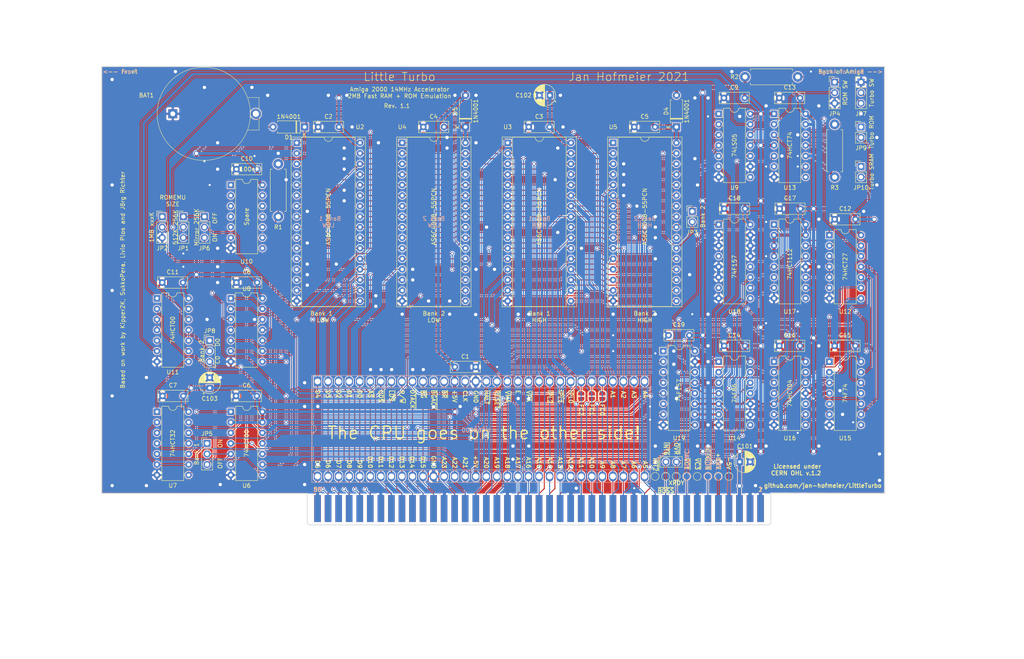
<source format=kicad_pcb>
(kicad_pcb (version 20171130) (host pcbnew 5.1.9-1.fc33)
  (title_block (title "Little Turbo") (date 2019-03-21) (rev 1.0) (company "Jan Hofmeier") (comment 1 "Based on work by Kipper2K, SukkoPera, Livio Plos and Jörg Richter") (comment 2 "Licensed under CERN OHL v.1.2") (comment 3 "Amiga 2000 14MHz Accelerator") (comment 4 "2MB Fast RAM / ROM Emulation"))
  (layers (0 F.Cu signal) (31 B.Cu signal) (36 B.SilkS user) (37 F.SilkS user) (38 B.Mask user) (39 F.Mask user) (44 Edge.Cuts user))
  (net 0 "")
  (net 1 GND)
  (net 2 +5V)
  (net 3 /v7m)
  (net 4 /a12)
  (net 5 /a17)
  (net 6 /~vpa)
  (net 7 /e)
  (net 8 /~vma)
  (net 9 /a18)
  (net 10 /~rst)
  (net 11 /a19)
  (net 12 /a20)
  (net 13 /~dtack)
  (net 14 /r_~w)
  (net 15 /~as)
  (net 16 /d1)
  (net 17 /d8)
  (net 18 /d4)
  (net 19 "Net-(P2-Pad2)")
  (net 20 "Net-(P3-Pad2)")
  (net 21 "Net-(P4-Pad2)")
  (net 22 /Memory/~OVR)
  (net 23 /Memory/~UWE)
  (net 24 /Memory/~UOE)
  (net 25 /Memory/~CS1)
  (net 26 /Memory/~LWE)
  (net 27 /Memory/~LOE)
  (net 28 /Memory/~CS2)
  (net 29 /Memory/VSRAM)
  (net 30 /Turbo/CDAC)
  (net 31 /Turbo/~DTACK_CPU)
  (net 32 /CPU_CLK)
  (net 33 /Turbo/~VMA_CPU)
  (net 34 /Turbo/E_CPU)
  (net 35 /Turbo/~VPA_CPU)
  (net 36 "Net-(JP1-Pad2)")
  (net 37 "Net-(JP2-Pad2)")
  (net 38 "Net-(JP5-Pad1)")
  (net 39 /Memory/~DTACK_FAST)
  (net 40 /Memory/~ROMEN)
  (net 41 "Net-(U11-Pad8)")
  (net 42 "Net-(U11-Pad10)")
  (net 43 "Net-(U12-Pad4)")
  (net 44 /Turbo/14M)
  (net 45 "Net-(U15-Pad6)")
  (net 46 "Net-(U15-Pad11)")
  (net 47 "Net-(U15-Pad1)")
  (net 48 "Net-(U16-Pad2)")
  (net 49 "Net-(U17-Pad7)")
  (net 50 "Net-(U12-Pad13)")
  (net 51 "Net-(U12-Pad6)")
  (net 52 "Net-(U12-Pad11)")
  (net 53 "Net-(U13-Pad5)")
  (net 54 "Net-(U13-Pad3)")
  (net 55 "Net-(U13-Pad9)")
  (net 56 "Net-(U6-Pad6)")
  (net 57 /d5)
  (net 58 /d6)
  (net 59 /d7)
  (net 60 /d3)
  (net 61 /d2)
  (net 62 /d9)
  (net 63 /d10)
  (net 64 /d0)
  (net 65 /~uds)
  (net 66 /d11)
  (net 67 /~lds)
  (net 68 /d12)
  (net 69 /d13)
  (net 70 /d14)
  (net 71 /~cbg)
  (net 72 /d15)
  (net 73 /~bgack)
  (net 74 /~cbr)
  (net 75 /a23)
  (net 76 /a21)
  (net 77 /a22)
  (net 78 /~hlt)
  (net 79 /~berr)
  (net 80 /a16)
  (net 81 /~ipl2)
  (net 82 /a15)
  (net 83 /~ipl1)
  (net 84 /a14)
  (net 85 /~ipl0)
  (net 86 /a13)
  (net 87 /a11)
  (net 88 /fc2)
  (net 89 /a10)
  (net 90 /fc1)
  (net 91 /a9)
  (net 92 /fc0)
  (net 93 /a8)
  (net 94 /a1)
  (net 95 /a7)
  (net 96 /a2)
  (net 97 /a3)
  (net 98 /a4)
  (net 99 /a6)
  (net 100 "Net-(CN1-Pad22)")
  (net 101 /a5)
  (net 102 "Net-(CN1-Pad20)")
  (net 103 "Net-(CN1-Pad19)")
  (net 104 "Net-(CN1-Pad18)")
  (net 105 "Net-(CN1-Pad16)")
  (net 106 "Net-(CN1-Pad14)")
  (net 107 "Net-(CN1-Pad12)")
  (net 108 "Net-(CN1-Pad11)")
  (net 109 +12V)
  (net 110 "Net-(CN1-Pad9)")
  (net 111 -5V)
  (net 112 "Net-(U12-Pad8)")
  (net 113 "Net-(JP10-Pad1)")
  (net 114 /Memory/a18m)
  (net 115 "Net-(JP3-Pad1)")
  (net 116 /Memory/ROMR~W)
  (net 117 "Net-(JP6-Pad3)")
  (net 118 "Net-(JP8-Pad3)")
  (net 119 /Memory/~HIGH)
  (net 120 /Memory/~RAM2)
  (net 121 /Memory/~a21)
  (net 122 "Net-(U11-Pad6)")
  (net 123 /Memory/ROMEN)
  (net 124 /Memory/~SROM)
  (net 125 /Memory/SROMON)
  (net 126 /Memory/~OE)
  (net 127 "Net-(JP7-Pad2)")
  (net 128 5VR)
  (net 129 /Memory/~CRAM)
  (net 130 "Net-(BAT1-PadPos)")
  (net 131 "Net-(JP2-Pad1)")
  (module Package_DIP:DIP-14_W7.62mm (layer F.Cu) (at 72.3265 92.075)
    (fp_text reference U8 (at 3.81 -2.33) (layer F.SilkS))
    (fp_text value 74HCT32)
    (pad 14 thru_hole oval (at 7.62 0) (size 1.6 1.6) (drill 0.8) (layers *.Cu *.Mask) (net 2 +5V))
    (pad 7 thru_hole oval (at 0 15.24) (size 1.6 1.6) (drill 0.8) (layers *.Cu *.Mask) (net 1 GND))
    (pad 13 thru_hole oval (at 7.62 2.54) (size 1.6 1.6) (drill 0.8) (layers *.Cu *.Mask) (net 65 /~uds))
    (pad 6 thru_hole oval (at 0 12.7) (size 1.6 1.6) (drill 0.8) (layers *.Cu *.Mask) (net 26 /Memory/~LWE))
    (pad 12 thru_hole oval (at 7.62 5.08) (size 1.6 1.6) (drill 0.8) (layers *.Cu *.Mask) (net 14 /r_~w))
    (pad 5 thru_hole oval (at 0 10.16) (size 1.6 1.6) (drill 0.8) (layers *.Cu *.Mask) (net 67 /~lds))
    (pad 11 thru_hole oval (at 7.62 7.62) (size 1.6 1.6) (drill 0.8) (layers *.Cu *.Mask) (net 23 /Memory/~UWE))
    (pad 4 thru_hole oval (at 0 7.62) (size 1.6 1.6) (drill 0.8) (layers *.Cu *.Mask) (net 14 /r_~w))
    (pad 10 thru_hole oval (at 7.62 10.16) (size 1.6 1.6) (drill 0.8) (layers *.Cu *.Mask) (net 126 /Memory/~OE))
    (pad 3 thru_hole oval (at 0 5.08) (size 1.6 1.6) (drill 0.8) (layers *.Cu *.Mask) (net 24 /Memory/~UOE))
    (pad 9 thru_hole oval (at 7.62 12.7) (size 1.6 1.6) (drill 0.8) (layers *.Cu *.Mask) (net 67 /~lds))
    (pad 2 thru_hole oval (at 0 2.54) (size 1.6 1.6) (drill 0.8) (layers *.Cu *.Mask) (net 126 /Memory/~OE))
    (pad 8 thru_hole oval (at 7.62 15.24) (size 1.6 1.6) (drill 0.8) (layers *.Cu *.Mask) (net 27 /Memory/~LOE))
    (pad 1 thru_hole rect (at 0 0) (size 1.6 1.6) (drill 0.8) (layers *.Cu *.Mask) (net 65 /~uds))
  )
  (module Package_DIP:DIP-14_W7.62mm (layer F.Cu) (at 189.8015 107.315)
    (fp_text reference U14 (at 3.81 18.415) (layer F.SilkS))
    (fp_text value 74F86 (at 3.81 7.62 90) (layer F.SilkS))
    (pad 14 thru_hole oval (at 7.62 0) (size 1.6 1.6) (drill 0.8) (layers *.Cu *.Mask) (net 2 +5V))
    (pad 7 thru_hole oval (at 0 15.24) (size 1.6 1.6) (drill 0.8) (layers *.Cu *.Mask) (net 1 GND))
    (pad 13 thru_hole oval (at 7.62 2.54) (size 1.6 1.6) (drill 0.8) (layers *.Cu *.Mask) (net 12 /a20))
    (pad 6 thru_hole oval (at 0 12.7) (size 1.6 1.6) (drill 0.8) (layers *.Cu *.Mask) (net 44 /Turbo/14M))
    (pad 12 thru_hole oval (at 7.62 5.08) (size 1.6 1.6) (drill 0.8) (layers *.Cu *.Mask) (net 11 /a19))
    (pad 5 thru_hole oval (at 0 10.16) (size 1.6 1.6) (drill 0.8) (layers *.Cu *.Mask) (net 3 /v7m))
    (pad 11 thru_hole oval (at 7.62 7.62) (size 1.6 1.6) (drill 0.8) (layers *.Cu *.Mask) (net 50 "Net-(U12-Pad13)"))
    (pad 4 thru_hole oval (at 0 7.62) (size 1.6 1.6) (drill 0.8) (layers *.Cu *.Mask) (net 30 /Turbo/CDAC))
    (pad 10 thru_hole oval (at 7.62 10.16) (size 1.6 1.6) (drill 0.8) (layers *.Cu *.Mask) (net 1 GND))
    (pad 3 thru_hole oval (at 0 5.08) (size 1.6 1.6) (drill 0.8) (layers *.Cu *.Mask) (net 125 /Memory/SROMON))
    (pad 9 thru_hole oval (at 7.62 12.7) (size 1.6 1.6) (drill 0.8) (layers *.Cu *.Mask) (net 1 GND))
    (pad 2 thru_hole oval (at 0 2.54) (size 1.6 1.6) (drill 0.8) (layers *.Cu *.Mask) (net 53 "Net-(U13-Pad5)"))
    (pad 8 thru_hole oval (at 7.62 15.24) (size 1.6 1.6) (drill 0.8) (layers *.Cu *.Mask))
    (pad 1 thru_hole rect (at 0 0) (size 1.6 1.6) (drill 0.8) (layers *.Cu *.Mask) (net 14 /r_~w))
  )
  (module digikey-footprints:Battery_Holder_Coin_2032_BS-7 (layer F.Cu) (at 58.3565 47.625)
    (fp_text reference BAT1 (at -6.35 -4.445) (layer F.SilkS))
    (fp_text value BS-7)
    (pad Pos thru_hole circle (at 20 0) (size 2.5 2.5) (drill 1.5) (layers *.Cu *.Mask) (net 130 "Net-(BAT1-PadPos)"))
    (pad Neg thru_hole rect (at 0 0) (size 2.17 2.17) (drill 1.17) (layers *.Cu *.Mask) (net 1 GND))
  )
  (module Resistor_THT:R_Axial_DIN0411_L9.9mm_D3.6mm_P12.70mm_Horizontal (layer F.Cu) (at 196.1515 38.735)
    (fp_text reference R2 (at -2.54 0) (layer F.SilkS))
    (fp_text value 500)
    (pad 2 thru_hole oval (at 12.7 0) (size 2.4 2.4) (drill 1.2) (layers *.Cu *.Mask) (net 128 5VR))
    (pad 1 thru_hole circle (at 0 0) (size 2.4 2.4) (drill 1.2) (layers *.Cu *.Mask) (net 2 +5V))
  )
  (module Connector_PinHeader_2.54mm:PinHeader_1x03_P2.54mm_Vertical (layer F.Cu) (at 224.0915 40.005)
    (fp_text reference JP7 (at 0 7.62) (layer F.SilkS))
    (fp_text value "Turbo SW" (at 2.54 2.54 90) (layer F.SilkS))
    (pad 3 thru_hole oval (at 0 5.08) (size 1.7 1.7) (drill 1) (layers *.Cu *.Mask) (net 128 5VR))
    (pad 2 thru_hole oval (at 0 2.54) (size 1.7 1.7) (drill 1) (layers *.Cu *.Mask) (net 127 "Net-(JP7-Pad2)"))
    (pad 1 thru_hole rect (at 0 0) (size 1.7 1.7) (drill 1) (layers *.Cu *.Mask) (net 1 GND))
  )
  (module Package_DIP:DIP-14_W7.62mm (layer F.Cu) (at 216.4715 76.835)
    (fp_text reference U12 (at 3.81 18.415) (layer F.SilkS))
    (fp_text value 74HCT27 (at 3.81 7.62 90) (layer F.SilkS))
    (pad 14 thru_hole oval (at 7.62 0) (size 1.6 1.6) (drill 0.8) (layers *.Cu *.Mask) (net 2 +5V))
    (pad 7 thru_hole oval (at 0 15.24) (size 1.6 1.6) (drill 0.8) (layers *.Cu *.Mask) (net 1 GND))
    (pad 13 thru_hole oval (at 7.62 2.54) (size 1.6 1.6) (drill 0.8) (layers *.Cu *.Mask) (net 50 "Net-(U12-Pad13)"))
    (pad 6 thru_hole oval (at 0 12.7) (size 1.6 1.6) (drill 0.8) (layers *.Cu *.Mask) (net 51 "Net-(U12-Pad6)"))
    (pad 12 thru_hole oval (at 7.62 5.08) (size 1.6 1.6) (drill 0.8) (layers *.Cu *.Mask) (net 123 /Memory/ROMEN))
    (pad 5 thru_hole oval (at 0 10.16) (size 1.6 1.6) (drill 0.8) (layers *.Cu *.Mask) (net 43 "Net-(U12-Pad4)"))
    (pad 11 thru_hole oval (at 7.62 7.62) (size 1.6 1.6) (drill 0.8) (layers *.Cu *.Mask) (net 52 "Net-(U12-Pad11)"))
    (pad 4 thru_hole oval (at 0 7.62) (size 1.6 1.6) (drill 0.8) (layers *.Cu *.Mask) (net 43 "Net-(U12-Pad4)"))
    (pad 10 thru_hole oval (at 7.62 10.16) (size 1.6 1.6) (drill 0.8) (layers *.Cu *.Mask) (net 15 /~as))
    (pad 3 thru_hole oval (at 0 5.08) (size 1.6 1.6) (drill 0.8) (layers *.Cu *.Mask) (net 6 /~vpa))
    (pad 9 thru_hole oval (at 7.62 12.7) (size 1.6 1.6) (drill 0.8) (layers *.Cu *.Mask) (net 13 /~dtack))
    (pad 2 thru_hole oval (at 0 2.54) (size 1.6 1.6) (drill 0.8) (layers *.Cu *.Mask) (net 121 /Memory/~a21))
    (pad 8 thru_hole oval (at 7.62 15.24) (size 1.6 1.6) (drill 0.8) (layers *.Cu *.Mask) (net 112 "Net-(U12-Pad8)"))
    (pad 1 thru_hole rect (at 0 0) (size 1.6 1.6) (drill 0.8) (layers *.Cu *.Mask) (net 119 /Memory/~HIGH))
  )
  (module Package_DIP:DIP-14_W7.62mm (layer F.Cu) (at 203.1365 107.315)
    (fp_text reference U16 (at 3.81 18.415) (layer F.SilkS))
    (fp_text value 74HCT04 (at 3.81 7.62 90) (layer F.SilkS))
    (pad 14 thru_hole oval (at 7.62 0) (size 1.6 1.6) (drill 0.8) (layers *.Cu *.Mask) (net 2 +5V))
    (pad 7 thru_hole oval (at 0 15.24) (size 1.6 1.6) (drill 0.8) (layers *.Cu *.Mask) (net 1 GND))
    (pad 13 thru_hole oval (at 7.62 2.54) (size 1.6 1.6) (drill 0.8) (layers *.Cu *.Mask) (net 76 /a21))
    (pad 6 thru_hole oval (at 0 12.7) (size 1.6 1.6) (drill 0.8) (layers *.Cu *.Mask) (net 46 "Net-(U15-Pad11)"))
    (pad 12 thru_hole oval (at 7.62 5.08) (size 1.6 1.6) (drill 0.8) (layers *.Cu *.Mask) (net 121 /Memory/~a21))
    (pad 5 thru_hole oval (at 0 10.16) (size 1.6 1.6) (drill 0.8) (layers *.Cu *.Mask) (net 3 /v7m))
    (pad 11 thru_hole oval (at 7.62 7.62) (size 1.6 1.6) (drill 0.8) (layers *.Cu *.Mask) (net 1 GND))
    (pad 4 thru_hole oval (at 0 7.62) (size 1.6 1.6) (drill 0.8) (layers *.Cu *.Mask) (net 54 "Net-(U13-Pad3)"))
    (pad 10 thru_hole oval (at 7.62 10.16) (size 1.6 1.6) (drill 0.8) (layers *.Cu *.Mask))
    (pad 3 thru_hole oval (at 0 5.08) (size 1.6 1.6) (drill 0.8) (layers *.Cu *.Mask) (net 10 /~rst))
    (pad 9 thru_hole oval (at 7.62 12.7) (size 1.6 1.6) (drill 0.8) (layers *.Cu *.Mask) (net 15 /~as))
    (pad 2 thru_hole oval (at 0 2.54) (size 1.6 1.6) (drill 0.8) (layers *.Cu *.Mask) (net 48 "Net-(U16-Pad2)"))
    (pad 8 thru_hole oval (at 7.62 15.24) (size 1.6 1.6) (drill 0.8) (layers *.Cu *.Mask) (net 47 "Net-(U15-Pad1)"))
    (pad 1 thru_hole rect (at 0 0) (size 1.6 1.6) (drill 0.8) (layers *.Cu *.Mask) (net 34 /Turbo/E_CPU))
  )
  (module Package_DIP:DIP-14_W7.62mm (layer F.Cu) (at 54.5465 92.075)
    (fp_text reference U11 (at 3.81 17.78) (layer F.SilkS))
    (fp_text value 74HCT00 (at 3.81 7.62 90) (layer F.SilkS))
    (pad 14 thru_hole oval (at 7.62 0) (size 1.6 1.6) (drill 0.8) (layers *.Cu *.Mask) (net 2 +5V))
    (pad 7 thru_hole oval (at 0 15.24) (size 1.6 1.6) (drill 0.8) (layers *.Cu *.Mask) (net 1 GND))
    (pad 13 thru_hole oval (at 7.62 2.54) (size 1.6 1.6) (drill 0.8) (layers *.Cu *.Mask) (net 36 "Net-(JP1-Pad2)"))
    (pad 6 thru_hole oval (at 0 12.7) (size 1.6 1.6) (drill 0.8) (layers *.Cu *.Mask) (net 122 "Net-(U11-Pad6)"))
    (pad 12 thru_hole oval (at 7.62 5.08) (size 1.6 1.6) (drill 0.8) (layers *.Cu *.Mask) (net 11 /a19))
    (pad 5 thru_hole oval (at 0 10.16) (size 1.6 1.6) (drill 0.8) (layers *.Cu *.Mask) (net 120 /Memory/~RAM2))
    (pad 11 thru_hole oval (at 7.62 7.62) (size 1.6 1.6) (drill 0.8) (layers *.Cu *.Mask) (net 42 "Net-(U11-Pad10)"))
    (pad 4 thru_hole oval (at 0 7.62) (size 1.6 1.6) (drill 0.8) (layers *.Cu *.Mask) (net 124 /Memory/~SROM))
    (pad 10 thru_hole oval (at 7.62 10.16) (size 1.6 1.6) (drill 0.8) (layers *.Cu *.Mask) (net 42 "Net-(U11-Pad10)"))
    (pad 3 thru_hole oval (at 0 5.08) (size 1.6 1.6) (drill 0.8) (layers *.Cu *.Mask) (net 124 /Memory/~SROM))
    (pad 9 thru_hole oval (at 7.62 12.7) (size 1.6 1.6) (drill 0.8) (layers *.Cu *.Mask) (net 37 "Net-(JP2-Pad2)"))
    (pad 2 thru_hole oval (at 0 2.54) (size 1.6 1.6) (drill 0.8) (layers *.Cu *.Mask) (net 125 /Memory/SROMON))
    (pad 8 thru_hole oval (at 7.62 15.24) (size 1.6 1.6) (drill 0.8) (layers *.Cu *.Mask) (net 41 "Net-(U11-Pad8)"))
    (pad 1 thru_hole rect (at 0 0) (size 1.6 1.6) (drill 0.8) (layers *.Cu *.Mask) (net 123 /Memory/ROMEN))
  )
  (module Connector_PinHeader_2.54mm:PinHeader_1x03_P2.54mm_Vertical (layer F.Cu) (at 67.2465 102.235)
    (fp_text reference JP8 (at 0 -2.33) (layer F.SilkS))
    (fp_text value "Bank2 D0_C0")
    (pad 3 thru_hole oval (at 0 5.08) (size 1.7 1.7) (drill 1) (layers *.Cu *.Mask) (net 118 "Net-(JP8-Pad3)"))
    (pad 2 thru_hole oval (at 0 2.54) (size 1.7 1.7) (drill 1) (layers *.Cu *.Mask) (net 131 "Net-(JP2-Pad1)"))
    (pad 1 thru_hole rect (at 0 0) (size 1.7 1.7) (drill 1) (layers *.Cu *.Mask) (net 12 /a20))
  )
  (module Connector_PinHeader_2.54mm:PinHeader_1x03_P2.54mm_Vertical (layer F.Cu) (at 65.9765 72.39)
    (fp_text reference JP6 (at 0 7.62) (layer F.SilkS))
    (fp_text value "Mirror 256K" (at -1.905 2.54 90) (layer F.SilkS))
    (pad 3 thru_hole oval (at 0 5.08) (size 1.7 1.7) (drill 1) (layers *.Cu *.Mask) (net 117 "Net-(JP6-Pad3)"))
    (pad 2 thru_hole oval (at 0 2.54) (size 1.7 1.7) (drill 1) (layers *.Cu *.Mask) (net 114 /Memory/a18m))
    (pad 1 thru_hole rect (at 0 0) (size 1.7 1.7) (drill 1) (layers *.Cu *.Mask) (net 9 /a18))
  )
  (module Connector_PinHeader_2.54mm:PinHeader_1x03_P2.54mm_Vertical (layer F.Cu) (at 217.7415 40.005)
    (fp_text reference JP4 (at 0 7.62) (layer F.SilkS))
    (fp_text value "ROM SW" (at 2.54 2.54 90) (layer F.SilkS))
    (pad 3 thru_hole oval (at 0 5.08) (size 1.7 1.7) (drill 1) (layers *.Cu *.Mask) (net 1 GND))
    (pad 2 thru_hole oval (at 0 2.54) (size 1.7 1.7) (drill 1) (layers *.Cu *.Mask) (net 116 /Memory/ROMR~W))
    (pad 1 thru_hole rect (at 0 0) (size 1.7 1.7) (drill 1) (layers *.Cu *.Mask) (net 128 5VR))
  )
  (module Connector_PinHeader_2.54mm:PinHeader_1x02_P2.54mm_Vertical (layer F.Cu) (at 183.4515 71.12)
    (fp_text reference JP3 (at 0 5.08) (layer F.SilkS))
    (fp_text value "Bank 2" (at 2.54 1.27 90) (layer F.SilkS))
    (pad 2 thru_hole oval (at 0 2.54) (size 1.7 1.7) (drill 1) (layers *.Cu *.Mask) (net 28 /Memory/~CS2))
    (pad 1 thru_hole rect (at 0 0) (size 1.7 1.7) (drill 1) (layers *.Cu *.Mask) (net 115 "Net-(JP3-Pad1)"))
  )
  (module OpenAmiga2000CoproAdapter:A2000_COPRO_SLOT (layer B.Cu) (at 179.578 147.7645 180)
    (fp_text reference CN1 hide)
    (fp_text value A2000_COPRO_SLOT)
    (fp_text user 86 (at 86.36 9.652 180) (layer F.SilkS) (effects (font (thickness 0.2))))
    (fp_text user 85 (at 86.36 9.652 180) (layer B.SilkS) (effects (font (thickness 0.2)) (justify mirror)))
    (fp_text user 2 (at -20.32 9.652 180) (layer F.SilkS) (effects (font (thickness 0.2))))
    (fp_text user 1 (at -20.32 9.652 180) (layer B.SilkS) (effects (font (thickness 0.2)) (justify mirror)))
    (pad 86 smd rect (at 86.36 5.08 180) (size 1.6 6.5) (layers F.Cu F.Paste F.Mask) (net 57 /d5))
    (pad 85 smd rect (at 86.36 5.08 180) (size 1.6 6.5) (layers B.Cu B.Paste B.Mask) (net 1 GND))
    (pad 84 smd rect (at 83.82 5.08 180) (size 1.6 6.5) (layers F.Cu F.Paste F.Mask) (net 58 /d6))
    (pad 83 smd rect (at 83.82 5.08 180) (size 1.6 6.5) (layers B.Cu B.Paste B.Mask) (net 18 /d4))
    (pad 82 smd rect (at 81.28 5.08 180) (size 1.6 6.5) (layers F.Cu F.Paste F.Mask) (net 59 /d7))
    (pad 81 smd rect (at 81.28 5.08 180) (size 1.6 6.5) (layers B.Cu B.Paste B.Mask) (net 60 /d3))
    (pad 80 smd rect (at 78.74 5.08 180) (size 1.6 6.5) (layers F.Cu F.Paste F.Mask) (net 17 /d8))
    (pad 79 smd rect (at 78.74 5.08 180) (size 1.6 6.5) (layers B.Cu B.Paste B.Mask) (net 61 /d2))
    (pad 78 smd rect (at 76.2 5.08 180) (size 1.6 6.5) (layers F.Cu F.Paste F.Mask) (net 62 /d9))
    (pad 77 smd rect (at 76.2 5.08 180) (size 1.6 6.5) (layers B.Cu B.Paste B.Mask) (net 16 /d1))
    (pad 76 smd rect (at 73.66 5.08 180) (size 1.6 6.5) (layers F.Cu F.Paste F.Mask) (net 63 /d10))
    (pad 75 smd rect (at 73.66 5.08 180) (size 1.6 6.5) (layers B.Cu B.Paste B.Mask) (net 64 /d0))
    (pad 74 smd rect (at 71.12 5.08 180) (size 1.6 6.5) (layers F.Cu F.Paste F.Mask) (net 15 /~as))
    (pad 73 smd rect (at 71.12 5.08 180) (size 1.6 6.5) (layers B.Cu B.Paste B.Mask) (net 1 GND))
    (pad 72 smd rect (at 68.58 5.08 180) (size 1.6 6.5) (layers F.Cu F.Paste F.Mask) (net 65 /~uds))
    (pad 71 smd rect (at 68.58 5.08 180) (size 1.6 6.5) (layers B.Cu B.Paste B.Mask) (net 66 /d11))
    (pad 70 smd rect (at 66.04 5.08 180) (size 1.6 6.5) (layers F.Cu F.Paste F.Mask) (net 67 /~lds))
    (pad 69 smd rect (at 66.04 5.08 180) (size 1.6 6.5) (layers B.Cu B.Paste B.Mask) (net 68 /d12))
    (pad 68 smd rect (at 63.5 5.08 180) (size 1.6 6.5) (layers F.Cu F.Paste F.Mask) (net 14 /r_~w))
    (pad 67 smd rect (at 63.5 5.08 180) (size 1.6 6.5) (layers B.Cu B.Paste B.Mask) (net 69 /d13))
    (pad 66 smd rect (at 60.96 5.08 180) (size 1.6 6.5) (layers F.Cu F.Paste F.Mask) (net 13 /~dtack))
    (pad 65 smd rect (at 60.96 5.08 180) (size 1.6 6.5) (layers B.Cu B.Paste B.Mask) (net 70 /d14))
    (pad 64 smd rect (at 58.42 5.08 180) (size 1.6 6.5) (layers F.Cu F.Paste F.Mask) (net 71 /~cbg))
    (pad 63 smd rect (at 58.42 5.08 180) (size 1.6 6.5) (layers B.Cu B.Paste B.Mask) (net 72 /d15))
    (pad 62 smd rect (at 55.88 5.08 180) (size 1.6 6.5) (layers F.Cu F.Paste F.Mask) (net 73 /~bgack))
    (pad 61 smd rect (at 55.88 5.08 180) (size 1.6 6.5) (layers B.Cu B.Paste B.Mask) (net 1 GND))
    (pad 60 smd rect (at 53.34 5.08 180) (size 1.6 6.5) (layers F.Cu F.Paste F.Mask) (net 74 /~cbr))
    (pad 59 smd rect (at 53.34 5.08 180) (size 1.6 6.5) (layers B.Cu B.Paste B.Mask) (net 75 /a23))
    (pad 58 smd rect (at 50.8 5.08 180) (size 1.6 6.5) (layers F.Cu F.Paste F.Mask) (net 76 /a21))
    (pad 57 smd rect (at 50.8 5.08 180) (size 1.6 6.5) (layers B.Cu B.Paste B.Mask) (net 77 /a22))
    (pad 56 smd rect (at 48.26 5.08 180) (size 1.6 6.5) (layers F.Cu F.Paste F.Mask) (net 12 /a20))
    (pad 55 smd rect (at 48.26 5.08 180) (size 1.6 6.5) (layers B.Cu B.Paste B.Mask) (net 78 /~hlt))
    (pad 54 smd rect (at 45.72 5.08 180) (size 1.6 6.5) (layers F.Cu F.Paste F.Mask) (net 11 /a19))
    (pad 53 smd rect (at 45.72 5.08 180) (size 1.6 6.5) (layers B.Cu B.Paste B.Mask) (net 10 /~rst))
    (pad 52 smd rect (at 43.18 5.08 180) (size 1.6 6.5) (layers F.Cu F.Paste F.Mask) (net 9 /a18))
    (pad 51 smd rect (at 43.18 5.08 180) (size 1.6 6.5) (layers B.Cu B.Paste B.Mask) (net 8 /~vma))
    (pad 50 smd rect (at 40.64 5.08 180) (size 1.6 6.5) (layers F.Cu F.Paste F.Mask) (net 7 /e))
    (pad 49 smd rect (at 40.64 5.08 180) (size 1.6 6.5) (layers B.Cu B.Paste B.Mask) (net 1 GND))
    (pad 48 smd rect (at 38.1 5.08 180) (size 1.6 6.5) (layers F.Cu F.Paste F.Mask) (net 6 /~vpa))
    (pad 47 smd rect (at 38.1 5.08 180) (size 1.6 6.5) (layers B.Cu B.Paste B.Mask) (net 5 /a17))
    (pad 46 smd rect (at 35.56 5.08 180) (size 1.6 6.5) (layers F.Cu F.Paste F.Mask) (net 79 /~berr))
    (pad 45 smd rect (at 35.56 5.08 180) (size 1.6 6.5) (layers B.Cu B.Paste B.Mask) (net 80 /a16))
    (pad 44 smd rect (at 33.02 5.08 180) (size 1.6 6.5) (layers F.Cu F.Paste F.Mask) (net 81 /~ipl2))
    (pad 43 smd rect (at 33.02 5.08 180) (size 1.6 6.5) (layers B.Cu B.Paste B.Mask) (net 82 /a15))
    (pad 42 smd rect (at 30.48 5.08 180) (size 1.6 6.5) (layers F.Cu F.Paste F.Mask) (net 83 /~ipl1))
    (pad 41 smd rect (at 30.48 5.08 180) (size 1.6 6.5) (layers B.Cu B.Paste B.Mask) (net 84 /a14))
    (pad 40 smd rect (at 27.94 5.08 180) (size 1.6 6.5) (layers F.Cu F.Paste F.Mask) (net 85 /~ipl0))
    (pad 39 smd rect (at 27.94 5.08 180) (size 1.6 6.5) (layers B.Cu B.Paste B.Mask) (net 86 /a13))
    (pad 38 smd rect (at 25.4 5.08 180) (size 1.6 6.5) (layers F.Cu F.Paste F.Mask) (net 4 /a12))
    (pad 37 smd rect (at 25.4 5.08 180) (size 1.6 6.5) (layers B.Cu B.Paste B.Mask) (net 1 GND))
    (pad 36 smd rect (at 22.86 5.08 180) (size 1.6 6.5) (layers F.Cu F.Paste F.Mask) (net 87 /a11))
    (pad 35 smd rect (at 22.86 5.08 180) (size 1.6 6.5) (layers B.Cu B.Paste B.Mask) (net 88 /fc2))
    (pad 34 smd rect (at 20.32 5.08 180) (size 1.6 6.5) (layers F.Cu F.Paste F.Mask) (net 89 /a10))
    (pad 33 smd rect (at 20.32 5.08 180) (size 1.6 6.5) (layers B.Cu B.Paste B.Mask) (net 90 /fc1))
    (pad 32 smd rect (at 17.78 5.08 180) (size 1.6 6.5) (layers F.Cu F.Paste F.Mask) (net 91 /a9))
    (pad 31 smd rect (at 17.78 5.08 180) (size 1.6 6.5) (layers B.Cu B.Paste B.Mask) (net 92 /fc0))
    (pad 30 smd rect (at 15.24 5.08 180) (size 1.6 6.5) (layers F.Cu F.Paste F.Mask) (net 93 /a8))
    (pad 29 smd rect (at 15.24 5.08 180) (size 1.6 6.5) (layers B.Cu B.Paste B.Mask) (net 94 /a1))
    (pad 28 smd rect (at 12.7 5.08 180) (size 1.6 6.5) (layers F.Cu F.Paste F.Mask) (net 95 /a7))
    (pad 27 smd rect (at 12.7 5.08 180) (size 1.6 6.5) (layers B.Cu B.Paste B.Mask) (net 96 /a2))
    (pad 26 smd rect (at 10.16 5.08 180) (size 1.6 6.5) (layers F.Cu F.Paste F.Mask) (net 97 /a3))
    (pad 25 smd rect (at 10.16 5.08 180) (size 1.6 6.5) (layers B.Cu B.Paste B.Mask) (net 1 GND))
    (pad 24 smd rect (at 7.62 5.08 180) (size 1.6 6.5) (layers F.Cu F.Paste F.Mask) (net 98 /a4))
    (pad 23 smd rect (at 7.62 5.08 180) (size 1.6 6.5) (layers B.Cu B.Paste B.Mask) (net 99 /a6))
    (pad 22 smd rect (at 5.08 5.08 180) (size 1.6 6.5) (layers F.Cu F.Paste F.Mask) (net 100 "Net-(CN1-Pad22)"))
    (pad 21 smd rect (at 5.08 5.08 180) (size 1.6 6.5) (layers B.Cu B.Paste B.Mask) (net 101 /a5))
    (pad 20 smd rect (at 2.54 5.08 180) (size 1.6 6.5) (layers F.Cu F.Paste F.Mask) (net 102 "Net-(CN1-Pad20)"))
    (pad 19 smd rect (at 2.54 5.08 180) (size 1.6 6.5) (layers B.Cu B.Paste B.Mask) (net 103 "Net-(CN1-Pad19)"))
    (pad 18 smd rect (at 0 5.08 180) (size 1.6 6.5) (layers F.Cu F.Paste F.Mask) (net 104 "Net-(CN1-Pad18)"))
    (pad 17 smd rect (at 0 5.08 180) (size 1.6 6.5) (layers B.Cu B.Paste B.Mask) (net 22 /Memory/~OVR))
    (pad 16 smd rect (at -2.54 5.08 180) (size 1.6 6.5) (layers F.Cu F.Paste F.Mask) (net 105 "Net-(CN1-Pad16)"))
    (pad 15 smd rect (at -2.54 5.08 180) (size 1.6 6.5) (layers B.Cu B.Paste B.Mask) (net 30 /Turbo/CDAC))
    (pad 14 smd rect (at -5.08 5.08 180) (size 1.6 6.5) (layers F.Cu F.Paste F.Mask) (net 106 "Net-(CN1-Pad14)"))
    (pad 13 smd rect (at -5.08 5.08 180) (size 1.6 6.5) (layers B.Cu B.Paste B.Mask) (net 1 GND))
    (pad 12 smd rect (at -7.62 5.08 180) (size 1.6 6.5) (layers F.Cu F.Paste F.Mask) (net 107 "Net-(CN1-Pad12)"))
    (pad 11 smd rect (at -7.62 5.08 180) (size 1.6 6.5) (layers B.Cu B.Paste B.Mask) (net 108 "Net-(CN1-Pad11)"))
    (pad 10 smd rect (at -10.16 5.08 180) (size 1.6 6.5) (layers F.Cu F.Paste F.Mask) (net 109 +12V))
    (pad 9 smd rect (at -10.16 5.08 180) (size 1.6 6.5) (layers B.Cu B.Paste B.Mask) (net 110 "Net-(CN1-Pad9)"))
    (pad 8 smd rect (at -12.7 5.08 180) (size 1.6 6.5) (layers F.Cu F.Paste F.Mask) (net 111 -5V))
    (pad 7 smd rect (at -12.7 5.08 180) (size 1.6 6.5) (layers B.Cu B.Paste B.Mask) (net 3 /v7m))
    (pad 6 smd rect (at -15.24 5.08 180) (size 1.6 6.5) (layers F.Cu F.Paste F.Mask) (net 2 +5V))
    (pad 5 smd rect (at -15.24 5.08 180) (size 1.6 6.5) (layers B.Cu B.Paste B.Mask) (net 2 +5V))
    (pad 4 smd rect (at -17.78 5.08 180) (size 1.6 6.5) (layers F.Cu F.Paste F.Mask) (net 1 GND))
    (pad 2 smd rect (at -20.32 5.08 180) (size 1.6 6.5) (layers F.Cu F.Paste F.Mask) (net 1 GND))
    (pad 3 smd rect (at -17.78 5.08 180) (size 1.6 6.5) (layers B.Cu B.Paste B.Mask) (net 1 GND))
    (pad 1 smd rect (at -20.32 5.08 180) (size 1.6 6.5) (layers B.Cu B.Paste B.Mask) (net 1 GND))
  )
  (module Package_DIP:DIP-14_W7.62mm (layer F.Cu) (at 72.3265 119.38)
    (fp_text reference U6 (at 3.81 17.78) (layer F.SilkS))
    (fp_text value 74HCT00 (at 3.81 7.62 90) (layer F.SilkS))
    (pad 14 thru_hole oval (at 7.62 0) (size 1.6 1.6) (drill 0.8) (layers *.Cu *.Mask) (net 2 +5V))
    (pad 7 thru_hole oval (at 0 15.24) (size 1.6 1.6) (drill 0.8) (layers *.Cu *.Mask) (net 1 GND))
    (pad 13 thru_hole oval (at 7.62 2.54) (size 1.6 1.6) (drill 0.8) (layers *.Cu *.Mask) (net 2 +5V))
    (pad 6 thru_hole oval (at 0 12.7) (size 1.6 1.6) (drill 0.8) (layers *.Cu *.Mask) (net 56 "Net-(U6-Pad6)"))
    (pad 12 thru_hole oval (at 7.62 5.08) (size 1.6 1.6) (drill 0.8) (layers *.Cu *.Mask) (net 14 /r_~w))
    (pad 5 thru_hole oval (at 0 10.16) (size 1.6 1.6) (drill 0.8) (layers *.Cu *.Mask) (net 25 /Memory/~CS1))
    (pad 11 thru_hole oval (at 7.62 7.62) (size 1.6 1.6) (drill 0.8) (layers *.Cu *.Mask) (net 126 /Memory/~OE))
    (pad 4 thru_hole oval (at 0 7.62) (size 1.6 1.6) (drill 0.8) (layers *.Cu *.Mask) (net 28 /Memory/~CS2))
    (pad 10 thru_hole oval (at 7.62 10.16) (size 1.6 1.6) (drill 0.8) (layers *.Cu *.Mask) (net 77 /a22))
    (pad 3 thru_hole oval (at 0 5.08) (size 1.6 1.6) (drill 0.8) (layers *.Cu *.Mask) (net 118 "Net-(JP8-Pad3)"))
    (pad 9 thru_hole oval (at 7.62 12.7) (size 1.6 1.6) (drill 0.8) (layers *.Cu *.Mask) (net 75 /a23))
    (pad 2 thru_hole oval (at 0 2.54) (size 1.6 1.6) (drill 0.8) (layers *.Cu *.Mask) (net 2 +5V))
    (pad 8 thru_hole oval (at 7.62 15.24) (size 1.6 1.6) (drill 0.8) (layers *.Cu *.Mask) (net 119 /Memory/~HIGH))
    (pad 1 thru_hole rect (at 0 0) (size 1.6 1.6) (drill 0.8) (layers *.Cu *.Mask) (net 12 /a20))
  )
  (module OpenAmiga2000CoproAdapter:DIP-64_W22.86mm_Socket_LongPads (layer B.Cu) (at 93.218 112.0775 270)
    (fp_text reference U1 hide)
    (fp_text value 68000D)
    (pad 1 thru_hole rect (at 0 0 270) (size 2.4 1.8) (drill 1.4) (layers *.Cu *.Mask) (net 18 /d4))
    (pad 33 thru_hole oval (at 22.86 -78.74 270) (size 2.4 1.8) (drill 1.4) (layers *.Cu *.Mask) (net 101 /a5))
    (pad 2 thru_hole oval (at 0 -2.54 270) (size 2.4 1.8) (drill 1.4) (layers *.Cu *.Mask) (net 60 /d3))
    (pad 34 thru_hole oval (at 22.86 -76.2 270) (size 2.4 1.8) (drill 1.4) (layers *.Cu *.Mask) (net 99 /a6))
    (pad 3 thru_hole oval (at 0 -5.08 270) (size 2.4 1.8) (drill 1.4) (layers *.Cu *.Mask) (net 61 /d2))
    (pad 35 thru_hole oval (at 22.86 -73.66 270) (size 2.4 1.8) (drill 1.4) (layers *.Cu *.Mask) (net 95 /a7))
    (pad 4 thru_hole oval (at 0 -7.62 270) (size 2.4 1.8) (drill 1.4) (layers *.Cu *.Mask) (net 16 /d1))
    (pad 36 thru_hole oval (at 22.86 -71.12 270) (size 2.4 1.8) (drill 1.4) (layers *.Cu *.Mask) (net 93 /a8))
    (pad 5 thru_hole oval (at 0 -10.16 270) (size 2.4 1.8) (drill 1.4) (layers *.Cu *.Mask) (net 64 /d0))
    (pad 37 thru_hole oval (at 22.86 -68.58 270) (size 2.4 1.8) (drill 1.4) (layers *.Cu *.Mask) (net 91 /a9))
    (pad 6 thru_hole oval (at 0 -12.7 270) (size 2.4 1.8) (drill 1.4) (layers *.Cu *.Mask) (net 15 /~as))
    (pad 38 thru_hole oval (at 22.86 -66.04 270) (size 2.4 1.8) (drill 1.4) (layers *.Cu *.Mask) (net 89 /a10))
    (pad 7 thru_hole oval (at 0 -15.24 270) (size 2.4 1.8) (drill 1.4) (layers *.Cu *.Mask) (net 65 /~uds))
    (pad 39 thru_hole oval (at 22.86 -63.5 270) (size 2.4 1.8) (drill 1.4) (layers *.Cu *.Mask) (net 87 /a11))
    (pad 8 thru_hole oval (at 0 -17.78 270) (size 2.4 1.8) (drill 1.4) (layers *.Cu *.Mask) (net 67 /~lds))
    (pad 40 thru_hole oval (at 22.86 -60.96 270) (size 2.4 1.8) (drill 1.4) (layers *.Cu *.Mask) (net 4 /a12))
    (pad 9 thru_hole oval (at 0 -20.32 270) (size 2.4 1.8) (drill 1.4) (layers *.Cu *.Mask) (net 14 /r_~w))
    (pad 41 thru_hole oval (at 22.86 -58.42 270) (size 2.4 1.8) (drill 1.4) (layers *.Cu *.Mask) (net 86 /a13))
    (pad 10 thru_hole oval (at 0 -22.86 270) (size 2.4 1.8) (drill 1.4) (layers *.Cu *.Mask) (net 31 /Turbo/~DTACK_CPU))
    (pad 42 thru_hole oval (at 22.86 -55.88 270) (size 2.4 1.8) (drill 1.4) (layers *.Cu *.Mask) (net 84 /a14))
    (pad 11 thru_hole oval (at 0 -25.4 270) (size 2.4 1.8) (drill 1.4) (layers *.Cu *.Mask) (net 71 /~cbg))
    (pad 43 thru_hole oval (at 22.86 -53.34 270) (size 2.4 1.8) (drill 1.4) (layers *.Cu *.Mask) (net 82 /a15))
    (pad 12 thru_hole oval (at 0 -27.94 270) (size 2.4 1.8) (drill 1.4) (layers *.Cu *.Mask) (net 73 /~bgack))
    (pad 44 thru_hole oval (at 22.86 -50.8 270) (size 2.4 1.8) (drill 1.4) (layers *.Cu *.Mask) (net 80 /a16))
    (pad 13 thru_hole oval (at 0 -30.48 270) (size 2.4 1.8) (drill 1.4) (layers *.Cu *.Mask) (net 74 /~cbr))
    (pad 45 thru_hole oval (at 22.86 -48.26 270) (size 2.4 1.8) (drill 1.4) (layers *.Cu *.Mask) (net 5 /a17))
    (pad 14 thru_hole oval (at 0 -33.02 270) (size 2.4 1.8) (drill 1.4) (layers *.Cu *.Mask) (net 2 +5V))
    (pad 46 thru_hole oval (at 22.86 -45.72 270) (size 2.4 1.8) (drill 1.4) (layers *.Cu *.Mask) (net 9 /a18))
    (pad 15 thru_hole oval (at 0 -35.56 270) (size 2.4 1.8) (drill 1.4) (layers *.Cu *.Mask) (net 32 /CPU_CLK))
    (pad 47 thru_hole oval (at 22.86 -43.18 270) (size 2.4 1.8) (drill 1.4) (layers *.Cu *.Mask) (net 11 /a19))
    (pad 16 thru_hole oval (at 0 -38.1 270) (size 2.4 1.8) (drill 1.4) (layers *.Cu *.Mask) (net 1 GND))
    (pad 48 thru_hole oval (at 22.86 -40.64 270) (size 2.4 1.8) (drill 1.4) (layers *.Cu *.Mask) (net 12 /a20))
    (pad 17 thru_hole oval (at 0 -40.64 270) (size 2.4 1.8) (drill 1.4) (layers *.Cu *.Mask) (net 78 /~hlt))
    (pad 49 thru_hole oval (at 22.86 -38.1 270) (size 2.4 1.8) (drill 1.4) (layers *.Cu *.Mask) (net 2 +5V))
    (pad 18 thru_hole oval (at 0 -43.18 270) (size 2.4 1.8) (drill 1.4) (layers *.Cu *.Mask) (net 10 /~rst))
    (pad 50 thru_hole oval (at 22.86 -35.56 270) (size 2.4 1.8) (drill 1.4) (layers *.Cu *.Mask) (net 76 /a21))
    (pad 19 thru_hole oval (at 0 -45.72 270) (size 2.4 1.8) (drill 1.4) (layers *.Cu *.Mask) (net 33 /Turbo/~VMA_CPU))
    (pad 51 thru_hole oval (at 22.86 -33.02 270) (size 2.4 1.8) (drill 1.4) (layers *.Cu *.Mask) (net 77 /a22))
    (pad 20 thru_hole oval (at 0 -48.26 270) (size 2.4 1.8) (drill 1.4) (layers *.Cu *.Mask) (net 34 /Turbo/E_CPU))
    (pad 52 thru_hole oval (at 22.86 -30.48 270) (size 2.4 1.8) (drill 1.4) (layers *.Cu *.Mask) (net 75 /a23))
    (pad 21 thru_hole oval (at 0 -50.8 270) (size 2.4 1.8) (drill 1.4) (layers *.Cu *.Mask) (net 35 /Turbo/~VPA_CPU))
    (pad 53 thru_hole oval (at 22.86 -27.94 270) (size 2.4 1.8) (drill 1.4) (layers *.Cu *.Mask) (net 1 GND))
    (pad 22 thru_hole oval (at 0 -53.34 270) (size 2.4 1.8) (drill 1.4) (layers *.Cu *.Mask) (net 79 /~berr))
    (pad 54 thru_hole oval (at 22.86 -25.4 270) (size 2.4 1.8) (drill 1.4) (layers *.Cu *.Mask) (net 72 /d15))
    (pad 23 thru_hole oval (at 0 -55.88 270) (size 2.4 1.8) (drill 1.4) (layers *.Cu *.Mask) (net 81 /~ipl2))
    (pad 55 thru_hole oval (at 22.86 -22.86 270) (size 2.4 1.8) (drill 1.4) (layers *.Cu *.Mask) (net 70 /d14))
    (pad 24 thru_hole oval (at 0 -58.42 270) (size 2.4 1.8) (drill 1.4) (layers *.Cu *.Mask) (net 83 /~ipl1))
    (pad 56 thru_hole oval (at 22.86 -20.32 270) (size 2.4 1.8) (drill 1.4) (layers *.Cu *.Mask) (net 69 /d13))
    (pad 25 thru_hole oval (at 0 -60.96 270) (size 2.4 1.8) (drill 1.4) (layers *.Cu *.Mask) (net 85 /~ipl0))
    (pad 57 thru_hole oval (at 22.86 -17.78 270) (size 2.4 1.8) (drill 1.4) (layers *.Cu *.Mask) (net 68 /d12))
    (pad 26 thru_hole oval (at 0 -63.5 270) (size 2.4 1.8) (drill 1.4) (layers *.Cu *.Mask) (net 19 "Net-(P2-Pad2)"))
    (pad 58 thru_hole oval (at 22.86 -15.24 270) (size 2.4 1.8) (drill 1.4) (layers *.Cu *.Mask) (net 66 /d11))
    (pad 27 thru_hole oval (at 0 -66.04 270) (size 2.4 1.8) (drill 1.4) (layers *.Cu *.Mask) (net 20 "Net-(P3-Pad2)"))
    (pad 59 thru_hole oval (at 22.86 -12.7 270) (size 2.4 1.8) (drill 1.4) (layers *.Cu *.Mask) (net 63 /d10))
    (pad 28 thru_hole oval (at 0 -68.58 270) (size 2.4 1.8) (drill 1.4) (layers *.Cu *.Mask) (net 21 "Net-(P4-Pad2)"))
    (pad 60 thru_hole oval (at 22.86 -10.16 270) (size 2.4 1.8) (drill 1.4) (layers *.Cu *.Mask) (net 62 /d9))
    (pad 29 thru_hole oval (at 0 -71.12 270) (size 2.4 1.8) (drill 1.4) (layers *.Cu *.Mask) (net 94 /a1))
    (pad 61 thru_hole oval (at 22.86 -7.62 270) (size 2.4 1.8) (drill 1.4) (layers *.Cu *.Mask) (net 17 /d8))
    (pad 30 thru_hole oval (at 0 -73.66 270) (size 2.4 1.8) (drill 1.4) (layers *.Cu *.Mask) (net 96 /a2))
    (pad 62 thru_hole oval (at 22.86 -5.08 270) (size 2.4 1.8) (drill 1.4) (layers *.Cu *.Mask) (net 59 /d7))
    (pad 31 thru_hole oval (at 0 -76.2 270) (size 2.4 1.8) (drill 1.4) (layers *.Cu *.Mask) (net 97 /a3))
    (pad 63 thru_hole oval (at 22.86 -2.54 270) (size 2.4 1.8) (drill 1.4) (layers *.Cu *.Mask) (net 58 /d6))
    (pad 32 thru_hole oval (at 0 -78.74 270) (size 2.4 1.8) (drill 1.4) (layers *.Cu *.Mask) (net 98 /a4))
    (pad 64 thru_hole oval (at 22.86 0 270) (size 2.4 1.8) (drill 1.4) (layers *.Cu *.Mask) (net 57 /d5))
  )
  (module Package_DIP:DIP-32_W15.24mm_Socket (layer F.Cu) (at 113.6015 54.61)
    (fp_text reference U4 (at 0 -3.81) (layer F.SilkS))
    (fp_text value AS6C4008-55PCN (at 7.62 17.78 90) (layer F.SilkS))
    (pad 32 thru_hole oval (at 15.24 0) (size 1.6 1.6) (drill 0.8) (layers *.Cu *.Mask) (net 29 /Memory/VSRAM))
    (pad 16 thru_hole oval (at 0 38.1) (size 1.6 1.6) (drill 0.8) (layers *.Cu *.Mask) (net 1 GND))
    (pad 31 thru_hole oval (at 15.24 2.54) (size 1.6 1.6) (drill 0.8) (layers *.Cu *.Mask) (net 80 /a16))
    (pad 15 thru_hole oval (at 0 35.56) (size 1.6 1.6) (drill 0.8) (layers *.Cu *.Mask) (net 61 /d2))
    (pad 30 thru_hole oval (at 15.24 5.08) (size 1.6 1.6) (drill 0.8) (layers *.Cu *.Mask) (net 114 /Memory/a18m))
    (pad 14 thru_hole oval (at 0 33.02) (size 1.6 1.6) (drill 0.8) (layers *.Cu *.Mask) (net 16 /d1))
    (pad 29 thru_hole oval (at 15.24 7.62) (size 1.6 1.6) (drill 0.8) (layers *.Cu *.Mask) (net 26 /Memory/~LWE))
    (pad 13 thru_hole oval (at 0 30.48) (size 1.6 1.6) (drill 0.8) (layers *.Cu *.Mask) (net 64 /d0))
    (pad 28 thru_hole oval (at 15.24 10.16) (size 1.6 1.6) (drill 0.8) (layers *.Cu *.Mask) (net 84 /a14))
    (pad 12 thru_hole oval (at 0 27.94) (size 1.6 1.6) (drill 0.8) (layers *.Cu *.Mask) (net 94 /a1))
    (pad 27 thru_hole oval (at 15.24 12.7) (size 1.6 1.6) (drill 0.8) (layers *.Cu *.Mask) (net 91 /a9))
    (pad 11 thru_hole oval (at 0 25.4) (size 1.6 1.6) (drill 0.8) (layers *.Cu *.Mask) (net 96 /a2))
    (pad 26 thru_hole oval (at 15.24 15.24) (size 1.6 1.6) (drill 0.8) (layers *.Cu *.Mask) (net 89 /a10))
    (pad 10 thru_hole oval (at 0 22.86) (size 1.6 1.6) (drill 0.8) (layers *.Cu *.Mask) (net 97 /a3))
    (pad 25 thru_hole oval (at 15.24 17.78) (size 1.6 1.6) (drill 0.8) (layers *.Cu *.Mask) (net 4 /a12))
    (pad 9 thru_hole oval (at 0 20.32) (size 1.6 1.6) (drill 0.8) (layers *.Cu *.Mask) (net 98 /a4))
    (pad 24 thru_hole oval (at 15.24 20.32) (size 1.6 1.6) (drill 0.8) (layers *.Cu *.Mask) (net 27 /Memory/~LOE))
    (pad 8 thru_hole oval (at 0 17.78) (size 1.6 1.6) (drill 0.8) (layers *.Cu *.Mask) (net 101 /a5))
    (pad 23 thru_hole oval (at 15.24 22.86) (size 1.6 1.6) (drill 0.8) (layers *.Cu *.Mask) (net 87 /a11))
    (pad 7 thru_hole oval (at 0 15.24) (size 1.6 1.6) (drill 0.8) (layers *.Cu *.Mask) (net 99 /a6))
    (pad 22 thru_hole oval (at 15.24 25.4) (size 1.6 1.6) (drill 0.8) (layers *.Cu *.Mask) (net 28 /Memory/~CS2))
    (pad 6 thru_hole oval (at 0 12.7) (size 1.6 1.6) (drill 0.8) (layers *.Cu *.Mask) (net 95 /a7))
    (pad 21 thru_hole oval (at 15.24 27.94) (size 1.6 1.6) (drill 0.8) (layers *.Cu *.Mask) (net 59 /d7))
    (pad 5 thru_hole oval (at 0 10.16) (size 1.6 1.6) (drill 0.8) (layers *.Cu *.Mask) (net 93 /a8))
    (pad 20 thru_hole oval (at 15.24 30.48) (size 1.6 1.6) (drill 0.8) (layers *.Cu *.Mask) (net 58 /d6))
    (pad 4 thru_hole oval (at 0 7.62) (size 1.6 1.6) (drill 0.8) (layers *.Cu *.Mask) (net 86 /a13))
    (pad 19 thru_hole oval (at 15.24 33.02) (size 1.6 1.6) (drill 0.8) (layers *.Cu *.Mask) (net 57 /d5))
    (pad 3 thru_hole oval (at 0 5.08) (size 1.6 1.6) (drill 0.8) (layers *.Cu *.Mask) (net 82 /a15))
    (pad 18 thru_hole oval (at 15.24 35.56) (size 1.6 1.6) (drill 0.8) (layers *.Cu *.Mask) (net 18 /d4))
    (pad 2 thru_hole oval (at 0 2.54) (size 1.6 1.6) (drill 0.8) (layers *.Cu *.Mask) (net 5 /a17))
    (pad 17 thru_hole oval (at 15.24 38.1) (size 1.6 1.6) (drill 0.8) (layers *.Cu *.Mask) (net 60 /d3))
    (pad 1 thru_hole rect (at 0 0) (size 1.6 1.6) (drill 0.8) (layers *.Cu *.Mask) (net 11 /a19))
  )
  (module Package_DIP:DIP-14_W7.62mm (layer F.Cu) (at 72.3265 64.77)
    (fp_text reference U10 (at 3.81 18.415) (layer F.SilkS))
    (fp_text value Spare)
    (pad 14 thru_hole oval (at 7.62 0) (size 1.6 1.6) (drill 0.8) (layers *.Cu *.Mask) (net 2 +5V))
    (pad 7 thru_hole oval (at 0 15.24) (size 1.6 1.6) (drill 0.8) (layers *.Cu *.Mask) (net 1 GND))
    (pad 13 thru_hole oval (at 7.62 2.54) (size 1.6 1.6) (drill 0.8) (layers *.Cu *.Mask))
    (pad 6 thru_hole oval (at 0 12.7) (size 1.6 1.6) (drill 0.8) (layers *.Cu *.Mask))
    (pad 12 thru_hole oval (at 7.62 5.08) (size 1.6 1.6) (drill 0.8) (layers *.Cu *.Mask))
    (pad 5 thru_hole oval (at 0 10.16) (size 1.6 1.6) (drill 0.8) (layers *.Cu *.Mask))
    (pad 11 thru_hole oval (at 7.62 7.62) (size 1.6 1.6) (drill 0.8) (layers *.Cu *.Mask))
    (pad 4 thru_hole oval (at 0 7.62) (size 1.6 1.6) (drill 0.8) (layers *.Cu *.Mask))
    (pad 10 thru_hole oval (at 7.62 10.16) (size 1.6 1.6) (drill 0.8) (layers *.Cu *.Mask))
    (pad 3 thru_hole oval (at 0 5.08) (size 1.6 1.6) (drill 0.8) (layers *.Cu *.Mask))
    (pad 9 thru_hole oval (at 7.62 12.7) (size 1.6 1.6) (drill 0.8) (layers *.Cu *.Mask))
    (pad 2 thru_hole oval (at 0 2.54) (size 1.6 1.6) (drill 0.8) (layers *.Cu *.Mask))
    (pad 8 thru_hole oval (at 7.62 15.24) (size 1.6 1.6) (drill 0.8) (layers *.Cu *.Mask))
    (pad 1 thru_hole rect (at 0 0) (size 1.6 1.6) (drill 0.8) (layers *.Cu *.Mask))
  )
  (module Capacitor_THT:C_Disc_D7.0mm_W2.5mm_P5.00mm (layer F.Cu) (at 78.6765 60.96 180)
    (fp_text reference C10 (at 2.5 2.54) (layer F.SilkS))
    (fp_text value 100nF (at 1.905 0) (layer F.SilkS))
    (pad 2 thru_hole circle (at 5 0 180) (size 1.6 1.6) (drill 0.8) (layers *.Cu *.Mask) (net 1 GND))
    (pad 1 thru_hole circle (at 0 0 180) (size 1.6 1.6) (drill 0.8) (layers *.Cu *.Mask) (net 2 +5V))
  )
  (module Capacitor_THT:C_Disc_D7.0mm_W2.5mm_P5.00mm (layer F.Cu) (at 196.0715 43.815 180)
    (fp_text reference C9 (at 2.5 2.54) (layer F.SilkS))
    (fp_text value 100nF)
    (pad 2 thru_hole circle (at 5 0 180) (size 1.6 1.6) (drill 0.8) (layers *.Cu *.Mask) (net 1 GND))
    (pad 1 thru_hole circle (at 0 0 180) (size 1.6 1.6) (drill 0.8) (layers *.Cu *.Mask) (net 2 +5V))
  )
  (module Package_DIP:DIP-16_W7.62mm (layer F.Cu) (at 176.4665 104.775)
    (fp_text reference U19 (at 3.81 20.955) (layer F.SilkS))
    (fp_text value 74F157 (at 3.81 9.525 90) (layer F.SilkS))
    (pad 16 thru_hole oval (at 7.62 0) (size 1.6 1.6) (drill 0.8) (layers *.Cu *.Mask) (net 2 +5V))
    (pad 8 thru_hole oval (at 0 17.78) (size 1.6 1.6) (drill 0.8) (layers *.Cu *.Mask) (net 1 GND))
    (pad 15 thru_hole oval (at 7.62 2.54) (size 1.6 1.6) (drill 0.8) (layers *.Cu *.Mask) (net 1 GND))
    (pad 7 thru_hole oval (at 0 15.24) (size 1.6 1.6) (drill 0.8) (layers *.Cu *.Mask) (net 31 /Turbo/~DTACK_CPU))
    (pad 14 thru_hole oval (at 7.62 5.08) (size 1.6 1.6) (drill 0.8) (layers *.Cu *.Mask) (net 6 /~vpa))
    (pad 6 thru_hole oval (at 0 12.7) (size 1.6 1.6) (drill 0.8) (layers *.Cu *.Mask) (net 45 "Net-(U15-Pad6)"))
    (pad 13 thru_hole oval (at 7.62 7.62) (size 1.6 1.6) (drill 0.8) (layers *.Cu *.Mask) (net 49 "Net-(U17-Pad7)"))
    (pad 5 thru_hole oval (at 0 10.16) (size 1.6 1.6) (drill 0.8) (layers *.Cu *.Mask) (net 13 /~dtack))
    (pad 12 thru_hole oval (at 7.62 10.16) (size 1.6 1.6) (drill 0.8) (layers *.Cu *.Mask) (net 35 /Turbo/~VPA_CPU))
    (pad 4 thru_hole oval (at 0 7.62) (size 1.6 1.6) (drill 0.8) (layers *.Cu *.Mask) (net 8 /~vma))
    (pad 11 thru_hole oval (at 7.62 12.7) (size 1.6 1.6) (drill 0.8) (layers *.Cu *.Mask) (net 3 /v7m))
    (pad 3 thru_hole oval (at 0 5.08) (size 1.6 1.6) (drill 0.8) (layers *.Cu *.Mask) (net 49 "Net-(U17-Pad7)"))
    (pad 10 thru_hole oval (at 7.62 15.24) (size 1.6 1.6) (drill 0.8) (layers *.Cu *.Mask) (net 44 /Turbo/14M))
    (pad 2 thru_hole oval (at 0 2.54) (size 1.6 1.6) (drill 0.8) (layers *.Cu *.Mask) (net 33 /Turbo/~VMA_CPU))
    (pad 9 thru_hole oval (at 7.62 17.78) (size 1.6 1.6) (drill 0.8) (layers *.Cu *.Mask) (net 32 /CPU_CLK))
    (pad 1 thru_hole rect (at 0 0) (size 1.6 1.6) (drill 0.8) (layers *.Cu *.Mask) (net 55 "Net-(U13-Pad9)"))
  )
  (module Capacitor_THT:C_Disc_D7.0mm_W2.5mm_P5.00mm (layer F.Cu) (at 182.7365 100.965 180)
    (fp_text reference C19 (at 2.5 2.54) (layer F.SilkS))
    (fp_text value 100nF)
    (pad 2 thru_hole circle (at 5 0 180) (size 1.6 1.6) (drill 0.8) (layers *.Cu *.Mask) (net 1 GND))
    (pad 1 thru_hole circle (at 0 0 180) (size 1.6 1.6) (drill 0.8) (layers *.Cu *.Mask) (net 2 +5V))
  )
  (module Package_DIP:DIP-14_W7.62mm (layer F.Cu) (at 54.5465 119.38)
    (fp_text reference U7 (at 3.81 17.78) (layer F.SilkS))
    (fp_text value 74HCT32 (at 3.81 7.62 90) (layer F.SilkS))
    (pad 14 thru_hole oval (at 7.62 0) (size 1.6 1.6) (drill 0.8) (layers *.Cu *.Mask) (net 2 +5V))
    (pad 7 thru_hole oval (at 0 15.24) (size 1.6 1.6) (drill 0.8) (layers *.Cu *.Mask) (net 1 GND))
    (pad 13 thru_hole oval (at 7.62 2.54) (size 1.6 1.6) (drill 0.8) (layers *.Cu *.Mask) (net 9 /a18))
    (pad 6 thru_hole oval (at 0 12.7) (size 1.6 1.6) (drill 0.8) (layers *.Cu *.Mask) (net 129 /Memory/~CRAM))
    (pad 12 thru_hole oval (at 7.62 5.08) (size 1.6 1.6) (drill 0.8) (layers *.Cu *.Mask) (net 121 /Memory/~a21))
    (pad 5 thru_hole oval (at 0 10.16) (size 1.6 1.6) (drill 0.8) (layers *.Cu *.Mask) (net 119 /Memory/~HIGH))
    (pad 11 thru_hole oval (at 7.62 7.62) (size 1.6 1.6) (drill 0.8) (layers *.Cu *.Mask) (net 117 "Net-(JP6-Pad3)"))
    (pad 4 thru_hole oval (at 0 7.62) (size 1.6 1.6) (drill 0.8) (layers *.Cu *.Mask) (net 76 /a21))
    (pad 10 thru_hole oval (at 7.62 10.16) (size 1.6 1.6) (drill 0.8) (layers *.Cu *.Mask) (net 12 /a20))
    (pad 3 thru_hole oval (at 0 5.08) (size 1.6 1.6) (drill 0.8) (layers *.Cu *.Mask) (net 120 /Memory/~RAM2))
    (pad 9 thru_hole oval (at 7.62 12.7) (size 1.6 1.6) (drill 0.8) (layers *.Cu *.Mask) (net 129 /Memory/~CRAM))
    (pad 2 thru_hole oval (at 0 2.54) (size 1.6 1.6) (drill 0.8) (layers *.Cu *.Mask) (net 129 /Memory/~CRAM))
    (pad 8 thru_hole oval (at 7.62 15.24) (size 1.6 1.6) (drill 0.8) (layers *.Cu *.Mask) (net 38 "Net-(JP5-Pad1)"))
    (pad 1 thru_hole rect (at 0 0) (size 1.6 1.6) (drill 0.8) (layers *.Cu *.Mask) (net 41 "Net-(U11-Pad8)"))
  )
  (module Package_DIP:DIP-32_W15.24mm_Socket (layer F.Cu) (at 164.4015 54.61)
    (fp_text reference U5 (at 0 -3.81) (layer F.SilkS))
    (fp_text value AS6C4008-55PCN (at 7.62 17.78 90) (layer F.SilkS))
    (pad 32 thru_hole oval (at 15.24 0) (size 1.6 1.6) (drill 0.8) (layers *.Cu *.Mask) (net 29 /Memory/VSRAM))
    (pad 16 thru_hole oval (at 0 38.1) (size 1.6 1.6) (drill 0.8) (layers *.Cu *.Mask) (net 1 GND))
    (pad 31 thru_hole oval (at 15.24 2.54) (size 1.6 1.6) (drill 0.8) (layers *.Cu *.Mask) (net 80 /a16))
    (pad 15 thru_hole oval (at 0 35.56) (size 1.6 1.6) (drill 0.8) (layers *.Cu *.Mask) (net 63 /d10))
    (pad 30 thru_hole oval (at 15.24 5.08) (size 1.6 1.6) (drill 0.8) (layers *.Cu *.Mask) (net 114 /Memory/a18m))
    (pad 14 thru_hole oval (at 0 33.02) (size 1.6 1.6) (drill 0.8) (layers *.Cu *.Mask) (net 62 /d9))
    (pad 29 thru_hole oval (at 15.24 7.62) (size 1.6 1.6) (drill 0.8) (layers *.Cu *.Mask) (net 23 /Memory/~UWE))
    (pad 13 thru_hole oval (at 0 30.48) (size 1.6 1.6) (drill 0.8) (layers *.Cu *.Mask) (net 17 /d8))
    (pad 28 thru_hole oval (at 15.24 10.16) (size 1.6 1.6) (drill 0.8) (layers *.Cu *.Mask) (net 84 /a14))
    (pad 12 thru_hole oval (at 0 27.94) (size 1.6 1.6) (drill 0.8) (layers *.Cu *.Mask) (net 94 /a1))
    (pad 27 thru_hole oval (at 15.24 12.7) (size 1.6 1.6) (drill 0.8) (layers *.Cu *.Mask) (net 91 /a9))
    (pad 11 thru_hole oval (at 0 25.4) (size 1.6 1.6) (drill 0.8) (layers *.Cu *.Mask) (net 96 /a2))
    (pad 26 thru_hole oval (at 15.24 15.24) (size 1.6 1.6) (drill 0.8) (layers *.Cu *.Mask) (net 89 /a10))
    (pad 10 thru_hole oval (at 0 22.86) (size 1.6 1.6) (drill 0.8) (layers *.Cu *.Mask) (net 97 /a3))
    (pad 25 thru_hole oval (at 15.24 17.78) (size 1.6 1.6) (drill 0.8) (layers *.Cu *.Mask) (net 4 /a12))
    (pad 9 thru_hole oval (at 0 20.32) (size 1.6 1.6) (drill 0.8) (layers *.Cu *.Mask) (net 98 /a4))
    (pad 24 thru_hole oval (at 15.24 20.32) (size 1.6 1.6) (drill 0.8) (layers *.Cu *.Mask) (net 24 /Memory/~UOE))
    (pad 8 thru_hole oval (at 0 17.78) (size 1.6 1.6) (drill 0.8) (layers *.Cu *.Mask) (net 101 /a5))
    (pad 23 thru_hole oval (at 15.24 22.86) (size 1.6 1.6) (drill 0.8) (layers *.Cu *.Mask) (net 87 /a11))
    (pad 7 thru_hole oval (at 0 15.24) (size 1.6 1.6) (drill 0.8) (layers *.Cu *.Mask) (net 99 /a6))
    (pad 22 thru_hole oval (at 15.24 25.4) (size 1.6 1.6) (drill 0.8) (layers *.Cu *.Mask) (net 28 /Memory/~CS2))
    (pad 6 thru_hole oval (at 0 12.7) (size 1.6 1.6) (drill 0.8) (layers *.Cu *.Mask) (net 95 /a7))
    (pad 21 thru_hole oval (at 15.24 27.94) (size 1.6 1.6) (drill 0.8) (layers *.Cu *.Mask) (net 72 /d15))
    (pad 5 thru_hole oval (at 0 10.16) (size 1.6 1.6) (drill 0.8) (layers *.Cu *.Mask) (net 93 /a8))
    (pad 20 thru_hole oval (at 15.24 30.48) (size 1.6 1.6) (drill 0.8) (layers *.Cu *.Mask) (net 70 /d14))
    (pad 4 thru_hole oval (at 0 7.62) (size 1.6 1.6) (drill 0.8) (layers *.Cu *.Mask) (net 86 /a13))
    (pad 19 thru_hole oval (at 15.24 33.02) (size 1.6 1.6) (drill 0.8) (layers *.Cu *.Mask) (net 69 /d13))
    (pad 3 thru_hole oval (at 0 5.08) (size 1.6 1.6) (drill 0.8) (layers *.Cu *.Mask) (net 82 /a15))
    (pad 18 thru_hole oval (at 15.24 35.56) (size 1.6 1.6) (drill 0.8) (layers *.Cu *.Mask) (net 68 /d12))
    (pad 2 thru_hole oval (at 0 2.54) (size 1.6 1.6) (drill 0.8) (layers *.Cu *.Mask) (net 5 /a17))
    (pad 17 thru_hole oval (at 15.24 38.1) (size 1.6 1.6) (drill 0.8) (layers *.Cu *.Mask) (net 66 /d11))
    (pad 1 thru_hole rect (at 0 0) (size 1.6 1.6) (drill 0.8) (layers *.Cu *.Mask) (net 11 /a19))
  )
  (module Package_DIP:DIP-16_W7.62mm (layer F.Cu) (at 203.1365 74.295)
    (fp_text reference U17 (at 3.81 20.955) (layer F.SilkS))
    (fp_text value 74HCT112 (at 3.81 9.525 90) (layer F.SilkS))
    (pad 16 thru_hole oval (at 7.62 0) (size 1.6 1.6) (drill 0.8) (layers *.Cu *.Mask) (net 2 +5V))
    (pad 8 thru_hole oval (at 0 17.78) (size 1.6 1.6) (drill 0.8) (layers *.Cu *.Mask) (net 1 GND))
    (pad 15 thru_hole oval (at 7.62 2.54) (size 1.6 1.6) (drill 0.8) (layers *.Cu *.Mask) (net 2 +5V))
    (pad 7 thru_hole oval (at 0 15.24) (size 1.6 1.6) (drill 0.8) (layers *.Cu *.Mask) (net 49 "Net-(U17-Pad7)"))
    (pad 14 thru_hole oval (at 7.62 5.08) (size 1.6 1.6) (drill 0.8) (layers *.Cu *.Mask) (net 47 "Net-(U15-Pad1)"))
    (pad 6 thru_hole oval (at 0 12.7) (size 1.6 1.6) (drill 0.8) (layers *.Cu *.Mask))
    (pad 13 thru_hole oval (at 7.62 7.62) (size 1.6 1.6) (drill 0.8) (layers *.Cu *.Mask) (net 48 "Net-(U16-Pad2)"))
    (pad 5 thru_hole oval (at 0 10.16) (size 1.6 1.6) (drill 0.8) (layers *.Cu *.Mask) (net 43 "Net-(U12-Pad4)"))
    (pad 12 thru_hole oval (at 7.62 10.16) (size 1.6 1.6) (drill 0.8) (layers *.Cu *.Mask) (net 1 GND))
    (pad 4 thru_hole oval (at 0 7.62) (size 1.6 1.6) (drill 0.8) (layers *.Cu *.Mask) (net 2 +5V))
    (pad 11 thru_hole oval (at 7.62 12.7) (size 1.6 1.6) (drill 0.8) (layers *.Cu *.Mask) (net 51 "Net-(U12-Pad6)"))
    (pad 3 thru_hole oval (at 0 5.08) (size 1.6 1.6) (drill 0.8) (layers *.Cu *.Mask) (net 2 +5V))
    (pad 10 thru_hole oval (at 7.62 15.24) (size 1.6 1.6) (drill 0.8) (layers *.Cu *.Mask) (net 2 +5V))
    (pad 2 thru_hole oval (at 0 2.54) (size 1.6 1.6) (drill 0.8) (layers *.Cu *.Mask) (net 2 +5V))
    (pad 9 thru_hole oval (at 7.62 17.78) (size 1.6 1.6) (drill 0.8) (layers *.Cu *.Mask))
    (pad 1 thru_hole rect (at 0 0) (size 1.6 1.6) (drill 0.8) (layers *.Cu *.Mask) (net 34 /Turbo/E_CPU))
  )
  (module Package_DIP:DIP-14_W7.62mm (layer F.Cu) (at 216.4715 107.315)
    (fp_text reference U15 (at 3.81 18.415) (layer F.SilkS))
    (fp_text value 74F74 (at 3.81 7.62 90) (layer F.SilkS))
    (pad 14 thru_hole oval (at 7.62 0) (size 1.6 1.6) (drill 0.8) (layers *.Cu *.Mask) (net 2 +5V))
    (pad 7 thru_hole oval (at 0 15.24) (size 1.6 1.6) (drill 0.8) (layers *.Cu *.Mask) (net 1 GND))
    (pad 13 thru_hole oval (at 7.62 2.54) (size 1.6 1.6) (drill 0.8) (layers *.Cu *.Mask) (net 39 /Memory/~DTACK_FAST))
    (pad 6 thru_hole oval (at 0 12.7) (size 1.6 1.6) (drill 0.8) (layers *.Cu *.Mask) (net 45 "Net-(U15-Pad6)"))
    (pad 12 thru_hole oval (at 7.62 5.08) (size 1.6 1.6) (drill 0.8) (layers *.Cu *.Mask) (net 15 /~as))
    (pad 5 thru_hole oval (at 0 10.16) (size 1.6 1.6) (drill 0.8) (layers *.Cu *.Mask))
    (pad 11 thru_hole oval (at 7.62 7.62) (size 1.6 1.6) (drill 0.8) (layers *.Cu *.Mask) (net 46 "Net-(U15-Pad11)"))
    (pad 4 thru_hole oval (at 0 7.62) (size 1.6 1.6) (drill 0.8) (layers *.Cu *.Mask) (net 2 +5V))
    (pad 10 thru_hole oval (at 7.62 10.16) (size 1.6 1.6) (drill 0.8) (layers *.Cu *.Mask) (net 47 "Net-(U15-Pad1)"))
    (pad 3 thru_hole oval (at 0 5.08) (size 1.6 1.6) (drill 0.8) (layers *.Cu *.Mask) (net 46 "Net-(U15-Pad11)"))
    (pad 9 thru_hole oval (at 7.62 12.7) (size 1.6 1.6) (drill 0.8) (layers *.Cu *.Mask) (net 52 "Net-(U12-Pad11)"))
    (pad 2 thru_hole oval (at 0 2.54) (size 1.6 1.6) (drill 0.8) (layers *.Cu *.Mask) (net 112 "Net-(U12-Pad8)"))
    (pad 8 thru_hole oval (at 7.62 15.24) (size 1.6 1.6) (drill 0.8) (layers *.Cu *.Mask))
    (pad 1 thru_hole rect (at 0 0) (size 1.6 1.6) (drill 0.8) (layers *.Cu *.Mask) (net 47 "Net-(U15-Pad1)"))
  )
  (module Package_DIP:DIP-14_W7.62mm (layer F.Cu) (at 203.1365 47.625)
    (fp_text reference U13 (at 3.81 17.78) (layer F.SilkS))
    (fp_text value 74HCT74 (at 3.81 7.62 90) (layer F.SilkS))
    (pad 14 thru_hole oval (at 7.62 0) (size 1.6 1.6) (drill 0.8) (layers *.Cu *.Mask) (net 2 +5V))
    (pad 7 thru_hole oval (at 0 15.24) (size 1.6 1.6) (drill 0.8) (layers *.Cu *.Mask) (net 1 GND))
    (pad 13 thru_hole oval (at 7.62 2.54) (size 1.6 1.6) (drill 0.8) (layers *.Cu *.Mask) (net 2 +5V))
    (pad 6 thru_hole oval (at 0 12.7) (size 1.6 1.6) (drill 0.8) (layers *.Cu *.Mask))
    (pad 12 thru_hole oval (at 7.62 5.08) (size 1.6 1.6) (drill 0.8) (layers *.Cu *.Mask) (net 127 "Net-(JP7-Pad2)"))
    (pad 5 thru_hole oval (at 0 10.16) (size 1.6 1.6) (drill 0.8) (layers *.Cu *.Mask) (net 53 "Net-(U13-Pad5)"))
    (pad 11 thru_hole oval (at 7.62 7.62) (size 1.6 1.6) (drill 0.8) (layers *.Cu *.Mask) (net 3 /v7m))
    (pad 4 thru_hole oval (at 0 7.62) (size 1.6 1.6) (drill 0.8) (layers *.Cu *.Mask) (net 2 +5V))
    (pad 10 thru_hole oval (at 7.62 10.16) (size 1.6 1.6) (drill 0.8) (layers *.Cu *.Mask) (net 2 +5V))
    (pad 3 thru_hole oval (at 0 5.08) (size 1.6 1.6) (drill 0.8) (layers *.Cu *.Mask) (net 54 "Net-(U13-Pad3)"))
    (pad 9 thru_hole oval (at 7.62 12.7) (size 1.6 1.6) (drill 0.8) (layers *.Cu *.Mask) (net 55 "Net-(U13-Pad9)"))
    (pad 2 thru_hole oval (at 0 2.54) (size 1.6 1.6) (drill 0.8) (layers *.Cu *.Mask) (net 116 /Memory/ROMR~W))
    (pad 8 thru_hole oval (at 7.62 15.24) (size 1.6 1.6) (drill 0.8) (layers *.Cu *.Mask))
    (pad 1 thru_hole rect (at 0 0) (size 1.6 1.6) (drill 0.8) (layers *.Cu *.Mask) (net 2 +5V))
  )
  (module Package_DIP:DIP-32_W15.24mm_Socket (layer F.Cu) (at 139.0015 54.61)
    (fp_text reference U3 (at 0 -3.81) (layer F.SilkS))
    (fp_text value AS6C4008-55PCN (at 7.62 17.78 90) (layer F.SilkS))
    (pad 1 thru_hole rect (at 0 0) (size 1.6 1.6) (drill 0.8) (layers *.Cu *.Mask) (net 11 /a19))
    (pad 17 thru_hole oval (at 15.24 38.1) (size 1.6 1.6) (drill 0.8) (layers *.Cu *.Mask) (net 66 /d11))
    (pad 2 thru_hole oval (at 0 2.54) (size 1.6 1.6) (drill 0.8) (layers *.Cu *.Mask) (net 5 /a17))
    (pad 18 thru_hole oval (at 15.24 35.56) (size 1.6 1.6) (drill 0.8) (layers *.Cu *.Mask) (net 68 /d12))
    (pad 3 thru_hole oval (at 0 5.08) (size 1.6 1.6) (drill 0.8) (layers *.Cu *.Mask) (net 82 /a15))
    (pad 19 thru_hole oval (at 15.24 33.02) (size 1.6 1.6) (drill 0.8) (layers *.Cu *.Mask) (net 69 /d13))
    (pad 4 thru_hole oval (at 0 7.62) (size 1.6 1.6) (drill 0.8) (layers *.Cu *.Mask) (net 86 /a13))
    (pad 20 thru_hole oval (at 15.24 30.48) (size 1.6 1.6) (drill 0.8) (layers *.Cu *.Mask) (net 70 /d14))
    (pad 5 thru_hole oval (at 0 10.16) (size 1.6 1.6) (drill 0.8) (layers *.Cu *.Mask) (net 93 /a8))
    (pad 21 thru_hole oval (at 15.24 27.94) (size 1.6 1.6) (drill 0.8) (layers *.Cu *.Mask) (net 72 /d15))
    (pad 6 thru_hole oval (at 0 12.7) (size 1.6 1.6) (drill 0.8) (layers *.Cu *.Mask) (net 95 /a7))
    (pad 22 thru_hole oval (at 15.24 25.4) (size 1.6 1.6) (drill 0.8) (layers *.Cu *.Mask) (net 25 /Memory/~CS1))
    (pad 7 thru_hole oval (at 0 15.24) (size 1.6 1.6) (drill 0.8) (layers *.Cu *.Mask) (net 99 /a6))
    (pad 23 thru_hole oval (at 15.24 22.86) (size 1.6 1.6) (drill 0.8) (layers *.Cu *.Mask) (net 87 /a11))
    (pad 8 thru_hole oval (at 0 17.78) (size 1.6 1.6) (drill 0.8) (layers *.Cu *.Mask) (net 101 /a5))
    (pad 24 thru_hole oval (at 15.24 20.32) (size 1.6 1.6) (drill 0.8) (layers *.Cu *.Mask) (net 24 /Memory/~UOE))
    (pad 9 thru_hole oval (at 0 20.32) (size 1.6 1.6) (drill 0.8) (layers *.Cu *.Mask) (net 98 /a4))
    (pad 25 thru_hole oval (at 15.24 17.78) (size 1.6 1.6) (drill 0.8) (layers *.Cu *.Mask) (net 4 /a12))
    (pad 10 thru_hole oval (at 0 22.86) (size 1.6 1.6) (drill 0.8) (layers *.Cu *.Mask) (net 97 /a3))
    (pad 26 thru_hole oval (at 15.24 15.24) (size 1.6 1.6) (drill 0.8) (layers *.Cu *.Mask) (net 89 /a10))
    (pad 11 thru_hole oval (at 0 25.4) (size 1.6 1.6) (drill 0.8) (layers *.Cu *.Mask) (net 96 /a2))
    (pad 27 thru_hole oval (at 15.24 12.7) (size 1.6 1.6) (drill 0.8) (layers *.Cu *.Mask) (net 91 /a9))
    (pad 12 thru_hole oval (at 0 27.94) (size 1.6 1.6) (drill 0.8) (layers *.Cu *.Mask) (net 94 /a1))
    (pad 28 thru_hole oval (at 15.24 10.16) (size 1.6 1.6) (drill 0.8) (layers *.Cu *.Mask) (net 84 /a14))
    (pad 13 thru_hole oval (at 0 30.48) (size 1.6 1.6) (drill 0.8) (layers *.Cu *.Mask) (net 17 /d8))
    (pad 29 thru_hole oval (at 15.24 7.62) (size 1.6 1.6) (drill 0.8) (layers *.Cu *.Mask) (net 23 /Memory/~UWE))
    (pad 14 thru_hole oval (at 0 33.02) (size 1.6 1.6) (drill 0.8) (layers *.Cu *.Mask) (net 62 /d9))
    (pad 30 thru_hole oval (at 15.24 5.08) (size 1.6 1.6) (drill 0.8) (layers *.Cu *.Mask) (net 114 /Memory/a18m))
    (pad 15 thru_hole oval (at 0 35.56) (size 1.6 1.6) (drill 0.8) (layers *.Cu *.Mask) (net 63 /d10))
    (pad 31 thru_hole oval (at 15.24 2.54) (size 1.6 1.6) (drill 0.8) (layers *.Cu *.Mask) (net 80 /a16))
    (pad 16 thru_hole oval (at 0 38.1) (size 1.6 1.6) (drill 0.8) (layers *.Cu *.Mask) (net 1 GND))
    (pad 32 thru_hole oval (at 15.24 0) (size 1.6 1.6) (drill 0.8) (layers *.Cu *.Mask) (net 2 +5V))
  )
  (module Package_DIP:DIP-32_W15.24mm_Socket (layer F.Cu) (at 88.2015 54.61)
    (fp_text reference U2 (at 15.24 -3.81) (layer F.SilkS))
    (fp_text value AS6C4008-55PCN (at 7.62 17.78 90) (layer F.SilkS))
    (pad 32 thru_hole oval (at 15.24 0) (size 1.6 1.6) (drill 0.8) (layers *.Cu *.Mask) (net 2 +5V))
    (pad 16 thru_hole oval (at 0 38.1) (size 1.6 1.6) (drill 0.8) (layers *.Cu *.Mask) (net 1 GND))
    (pad 31 thru_hole oval (at 15.24 2.54) (size 1.6 1.6) (drill 0.8) (layers *.Cu *.Mask) (net 80 /a16))
    (pad 15 thru_hole oval (at 0 35.56) (size 1.6 1.6) (drill 0.8) (layers *.Cu *.Mask) (net 61 /d2))
    (pad 30 thru_hole oval (at 15.24 5.08) (size 1.6 1.6) (drill 0.8) (layers *.Cu *.Mask) (net 114 /Memory/a18m))
    (pad 14 thru_hole oval (at 0 33.02) (size 1.6 1.6) (drill 0.8) (layers *.Cu *.Mask) (net 16 /d1))
    (pad 29 thru_hole oval (at 15.24 7.62) (size 1.6 1.6) (drill 0.8) (layers *.Cu *.Mask) (net 26 /Memory/~LWE))
    (pad 13 thru_hole oval (at 0 30.48) (size 1.6 1.6) (drill 0.8) (layers *.Cu *.Mask) (net 64 /d0))
    (pad 28 thru_hole oval (at 15.24 10.16) (size 1.6 1.6) (drill 0.8) (layers *.Cu *.Mask) (net 84 /a14))
    (pad 12 thru_hole oval (at 0 27.94) (size 1.6 1.6) (drill 0.8) (layers *.Cu *.Mask) (net 94 /a1))
    (pad 27 thru_hole oval (at 15.24 12.7) (size 1.6 1.6) (drill 0.8) (layers *.Cu *.Mask) (net 91 /a9))
    (pad 11 thru_hole oval (at 0 25.4) (size 1.6 1.6) (drill 0.8) (layers *.Cu *.Mask) (net 96 /a2))
    (pad 26 thru_hole oval (at 15.24 15.24) (size 1.6 1.6) (drill 0.8) (layers *.Cu *.Mask) (net 89 /a10))
    (pad 10 thru_hole oval (at 0 22.86) (size 1.6 1.6) (drill 0.8) (layers *.Cu *.Mask) (net 97 /a3))
    (pad 25 thru_hole oval (at 15.24 17.78) (size 1.6 1.6) (drill 0.8) (layers *.Cu *.Mask) (net 4 /a12))
    (pad 9 thru_hole oval (at 0 20.32) (size 1.6 1.6) (drill 0.8) (layers *.Cu *.Mask) (net 98 /a4))
    (pad 24 thru_hole oval (at 15.24 20.32) (size 1.6 1.6) (drill 0.8) (layers *.Cu *.Mask) (net 27 /Memory/~LOE))
    (pad 8 thru_hole oval (at 0 17.78) (size 1.6 1.6) (drill 0.8) (layers *.Cu *.Mask) (net 101 /a5))
    (pad 23 thru_hole oval (at 15.24 22.86) (size 1.6 1.6) (drill 0.8) (layers *.Cu *.Mask) (net 87 /a11))
    (pad 7 thru_hole oval (at 0 15.24) (size 1.6 1.6) (drill 0.8) (layers *.Cu *.Mask) (net 99 /a6))
    (pad 22 thru_hole oval (at 15.24 25.4) (size 1.6 1.6) (drill 0.8) (layers *.Cu *.Mask) (net 25 /Memory/~CS1))
    (pad 6 thru_hole oval (at 0 12.7) (size 1.6 1.6) (drill 0.8) (layers *.Cu *.Mask) (net 95 /a7))
    (pad 21 thru_hole oval (at 15.24 27.94) (size 1.6 1.6) (drill 0.8) (layers *.Cu *.Mask) (net 59 /d7))
    (pad 5 thru_hole oval (at 0 10.16) (size 1.6 1.6) (drill 0.8) (layers *.Cu *.Mask) (net 93 /a8))
    (pad 20 thru_hole oval (at 15.24 30.48) (size 1.6 1.6) (drill 0.8) (layers *.Cu *.Mask) (net 58 /d6))
    (pad 4 thru_hole oval (at 0 7.62) (size 1.6 1.6) (drill 0.8) (layers *.Cu *.Mask) (net 86 /a13))
    (pad 19 thru_hole oval (at 15.24 33.02) (size 1.6 1.6) (drill 0.8) (layers *.Cu *.Mask) (net 57 /d5))
    (pad 3 thru_hole oval (at 0 5.08) (size 1.6 1.6) (drill 0.8) (layers *.Cu *.Mask) (net 82 /a15))
    (pad 18 thru_hole oval (at 15.24 35.56) (size 1.6 1.6) (drill 0.8) (layers *.Cu *.Mask) (net 18 /d4))
    (pad 2 thru_hole oval (at 0 2.54) (size 1.6 1.6) (drill 0.8) (layers *.Cu *.Mask) (net 5 /a17))
    (pad 17 thru_hole oval (at 15.24 38.1) (size 1.6 1.6) (drill 0.8) (layers *.Cu *.Mask) (net 60 /d3))
    (pad 1 thru_hole rect (at 0 0) (size 1.6 1.6) (drill 0.8) (layers *.Cu *.Mask) (net 11 /a19))
  )
  (module Capacitor_THT:C_Disc_D7.0mm_W2.5mm_P5.00mm (layer F.Cu) (at 126.3015 108.585)
    (fp_text reference C1 (at 2.5 -2.5) (layer F.SilkS))
    (fp_text value 100nF)
    (pad 2 thru_hole circle (at 5 0) (size 1.6 1.6) (drill 0.8) (layers *.Cu *.Mask) (net 1 GND))
    (pad 1 thru_hole circle (at 0 0) (size 1.6 1.6) (drill 0.8) (layers *.Cu *.Mask) (net 2 +5V))
  )
  (module Package_DIP:DIP-16_W7.62mm (layer F.Cu) (at 189.8015 74.295)
    (fp_text reference U18 (at 3.81 20.955) (layer F.SilkS))
    (fp_text value 74F157 (at 3.81 10.16 90) (layer F.SilkS))
    (pad 16 thru_hole oval (at 7.62 0) (size 1.6 1.6) (drill 0.8) (layers *.Cu *.Mask) (net 2 +5V))
    (pad 8 thru_hole oval (at 0 17.78) (size 1.6 1.6) (drill 0.8) (layers *.Cu *.Mask) (net 1 GND))
    (pad 15 thru_hole oval (at 7.62 2.54) (size 1.6 1.6) (drill 0.8) (layers *.Cu *.Mask) (net 1 GND))
    (pad 7 thru_hole oval (at 0 15.24) (size 1.6 1.6) (drill 0.8) (layers *.Cu *.Mask))
    (pad 14 thru_hole oval (at 7.62 5.08) (size 1.6 1.6) (drill 0.8) (layers *.Cu *.Mask) (net 1 GND))
    (pad 6 thru_hole oval (at 0 12.7) (size 1.6 1.6) (drill 0.8) (layers *.Cu *.Mask) (net 1 GND))
    (pad 13 thru_hole oval (at 7.62 7.62) (size 1.6 1.6) (drill 0.8) (layers *.Cu *.Mask) (net 1 GND))
    (pad 5 thru_hole oval (at 0 10.16) (size 1.6 1.6) (drill 0.8) (layers *.Cu *.Mask) (net 1 GND))
    (pad 12 thru_hole oval (at 7.62 10.16) (size 1.6 1.6) (drill 0.8) (layers *.Cu *.Mask))
    (pad 4 thru_hole oval (at 0 7.62) (size 1.6 1.6) (drill 0.8) (layers *.Cu *.Mask))
    (pad 11 thru_hole oval (at 7.62 12.7) (size 1.6 1.6) (drill 0.8) (layers *.Cu *.Mask) (net 34 /Turbo/E_CPU))
    (pad 3 thru_hole oval (at 0 5.08) (size 1.6 1.6) (drill 0.8) (layers *.Cu *.Mask) (net 1 GND))
    (pad 10 thru_hole oval (at 7.62 15.24) (size 1.6 1.6) (drill 0.8) (layers *.Cu *.Mask) (net 43 "Net-(U12-Pad4)"))
    (pad 2 thru_hole oval (at 0 2.54) (size 1.6 1.6) (drill 0.8) (layers *.Cu *.Mask) (net 1 GND))
    (pad 9 thru_hole oval (at 7.62 17.78) (size 1.6 1.6) (drill 0.8) (layers *.Cu *.Mask) (net 7 /e))
    (pad 1 thru_hole rect (at 0 0) (size 1.6 1.6) (drill 0.8) (layers *.Cu *.Mask) (net 55 "Net-(U13-Pad9)"))
  )
  (module Package_DIP:DIP-14_W7.62mm (layer F.Cu) (at 189.8015 47.625)
    (fp_text reference U9 (at 3.81 17.78) (layer F.SilkS))
    (fp_text value 74LS05 (at 3.81 7.62 90) (layer F.SilkS))
    (pad 1 thru_hole rect (at 0 0) (size 1.6 1.6) (drill 0.8) (layers *.Cu *.Mask) (net 56 "Net-(U6-Pad6)"))
    (pad 8 thru_hole oval (at 7.62 15.24) (size 1.6 1.6) (drill 0.8) (layers *.Cu *.Mask))
    (pad 2 thru_hole oval (at 0 2.54) (size 1.6 1.6) (drill 0.8) (layers *.Cu *.Mask) (net 113 "Net-(JP10-Pad1)"))
    (pad 9 thru_hole oval (at 7.62 12.7) (size 1.6 1.6) (drill 0.8) (layers *.Cu *.Mask) (net 1 GND))
    (pad 3 thru_hole oval (at 0 5.08) (size 1.6 1.6) (drill 0.8) (layers *.Cu *.Mask) (net 56 "Net-(U6-Pad6)"))
    (pad 10 thru_hole oval (at 7.62 10.16) (size 1.6 1.6) (drill 0.8) (layers *.Cu *.Mask) (net 115 "Net-(JP3-Pad1)"))
    (pad 4 thru_hole oval (at 0 7.62) (size 1.6 1.6) (drill 0.8) (layers *.Cu *.Mask) (net 13 /~dtack))
    (pad 11 thru_hole oval (at 7.62 7.62) (size 1.6 1.6) (drill 0.8) (layers *.Cu *.Mask) (net 122 "Net-(U11-Pad6)"))
    (pad 5 thru_hole oval (at 0 10.16) (size 1.6 1.6) (drill 0.8) (layers *.Cu *.Mask) (net 56 "Net-(U6-Pad6)"))
    (pad 12 thru_hole oval (at 7.62 5.08) (size 1.6 1.6) (drill 0.8) (layers *.Cu *.Mask) (net 40 /Memory/~ROMEN))
    (pad 6 thru_hole oval (at 0 12.7) (size 1.6 1.6) (drill 0.8) (layers *.Cu *.Mask) (net 22 /Memory/~OVR))
    (pad 13 thru_hole oval (at 7.62 2.54) (size 1.6 1.6) (drill 0.8) (layers *.Cu *.Mask) (net 123 /Memory/ROMEN))
    (pad 7 thru_hole oval (at 0 15.24) (size 1.6 1.6) (drill 0.8) (layers *.Cu *.Mask) (net 1 GND))
    (pad 14 thru_hole oval (at 7.62 0) (size 1.6 1.6) (drill 0.8) (layers *.Cu *.Mask) (net 2 +5V))
  )
  (module Resistor_THT:R_Axial_DIN0411_L9.9mm_D3.6mm_P12.70mm_Horizontal (layer F.Cu) (at 217.7415 62.865 90)
    (fp_text reference R3 (at -2.54 0 180) (layer F.SilkS))
    (fp_text value 500)
    (pad 2 thru_hole oval (at 12.7 0 90) (size 2.4 2.4) (drill 1.2) (layers *.Cu *.Mask) (net 39 /Memory/~DTACK_FAST))
    (pad 1 thru_hole circle (at 0 0 90) (size 2.4 2.4) (drill 1.2) (layers *.Cu *.Mask) (net 2 +5V))
  )
  (module Resistor_THT:R_Axial_DIN0411_L9.9mm_D3.6mm_P12.70mm_Horizontal (layer F.Cu) (at 83.7565 72.39 90)
    (fp_text reference R1 (at -2.54 0 180) (layer F.SilkS))
    (fp_text value 500)
    (pad 2 thru_hole oval (at 12.7 0 90) (size 2.4 2.4) (drill 1.2) (layers *.Cu *.Mask) (net 29 /Memory/VSRAM))
    (pad 1 thru_hole circle (at 0 0 90) (size 2.4 2.4) (drill 1.2) (layers *.Cu *.Mask) (net 28 /Memory/~CS2))
  )
  (module Connector_PinHeader_2.54mm:PinHeader_1x02_P2.54mm_Vertical (layer F.Cu) (at 224.0915 60.325)
    (fp_text reference JP10 (at 0 5.08) (layer F.SilkS))
    (fp_text value "Turbo SRAM" (at 2.54 1.27 90) (layer F.SilkS))
    (pad 2 thru_hole oval (at 0 2.54) (size 1.7 1.7) (drill 1) (layers *.Cu *.Mask) (net 39 /Memory/~DTACK_FAST))
    (pad 1 thru_hole rect (at 0 0) (size 1.7 1.7) (drill 1) (layers *.Cu *.Mask) (net 113 "Net-(JP10-Pad1)"))
  )
  (module Connector_PinHeader_2.54mm:PinHeader_1x02_P2.54mm_Vertical (layer F.Cu) (at 224.0915 50.8)
    (fp_text reference JP9 (at 0 5.08) (layer F.SilkS))
    (fp_text value "Turbo ROM" (at 2.54 1.27 90) (layer F.SilkS))
    (pad 2 thru_hole oval (at 0 2.54) (size 1.7 1.7) (drill 1) (layers *.Cu *.Mask) (net 39 /Memory/~DTACK_FAST))
    (pad 1 thru_hole rect (at 0 0) (size 1.7 1.7) (drill 1) (layers *.Cu *.Mask) (net 40 /Memory/~ROMEN))
  )
  (module Connector_PinHeader_2.54mm:PinHeader_1x03_P2.54mm_Vertical (layer F.Cu) (at 66.6115 127)
    (fp_text reference JP5 (at 0 -2.33) (layer F.SilkS))
    (fp_text value "Bank 1" (at -2.54 2.54 90) (layer F.SilkS))
    (pad 3 thru_hole oval (at 0 5.08) (size 1.7 1.7) (drill 1) (layers *.Cu *.Mask) (net 2 +5V))
    (pad 2 thru_hole oval (at 0 2.54) (size 1.7 1.7) (drill 1) (layers *.Cu *.Mask) (net 25 /Memory/~CS1))
    (pad 1 thru_hole rect (at 0 0) (size 1.7 1.7) (drill 1) (layers *.Cu *.Mask) (net 38 "Net-(JP5-Pad1)"))
  )
  (module Connector_PinHeader_2.54mm:PinHeader_1x03_P2.54mm_Vertical (layer F.Cu) (at 55.8165 72.39)
    (fp_text reference JP2 (at 0 7.62) (layer F.SilkS))
    (fp_text value "1MB xxxK" (at -2.54 2.54 90) (layer F.SilkS))
    (pad 3 thru_hole oval (at 0 5.08) (size 1.7 1.7) (drill 1) (layers *.Cu *.Mask) (net 1 GND))
    (pad 2 thru_hole oval (at 0 2.54) (size 1.7 1.7) (drill 1) (layers *.Cu *.Mask) (net 37 "Net-(JP2-Pad2)"))
    (pad 1 thru_hole rect (at 0 0) (size 1.7 1.7) (drill 1) (layers *.Cu *.Mask) (net 131 "Net-(JP2-Pad1)"))
  )
  (module Connector_PinHeader_2.54mm:PinHeader_1x03_P2.54mm_Vertical (layer F.Cu) (at 60.8965 72.39)
    (fp_text reference JP1 (at 0 7.62) (layer F.SilkS))
    (fp_text value "512K 256K" (at -1.905 2.54 90) (layer F.SilkS))
    (pad 3 thru_hole oval (at 0 5.08) (size 1.7 1.7) (drill 1) (layers *.Cu *.Mask) (net 2 +5V))
    (pad 2 thru_hole oval (at 0 2.54) (size 1.7 1.7) (drill 1) (layers *.Cu *.Mask) (net 36 "Net-(JP1-Pad2)"))
    (pad 1 thru_hole rect (at 0 0) (size 1.7 1.7) (drill 1) (layers *.Cu *.Mask) (net 9 /a18))
  )
  (module Diode_THT:D_A-405_P7.62mm_Horizontal (layer F.Cu) (at 128.8415 50.8 90)
    (fp_text reference D5 (at 3.81 -2.47 90) (layer F.SilkS))
    (fp_text value 1N4001 (at 3.81 2.47 90) (layer F.SilkS))
    (fp_text user K (at 0 -1.9 90) (layer F.SilkS))
    (pad 2 thru_hole oval (at 7.62 0 90) (size 1.8 1.8) (drill 0.9) (layers *.Cu *.Mask) (net 2 +5V))
    (pad 1 thru_hole rect (at 0 0 90) (size 1.8 1.8) (drill 0.9) (layers *.Cu *.Mask) (net 29 /Memory/VSRAM))
  )
  (module Diode_THT:D_A-405_P7.62mm_Horizontal (layer F.Cu) (at 179.6415 50.8 90)
    (fp_text reference D4 (at 3.81 -2.47 90) (layer F.SilkS))
    (fp_text value 1N4001 (at 3.81 2.47 90) (layer F.SilkS))
    (fp_text user K (at 0 -1.9 90) (layer F.SilkS))
    (pad 2 thru_hole oval (at 7.62 0 90) (size 1.8 1.8) (drill 0.9) (layers *.Cu *.Mask) (net 2 +5V))
    (pad 1 thru_hole rect (at 0 0 90) (size 1.8 1.8) (drill 0.9) (layers *.Cu *.Mask) (net 29 /Memory/VSRAM))
  )
  (module Diode_THT:D_A-405_P7.62mm_Horizontal (layer F.Cu) (at 90.1065 50.8 180)
    (fp_text reference D1 (at 3.81 -2.47) (layer F.SilkS))
    (fp_text value 1N4001 (at 3.81 2.47) (layer F.SilkS))
    (fp_text user K (at 0 -1.9) (layer F.SilkS))
    (pad 2 thru_hole oval (at 7.62 0 180) (size 1.8 1.8) (drill 0.9) (layers *.Cu *.Mask) (net 130 "Net-(BAT1-PadPos)"))
    (pad 1 thru_hole rect (at 0 0 180) (size 1.8 1.8) (drill 0.9) (layers *.Cu *.Mask) (net 29 /Memory/VSRAM))
  )
  (module Capacitor_THT:CP_Radial_D5.0mm_P2.50mm (layer F.Cu) (at 149.1615 43.18 180)
    (fp_text reference C102 (at 6.35 0) (layer F.SilkS))
    (fp_text value 47uF)
    (pad 2 thru_hole circle (at 2.5 0 180) (size 1.6 1.6) (drill 0.8) (layers *.Cu *.Mask) (net 1 GND))
    (pad 1 thru_hole rect (at 0 0 180) (size 1.6 1.6) (drill 0.8) (layers *.Cu *.Mask) (net 2 +5V))
  )
  (module Capacitor_THT:C_Disc_D7.0mm_W2.5mm_P5.00mm (layer F.Cu) (at 196.1515 70.485 180)
    (fp_text reference C18 (at 2.5 2.54) (layer F.SilkS))
    (fp_text value 100nF)
    (pad 2 thru_hole circle (at 5 0 180) (size 1.6 1.6) (drill 0.8) (layers *.Cu *.Mask) (net 1 GND))
    (pad 1 thru_hole circle (at 0 0 180) (size 1.6 1.6) (drill 0.8) (layers *.Cu *.Mask) (net 2 +5V))
  )
  (module Capacitor_THT:C_Disc_D7.0mm_W2.5mm_P5.00mm (layer F.Cu) (at 209.4865 70.485 180)
    (fp_text reference C17 (at 2.5 2.54) (layer F.SilkS))
    (fp_text value 100nF)
    (pad 2 thru_hole circle (at 5 0 180) (size 1.6 1.6) (drill 0.8) (layers *.Cu *.Mask) (net 1 GND))
    (pad 1 thru_hole circle (at 0 0 180) (size 1.6 1.6) (drill 0.8) (layers *.Cu *.Mask) (net 2 +5V))
  )
  (module Capacitor_THT:C_Disc_D7.0mm_W2.5mm_P5.00mm (layer F.Cu) (at 209.4065 103.505 180)
    (fp_text reference C16 (at 2.46 2.54) (layer F.SilkS))
    (fp_text value 100nF)
    (pad 2 thru_hole circle (at 5 0 180) (size 1.6 1.6) (drill 0.8) (layers *.Cu *.Mask) (net 1 GND))
    (pad 1 thru_hole circle (at 0 0 180) (size 1.6 1.6) (drill 0.8) (layers *.Cu *.Mask) (net 2 +5V))
  )
  (module Capacitor_THT:C_Disc_D7.0mm_W2.5mm_P5.00mm (layer F.Cu) (at 222.7415 103.505 180)
    (fp_text reference C15 (at 2.5 2.54) (layer F.SilkS))
    (fp_text value 100nF)
    (pad 2 thru_hole circle (at 5 0 180) (size 1.6 1.6) (drill 0.8) (layers *.Cu *.Mask) (net 1 GND))
    (pad 1 thru_hole circle (at 0 0 180) (size 1.6 1.6) (drill 0.8) (layers *.Cu *.Mask) (net 2 +5V))
  )
  (module Capacitor_THT:C_Disc_D7.0mm_W2.5mm_P5.00mm (layer F.Cu) (at 196.1515 103.505 180)
    (fp_text reference C14 (at 2.54 2.54) (layer F.SilkS))
    (fp_text value 100nF)
    (pad 2 thru_hole circle (at 5 0 180) (size 1.6 1.6) (drill 0.8) (layers *.Cu *.Mask) (net 1 GND))
    (pad 1 thru_hole circle (at 0 0 180) (size 1.6 1.6) (drill 0.8) (layers *.Cu *.Mask) (net 2 +5V))
  )
  (module Capacitor_THT:C_Disc_D7.0mm_W2.5mm_P5.00mm (layer F.Cu) (at 209.4065 43.815 180)
    (fp_text reference C13 (at 2.46 2.54) (layer F.SilkS))
    (fp_text value 100nF)
    (pad 2 thru_hole circle (at 5 0 180) (size 1.6 1.6) (drill 0.8) (layers *.Cu *.Mask) (net 1 GND))
    (pad 1 thru_hole circle (at 0 0 180) (size 1.6 1.6) (drill 0.8) (layers *.Cu *.Mask) (net 2 +5V))
  )
  (module Capacitor_THT:C_Disc_D7.0mm_W2.5mm_P5.00mm (layer F.Cu) (at 222.7415 73.025 180)
    (fp_text reference C12 (at 2.46 2.54) (layer F.SilkS))
    (fp_text value 100nF)
    (pad 2 thru_hole circle (at 5 0 180) (size 1.6 1.6) (drill 0.8) (layers *.Cu *.Mask) (net 1 GND))
    (pad 1 thru_hole circle (at 0 0 180) (size 1.6 1.6) (drill 0.8) (layers *.Cu *.Mask) (net 2 +5V))
  )
  (module Capacitor_THT:C_Disc_D7.0mm_W2.5mm_P5.00mm (layer F.Cu) (at 60.8165 88.265 180)
    (fp_text reference C11 (at 2.46 2.54) (layer F.SilkS))
    (fp_text value 100nF)
    (pad 2 thru_hole circle (at 5 0 180) (size 1.6 1.6) (drill 0.8) (layers *.Cu *.Mask) (net 1 GND))
    (pad 1 thru_hole circle (at 0 0 180) (size 1.6 1.6) (drill 0.8) (layers *.Cu *.Mask) (net 2 +5V))
  )
  (module Capacitor_THT:CP_Radial_D5.0mm_P2.50mm (layer F.Cu) (at 194.8815 131.445)
    (fp_text reference C101 (at 1.25 -3.75) (layer F.SilkS))
    (fp_text value 47uF)
    (pad 2 thru_hole circle (at 2.5 0) (size 1.6 1.6) (drill 0.8) (layers *.Cu *.Mask) (net 1 GND))
    (pad 1 thru_hole rect (at 0 0) (size 1.6 1.6) (drill 0.8) (layers *.Cu *.Mask) (net 2 +5V))
  )
  (module Capacitor_THT:C_Disc_D7.0mm_W2.5mm_P5.00mm (layer F.Cu) (at 78.6765 88.265 180)
    (fp_text reference C8 (at 2.5 2.54) (layer F.SilkS))
    (fp_text value 100nF)
    (pad 2 thru_hole circle (at 5 0 180) (size 1.6 1.6) (drill 0.8) (layers *.Cu *.Mask) (net 1 GND))
    (pad 1 thru_hole circle (at 0 0 180) (size 1.6 1.6) (drill 0.8) (layers *.Cu *.Mask) (net 2 +5V))
  )
  (module Capacitor_THT:C_Disc_D7.0mm_W2.5mm_P5.00mm (layer F.Cu) (at 60.8965 115.57 180)
    (fp_text reference C7 (at 2.5 2.54) (layer F.SilkS))
    (fp_text value 100nF)
    (pad 2 thru_hole circle (at 5 0 180) (size 1.6 1.6) (drill 0.8) (layers *.Cu *.Mask) (net 1 GND))
    (pad 1 thru_hole circle (at 0 0 180) (size 1.6 1.6) (drill 0.8) (layers *.Cu *.Mask) (net 2 +5V))
  )
  (module Capacitor_THT:C_Disc_D7.0mm_W2.5mm_P5.00mm (layer F.Cu) (at 78.5965 115.57 180)
    (fp_text reference C6 (at 2.46 2.54) (layer F.SilkS))
    (fp_text value 100nF)
    (pad 2 thru_hole circle (at 5 0 180) (size 1.6 1.6) (drill 0.8) (layers *.Cu *.Mask) (net 1 GND))
    (pad 1 thru_hole circle (at 0 0 180) (size 1.6 1.6) (drill 0.8) (layers *.Cu *.Mask) (net 2 +5V))
  )
  (module Capacitor_THT:C_Disc_D7.0mm_W2.5mm_P5.00mm (layer F.Cu) (at 169.4815 50.8)
    (fp_text reference C5 (at 2.5 -2.5) (layer F.SilkS))
    (fp_text value 100nF)
    (pad 2 thru_hole circle (at 5 0) (size 1.6 1.6) (drill 0.8) (layers *.Cu *.Mask) (net 29 /Memory/VSRAM))
    (pad 1 thru_hole circle (at 0 0) (size 1.6 1.6) (drill 0.8) (layers *.Cu *.Mask) (net 1 GND))
  )
  (module Capacitor_THT:C_Disc_D7.0mm_W2.5mm_P5.00mm (layer F.Cu) (at 118.6815 50.8)
    (fp_text reference C4 (at 2.5 -2.5) (layer F.SilkS))
    (fp_text value 100nF)
    (pad 2 thru_hole circle (at 5 0) (size 1.6 1.6) (drill 0.8) (layers *.Cu *.Mask) (net 29 /Memory/VSRAM))
    (pad 1 thru_hole circle (at 0 0) (size 1.6 1.6) (drill 0.8) (layers *.Cu *.Mask) (net 1 GND))
  )
  (module Capacitor_THT:C_Disc_D7.0mm_W2.5mm_P5.00mm (layer F.Cu) (at 144.0815 50.8)
    (fp_text reference C3 (at 2.5 -2.5) (layer F.SilkS))
    (fp_text value 100nF)
    (pad 2 thru_hole circle (at 5 0) (size 1.6 1.6) (drill 0.8) (layers *.Cu *.Mask) (net 2 +5V))
    (pad 1 thru_hole circle (at 0 0) (size 1.6 1.6) (drill 0.8) (layers *.Cu *.Mask) (net 1 GND))
  )
  (module Capacitor_THT:C_Disc_D7.0mm_W2.5mm_P5.00mm (layer F.Cu) (at 93.3615 50.8)
    (fp_text reference C2 (at 2.5 -2.5) (layer F.SilkS))
    (fp_text value 100nF)
    (pad 2 thru_hole circle (at 5 0) (size 1.6 1.6) (drill 0.8) (layers *.Cu *.Mask) (net 2 +5V))
    (pad 1 thru_hole circle (at 0 0) (size 1.6 1.6) (drill 0.8) (layers *.Cu *.Mask) (net 1 GND))
  )
  (module Capacitor_THT:CP_Radial_D5.0mm_P2.50mm (layer F.Cu) (at 67.2465 113.665 90)
    (fp_text reference C103 (at -2.54 0 180) (layer F.SilkS))
    (fp_text value 47uF)
    (pad 1 thru_hole rect (at 0 0 90) (size 1.6 1.6) (drill 0.8) (layers *.Cu *.Mask) (net 2 +5V))
    (pad 2 thru_hole circle (at 2.5 0 90) (size 1.6 1.6) (drill 0.8) (layers *.Cu *.Mask) (net 1 GND))
  )
  (module OpenAmiga2000CoproAdapter:PinHeader_1x02_P2.54mm_Vertical (layer F.Cu) (at 177.1015 131.445 90)
    (fp_text reference P1 hide)
    (fp_text value CONN_2)
    (pad 1 thru_hole circle (at 0 0 90) (size 1.7 1.7) (drill 1) (layers *.Cu *.Mask) (net 103 "Net-(CN1-Pad19)"))
    (pad 2 thru_hole oval (at 0 2.54 90) (size 1.7 1.7) (drill 1) (layers *.Cu *.Mask) (net 22 /Memory/~OVR))
  )
  (module Jumper:SolderJumper-2_P1.3mm_Open_RoundedPad1.0x1.5mm (layer F.Cu) (at 156.718 115.6335 90)
    (fp_text reference P2 hide)
    (fp_text value CONN_2)
    (pad 1 smd custom (at -0.65 0 90) (size 1 0.5) (layers F.Cu F.Mask) (net 88 /fc2) (options (clearance outline) (anchor rect)) (primitives (gr_circle (center 0 0.25) (end 0.5 0.25) (width 0)) (gr_circle (center 0 -0.25) (end 0.5 -0.25) (width 0)) (gr_poly (pts (xy 0 -0.75) (xy 0.5 -0.75) (xy 0.5 0.75) (xy 0 0.75)) (width 0))))
    (pad 2 smd custom (at 0.65 0 90) (size 1 0.5) (layers F.Cu F.Mask) (net 19 "Net-(P2-Pad2)") (options (clearance outline) (anchor rect)) (primitives (gr_circle (center 0 0.25) (end 0.5 0.25) (width 0)) (gr_circle (center 0 -0.25) (end 0.5 -0.25) (width 0)) (gr_poly (pts (xy 0 -0.75) (xy -0.5 -0.75) (xy -0.5 0.75) (xy 0 0.75)) (width 0))))
  )
  (module Jumper:SolderJumper-2_P1.3mm_Open_RoundedPad1.0x1.5mm (layer F.Cu) (at 159.258 115.6335 90)
    (fp_text reference P3 hide)
    (fp_text value CONN_2)
    (pad 2 smd custom (at 0.65 0 90) (size 1 0.5) (layers F.Cu F.Mask) (net 20 "Net-(P3-Pad2)") (options (clearance outline) (anchor rect)) (primitives (gr_circle (center 0 0.25) (end 0.5 0.25) (width 0)) (gr_circle (center 0 -0.25) (end 0.5 -0.25) (width 0)) (gr_poly (pts (xy 0 -0.75) (xy -0.5 -0.75) (xy -0.5 0.75) (xy 0 0.75)) (width 0))))
    (pad 1 smd custom (at -0.65 0 90) (size 1 0.5) (layers F.Cu F.Mask) (net 90 /fc1) (options (clearance outline) (anchor rect)) (primitives (gr_circle (center 0 0.25) (end 0.5 0.25) (width 0)) (gr_circle (center 0 -0.25) (end 0.5 -0.25) (width 0)) (gr_poly (pts (xy 0 -0.75) (xy 0.5 -0.75) (xy 0.5 0.75) (xy 0 0.75)) (width 0))))
  )
  (module Jumper:SolderJumper-2_P1.3mm_Open_RoundedPad1.0x1.5mm (layer F.Cu) (at 161.798 115.6335 90)
    (fp_text reference P4 hide)
    (fp_text value CONN_2)
    (pad 1 smd custom (at -0.65 0 90) (size 1 0.5) (layers F.Cu F.Mask) (net 92 /fc0) (options (clearance outline) (anchor rect)) (primitives (gr_circle (center 0 0.25) (end 0.5 0.25) (width 0)) (gr_circle (center 0 -0.25) (end 0.5 -0.25) (width 0)) (gr_poly (pts (xy 0 -0.75) (xy 0.5 -0.75) (xy 0.5 0.75) (xy 0 0.75)) (width 0))))
    (pad 2 smd custom (at 0.65 0 90) (size 1 0.5) (layers F.Cu F.Mask) (net 21 "Net-(P4-Pad2)") (options (clearance outline) (anchor rect)) (primitives (gr_circle (center 0 0.25) (end 0.5 0.25) (width 0)) (gr_circle (center 0 -0.25) (end 0.5 -0.25) (width 0)) (gr_poly (pts (xy 0 -0.75) (xy -0.5 -0.75) (xy -0.5 0.75) (xy 0 0.75)) (width 0))))
  )
  (module Symbol:OSHW-Logo_7.5x8mm_Copper (layer F.Cu) (at 220.9165 132.08)
    (fp_text reference P99 hide)
    (fp_text value OSHW_LOGO hide)
    (fp_poly (pts (xy -2.53664 1.952468) (xy -2.501408 1.969874) (xy -2.45796 2.000206) (xy -2.426294 2.033283) (xy -2.404606 2.074817) (xy -2.391097 2.130522) (xy -2.383962 2.206111) (xy -2.3814 2.307296) (xy -2.38125 2.350797) (xy -2.381688 2.446135) (xy -2.383504 2.514271) (xy -2.387455 2.561418) (xy -2.394298 2.59379) (xy -2.404789 2.6176) (xy -2.415704 2.633843) (xy -2.485381 2.702952) (xy -2.567434 2.744521) (xy -2.65595 2.757023) (xy -2.745019 2.738934) (xy -2.773237 2.726142) (xy -2.84079 2.690931) (xy -2.84079 3.2427) (xy -2.791488 3.217205) (xy -2.726527 3.19748) (xy -2.64668 3.192427) (xy -2.566948 3.201756) (xy -2.506735 3.222714) (xy -2.456792 3.262627) (xy -2.414119 3.319741) (xy -2.41091 3.325605) (xy -2.397378 3.353227) (xy -2.387495 3.381068) (xy -2.380691 3.414794) (xy -2.376399 3.460071) (xy -2.374049 3.522562) (xy -2.373072 3.607935) (xy -2.372895 3.70401) (xy -2.372895 4.010526) (xy -2.556711 4.010526) (xy -2.556711 3.445339) (xy -2.608125 3.402077) (xy -2.661534 3.367472) (xy -2.712112 3.36118) (xy -2.76297 3.377372) (xy -2.790075 3.393227) (xy -2.810249 3.41581) (xy -2.824597 3.44994) (xy -2.834224 3.500434) (xy -2.840237 3.572111) (xy -2.84374 3.669788) (xy -2.844974 3.734802) (xy -2.849145 4.002171) (xy -2.936875 4.007222) (xy -3.024606 4.012273) (xy -3.024606 2.353101) (xy -2.84079 2.353101) (xy -2.836104 2.4456) (xy -2.820312 2.509809) (xy -2.790817 2.549759) (xy -2.74502 2.56948) (xy -2.69875 2.573421) (xy -2.646372 2.568892) (xy -2.61161 2.551069) (xy -2.589872 2.527519) (xy -2.57276 2.502189) (xy -2.562573 2.473969) (xy -2.55804 2.434431) (xy -2.557891 2.375142) (xy -2.559416 2.325498) (xy -2.562919 2.25071) (xy -2.568133 2.201611) (xy -2.576913 2.170467) (xy -2.591114 2.149545) (xy -2.604516 2.137452) (xy -2.660513 2.111081) (xy -2.726789 2.106822) (xy -2.764844 2.115906) (xy -2.802523 2.148196) (xy -2.827481 2.211006) (xy -2.839578 2.303894) (xy -2.84079 2.353101) (xy -3.024606 2.353101) (xy -3.024606 1.938421) (xy -2.932698 1.938421) (xy -2.877517 1.940603) (xy -2.849048 1.948351) (xy -2.840794 1.963468) (xy -2.84079 1.963916) (xy -2.83696 1.97872) (xy -2.820067 1.977039) (xy -2.786481 1.960772) (xy -2.708222 1.935887) (xy -2.620173 1.933271) (xy -2.53664 1.952468)) (layer F.Cu) (width 0.01))
    (fp_poly (pts (xy -1.839543 3.198184) (xy -1.76093 3.21916) (xy -1.701084 3.25718) (xy -1.658853 3.306978) (xy -1.645725 3.32823) (xy -1.636032 3.350492) (xy -1.629256 3.37897) (xy -1.624877 3.418871) (xy -1.622376 3.475401) (xy -1.621232 3.553767) (xy -1.620928 3.659176) (xy -1.620922 3.687142) (xy -1.620922 4.010526) (xy -1.701132 4.010526) (xy -1.752294 4.006943) (xy -1.790123 3.997866) (xy -1.799601 3.992268) (xy -1.825512 3.982606) (xy -1.851976 3.992268) (xy -1.895548 4.00433) (xy -1.95884 4.009185) (xy -2.02899 4.007078) (xy -2.09314 3.998256) (xy -2.130593 3.986937) (xy -2.203067 3.940412) (xy -2.24836 3.875846) (xy -2.268722 3.79) (xy -2.268912 3.787796) (xy -2.267125 3.749713) (xy -2.105527 3.749713) (xy -2.091399 3.79303) (xy -2.068388 3.817408) (xy -2.022196 3.835845) (xy -1.961225 3.843205) (xy -1.899051 3.839583) (xy -1.849249 3.825074) (xy -1.835297 3.815765) (xy -1.810915 3.772753) (xy -1.804737 3.723857) (xy -1.804737 3.659605) (xy -1.897182 3.659605) (xy -1.985005 3.666366) (xy -2.051582 3.68552) (xy -2.092998 3.715376) (xy -2.105527 3.749713) (xy -2.267125 3.749713) (xy -2.26451 3.694004) (xy -2.233576 3.619847) (xy -2.175419 3.563767) (xy -2.16738 3.558665) (xy -2.132837 3.542055) (xy -2.090082 3.531996) (xy -2.030314 3.527107) (xy -1.95931 3.525983) (xy -1.804737 3.525921) (xy -1.804737 3.461125) (xy -1.811294 3.41085) (xy -1.828025 3.377169) (xy -1.829984 3.375376) (xy -1.867217 3.360642) (xy -1.92342 3.354931) (xy -1.985533 3.357737) (xy -2.04049 3.368556) (xy -2.073101 3.384782) (xy -2.090772 3.39778) (xy -2.109431 3.400262) (xy -2.135181 3.389613) (xy -2.174127 3.363218) (xy -2.23237 3.318465) (xy -2.237716 3.314273) (xy -2.234977 3.29876) (xy -2.212124 3.27296) (xy -2.177391 3.244289) (xy -2.13901 3.220166) (xy -2.126952 3.21447) (xy -2.082966 3.203103) (xy -2.018513 3.194995) (xy -1.946503 3.191743) (xy -1.943136 3.191736) (xy -1.839543 3.198184)) (layer F.Cu) (width 0.01))
    (fp_poly (pts (xy -1.320119 3.193486) (xy -1.295112 3.200982) (xy -1.28705 3.217451) (xy -1.286711 3.224886) (xy -1.285264 3.245594) (xy -1.275302 3.248845) (xy -1.248388 3.234648) (xy -1.232402 3.224948) (xy -1.181967 3.204175) (xy -1.121728 3.193904) (xy -1.058566 3.193114) (xy -0.999363 3.200786) (xy -0.950998 3.215898) (xy -0.920354 3.237432) (xy -0.914311 3.264366) (xy -0.917361 3.27166) (xy -0.939594 3.301937) (xy -0.97407 3.339175) (xy -0.980306 3.345195) (xy -1.013167 3.372875) (xy -1.04152 3.381818) (xy -1.081173 3.375576) (xy -1.097058 3.371429) (xy -1.146491 3.361467) (xy -1.181248 3.365947) (xy -1.2106 3.381746) (xy -1.237487 3.402949) (xy -1.25729 3.429614) (xy -1.271052 3.466827) (xy -1.279816 3.519673) (xy -1.284626 3.593237) (xy -1.286526 3.692605) (xy -1.286711 3.752601) (xy -1.286711 4.010526) (xy -1.453816 4.010526) (xy -1.453816 3.19171) (xy -1.370264 3.19171) (xy -1.320119 3.193486)) (layer F.Cu) (width 0.01))
    (fp_poly (pts (xy -0.267369 4.010526) (xy -0.359277 4.010526) (xy -0.412623 4.008962) (xy -0.440407 4.002485) (xy -0.45041 3.988418) (xy -0.451185 3.978906) (xy -0.452872 3.959832) (xy -0.46351 3.956174) (xy -0.491465 3.967932) (xy -0.513205 3.978906) (xy -0.596668 4.004911) (xy -0.687396 4.006416) (xy -0.761158 3.987021) (xy -0.829846 3.940165) (xy -0.882206 3.871004) (xy -0.910878 3.789427) (xy -0.911608 3.784866) (xy -0.915868 3.735101) (xy -0.917986 3.663659) (xy -0.917816 3.609626) (xy -0.73528 3.609626) (xy -0.731051 3.681441) (xy -0.721432 3.740634) (xy -0.70841 3.77406) (xy -0.659144 3.81974) (xy -0.60065 3.836115) (xy -0.540329 3.822873) (xy -0.488783 3.783373) (xy -0.469262 3.756807) (xy -0.457848 3.725106) (xy -0.452502 3.678832) (xy -0.451185 3.609328) (xy -0.453542 3.540499) (xy -0.459767 3.480026) (xy -0.468592 3.439556) (xy -0.470063 3.435929) (xy -0.505653 3.392802) (xy -0.5576 3.369124) (xy -0.615722 3.365301) (xy -0.66984 3.381738) (xy -0.709774 3.41884) (xy -0.713917 3.426222) (xy -0.726884 3.471239) (xy -0.733948 3.535967) (xy -0.73528 3.609626) (xy -0.917816 3.609626) (xy -0.917729 3.58223) (xy -0.916528 3.538405) (xy -0.908355 3.429988) (xy -0.89137 3.348588) (xy -0.863113 3.288412) (xy -0.821128 3.243666) (xy -0.780368 3.2174) (xy -0.723419 3.198935) (xy -0.652589 3.192602) (xy -0.580059 3.19776) (xy -0.518014 3.213769) (xy -0.485232 3.23292) (xy -0.451185 3.263732) (xy -0.451185 2.87421) (xy -0.267369 2.87421) (xy -0.267369 4.010526)) (layer F.Cu) (width 0.01))
    (fp_poly (pts (xy 0.37413 3.195104) (xy 0.44022 3.200066) (xy 0.526626 3.459079) (xy 0.613031 3.718092) (xy 0.640124 3.626184) (xy 0.656428 3.569384) (xy 0.677875 3.492625) (xy 0.701035 3.408251) (xy 0.71328 3.362993) (xy 0.759344 3.19171) (xy 0.949387 3.19171) (xy 0.892582 3.371349) (xy 0.864607 3.459704) (xy 0.830813 3.566281) (xy 0.79552 3.677454) (xy 0.764013 3.776579) (xy 0.69225 4.002171) (xy 0.537286 4.012253) (xy 0.49527 3.873528) (xy 0.469359 3.787351) (xy 0.441083 3.692347) (xy 0.416369 3.608441) (xy 0.415394 3.605102) (xy 0.396935 3.548248) (xy 0.380649 3.509456) (xy 0.369242 3.494787) (xy 0.366898 3.496483) (xy 0.358671 3.519225) (xy 0.343038 3.56794) (xy 0.321904 3.636502) (xy 0.29717 3.718785) (xy 0.283787 3.764046) (xy 0.211311 4.010526) (xy 0.057495 4.010526) (xy -0.065469 3.622006) (xy -0.100012 3.513022) (xy -0.131479 3.414048) (xy -0.158384 3.329736) (xy -0.179241 3.264734) (xy -0.192562 3.223692) (xy -0.196612 3.211701) (xy -0.193406 3.199423) (xy -0.168235 3.194046) (xy -0.115854 3.194584) (xy -0.107655 3.19499) (xy -0.010518 3.200066) (xy 0.0531 3.434013) (xy 0.076484 3.519333) (xy 0.097381 3.594335) (xy 0.113951 3.652507) (xy 0.124354 3.687337) (xy 0.126276 3.693016) (xy 0.134241 3.686486) (xy 0.150304 3.652654) (xy 0.172621 3.596127) (xy 0.199345 3.52151) (xy 0.221937 3.454107) (xy 0.308041 3.190143) (xy 0.37413 3.195104)) (layer F.Cu) (width 0.01))
    (fp_poly (pts (xy 1.379992 3.196673) (xy 1.450427 3.21378) (xy 1.470787 3.222844) (xy 1.510253 3.246583) (xy 1.540541 3.273321) (xy 1.562952 3.307699) (xy 1.578786 3.35436) (xy 1.589343 3.417946) (xy 1.595924 3.503099) (xy 1.599828 3.614462) (xy 1.60131 3.688849) (xy 1.606765 4.010526) (xy 1.51358 4.010526) (xy 1.457047 4.008156) (xy 1.427922 4.000055) (xy 1.420394 3.986451) (xy 1.41642 3.971741) (xy 1.398652 3.974554) (xy 1.37444 3.986348) (xy 1.313828 4.004427) (xy 1.235929 4.009299) (xy 1.153995 4.00133) (xy 1.081281 3.980889) (xy 1.074759 3.978051) (xy 1.008302 3.931365) (xy 0.964491 3.866464) (xy 0.944332 3.7906) (xy 0.945872 3.763344) (xy 1.110345 3.763344) (xy 1.124837 3.800024) (xy 1.167805 3.826309) (xy 1.237129 3.840417) (xy 1.274177 3.84229) (xy 1.335919 3.837494) (xy 1.37696 3.818858) (xy 1.386973 3.81) (xy 1.4141 3.761806) (xy 1.420394 3.718092) (xy 1.420394 3.659605) (xy 1.33893 3.659605) (xy 1.244234 3.664432) (xy 1.177813 3.679613) (xy 1.135846 3.7062) (xy 1.126449 3.718052) (xy 1.110345 3.763344) (xy 0.945872 3.763344) (xy 0.948829 3.711026) (xy 0.978985 3.634995) (xy 1.020131 3.583612) (xy 1.045052 3.561397) (xy 1.069448 3.546798) (xy 1.101191 3.537897) (xy 1.148152 3.532775) (xy 1.218204 3.529515) (xy 1.24599 3.528577) (xy 1.420394 3.522879) (xy 1.420138 3.470091) (xy 1.413384 3.414603) (xy 1.388964 3.381052) (xy 1.33963 3.359618) (xy 1.338306 3.359236) (xy 1.26836 3.350808) (xy 1.199914 3.361816) (xy 1.149047 3.388585) (xy 1.128637 3.401803) (xy 1.106654 3.399974) (xy 1.072826 3.380824) (xy 1.052961 3.367308) (xy 1.014106 3.338432) (xy 0.990038 3.316786) (xy 0.986176 3.310589) (xy 1.002079 3.278519) (xy 1.049065 3.240219) (xy 1.069473 3.227297) (xy 1.128143 3.205041) (xy 1.207212 3.192432) (xy 1.295041 3.1896) (xy 1.379992 3.196673)) (layer F.Cu) (width 0.01))
    (fp_poly (pts (xy 2.173167 3.191447) (xy 2.237408 3.204112) (xy 2.27398 3.222864) (xy 2.312453 3.254017) (xy 2.257717 3.323127) (xy 2.223969 3.364979) (xy 2.201053 3.385398) (xy 2.178279 3.388517) (xy 2.144956 3.378472) (xy 2.129314 3.372789) (xy 2.065542 3.364404) (xy 2.00714 3.382378) (xy 1.964264 3.422982) (xy 1.957299 3.435929) (xy 1.949713 3.470224) (xy 1.943859 3.533427) (xy 1.940011 3.62106) (xy 1.938443 3.72864) (xy 1.938421 3.743944) (xy 1.938421 4.010526) (xy 1.754605 4.010526) (xy 1.754605 3.19171) (xy 1.846513 3.19171) (xy 1.899507 3.193094) (xy 1.927115 3.199252) (xy 1.937324 3.213194) (xy 1.938421 3.226344) (xy 1.938421 3.260978) (xy 1.98245 3.226344) (xy 2.032937 3.202716) (xy 2.10076 3.191033) (xy 2.173167 3.191447)) (layer F.Cu) (width 0.01))
    (fp_poly (pts (xy 2.701193 3.196078) (xy 2.781068 3.216845) (xy 2.847962 3.259705) (xy 2.880351 3.291723) (xy 2.933445 3.367413) (xy 2.963873 3.455216) (xy 2.974327 3.56315) (xy 2.97438 3.571875) (xy 2.974473 3.659605) (xy 2.469534 3.659605) (xy 2.480298 3.705559) (xy 2.499732 3.747178) (xy 2.533745 3.790544) (xy 2.54086 3.797467) (xy 2.602003 3.834935) (xy 2.671729 3.841289) (xy 2.751987 3.816638) (xy 2.765592 3.81) (xy 2.807319 3.789819) (xy 2.835268 3.778321) (xy 2.840145 3.777258) (xy 2.857168 3.787583) (xy 2.889633 3.812845) (xy 2.906114 3.82665) (xy 2.940264 3.858361) (xy 2.951478 3.879299) (xy 2.943695 3.89856) (xy 2.939535 3.903827) (xy 2.911357 3.926878) (xy 2.864862 3.954892) (xy 2.832434 3.971246) (xy 2.740385 4.000059) (xy 2.638476 4.009395) (xy 2.541963 3.998332) (xy 2.514934 3.990412) (xy 2.431276 3.945581) (xy 2.369266 3.876598) (xy 2.328545 3.782794) (xy 2.308755 3.663498) (xy 2.306582 3.601118) (xy 2.312926 3.510298) (xy 2.473157 3.510298) (xy 2.488655 3.517012) (xy 2.530312 3.52228) (xy 2.590876 3.525389) (xy 2.631907 3.525921) (xy 2.705711 3.525408) (xy 2.752293 3.523006) (xy 2.777848 3.517422) (xy 2.788569 3.507361) (xy 2.790657 3.492763) (xy 2.776331 3.447796) (xy 2.740262 3.403353) (xy 2.692815 3.369242) (xy 2.645349 3.355288) (xy 2.580879 3.367666) (xy 2.52507 3.403452) (xy 2.486374 3.455033) (xy 2.473157 3.510298) (xy 2.312926 3.510298) (xy 2.315821 3.468866) (xy 2.344336 3.363498) (xy 2.392729 3.284178) (xy 2.461604 3.230071) (xy 2.551565 3.200343) (xy 2.6003 3.194618) (xy 2.701193 3.196078)) (layer F.Cu) (width 0.01))
    (fp_poly (pts (xy -3.373216 1.947104) (xy -3.285795 1.985754) (xy -3.21943 2.05029) (xy -3.174024 2.140812) (xy -3.149482 2.257418) (xy -3.147723 2.275624) (xy -3.146344 2.403984) (xy -3.164216 2.516496) (xy -3.20025 2.607688) (xy -3.219545 2.637022) (xy -3.286755 2.699106) (xy -3.37235 2.739316) (xy -3.46811 2.756003) (xy -3.565813 2.747517) (xy -3.640083 2.72138) (xy -3.703953 2.677335) (xy -3.756154 2.619587) (xy -3.757057 2.618236) (xy -3.778256 2.582593) (xy -3.792033 2.546752) (xy -3.800376 2.501519) (xy -3.805273 2.437701) (xy -3.807431 2.385368) (xy -3.808329 2.33791) (xy -3.641257 2.33791) (xy -3.639624 2.385154) (xy -3.633696 2.448046) (xy -3.623239 2.488407) (xy -3.604381 2.517122) (xy -3.586719 2.533896) (xy -3.524106 2.569016) (xy -3.458592 2.57371) (xy -3.397579 2.54844) (xy -3.367072 2.520124) (xy -3.345089 2.491589) (xy -3.332231 2.464284) (xy -3.326588 2.42875) (xy -3.326249 2.375524) (xy -3.327988 2.326506) (xy -3.331729 2.256482) (xy -3.337659 2.211064) (xy -3.348347 2.18144) (xy -3.366361 2.158797) (xy -3.380637 2.145855) (xy -3.440349 2.11186) (xy -3.504766 2.110165) (xy -3.558781 2.130301) (xy -3.60486 2.172352) (xy -3.632311 2.241428) (xy -3.641257 2.33791) (xy -3.808329 2.33791) (xy -3.809401 2.281299) (xy -3.806036 2.203468) (xy -3.795955 2.14493) (xy -3.777774 2.098737) (xy -3.75011 2.057942) (xy -3.739854 2.045828) (xy -3.675722 1.985474) (xy -3.606934 1.95022) (xy -3.522811 1.93545) (xy -3.481791 1.934243) (xy -3.373216 1.947104)) (layer F.Cu) (width 0.01))
    (fp_poly (pts (xy -1.802982 1.957027) (xy -1.78633 1.964866) (xy -1.728695 2.007086) (xy -1.674195 2.0687) (xy -1.633501 2.136543) (xy -1.621926 2.167734) (xy -1.611366 2.223449) (xy -1.605069 2.290781) (xy -1.604304 2.318585) (xy -1.604211 2.406316) (xy -2.10915 2.406316) (xy -2.098387 2.45227) (xy -2.071967 2.50662) (xy -2.025778 2.553591) (xy -1.970828 2.583848) (xy -1.935811 2.590131) (xy -1.888323 2.582506) (xy -1.831665 2.563383) (xy -1.812418 2.554584) (xy -1.741241 2.519036) (xy -1.680498 2.565367) (xy -1.645448 2.596703) (xy -1.626798 2.622567) (xy -1.625853 2.630158) (xy -1.642515 2.648556) (xy -1.67903 2.676515) (xy -1.712172 2.698327) (xy -1.801607 2.737537) (xy -1.901871 2.755285) (xy -2.001246 2.75067) (xy -2.080461 2.726551) (xy -2.16212 2.674884) (xy -2.220151 2.606856) (xy -2.256454 2.518843) (xy -2.272928 2.407216) (xy -2.274389 2.356138) (xy -2.268543 2.239091) (xy -2.267825 2.235686) (xy -2.100511 2.235686) (xy -2.095903 2.246662) (xy -2.076964 2.252715) (xy -2.037902 2.25531) (xy -1.972923 2.25591) (xy -1.947903 2.255921) (xy -1.871779 2.255014) (xy -1.823504 2.25172) (xy -1.79754 2.245181) (xy -1.788352 2.234537) (xy -1.788027 2.231119) (xy -1.798513 2.203956) (xy -1.824758 2.165903) (xy -1.836041 2.152579) (xy -1.877928 2.114896) (xy -1.921591 2.10008) (xy -1.945115 2.098842) (xy -2.008757 2.114329) (xy -2.062127 2.15593) (xy -2.095981 2.216353) (xy -2.096581 2.218322) (xy -2.100511 2.235686) (xy -2.267825 2.235686) (xy -2.249101 2.146928) (xy -2.214078 2.07319) (xy -2.171244 2.020848) (xy -2.092052 1.964092) (xy -1.99896 1.933762) (xy -1.899945 1.931021) (xy -1.802982 1.957027)) (layer F.Cu) (width 0.01))
    (fp_poly (pts (xy 0.018628 1.935547) (xy 0.081908 1.947548) (xy 0.147557 1.972648) (xy 0.154572 1.975848) (xy 0.204356 2.002026) (xy 0.238834 2.026353) (xy 0.249978 2.041937) (xy 0.239366 2.067353) (xy 0.213588 2.104853) (xy 0.202146 2.118852) (xy 0.154992 2.173954) (xy 0.094201 2.138086) (xy 0.036347 2.114192) (xy -0.0305 2.10142) (xy -0.094606 2.100613) (xy -0.144236 2.112615) (xy -0.156146 2.120105) (xy -0.178828 2.15445) (xy -0.181584 2.194013) (xy -0.164612 2.22492) (xy -0.154573 2.230913) (xy -0.12449 2.238357) (xy -0.071611 2.247106) (xy -0.006425 2.255467) (xy 0.0056 2.256778) (xy 0.110297 2.274888) (xy 0.186232 2.305651) (xy 0.236592 2.351907) (xy 0.264564 2.416497) (xy 0.273278 2.495387) (xy 0.26124 2.585065) (xy 0.222151 2.655486) (xy 0.155855 2.706777) (xy 0.062194 2.739067) (xy -0.041777 2.751807) (xy -0.126562 2.751654) (xy -0.195335 2.740083) (xy -0.242303 2.724109) (xy -0.30165 2.696275) (xy -0.356494 2.663973) (xy -0.375987 2.649755) (xy -0.426119 2.608835) (xy -0.305197 2.486477) (xy -0.236457 2.531967) (xy -0.167512 2.566133) (xy -0.093889 2.584004) (xy -0.023117 2.585889) (xy 0.037274 2.572101) (xy 0.079757 2.542949) (xy 0.093474 2.518352) (xy 0.091417 2.478904) (xy 0.05733 2.448737) (xy -0.008692 2.427906) (xy -0.081026 2.418279) (xy -0.192348 2.39991) (xy -0.275048 2.365254) (xy -0.330235 2.313297) (xy -0.359012 2.243023) (xy -0.362999 2.159707) (xy -0.343307 2.072681) (xy -0.298411 2.006902) (xy -0.227909 1.962068) (xy -0.131399 1.937879) (xy -0.0599 1.933137) (xy 0.018628 1.935547)) (layer F.Cu) (width 0.01))
    (fp_poly (pts (xy 0.811669 1.94831) (xy 0.896192 1.99434) (xy 0.962321 2.067006) (xy 0.993478 2.126106) (xy 1.006855 2.178305) (xy 1.015522 2.252719) (xy 1.019237 2.338442) (xy 1.017754 2.424569) (xy 1.010831 2.500193) (xy 1.002745 2.540584) (xy 0.975465 2.59584) (xy 0.92822 2.65453) (xy 0.871282 2.705852) (xy 0.814924 2.739005) (xy 0.81355 2.739531) (xy 0.743616 2.754018) (xy 0.660737 2.754377) (xy 0.581977 2.741188) (xy 0.551566 2.730617) (xy 0.473239 2.686201) (xy 0.417143 2.628007) (xy 0.380286 2.550965) (xy 0.35968 2.450001) (xy 0.355018 2.397116) (xy 0.355613 2.330663) (xy 0.534736 2.330663) (xy 0.54077 2.42763) (xy 0.558138 2.501523) (xy 0.58574 2.548736) (xy 0.605404 2.562237) (xy 0.655787 2.571651) (xy 0.715673 2.568864) (xy 0.767449 2.555316) (xy 0.781027 2.547862) (xy 0.816849 2.504451) (xy 0.840493 2.438014) (xy 0.850558 2.357161) (xy 0.845642 2.270502) (xy 0.834655 2.218349) (xy 0.803109 2.157951) (xy 0.753311 2.120197) (xy 0.693337 2.107143) (xy 0.631264 2.120849) (xy 0.583582 2.154372) (xy 0.558525 2.182031) (xy 0.5439 2.209294) (xy 0.536929 2.24619) (xy 0.534833 2.30275) (xy 0.534736 2.330663) (xy 0.355613 2.330663) (xy 0.356282 2.255994) (xy 0.379265 2.140271) (xy 0.423972 2.049941) (xy 0.490405 1.985) (xy 0.578565 1.945445) (xy 0.597495 1.940858) (xy 0.711266 1.93009) (xy 0.811669 1.94831)) (layer F.Cu) (width 0.01))
    (fp_poly (pts (xy 1.320131 2.198533) (xy 1.32171 2.321089) (xy 1.327481 2.414179) (xy 1.338991 2.481651) (xy 1.35779 2.527355) (xy 1.385426 2.555139) (xy 1.423448 2.568854) (xy 1.470526 2.572358) (xy 1.519832 2.568432) (xy 1.557283 2.554089) (xy 1.584428 2.525478) (xy 1.602815 2.478751) (xy 1.613993 2.410058) (xy 1.619511 2.31555) (xy 1.620921 2.198533) (xy 1.620921 1.938421) (xy 1.804736 1.938421) (xy 1.804736 2.740526) (xy 1.712828 2.740526) (xy 1.657422 2.738281) (xy 1.628891 2.730396) (xy 1.620921 2.715428) (xy 1.61612 2.702097) (xy 1.597014 2.704917) (xy 1.558504 2.723783) (xy 1.470239 2.752887) (xy 1.376623 2.750825) (xy 1.286921 2.719221) (xy 1.244204 2.694257) (xy 1.211621 2.667226) (xy 1.187817 2.633405) (xy 1.171439 2.588068) (xy 1.161131 2.526489) (xy 1.155541 2.443943) (xy 1.153312 2.335705) (xy 1.153026 2.252004) (xy 1.153026 1.938421) (xy 1.320131 1.938421) (xy 1.320131 2.198533)) (layer F.Cu) (width 0.01))
    (fp_poly (pts (xy 2.946576 1.945419) (xy 3.043395 1.986549) (xy 3.07389 2.006571) (xy 3.112865 2.03734) (xy 3.137331 2.061533) (xy 3.141578 2.069413) (xy 3.129584 2.086899) (xy 3.098887 2.11657) (xy 3.074312 2.137279) (xy 3.007046 2.191336) (xy 2.95393 2.146642) (xy 2.912884 2.117789) (xy 2.872863 2.107829) (xy 2.827059 2.110261) (xy 2.754324 2.128345) (xy 2.704256 2.165881) (xy 2.673829 2.226562) (xy 2.660017 2.314081) (xy 2.660013 2.314136) (xy 2.661208 2.411958) (xy 2.679772 2.48373) (xy 2.716804 2.532595) (xy 2.74205 2.549143) (xy 2.809097 2.569749) (xy 2.880709 2.569762) (xy 2.943015 2.549768) (xy 2.957763 2.54) (xy 2.99475 2.515047) (xy 3.023668 2.510958) (xy 3.054856 2.52953) (xy 3.089336 2.562887) (xy 3.143912 2.619196) (xy 3.083318 2.669142) (xy 2.989698 2.725513) (xy 2.884125 2.753293) (xy 2.773798 2.751282) (xy 2.701343 2.732862) (xy 2.616656 2.68731) (xy 2.548927 2.61565) (xy 2.518157 2.565066) (xy 2.493236 2.492488) (xy 2.480766 2.400569) (xy 2.48067 2.300948) (xy 2.49287 2.205267) (xy 2.51729 2.125169) (xy 2.521136 2.116956) (xy 2.578093 2.036413) (xy 2.655209 1.977771) (xy 2.74639 1.942247) (xy 2.845543 1.931057) (xy 2.946576 1.945419)) (layer F.Cu) (width 0.01))
    (fp_poly (pts (xy 3.558784 1.935554) (xy 3.601574 1.945949) (xy 3.683609 1.984013) (xy 3.753757 2.042149) (xy 3.802305 2.111852) (xy 3.808975 2.127502) (xy 3.818124 2.168496) (xy 3.824529 2.229138) (xy 3.82671 2.29043) (xy 3.82671 2.406316) (xy 3.584407 2.406316) (xy 3.484471 2.406693) (xy 3.414069 2.408987) (xy 3.369313 2.414938) (xy 3.346315 2.426285) (xy 3.341189 2.444771) (xy 3.350048 2.472136) (xy 3.365917 2.504155) (xy 3.410184 2.557592) (xy 3.471699 2.584215) (xy 3.546885 2.583347) (xy 3.632053 2.554371) (xy 3.705659 2.518611) (xy 3.766734 2.566904) (xy 3.82781 2.615197) (xy 3.770351 2.668285) (xy 3.693641 2.718445) (xy 3.599302 2.748688) (xy 3.497827 2.757151) (xy 3.399711 2.741974) (xy 3.383881 2.736824) (xy 3.297647 2.691791) (xy 3.233501 2.624652) (xy 3.190091 2.533405) (xy 3.166064 2.416044) (xy 3.165784 2.413529) (xy 3.163633 2.285627) (xy 3.172329 2.239997) (xy 3.342105 2.239997) (xy 3.357697 2.247013) (xy 3.400029 2.252388) (xy 3.462434 2.255457) (xy 3.501981 2.255921) (xy 3.575728 2.25563) (xy 3.62184 2.253783) (xy 3.6461 2.248912) (xy 3.654294 2.239555) (xy 3.652206 2.224245) (xy 3.650455 2.218322) (xy 3.62056 2.162668) (xy 3.573542 2.117815) (xy 3.532049 2.098105) (xy 3.476926 2.099295) (xy 3.421068 2.123875) (xy 3.374212 2.16457) (xy 3.346094 2.214108) (xy 3.342105 2.239997) (xy 3.172329 2.239997) (xy 3.185074 2.173133) (xy 3.227611 2.078727) (xy 3.288747 2.005088) (xy 3.365985 1.954893) (xy 3.45683 1.930822) (xy 3.558784 1.935554)) (layer F.Cu) (width 0.01))
    (fp_poly (pts (xy -1.002043 1.952226) (xy -0.960454 1.97209) (xy -0.920175 2.000784) (xy -0.88949 2.033809) (xy -0.867139 2.075931) (xy -0.851864 2.131915) (xy -0.842408 2.206528) (xy -0.837513 2.304535) (xy -0.835919 2.430702) (xy -0.835894 2.443914) (xy -0.835527 2.740526) (xy -1.019343 2.740526) (xy -1.019343 2.467081) (xy -1.019473 2.365777) (xy -1.020379 2.292353) (xy -1.022827 2.241271) (xy -1.027586 2.20699) (xy -1.035426 2.183971) (xy -1.047115 2.166673) (xy -1.063398 2.149581) (xy -1.120366 2.112857) (xy -1.182555 2.106042) (xy -1.241801 2.129261) (xy -1.262405 2.146543) (xy -1.27753 2.162791) (xy -1.28839 2.180191) (xy -1.29569 2.204212) (xy -1.300137 2.240322) (xy -1.302436 2.293988) (xy -1.303296 2.37068) (xy -1.303422 2.464043) (xy -1.303422 2.740526) (xy -1.487237 2.740526) (xy -1.487237 1.938421) (xy -1.395329 1.938421) (xy -1.340149 1.940603) (xy -1.31168 1.948351) (xy -1.303425 1.963468) (xy -1.303422 1.963916) (xy -1.299592 1.97872) (xy -1.282699 1.97704) (xy -1.249112 1.960773) (xy -1.172937 1.93684) (xy -1.0858 1.934178) (xy -1.002043 1.952226)) (layer F.Cu) (width 0.01))
    (fp_poly (pts (xy 2.391388 1.937645) (xy 2.448865 1.955206) (xy 2.485872 1.977395) (xy 2.497927 1.994942) (xy 2.494609 2.015742) (xy 2.473079 2.048419) (xy 2.454874 2.071562) (xy 2.417344 2.113402) (xy 2.389148 2.131005) (xy 2.365111 2.129856) (xy 2.293808 2.11171) (xy 2.241442 2.112534) (xy 2.198918 2.133098) (xy 2.184642 2.145134) (xy 2.138947 2.187483) (xy 2.138947 2.740526) (xy 1.955131 2.740526) (xy 1.955131 1.938421) (xy 2.047039 1.938421) (xy 2.102219 1.940603) (xy 2.130688 1.948351) (xy 2.138943 1.963468) (xy 2.138947 1.963916) (xy 2.142845 1.979749) (xy 2.160474 1.977684) (xy 2.184901 1.966261) (xy 2.23535 1.945005) (xy 2.276316 1.932216) (xy 2.329028 1.928938) (xy 2.391388 1.937645)) (layer F.Cu) (width 0.01))
    (fp_poly (pts (xy 0.500964 -3.601424) (xy 0.576513 -3.200678) (xy 1.134041 -2.970846) (xy 1.468465 -3.198252) (xy 1.562122 -3.261569) (xy 1.646782 -3.318104) (xy 1.718495 -3.365273) (xy 1.773311 -3.400498) (xy 1.80728 -3.421195) (xy 1.81653 -3.425658) (xy 1.833195 -3.41418) (xy 1.868806 -3.382449) (xy 1.919371 -3.334517) (xy 1.9809 -3.274438) (xy 2.049399 -3.206267) (xy 2.120879 -3.134055) (xy 2.191347 -3.061858) (xy 2.256811 -2.993727) (xy 2.31328 -2.933717) (xy 2.356763 -2.885881) (xy 2.383268 -2.854273) (xy 2.389605 -2.843695) (xy 2.380486 -2.824194) (xy 2.35492 -2.781469) (xy 2.315597 -2.719702) (xy 2.265203 -2.643069) (xy 2.206427 -2.555752) (xy 2.172368 -2.505948) (xy 2.110289 -2.415007) (xy 2.055126 -2.332941) (xy 2.009554 -2.263837) (xy 1.97625 -2.211778) (xy 1.95789 -2.18085) (xy 1.955131 -2.17435) (xy 1.961385 -2.155879) (xy 1.978434 -2.112828) (xy 2.003703 -2.051251) (xy 2.034622 -1.977201) (xy 2.068618 -1.89673) (xy 2.103118 -1.815893) (xy 2.135551 -1.740742) (xy 2.163343 -1.677329) (xy 2.183923 -1.631707) (xy 2.194719 -1.609931) (xy 2.195356 -1.609074) (xy 2.212307 -1.604916) (xy 2.257451 -1.595639) (xy 2.32611 -1.582156) (xy 2.413602 -1.565379) (xy 2.51525 -1.546219) (xy 2.574556 -1.53517) (xy 2.683172 -1.51449) (xy 2.781277 -1.494811) (xy 2.863909 -1.477211) (xy 2.926104 -1.462767) (xy 2.962899 -1.452554) (xy 2.970296 -1.449314) (xy 2.97754 -1.427383) (xy 2.983385 -1.377853) (xy 2.987835 -1.306515) (xy 2.990893 -1.219161) (xy 2.992565 -1.121583) (xy 2.992853 -1.019574) (xy 2.991761 -0.918925) (xy 2.989294 -0.825428) (xy 2.985456 -0.744875) (xy 2.98025 -0.683058) (xy 2.973681 -0.64577) (xy 2.969741 -0.638007) (xy 2.946188 -0.628702) (xy 2.896282 -0.6154) (xy 2.826623 -0.599663) (xy 2.743813 -0.583054) (xy 2.714905 -0.577681) (xy 2.575531 -0.552152) (xy 2.465436 -0.531592) (xy 2.380982 -0.515185) (xy 2.31853 -0.502113) (xy 2.274444 -0.491559) (xy 2.245085 -0.482706) (xy 2.226815 -0.474737) (xy 2.215998 -0.466835) (xy 2.214485 -0.465273) (xy 2.199377 -0.440114) (xy 2.176329 -0.39115) (xy 2.147644 -0.324379) (xy 2.115622 -0.245795) (xy 2.082565 -0.161393) (xy 2.050773 -0.07717) (xy 2.022549 0.000879) (xy 2.000193 0.066759) (xy 1.986007 0.114473) (xy 1.982293 0.138027) (xy 1.982602 0.138852) (xy 1.995189 0.158104) (xy 2.023744 0.200463) (xy 2.065267 0.261521) (xy 2.116756 0.336868) (xy 2.175211 0.422096) (xy 2.191858 0.446315) (xy 2.251215 0.534123) (xy 2.303447 0.614238) (xy 2.345708 0.682062) (xy 2.375153 0.732993) (xy 2.388937 0.762431) (xy 2.389605 0.766048) (xy 2.378024 0.785057) (xy 2.346024 0.822714) (xy 2.297718 0.874973) (xy 2.23722 0.937786) (xy 2.168644 1.007106) (xy 2.096104 1.078885) (xy 2.023712 1.149077) (xy 1.955584 1.213635) (xy 1.895832 1.26851) (xy 1.848571 1.309656) (xy 1.817913 1.333026) (xy 1.809432 1.336842) (xy 1.789691 1.327855) (xy 1.749274 1.303616) (xy 1.694763 1.268209) (xy 1.652823 1.239711) (xy 1.576829 1.187418) (xy 1.486834 1.125845) (xy 1.396564 1.06437) (xy 1.348032 1.031469) (xy 1.183762 0.920359) (xy 1.045869 0.994916) (xy 0.983049 1.027578) (xy 0.929629 1.052966) (xy 0.893484 1.067446) (xy 0.884284 1.06946) (xy 0.873221 1.054584) (xy 0.851394 1.012547) (xy 0.820434 0.947227) (xy 0.78197 0.8625) (xy 0.737632 0.762245) (xy 0.689047 0.650339) (xy 0.637846 0.530659) (xy 0.585659 0.407084) (xy 0.534113 0.283491) (xy 0.48484 0.163757) (xy 0.439467 0.051759) (xy 0.399625 -0.048623) (xy 0.366942 -0.133514) (xy 0.343049 -0.199035) (xy 0.329574 -0.24131) (xy 0.327406 -0.255828) (xy 0.344583 -0.274347) (xy 0.38219 -0.30441) (xy 0.432366 -0.339768) (xy 0.436578 -0.342566) (xy 0.566264 -0.446375) (xy 0.670834 -0.567485) (xy 0.749381 -0.702024) (xy 0.800999 -0.846118) (xy 0.824782 -0.995895) (xy 0.819823 -1.147483) (xy 0.785217 -1.297008) (xy 0.720057 -1.4406) (xy 0.700886 -1.472016) (xy 0.601174 -1.598875) (xy 0.483377 -1.700745) (xy 0.351571 -1.777096) (xy 0.209833 -1.827398) (xy 0.062242 -1.851121) (xy -0.087127 -1.847735) (xy -0.234197 -1.816712) (xy -0.374889 -1.75752) (xy -0.505127 -1.669631) (xy -0.545414 -1.633958) (xy -0.647945 -1.522294) (xy -0.722659 -1.404743) (xy -0.77391 -1.27298) (xy -0.802454 -1.142493) (xy -0.8095 -0.995784) (xy -0.786004 -0.848347) (xy -0.734351 -0.705166) (xy -0.656929 -0.571223) (xy -0.556125 -0.451502) (xy -0.434324 -0.350986) (xy -0.418316 -0.340391) (xy -0.367602 -0.305694) (xy -0.32905 -0.27563) (xy -0.310619 -0.256435) (xy -0.310351 -0.255828) (xy -0.314308 -0.235064) (xy -0.329993 -0.187938) (xy -0.355778 -0.118327) (xy -0.390031 -0.030107) (xy -0.431123 0.072844) (xy -0.477424 0.18665) (xy -0.527304 0.307435) (xy -0.579133 0.431321) (xy -0.631281 0.554432) (xy -0.682118 0.672891) (xy -0.730013 0.782823) (xy -0.773338 0.880349) (xy -0.810462 0.961593) (xy -0.839756 1.022679) (xy -0.859588 1.05973) (xy -0.867574 1.06946) (xy -0.891979 1.061883) (xy -0.937642 1.04156) (xy -0.99669 1.012125) (xy -1.02916 0.994916) (xy -1.167053 0.920359) (xy -1.331323 1.031469) (xy -1.415179 1.08839) (xy -1.506987 1.15103) (xy -1.59302 1.210011) (xy -1.636113 1.239711) (xy -1.696723 1.28041) (xy -1.748045 1.312663) (xy -1.783385 1.332384) (xy -1.794863 1.336554) (xy -1.81157 1.325307) (xy -1.848546 1.293911) (xy -1.902205 1.245624) (xy -1.968962 1.183708) (xy -2.045234 1.111421) (xy -2.093473 1.065008) (xy -2.177867 0.982087) (xy -2.250803 0.90792) (xy -2.309331 0.84568) (xy -2.350503 0.798541) (xy -2.371372 0.769673) (xy -2.373374 0.763815) (xy -2.364083 0.741532) (xy -2.338409 0.696477) (xy -2.2992 0.633211) (xy -2.249303 0.556295) (xy -2.191567 0.470292) (xy -2.175149 0.446315) (xy -2.115323 0.35917) (xy -2.06165 0.28071) (xy -2.01713 0.215345) (xy -1.984765 0.167484) (xy -1.967555 0.141535) (xy -1.965893 0.138852) (xy -1.968379 0.118172) (xy -1.981577 0.072704) (xy -2.003186 0.008444) (xy -2.030904 -0.068613) (xy -2.06243 -0.152471) (xy -2.095463 -0.237134) (xy -2.127701 -0.316608) (xy -2.156843 -0.384896) (xy -2.180588 -0.436003) (xy -2.196635 -0.463933) (xy -2.197775 -0.465273) (xy -2.207588 -0.473255) (xy -2.224161 -0.481149) (xy -2.251132 -0.489771) (xy -2.292139 -0.499938) (xy -2.35082 -0.512469) (xy -2.430813 -0.528179) (xy -2.535755 -0.547887) (xy -2.669285 -0.572408) (xy -2.698196 -0.577681) (xy -2.783882 -0.594236) (xy -2.858582 -0.610431) (xy -2.915694 -0.624704) (xy -2.948617 -0.635492) (xy -2.953031 -0.638007) (xy -2.960306 -0.660304) (xy -2.966219 -0.710131) (xy -2.970766 -0.781696) (xy -2.973945 -0.869207) (xy -2.975749 -0.966872) (xy -2.976177 -1.068899) (xy -2.975223 -1.169497) (xy -2.972884 -1.262873) (xy -2.969156 -1.343235) (xy -2.964034 -1.404791) (xy -2.957516 -1.44175) (xy -2.953586 -1.449314) (xy -2.931708 -1.456944) (xy -2.881891 -1.469358) (xy -2.809097 -1.485478) (xy -2.718289 -1.504227) (xy -2.614431 -1.524529) (xy -2.557846 -1.53517) (xy -2.450486 -1.55524) (xy -2.354746 -1.57342) (xy -2.275306 -1.588801) (xy -2.216846 -1.600469) (xy -2.184045 -1.607512) (xy -2.178646 -1.609074) (xy -2.169522 -1.626678) (xy -2.150235 -1.669082) (xy -2.123355 -1.730228) (xy -2.091454 -1.804057) (xy -2.057102 -1.884511) (xy -2.022871 -1.965532) (xy -1.991331 -2.041063) (xy -1.965054 -2.105045) (xy -1.946611 -2.15142) (xy -1.938571 -2.174131) (xy -1.938422 -2.175124) (xy -1.947535 -2.193039) (xy -1.973086 -2.234267) (xy -2.012388 -2.294709) (xy -2.062757 -2.370269) (xy -2.121506 -2.456848) (xy -2.155658 -2.506579) (xy -2.21789 -2.597764) (xy -2.273164 -2.680551) (xy -2.318782 -2.750751) (xy -2.352048 -2.804176) (xy -2.370264 -2.836639) (xy -2.372895 -2.843917) (xy -2.361586 -2.860855) (xy -2.330319 -2.897022) (xy -2.28309 -2.948365) (xy -2.223892 -3.010833) (xy -2.156719 -3.080374) (xy -2.085566 -3.152935) (xy -2.014426 -3.224465) (xy -1.947293 -3.290913) (xy -1.888161 -3.348226) (xy -1.841025 -3.392353) (xy -1.809877 -3.419241) (xy -1.799457 -3.425658) (xy -1.782491 -3.416635) (xy -1.741911 -3.391285) (xy -1.681663 -3.35219) (xy -1.605693 -3.301929) (xy -1.517946 -3.243083) (xy -1.451756 -3.198252) (xy -1.117332 -2.970846) (xy -0.838567 -3.085762) (xy -0.559803 -3.200678) (xy -0.484254 -3.601424) (xy -0.408706 -4.002171) (xy 0.425415 -4.002171) (xy 0.500964 -3.601424)) (layer F.Cu) (width 0.01))
  )
  (module TestPoint:TestPoint_Pad_D1.5mm (layer B.Cu) (at 189.738 134.9375 180)
    (fp_text reference P5 hide)
    (fp_text value CONN_1)
    (pad 1 smd circle (at 0 0 180) (size 1.5 1.5) (layers B.Cu B.Mask) (net 110 "Net-(CN1-Pad9)"))
  )
  (module TestPoint:TestPoint_Pad_D1.5mm (layer B.Cu) (at 187.198 134.9375 180)
    (fp_text reference P6 hide)
    (fp_text value CONN_1)
    (pad 1 smd circle (at 0 0 180) (size 1.5 1.5) (layers B.Cu B.Mask) (net 108 "Net-(CN1-Pad11)"))
  )
  (module TestPoint:TestPoint_Pad_D1.5mm (layer B.Cu) (at 182.118 134.9375 180)
    (fp_text reference P7 hide)
    (fp_text value CONN_1)
    (pad 1 smd circle (at 0 0 180) (size 1.5 1.5) (layers B.Cu B.Mask) (net 30 /Turbo/CDAC))
  )
  (module TestPoint:TestPoint_Pad_D1.5mm (layer F.Cu) (at 187.198 134.9375 180)
    (fp_text reference P8 hide)
    (fp_text value CONN_1)
    (pad 1 smd circle (at 0 0 180) (size 1.5 1.5) (layers F.Cu F.Mask) (net 107 "Net-(CN1-Pad12)"))
  )
  (module TestPoint:TestPoint_Pad_D1.5mm (layer F.Cu) (at 184.658 134.9375 180)
    (fp_text reference P9 hide)
    (fp_text value CONN_1)
    (pad 1 smd circle (at 0 0 180) (size 1.5 1.5) (layers F.Cu F.Mask) (net 106 "Net-(CN1-Pad14)"))
  )
  (module TestPoint:TestPoint_Pad_D1.5mm (layer F.Cu) (at 182.118 134.9375 180)
    (fp_text reference P10 hide)
    (fp_text value CONN_1)
    (pad 1 smd circle (at 0 0 180) (size 1.5 1.5) (layers F.Cu F.Mask) (net 105 "Net-(CN1-Pad16)"))
  )
  (module TestPoint:TestPoint_Pad_D1.5mm (layer F.Cu) (at 179.578 134.9375 180)
    (fp_text reference P11 hide)
    (fp_text value CONN_1)
    (pad 1 smd circle (at 0 0 180) (size 1.5 1.5) (layers F.Cu F.Mask) (net 104 "Net-(CN1-Pad18)"))
  )
  (module TestPoint:TestPoint_Pad_D1.5mm (layer F.Cu) (at 177.038 134.9375 180)
    (fp_text reference P12 hide)
    (fp_text value CONN_1)
    (pad 1 smd circle (at 0 0 180) (size 1.5 1.5) (layers F.Cu F.Mask) (net 102 "Net-(CN1-Pad20)"))
  )
  (module TestPoint:TestPoint_Pad_D1.5mm (layer F.Cu) (at 174.498 134.9375 180)
    (fp_text reference P13 hide)
    (fp_text value CONN_1)
    (pad 1 smd circle (at 0 0 180) (size 1.5 1.5) (layers F.Cu F.Mask) (net 100 "Net-(CN1-Pad22)"))
  )
  (module TestPoint:TestPoint_Pad_D1.5mm (layer F.Cu) (at 192.272999 134.932499 180)
    (fp_text reference P14 hide)
    (fp_text value CONN_1)
    (pad 1 smd circle (at 0 0 180) (size 1.5 1.5) (layers F.Cu F.Mask) (net 111 -5V))
  )
  (module TestPoint:TestPoint_Pad_D1.5mm (layer F.Cu) (at 189.722999 134.932499 180)
    (fp_text reference P15 hide)
    (fp_text value CONN_1)
    (pad 1 smd circle (at 0 0 180) (size 1.5 1.5) (layers F.Cu F.Mask) (net 109 +12V))
  )
  (gr_text "Bank 2" (at 65.3415 104.775 90) (layer F.SilkS) (effects (font (size 1 1))))
  (gr_text "Rev. 1.1" (at 112.3315 45.72) (layer F.SilkS) (effects (font (size 1 1))))
  (gr_text "Amiga 2000 14MHz Accelerator\n2MB Fast RAM + ROM Emulation" (at 112.9665 42.545) (layer F.SilkS) (effects (font (size 1 1))))
  (gr_text "Little Turbo" (at 112.9665 38.735) (layer F.SilkS) (effects (font (size 2 2))))
  (gr_text "ON   OFF" (at 68.5165 74.93 90) (layer F.SilkS) (effects (font (size 1 1))))
  (gr_text "OFF   ON" (at 69.7865 129.54 90) (layer F.SilkS) (effects (font (size 1 1))))
  (gr_text "C0   D0" (at 69.1515 104.775 90) (layer F.SilkS) (effects (font (size 1 1))))
  (gr_text "Based on work by Kipper2K, SukkoPera, Livio Plos and Jörg Richter" (at 46.2915 87.63 90) (layer F.SilkS) (effects (font (size 1 1))))
  (gr_text "ROMEMU\nSIZE" (at 58.3565 68.58) (layer F.SilkS) (effects (font (size 1 1))))
  (gr_text "Jan Hofmeier 2021" (at 168.2115 38.735) (layer F.SilkS) (effects (font (size 2 2))))
  (gr_text "Front -->" (at 45.6565 37.465) (layer B.SilkS) (effects (font (size 1 1)) (justify mirror)))
  (gr_text "<-- Front" (at 45.6565 37.465) (layer F.SilkS) (effects (font (size 1 1))))
  (gr_text "<-- Back of Amiga" (at 221.5515 37.465) (layer B.SilkS) (effects (font (size 1 1)) (justify mirror)))
  (gr_text "Back of Amiga -->" (at 221.5515 37.465) (layer F.SilkS) (effects (font (size 1 1))))
  (gr_text "Bank 1 \nLOW" (at 95.8215 73.66) (layer B.SilkS) (effects (font (size 1 1)) (justify mirror)))
  (gr_text "Bank 2\nLOW" (at 121.2215 73.66) (layer B.SilkS) (effects (font (size 1 1)) (justify mirror)))
  (gr_text "Bank 1\nHIGH" (at 146.6215 73.66) (layer B.SilkS) (effects (font (size 1 1)) (justify mirror)))
  (gr_text "Bank 2\nHIGH" (at 172.0215 73.66) (layer B.SilkS) (effects (font (size 1 1)) (justify mirror)))
  (gr_text "Bank 2\nHIGH" (at 172.0215 96.52) (layer F.SilkS) (effects (font (size 1 1))))
  (gr_text "Bank 1\nHIGH" (at 146.6215 96.52) (layer F.SilkS) (effects (font (size 1 1))))
  (gr_text "Bank 2\nLOW" (at 121.2215 96.52) (layer F.SilkS) (effects (font (size 1 1))))
  (gr_text "Bank 1 \nLOW" (at 94.5515 96.52) (layer F.SilkS) (effects (font (size 1 1))))
  (gr_text MC68000 (at 131.3815 123.825) (layer B.SilkS) (effects (font (size 1 1)) (justify mirror)))
  (gr_text Spare (at 76.1365 72.39 90) (layer F.SilkS) (effects (font (size 1 1))))
  (gr_text "The CPU goes on the other side!" (at 133.2865 124.46) (layer F.SilkS) (effects (font (size 3 3) (thickness 0.3))))
  (gr_text ~BOSS (at 177.1015 138.43) (layer F.SilkS) (effects (font (size 1 1) (thickness 0.2))))
  (gr_line (start 229.8065 36.195) (end 41.2115 36.195) (layer Edge.Cuts) (width 0.15))
  (gr_line (start 229.8065 139.0523) (end 229.8065 36.195) (layer Edge.Cuts) (width 0.15))
  (gr_line (start 90.7415 139.0904) (end 41.2115 139.065) (layer Edge.Cuts) (width 0.15))
  (gr_line (start 41.2115 139.065) (end 41.2115 36.195) (layer Edge.Cuts) (width 0.15))
  (gr_line (start 202.3745 139.0015) (end 229.8065 139.0523) (layer Edge.Cuts) (width 0.15))
  (gr_text -5V (at 192.278 131.7625 270) (layer F.SilkS) (effects (font (size 1 1) (thickness 0.2))))
  (gr_text +12V (at 189.738 131.2545 270) (layer F.SilkS) (effects (font (size 1 1) (thickness 0.2))))
  (gr_text VCDAC (at 182.118 130.937 270) (layer B.SilkS) (effects (font (size 1 1) (thickness 0.2)) (justify mirror)))
  (gr_text ~COPCFG (at 187.1345 130.429 270) (layer B.SilkS) (effects (font (size 1 1) (thickness 0.2)) (justify mirror)))
  (gr_text 28M (at 189.738 131.826 270) (layer B.SilkS) (effects (font (size 1 1) (thickness 0.2)) (justify mirror)))
  (gr_text ~CFG_IN (at 187.1345 130.8735 270) (layer F.SilkS) (effects (font (size 1 1) (thickness 0.2))))
  (gr_text ~VC3 (at 184.658 131.953 270) (layer F.SilkS) (effects (font (size 1 1) (thickness 0.2))))
  (gr_text ~VC1 (at 182.118 131.953 270) (layer F.SilkS) (effects (font (size 1 1) (thickness 0.2))))
  (gr_text XRDY (at 179.6415 136.525) (layer F.SilkS) (effects (font (size 1 1) (thickness 0.2))))
  (gr_text ~INT6 (at 177.1015 128.27 270) (layer F.SilkS) (effects (font (size 1 1) (thickness 0.2))))
  (gr_text A9 (at 161.798 132.1435 270) (layer F.SilkS) (effects (font (size 1 1) (thickness 0.2))))
  (gr_text A10 (at 159.258 131.6355 270) (layer F.SilkS) (effects (font (size 1 1) (thickness 0.2))))
  (gr_text A11 (at 156.718 131.6355 270) (layer F.SilkS) (effects (font (size 1 1) (thickness 0.2))))
  (gr_text A12 (at 154.178 131.6355 270) (layer F.SilkS) (effects (font (size 1 1) (thickness 0.2))))
  (gr_text A20 (at 133.858 131.6355 270) (layer F.SilkS) (effects (font (size 1 1) (thickness 0.2))))
  (gr_text A16 (at 144.018 131.6355 270) (layer F.SilkS) (effects (font (size 1 1) (thickness 0.2))))
  (gr_text D11 (at 108.458 131.5085 270) (layer F.SilkS) (effects (font (size 1 1) (thickness 0.2))))
  (gr_text +5V (at 131.318 131.3815 270) (layer F.SilkS) (effects (font (size 1 1) (thickness 0.2))))
  (gr_text A13 (at 151.638 131.6355 270) (layer F.SilkS) (effects (font (size 1 1) (thickness 0.2))))
  (gr_text A21 (at 128.778 131.6355 270) (layer F.SilkS) (effects (font (size 1 1) (thickness 0.2))))
  (gr_text D10 (at 105.918 131.5085 270) (layer F.SilkS) (effects (font (size 1 1) (thickness 0.2))))
  (gr_text A7 (at 166.878 132.1435 270) (layer F.SilkS) (effects (font (size 1 1) (thickness 0.2))))
  (gr_text A6 (at 169.418 132.1435 270) (layer F.SilkS) (effects (font (size 1 1) (thickness 0.2))))
  (gr_text A8 (at 164.338 132.1435 270) (layer F.SilkS) (effects (font (size 1 1) (thickness 0.2))))
  (gr_text A5 (at 172.085 132.1435 270) (layer F.SilkS) (effects (font (size 1 1) (thickness 0.2))))
  (gr_text D15 (at 118.618 131.5085 270) (layer F.SilkS) (effects (font (size 1 1) (thickness 0.2))))
  (gr_text A19 (at 136.398 131.6355 270) (layer F.SilkS) (effects (font (size 1 1) (thickness 0.2))))
  (gr_text A18 (at 138.938 131.6355 270) (layer F.SilkS) (effects (font (size 1 1) (thickness 0.2))))
  (gr_text D6 (at 95.758 132.0165 270) (layer F.SilkS) (effects (font (size 1 1) (thickness 0.2))))
  (gr_text D8 (at 100.838 132.0165 270) (layer F.SilkS) (effects (font (size 1 1) (thickness 0.2))))
  (gr_text D12 (at 110.998 131.5085 270) (layer F.SilkS) (effects (font (size 1 1) (thickness 0.2))))
  (gr_text A15 (at 146.558 131.6355 270) (layer F.SilkS) (effects (font (size 1 1) (thickness 0.2))))
  (gr_text A17 (at 141.478 131.6355 270) (layer F.SilkS) (effects (font (size 1 1) (thickness 0.2))))
  (gr_text GND (at 121.158 131.5085 270) (layer F.SilkS) (effects (font (size 1 1) (thickness 0.2))))
  (gr_text A14 (at 149.225 131.6355 270) (layer F.SilkS) (effects (font (size 1 1) (thickness 0.2))))
  (gr_text A22 (at 126.238 131.6355 270) (layer F.SilkS) (effects (font (size 1 1) (thickness 0.2))))
  (gr_text D14 (at 115.951 131.5085 270) (layer F.SilkS) (effects (font (size 1 1) (thickness 0.2))))
  (gr_text A23 (at 123.698 131.6355 270) (layer F.SilkS) (effects (font (size 1 1) (thickness 0.2))))
  (gr_text D9 (at 103.378 132.0165 270) (layer F.SilkS) (effects (font (size 1 1) (thickness 0.2))))
  (gr_text D5 (at 93.218 132.0165 270) (layer F.SilkS) (effects (font (size 1 1) (thickness 0.2))))
  (gr_text D7 (at 98.298 132.0165 270) (layer F.SilkS) (effects (font (size 1 1) (thickness 0.2))))
  (gr_text D13 (at 113.538 131.5085 270) (layer F.SilkS) (effects (font (size 1 1) (thickness 0.2))))
  (gr_text D4 (at 93.218 115.1255 270) (layer F.SilkS) (effects (font (size 1 1) (thickness 0.2))))
  (gr_text D3 (at 95.758 115.1255 270) (layer F.SilkS) (effects (font (size 1 1) (thickness 0.2))))
  (gr_text D2 (at 98.298 115.1255 270) (layer F.SilkS) (effects (font (size 1 1) (thickness 0.2))))
  (gr_text D1 (at 100.838 115.1255 270) (layer F.SilkS) (effects (font (size 1 1) (thickness 0.2))))
  (gr_text D0 (at 103.378 115.1255 270) (layer F.SilkS) (effects (font (size 1 1) (thickness 0.2))))
  (gr_text ~AS (at 105.918 115.1255 270) (layer F.SilkS) (effects (font (size 1 1) (thickness 0.2))))
  (gr_text ~UDS (at 108.458 115.6335 270) (layer F.SilkS) (effects (font (size 1 1) (thickness 0.2))))
  (gr_text ~LDS (at 110.998 115.5065 270) (layer F.SilkS) (effects (font (size 1 1) (thickness 0.2))))
  (gr_text R/~W (at 113.538 115.7605 270) (layer F.SilkS) (effects (font (size 1 1) (thickness 0.2))))
  (gr_text ~DTACK (at 116.078 116.3955 270) (layer F.SilkS) (effects (font (size 1 1) (thickness 0.2))))
  (gr_text ~BG (at 118.618 115.1255 270) (layer F.SilkS) (effects (font (size 1 1) (thickness 0.2))))
  (gr_text ~BGACK (at 121.158 116.5225 270) (layer F.SilkS) (effects (font (size 1 1) (thickness 0.2))))
  (gr_text ~BR (at 123.698 115.1255 270) (layer F.SilkS) (effects (font (size 1 1) (thickness 0.2))))
  (gr_text +5V (at 126.238 115.6335 270) (layer F.SilkS) (effects (font (size 1 1) (thickness 0.2))))
  (gr_text CLK (at 128.778 115.6335 270) (layer F.SilkS) (effects (font (size 1 1) (thickness 0.2))))
  (gr_text GND (at 131.318 115.7605 270) (layer F.SilkS) (effects (font (size 1 1) (thickness 0.2))))
  (gr_text ~HALT (at 133.858 115.8875 270) (layer F.SilkS) (effects (font (size 1 1) (thickness 0.2))))
  (gr_text ~RESET (at 136.398 116.3955 270) (layer F.SilkS) (effects (font (size 1 1) (thickness 0.2))))
  (gr_text ~VMA (at 138.938 115.7605 270) (layer F.SilkS) (effects (font (size 1 1) (thickness 0.2))))
  (gr_text E (at 141.478 114.6175 270) (layer F.SilkS) (effects (font (size 1 1) (thickness 0.2))))
  (gr_text ~VPA (at 144.018 115.6335 270) (layer F.SilkS) (effects (font (size 1 1) (thickness 0.2))))
  (gr_text ~IPL2 (at 149.098 115.7605 270) (layer F.SilkS) (effects (font (size 1 1) (thickness 0.2))))
  (gr_text ~IPL1 (at 151.638 115.7605 270) (layer F.SilkS) (effects (font (size 1 1) (thickness 0.2))))
  (gr_text ~IPL0 (at 154.178 115.7605 270) (layer F.SilkS) (effects (font (size 1 1) (thickness 0.2))))
  (gr_text FC2 (at 156.718 118.9355 270) (layer F.SilkS) (effects (font (size 1 1) (thickness 0.2))))
  (gr_text FC1 (at 159.258 118.9355 270) (layer F.SilkS) (effects (font (size 1 1) (thickness 0.2))))
  (gr_text FC0 (at 161.798 118.9355 270) (layer F.SilkS) (effects (font (size 1 1) (thickness 0.2))))
  (gr_text A1 (at 164.338 115.2525 270) (layer F.SilkS) (effects (font (size 1 1) (thickness 0.2))))
  (gr_text A2 (at 166.878 115.2525 270) (layer F.SilkS) (effects (font (size 1 1) (thickness 0.2))))
  (gr_text A3 (at 169.418 115.2525 270) (layer F.SilkS) (effects (font (size 1 1) (thickness 0.2))))
  (gr_text A4 (at 172.085 115.2525 270) (layer F.SilkS) (effects (font (size 1 1) (thickness 0.2))))
  (gr_text "Licensed under\nCERN OHL v.1.2" (at 214.5665 133.35) (layer F.SilkS) (effects (font (size 1 1) (thickness 0.2)) (justify right)))
  (gr_text github.com/jan-hofmeier/LittleTurbo (at 229.1715 137.16) (layer F.SilkS) (effects (font (size 1 1) (thickness 0.2)) (justify right)))
  (gr_text ~INT2 (at 174.5615 132.08 270) (layer F.SilkS) (effects (font (size 1 1) (thickness 0.2))))
  (gr_text ~OVR (at 179.6415 128.27 270) (layer F.SilkS) (effects (font (size 1 1) (thickness 0.2))))
  (gr_arc (start 201.7395 145.9865) (end 202.3745 145.9865) (angle 90) (layer Edge.Cuts) (width 0.15))
  (gr_arc (start 91.3765 145.9865) (end 91.3765 146.6215) (angle 90) (layer Edge.Cuts) (width 0.15))
  (gr_line (start 201.7395 146.6215) (end 91.3765 146.6215) (layer Edge.Cuts) (width 0.15))
  (gr_line (start 202.3745 139.0015) (end 202.3745 145.9865) (layer Edge.Cuts) (width 0.15))
  (gr_line (start 90.7415 145.9865) (end 90.7415 139.0904) (layer Edge.Cuts) (width 0.15))
  (segment (start 199.898 142.6845) (end 199.898 138.6345) (width 0.8) (layer B.Cu) (net 1))
  (segment (start 199.898 137.6045) (end 199.39 137.0965) (width 0.8) (layer B.Cu) (net 1))
  (segment (start 197.358 142.6845) (end 197.358 137.3505) (width 0.8) (layer B.Cu) (net 1))
  (segment (start 197.612 137.0965) (end 199.39 137.0965) (width 0.8) (layer B.Cu) (net 1))
  (segment (start 197.358 137.3505) (end 197.612 137.0965) (width 0.8) (layer B.Cu) (net 1))
  (segment (start 199.898 142.6845) (end 199.898 137.8585) (width 0.8) (layer F.Cu) (net 1))
  (segment (start 199.898 137.8585) (end 199.136 137.0965) (width 0.8) (layer F.Cu) (net 1))
  (segment (start 197.358 142.6845) (end 197.358 137.6045) (width 0.8) (layer F.Cu) (net 1))
  (segment (start 197.358 137.6045) (end 197.866 137.0965) (width 0.8) (layer F.Cu) (net 1))
  (segment (start 184.658 142.6845) (end 184.658 138.1125) (width 0.8) (layer B.Cu) (net 1))
  (segment (start 93.218 142.6845) (end 93.218 138.1125) (width 0.8) (layer B.Cu) (net 1))
  (segment (start 108.458 142.6845) (end 108.458 138.1125) (width 0.8) (layer B.Cu) (net 1))
  (segment (start 169.418 142.6845) (end 169.418 138.1125) (width 0.8) (layer B.Cu) (net 1))
  (via (at 90.1065 132.08) (size 1.2) (drill 0.8) (layers F.Cu B.Cu) (net 1))
  (segment (start 93.218 138.6345) (end 93.218 138.1125) (width 0.8) (layer B.Cu) (net 1))
  (segment (start 108.458 138.6345) (end 108.458 138.1125) (width 0.8) (layer B.Cu) (net 1))
  (segment (start 169.418 138.6345) (end 169.418 138.1125) (width 0.8) (layer B.Cu) (net 1))
  (segment (start 199.898 138.6345) (end 199.898 137.6045) (width 0.8) (layer B.Cu) (net 1))
  (segment (start 131.3015 112.061) (end 131.318 112.0775) (width 0.8) (layer F.Cu) (net 1))
  (segment (start 139.0015 93.345) (end 139.0015 92.71) (width 0.8) (layer F.Cu) (net 1))
  (segment (start 197.866 137.0965) (end 198.628 137.0965) (width 0.8) (layer F.Cu) (net 1))
  (segment (start 198.628 137.0965) (end 199.136 137.0965) (width 0.8) (layer F.Cu) (net 1))
  (segment (start 113.6015 95.885) (end 113.6015 95.885) (width 0.8) (layer F.Cu) (net 1))
  (via (at 164.401492 95.885) (size 1.2) (drill 0.8) (layers F.Cu B.Cu) (net 1))
  (segment (start 139.0015 95.885) (end 164.401492 95.885) (width 0.8) (layer F.Cu) (net 1))
  (segment (start 164.4015 95.884992) (end 164.401492 95.885) (width 0.8) (layer B.Cu) (net 1))
  (segment (start 90.1065 132.08) (end 93.2815 132.08) (width 0.8) (layer B.Cu) (net 1))
  (segment (start 121.2215 132.08) (end 121.2215 132.08) (width 0.8) (layer B.Cu) (net 1))
  (via (at 121.2215 132.08) (size 1.2) (drill 0.8) (layers F.Cu B.Cu) (net 1))
  (segment (start 121.158 132.1435) (end 121.2215 132.08) (width 0.8) (layer B.Cu) (net 1))
  (segment (start 121.158 134.9375) (end 121.158 132.1435) (width 0.8) (layer B.Cu) (net 1))
  (segment (start 93.2815 132.08) (end 121.2215 132.08) (width 0.8) (layer B.Cu) (net 1))
  (via (at 93.2815 132.08) (size 1.2) (drill 0.8) (layers F.Cu B.Cu) (net 1))
  (segment (start 131.318 108.6015) (end 131.3015 108.585) (width 0.8) (layer B.Cu) (net 1))
  (segment (start 121.158 135.8265) (end 121.158 134.9375) (width 0.8) (layer B.Cu) (net 1))
  (segment (start 123.7615 138.43) (end 121.158 135.8265) (width 0.8) (layer B.Cu) (net 1))
  (segment (start 123.7615 140.589) (end 123.7615 138.43) (width 0.8) (layer B.Cu) (net 1))
  (via (at 90.106496 136.906) (size 1.2) (drill 0.8) (layers F.Cu B.Cu) (net 1))
  (segment (start 93.218 137.0965) (end 93.218 138.1125) (width 0.8) (layer B.Cu) (net 1))
  (segment (start 93.0275 136.906) (end 93.218 137.0965) (width 0.8) (layer B.Cu) (net 1))
  (segment (start 107.2515 136.906) (end 93.0275 136.906) (width 0.8) (layer B.Cu) (net 1))
  (segment (start 108.458 138.1125) (end 107.2515 136.906) (width 0.8) (layer B.Cu) (net 1))
  (segment (start 93.0275 136.906) (end 90.106496 136.906) (width 0.8) (layer B.Cu) (net 1))
  (segment (start 72.3265 136.652) (end 72.0725 136.906) (width 0.8) (layer B.Cu) (net 1))
  (segment (start 52.0065 107.315) (end 52.0065 115.57) (width 0.8) (layer F.Cu) (net 1))
  (segment (start 52.0065 115.57) (end 52.0065 136.906) (width 0.8) (layer F.Cu) (net 1))
  (via (at 52.0065 137.16) (size 1.2) (drill 0.8) (layers F.Cu B.Cu) (net 1))
  (segment (start 52.0065 107.315) (end 52.0065 88.265) (width 0.8) (layer F.Cu) (net 1))
  (via (at 66.6115 97.155) (size 1.2) (drill 0.8) (layers F.Cu B.Cu) (net 1))
  (segment (start 69.1515 88.265) (end 69.1515 88.265) (width 0.8) (layer B.Cu) (net 1))
  (via (at 69.1515 88.265) (size 1.2) (drill 0.8) (layers F.Cu B.Cu) (net 1))
  (segment (start 69.1515 80.01) (end 69.1515 80.01) (width 0.8) (layer B.Cu) (net 1))
  (via (at 69.1515 80.01) (size 1.2) (drill 0.8) (layers F.Cu B.Cu) (net 1))
  (segment (start 69.1515 88.265) (end 69.1515 60.96) (width 0.8) (layer F.Cu) (net 1))
  (segment (start 69.1515 60.96) (end 69.1515 60.96) (width 0.8) (layer F.Cu) (net 1))
  (via (at 69.1515 60.96) (size 1.2) (drill 0.8) (layers F.Cu B.Cu) (net 1))
  (segment (start 131.3015 95.965) (end 131.3015 95.965) (width 0.8) (layer B.Cu) (net 1))
  (segment (start 131.3015 100.25) (end 131.3015 95.965) (width 0.8) (layer B.Cu) (net 1))
  (via (at 131.3015 95.965) (size 1.2) (drill 0.8) (layers F.Cu B.Cu) (net 1))
  (segment (start 118.6815 41.275) (end 144.0815 41.275) (width 0.8) (layer B.Cu) (net 1))
  (segment (start 69.1515 60.96) (end 69.1515 54.61) (width 0.8) (layer F.Cu) (net 1))
  (via (at 69.1515 54.61) (size 1.2) (drill 0.8) (layers F.Cu B.Cu) (net 1))
  (segment (start 85.6615 41.275) (end 93.9165 41.275) (width 0.8) (layer B.Cu) (net 1))
  (segment (start 69.1515 54.61) (end 69.1515 52.07) (width 0.8) (layer B.Cu) (net 1))
  (segment (start 69.1515 52.07) (end 76.7715 44.45) (width 0.8) (layer B.Cu) (net 1))
  (segment (start 91.3765 95.885) (end 113.6015 95.885) (width 0.8) (layer F.Cu) (net 1))
  (segment (start 139.0015 95.885) (end 113.6015 95.885) (width 0.8) (layer F.Cu) (net 1))
  (via (at 113.6015 95.885) (size 1.2) (drill 0.8) (layers F.Cu B.Cu) (net 1))
  (segment (start 198.628 137.0965) (end 198.628 137.0965) (width 0.8) (layer F.Cu) (net 1))
  (segment (start 90.1065 110.70251) (end 90.1065 111.125) (width 0.8) (layer F.Cu) (net 1))
  (segment (start 90.1065 97.155) (end 91.3765 95.885) (width 0.8) (layer F.Cu) (net 1))
  (segment (start 90.1065 111.125) (end 90.1065 97.155) (width 0.8) (layer F.Cu) (net 1))
  (segment (start 118.6815 41.91) (end 118.6815 41.275) (width 0.8) (layer B.Cu) (net 1))
  (segment (start 85.6615 41.275) (end 79.9465 41.275) (width 0.8) (layer B.Cu) (net 1))
  (segment (start 76.7715 44.45) (end 79.9465 41.275) (width 0.8) (layer B.Cu) (net 1))
  (segment (start 67.8815 50.8) (end 69.1515 52.07) (width 0.8) (layer B.Cu) (net 1))
  (segment (start 59.6265 84.455) (end 60.8965 84.455) (width 0.8) (layer B.Cu) (net 1))
  (segment (start 69.1515 84.455) (end 69.1515 84.455) (width 0.8) (layer B.Cu) (net 1))
  (via (at 69.1515 84.455) (size 1.2) (drill 0.8) (layers F.Cu B.Cu) (net 1))
  (via (at 198.6915 137.16) (size 1.2) (drill 0.8) (layers F.Cu B.Cu) (net 1))
  (segment (start 93.2815 41.275) (end 93.9165 41.275) (width 0.8) (layer B.Cu) (net 1))
  (via (at 187.2615 95.885) (size 1.2) (drill 0.8) (layers F.Cu B.Cu) (net 1))
  (segment (start 169.4815 41.275) (end 187.2615 41.275) (width 0.8) (layer B.Cu) (net 1))
  (segment (start 184.0865 107.315) (end 187.2615 107.315) (width 0.8) (layer F.Cu) (net 1))
  (segment (start 187.2615 107.315) (end 187.2615 107.315) (width 0.8) (layer F.Cu) (net 1))
  (via (at 187.2615 107.315) (size 1.2) (drill 0.8) (layers F.Cu B.Cu) (net 1))
  (segment (start 187.2615 95.885) (end 187.2615 103.505) (width 0.8) (layer B.Cu) (net 1))
  (segment (start 187.2615 103.505) (end 187.2615 120.015) (width 0.8) (layer B.Cu) (net 1))
  (segment (start 164.401492 95.885) (end 183.4515 95.885) (width 0.8) (layer F.Cu) (net 1))
  (segment (start 201.2315 112.395) (end 201.2315 113.03) (width 0.8) (layer B.Cu) (net 1))
  (segment (start 201.2315 122.555) (end 201.2315 113.03) (width 0.8) (layer B.Cu) (net 1))
  (segment (start 213.9315 122.555) (end 213.9315 123.19) (width 0.8) (layer B.Cu) (net 1))
  (segment (start 201.2315 67.31) (end 201.2315 66.675) (width 0.8) (layer B.Cu) (net 1))
  (segment (start 201.2315 70.485) (end 201.2315 67.31) (width 0.8) (layer B.Cu) (net 1))
  (segment (start 187.2615 92.075) (end 187.2615 95.885) (width 0.8) (layer B.Cu) (net 1))
  (segment (start 189.8015 92.075) (end 187.2615 92.075) (width 0.8) (layer B.Cu) (net 1))
  (segment (start 213.9315 84.455) (end 213.9315 84.455) (width 0.8) (layer F.Cu) (net 1))
  (segment (start 93.9165 41.275) (end 118.6815 41.275) (width 0.8) (layer B.Cu) (net 1))
  (segment (start 146.6615 41.315) (end 146.6215 41.275) (width 0.8) (layer B.Cu) (net 1))
  (segment (start 146.6215 41.275) (end 169.4815 41.275) (width 0.8) (layer B.Cu) (net 1))
  (segment (start 144.0815 41.275) (end 146.6215 41.275) (width 0.8) (layer B.Cu) (net 1))
  (segment (start 69.7865 111.125) (end 69.7865 111.125) (width 0.8) (layer B.Cu) (net 1))
  (via (at 69.7865 111.125) (size 1.2) (drill 0.8) (layers F.Cu B.Cu) (net 1))
  (segment (start 187.2615 103.505) (end 187.2615 103.505) (width 0.8) (layer F.Cu) (net 1))
  (via (at 187.2615 103.505) (size 1.2) (drill 0.8) (layers F.Cu B.Cu) (net 1))
  (segment (start 189.8015 86.995) (end 189.8015 84.455) (width 0.8) (layer B.Cu) (net 1))
  (segment (start 187.2615 84.455) (end 189.8015 84.455) (width 0.8) (layer B.Cu) (net 1))
  (segment (start 187.2615 84.455) (end 187.2615 92.075) (width 0.8) (layer B.Cu) (net 1))
  (segment (start 187.2615 79.375) (end 189.8015 79.375) (width 0.8) (layer B.Cu) (net 1))
  (segment (start 187.2615 79.375) (end 187.2615 84.455) (width 0.8) (layer B.Cu) (net 1))
  (segment (start 187.2615 76.835) (end 189.8015 76.835) (width 0.8) (layer B.Cu) (net 1))
  (segment (start 187.2615 70.485) (end 187.2615 76.835) (width 0.8) (layer B.Cu) (net 1))
  (segment (start 187.2615 76.835) (end 187.2615 79.375) (width 0.8) (layer B.Cu) (net 1))
  (segment (start 187.2615 120.015) (end 187.2615 122.555) (width 0.8) (layer B.Cu) (net 1))
  (segment (start 187.2615 127) (end 187.2615 127) (width 0.8) (layer B.Cu) (net 1))
  (via (at 187.2615 122.555) (size 1.2) (drill 0.8) (layers F.Cu B.Cu) (net 1))
  (segment (start 187.2615 41.275) (end 187.2615 43.815) (width 0.8) (layer B.Cu) (net 1))
  (segment (start 174.5615 100.965) (end 174.5615 95.885) (width 0.8) (layer B.Cu) (net 1))
  (via (at 174.5615 95.885) (size 1.2) (drill 0.8) (layers F.Cu B.Cu) (net 1))
  (segment (start 174.5615 55.88) (end 174.5615 95.885) (width 0.8) (layer B.Cu) (net 1))
  (segment (start 189.8015 76.835) (end 197.4215 76.835) (width 0.8) (layer F.Cu) (net 1))
  (segment (start 201.2315 66.675) (end 201.2315 64.135) (width 0.8) (layer B.Cu) (net 1))
  (segment (start 201.2315 64.135) (end 201.2315 60.325) (width 0.8) (layer B.Cu) (net 1))
  (segment (start 201.2315 60.325) (end 201.2315 60.325) (width 0.8) (layer B.Cu) (net 1))
  (segment (start 187.2615 43.815) (end 187.2615 48.26) (width 0.8) (layer B.Cu) (net 1))
  (via (at 187.2615 43.815) (size 1.2) (drill 0.8) (layers F.Cu B.Cu) (net 1))
  (segment (start 192.9765 45.72) (end 201.2315 45.72) (width 0.8) (layer F.Cu) (net 1))
  (segment (start 201.2315 45.72) (end 201.2315 45.72) (width 0.8) (layer F.Cu) (net 1))
  (via (at 201.2315 45.72) (size 1.2) (drill 0.8) (layers F.Cu B.Cu) (net 1))
  (segment (start 201.2315 62.865) (end 201.2315 64.135) (width 0.8) (layer B.Cu) (net 1))
  (segment (start 213.9315 53.34) (end 213.9315 45.72) (width 0.8) (layer B.Cu) (net 1))
  (segment (start 213.9315 45.72) (end 213.9315 45.72) (width 0.8) (layer B.Cu) (net 1))
  (via (at 213.9315 45.72) (size 1.2) (drill 0.8) (layers F.Cu B.Cu) (net 1))
  (via (at 43.7515 137.16) (size 1.2) (drill 0.8) (layers F.Cu B.Cu) (net 1))
  (via (at 43.7515 115.57) (size 1.2) (drill 0.8) (layers F.Cu B.Cu) (net 1))
  (via (at 43.7515 90.17) (size 1.2) (drill 0.8) (layers F.Cu B.Cu) (net 1))
  (via (at 208.8515 52.705) (size 1.2) (drill 0.8) (layers F.Cu B.Cu) (net 1))
  (via (at 205.0415 57.785) (size 1.2) (drill 0.8) (layers F.Cu B.Cu) (net 1))
  (via (at 227.9015 53.34) (size 1.2) (drill 0.8) (layers F.Cu B.Cu) (net 1))
  (via (at 192.9765 37.465) (size 1.2) (drill 0.8) (layers F.Cu B.Cu) (net 1))
  (via (at 135.8265 85.09) (size 1.2) (drill 0.8) (layers F.Cu B.Cu) (net 1))
  (via (at 131.3815 85.09) (size 1.2) (drill 0.8) (layers F.Cu B.Cu) (net 1))
  (via (at 228.5365 135.89) (size 1.2) (drill 0.8) (layers F.Cu B.Cu) (net 1))
  (via (at 228.5365 129.54) (size 1.2) (drill 0.8) (layers F.Cu B.Cu) (net 1))
  (via (at 219.0115 114.3) (size 1.2) (drill 0.8) (layers F.Cu B.Cu) (net 1))
  (via (at 219.6465 120.015) (size 1.2) (drill 0.8) (layers F.Cu B.Cu) (net 1))
  (via (at 126.3015 43.18) (size 1.2) (drill 0.8) (layers F.Cu B.Cu) (net 1))
  (via (at 100.2665 43.18) (size 1.2) (drill 0.8) (layers F.Cu B.Cu) (net 1))
  (via (at 166.9415 59.69) (size 1.2) (drill 0.8) (layers F.Cu B.Cu) (net 1))
  (via (at 166.9415 62.23) (size 1.2) (drill 0.8) (layers F.Cu B.Cu) (net 1))
  (via (at 166.9415 64.77) (size 1.2) (drill 0.8) (layers F.Cu B.Cu) (net 1))
  (via (at 166.9415 67.31) (size 1.2) (drill 0.8) (layers F.Cu B.Cu) (net 1))
  (via (at 170.1165 69.85) (size 1.2) (drill 0.8) (layers F.Cu B.Cu) (net 1))
  (via (at 174.5615 72.39) (size 1.2) (drill 0.8) (layers F.Cu B.Cu) (net 1))
  (via (at 174.5615 74.93) (size 1.2) (drill 0.8) (layers F.Cu B.Cu) (net 1))
  (via (at 174.5615 77.47) (size 1.2) (drill 0.8) (layers F.Cu B.Cu) (net 1))
  (via (at 182.8165 86.36) (size 1.2) (drill 0.8) (layers F.Cu B.Cu) (net 1))
  (via (at 85.6615 63.5) (size 1.2) (drill 0.8) (layers F.Cu B.Cu) (net 1))
  (via (at 78.0415 97.155) (size 1.2) (drill 0.8) (layers F.Cu B.Cu) (net 1))
  (via (at 118.6815 109.22) (size 1.2) (drill 0.8) (layers F.Cu B.Cu) (net 1))
  (via (at 52.0065 111.125) (size 1.2) (drill 0.8) (layers F.Cu B.Cu) (net 1))
  (via (at 43.7515 64.77) (size 1.2) (drill 0.8) (layers F.Cu B.Cu) (net 1))
  (via (at 169.4815 137.795) (size 0.8) (drill 0.5) (layers F.Cu B.Cu) (net 1))
  (segment (start 168.8465 137.16) (end 168.724159 137.037659) (width 0.8) (layer F.Cu) (net 1))
  (segment (start 168.8465 137.16) (end 168.2115 136.525) (width 0.5) (layer F.Cu) (net 1))
  (segment (start 168.19299 134.130085) (end 168.2115 134.111575) (width 0.25) (layer F.Cu) (net 1))
  (segment (start 168.19299 135.744915) (end 168.19299 134.130085) (width 0.25) (layer F.Cu) (net 1))
  (segment (start 168.2115 136.525) (end 168.2115 135.763425) (width 0.25) (layer F.Cu) (net 1))
  (segment (start 168.2115 135.763425) (end 168.19299 135.744915) (width 0.25) (layer F.Cu) (net 1))
  (via (at 111.0615 109.22) (size 1.2) (drill 0.8) (layers F.Cu B.Cu) (net 1))
  (via (at 108.5215 109.22) (size 1.2) (drill 0.8) (layers F.Cu B.Cu) (net 1))
  (via (at 105.9815 109.22) (size 1.2) (drill 0.8) (layers F.Cu B.Cu) (net 1))
  (via (at 144.0815 95.885) (size 1.2) (drill 0.8) (layers F.Cu B.Cu) (net 1))
  (via (at 141.5415 95.885) (size 1.2) (drill 0.8) (layers F.Cu B.Cu) (net 1))
  (via (at 107.2515 93.98) (size 1.2) (drill 0.8) (layers F.Cu B.Cu) (net 1))
  (via (at 107.8865 54.61) (size 1.2) (drill 0.8) (layers F.Cu B.Cu) (net 1))
  (segment (start 201.2315 73.66) (end 201.2315 70.485) (width 0.8) (layer B.Cu) (net 1))
  (via (at 201.2315 73.66) (size 0.8) (drill 0.5) (layers F.Cu B.Cu) (net 1))
  (segment (start 201.2315 81.915) (end 201.2315 73.66) (width 0.8) (layer B.Cu) (net 1))
  (via (at 201.2315 81.915) (size 0.8) (drill 0.5) (layers F.Cu B.Cu) (net 1))
  (via (at 212.0265 37.465) (size 0.8) (drill 0.5) (layers F.Cu B.Cu) (net 1))
  (via (at 208.8515 57.785) (size 0.8) (drill 0.5) (layers F.Cu B.Cu) (net 1))
  (segment (start 201.2315 98.425) (end 201.2315 98.425) (width 0.8) (layer B.Cu) (net 1))
  (via (at 208.8515 124.46) (size 0.8) (drill 0.5) (layers F.Cu B.Cu) (net 1))
  (via (at 222.1865 121.92) (size 0.8) (drill 0.5) (layers F.Cu B.Cu) (net 1))
  (via (at 208.8515 95.25) (size 0.8) (drill 0.5) (layers F.Cu B.Cu) (net 1))
  (segment (start 183.4515 95.885) (end 187.2615 95.885) (width 0.8) (layer F.Cu) (net 1))
  (via (at 183.4515 95.885) (size 0.8) (drill 0.5) (layers F.Cu B.Cu) (net 1))
  (segment (start 213.9315 62.23) (end 213.9315 53.34) (width 0.8) (layer B.Cu) (net 1))
  (via (at 208.8515 60.325) (size 0.8) (drill 0.5) (layers F.Cu B.Cu) (net 1))
  (via (at 201.2315 60.325) (size 0.8) (drill 0.5) (layers F.Cu B.Cu) (net 1))
  (segment (start 187.2615 48.26) (end 187.2615 62.865) (width 0.8) (layer B.Cu) (net 1))
  (via (at 187.2615 48.26) (size 0.8) (drill 0.5) (layers F.Cu B.Cu) (net 1))
  (via (at 78.0415 57.785) (size 0.8) (drill 0.5) (layers F.Cu B.Cu) (net 1))
  (via (at 65.9765 59.055) (size 0.8) (drill 0.5) (layers F.Cu B.Cu) (net 1))
  (via (at 67.2465 64.77) (size 0.8) (drill 0.5) (layers F.Cu B.Cu) (net 1))
  (via (at 60.8965 81.28) (size 0.8) (drill 0.5) (layers F.Cu B.Cu) (net 1))
  (segment (start 60.8965 84.455) (end 69.1515 84.455) (width 0.8) (layer B.Cu) (net 1))
  (via (at 60.8965 84.455) (size 0.8) (drill 0.5) (layers F.Cu B.Cu) (net 1))
  (via (at 125.0315 95.885) (size 1.2) (drill 0.8) (layers F.Cu B.Cu) (net 1))
  (via (at 124.3965 53.34) (size 1.2) (drill 0.8) (layers F.Cu B.Cu) (net 1))
  (via (at 179.0065 104.775) (size 1.2) (drill 0.8) (layers F.Cu B.Cu) (net 1))
  (via (at 227.9015 64.77) (size 1.2) (drill 0.8) (layers F.Cu B.Cu) (net 1))
  (via (at 164.4015 100.965) (size 0.8) (drill 0.5) (layers F.Cu B.Cu) (net 1))
  (via (at 164.4015 104.775) (size 0.8) (drill 0.5) (layers F.Cu B.Cu) (net 1))
  (segment (start 206.3115 45.72) (end 213.9315 45.72) (width 0.8) (layer F.Cu) (net 1))
  (segment (start 197.4215 76.835) (end 197.4215 81.915) (width 0.8) (layer B.Cu) (net 1))
  (segment (start 187.2615 70.485) (end 187.2615 67.40001) (width 0.8) (layer B.Cu) (net 1))
  (segment (start 187.2615 62.865) (end 187.2615 67.40001) (width 0.8) (layer B.Cu) (net 1))
  (segment (start 131.3015 95.965) (end 131.3015 56.595) (width 0.8) (layer B.Cu) (net 1))
  (segment (start 131.3015 56.595) (end 137.0965 50.8) (width 0.8) (layer B.Cu) (net 1))
  (segment (start 201.2315 50.8) (end 201.2315 60.325) (width 0.8) (layer B.Cu) (net 1))
  (segment (start 201.2315 45.72) (end 201.2315 50.8) (width 0.8) (layer B.Cu) (net 1))
  (via (at 184.0865 58.42) (size 1.2) (drill 0.8) (layers F.Cu B.Cu) (net 1))
  (via (at 151.7015 43.18) (size 1.2) (drill 0.8) (layers F.Cu B.Cu) (net 1))
  (via (at 131.3815 43.18) (size 1.2) (drill 0.8) (layers F.Cu B.Cu) (net 1))
  (via (at 77.4065 41.275) (size 1.2) (drill 0.8) (layers F.Cu B.Cu) (net 1))
  (via (at 65.9765 41.275) (size 1.2) (drill 0.8) (layers F.Cu B.Cu) (net 1))
  (via (at 107.2515 91.44) (size 1.2) (drill 0.8) (layers F.Cu B.Cu) (net 1))
  (via (at 174.5615 105.31999) (size 0.8) (drill 0.5) (layers F.Cu B.Cu) (net 1))
  (segment (start 174.5615 100.965) (end 174.5615 105.31999) (width 0.8) (layer B.Cu) (net 1))
  (segment (start 184.658 127.6985) (end 184.7215 127.635) (width 0.8) (layer B.Cu) (net 1))
  (segment (start 184.658 142.6845) (end 184.658 127.6985) (width 0.8) (layer B.Cu) (net 1))
  (via (at 184.7215 127.635) (size 1.2) (drill 0.8) (layers F.Cu B.Cu) (net 1))
  (segment (start 198.6915 130.81) (end 198.6915 127.635) (width 0.8) (layer B.Cu) (net 1))
  (via (at 198.6915 127.635) (size 1.2) (drill 0.8) (layers F.Cu B.Cu) (net 1))
  (segment (start 201.2315 122.555) (end 201.2315 127) (width 0.8) (layer B.Cu) (net 1))
  (segment (start 184.7215 127.635) (end 201.231482 127.635) (width 0.8) (layer F.Cu) (net 1))
  (via (at 201.231482 127.635) (size 1.2) (drill 0.8) (layers F.Cu B.Cu) (net 1))
  (segment (start 201.2315 127.634982) (end 201.231482 127.635) (width 0.8) (layer B.Cu) (net 1))
  (segment (start 201.2315 127) (end 201.2315 127.634982) (width 0.8) (layer B.Cu) (net 1))
  (segment (start 201.231482 127.635) (end 213.9315 127.635) (width 0.8) (layer F.Cu) (net 1))
  (segment (start 213.9315 123.19) (end 213.9315 127.635) (width 0.8) (layer B.Cu) (net 1))
  (via (at 213.9315 127.635) (size 1.2) (drill 0.8) (layers F.Cu B.Cu) (net 1))
  (via (at 174.5615 127.635) (size 1.2) (drill 0.8) (layers F.Cu B.Cu) (net 1))
  (segment (start 90.106496 136.906) (end 90.106496 118.110004) (width 0.8) (layer F.Cu) (net 1))
  (segment (start 90.106496 118.110004) (end 90.1065 118.11) (width 0.8) (layer F.Cu) (net 1))
  (segment (start 90.1065 111.125) (end 90.1065 112.395) (width 0.8) (layer F.Cu) (net 1))
  (via (at 90.1065 118.11) (size 1.2) (drill 0.8) (layers F.Cu B.Cu) (net 1))
  (via (at 93.2815 118.11) (size 1.2) (drill 0.8) (layers F.Cu B.Cu) (net 1))
  (segment (start 90.1065 118.11) (end 93.2815 118.11) (width 0.8) (layer B.Cu) (net 1))
  (segment (start 121.0945 118.11) (end 121.158 118.1735) (width 0.8) (layer B.Cu) (net 1))
  (segment (start 93.2815 118.11) (end 121.0945 118.11) (width 0.8) (layer B.Cu) (net 1))
  (via (at 121.158 118.1735) (size 1.2) (drill 0.8) (layers F.Cu B.Cu) (net 1))
  (segment (start 121.158 134.9375) (end 121.158 118.1735) (width 0.8) (layer F.Cu) (net 1))
  (via (at 127.5715 118.109992) (size 1.2) (drill 0.8) (layers F.Cu B.Cu) (net 1))
  (segment (start 131.318 116.205) (end 129.413008 118.109992) (width 0.8) (layer B.Cu) (net 1))
  (segment (start 127.5715 125.73) (end 127.5715 118.109992) (width 0.8) (layer F.Cu) (net 1))
  (segment (start 127.507992 118.1735) (end 127.5715 118.109992) (width 0.8) (layer B.Cu) (net 1))
  (segment (start 131.318 112.0775) (end 131.318 116.205) (width 0.8) (layer B.Cu) (net 1))
  (segment (start 121.158 118.1735) (end 127.507992 118.1735) (width 0.8) (layer B.Cu) (net 1))
  (segment (start 129.413008 118.109992) (end 127.5715 118.109992) (width 0.8) (layer B.Cu) (net 1))
  (segment (start 184.7215 127.635) (end 144.0815 127.635) (width 0.8) (layer F.Cu) (net 1))
  (segment (start 129.4765 127.635) (end 127.5715 125.73) (width 0.8) (layer F.Cu) (net 1))
  (segment (start 198.6915 131.445) (end 198.6915 130.81) (width 0.8) (layer B.Cu) (net 1))
  (segment (start 198.6915 137.16) (end 198.6915 131.445) (width 0.8) (layer B.Cu) (net 1))
  (via (at 190.4365 131.445) (size 1.2) (drill 0.8) (layers F.Cu B.Cu) (net 1))
  (via (at 141.5415 116.205) (size 1.2) (drill 0.8) (layers F.Cu B.Cu) (net 1))
  (via (at 144.0815 116.205) (size 1.2) (drill 0.8) (layers F.Cu B.Cu) (net 1))
  (segment (start 141.5415 127.635) (end 129.4765 127.635) (width 0.8) (layer F.Cu) (net 1))
  (via (at 140.2715 127.635) (size 1.2) (drill 0.8) (layers F.Cu B.Cu) (net 1))
  (segment (start 144.0815 127.635) (end 141.5415 127.635) (width 0.8) (layer F.Cu) (net 1))
  (via (at 144.0815 127.635) (size 1.2) (drill 0.8) (layers F.Cu B.Cu) (net 1))
  (via (at 140.2715 130.81) (size 1.2) (drill 0.8) (layers F.Cu B.Cu) (net 1))
  (via (at 213.9315 103.505) (size 1.2) (drill 0.8) (layers F.Cu B.Cu) (net 1))
  (segment (start 213.9315 62.23) (end 213.9315 62.795685) (width 0.8) (layer B.Cu) (net 1))
  (segment (start 213.9315 62.795685) (end 213.9315 103.505) (width 0.8) (layer B.Cu) (net 1))
  (segment (start 213.9315 123.19) (end 213.9315 104.353528) (width 0.8) (layer B.Cu) (net 1))
  (segment (start 213.9315 104.353528) (end 213.9315 103.505) (width 0.8) (layer B.Cu) (net 1))
  (via (at 213.9315 84.455) (size 1.2) (drill 0.8) (layers F.Cu B.Cu) (net 1))
  (segment (start 210.7565 84.455) (end 213.9315 84.455) (width 0.8) (layer F.Cu) (net 1))
  (via (at 213.9315 73.025) (size 1.2) (drill 0.8) (layers F.Cu B.Cu) (net 1))
  (via (at 224.0915 47.625) (size 1.2) (drill 0.8) (layers F.Cu B.Cu) (net 1))
  (via (at 224.7265 71.12) (size 1.2) (drill 0.8) (layers F.Cu B.Cu) (net 1))
  (via (at 136.4615 108.585) (size 0.8) (drill 0.5) (layers F.Cu B.Cu) (net 1))
  (via (at 116.1415 109.22) (size 1.2) (drill 0.8) (layers F.Cu B.Cu) (net 1))
  (via (at 139.0015 116.205) (size 0.8) (drill 0.5) (layers F.Cu B.Cu) (net 1))
  (via (at 151.0665 55.88) (size 1.2) (drill 0.8) (layers F.Cu B.Cu) (net 1))
  (via (at 150.4315 63.5) (size 1.2) (drill 0.8) (layers F.Cu B.Cu) (net 1))
  (via (at 124.3965 55.88) (size 1.2) (drill 0.8) (layers F.Cu B.Cu) (net 1))
  (via (at 99.6315 66.04) (size 1.2) (drill 0.8) (layers F.Cu B.Cu) (net 1))
  (via (at 99.6315 68.58) (size 1.2) (drill 0.8) (layers F.Cu B.Cu) (net 1))
  (via (at 97.7265 83.82) (size 1.2) (drill 0.8) (layers F.Cu B.Cu) (net 1))
  (via (at 90.7415 71.12) (size 1.2) (drill 0.8) (layers F.Cu B.Cu) (net 1))
  (via (at 90.7415 78.74) (size 1.2) (drill 0.8) (layers F.Cu B.Cu) (net 1))
  (via (at 90.7415 83.82) (size 1.2) (drill 0.8) (layers F.Cu B.Cu) (net 1))
  (via (at 90.7415 86.36) (size 1.2) (drill 0.8) (layers F.Cu B.Cu) (net 1))
  (via (at 99.6315 60.96) (size 1.2) (drill 0.8) (layers F.Cu B.Cu) (net 1))
  (via (at 99.6315 58.42) (size 1.2) (drill 0.8) (layers F.Cu B.Cu) (net 1))
  (via (at 99.6315 55.88) (size 1.2) (drill 0.8) (layers F.Cu B.Cu) (net 1))
  (via (at 101.5365 50.8) (size 1.2) (drill 0.8) (layers F.Cu B.Cu) (net 1))
  (via (at 95.8215 43.18) (size 1.2) (drill 0.8) (layers F.Cu B.Cu) (net 1))
  (via (at 116.1415 85.09) (size 1.2) (drill 0.8) (layers F.Cu B.Cu) (net 1))
  (via (at 116.1415 87.63) (size 1.2) (drill 0.8) (layers F.Cu B.Cu) (net 1))
  (via (at 131.3815 54.61) (size 1.2) (drill 0.8) (layers F.Cu B.Cu) (net 1))
  (via (at 152.3365 50.8) (size 1.2) (drill 0.8) (layers F.Cu B.Cu) (net 1))
  (via (at 133.9215 74.93) (size 1.2) (drill 0.8) (layers F.Cu B.Cu) (net 1))
  (via (at 151.0665 76.2) (size 1.2) (drill 0.8) (layers F.Cu B.Cu) (net 1))
  (via (at 156.7815 80.01) (size 1.2) (drill 0.8) (layers F.Cu B.Cu) (net 1))
  (via (at 179.0065 107.95) (size 1.2) (drill 0.8) (layers F.Cu B.Cu) (net 1))
  (via (at 187.2615 112.395) (size 1.2) (drill 0.8) (layers F.Cu B.Cu) (net 1))
  (via (at 179.6415 116.205) (size 1.2) (drill 0.8) (layers F.Cu B.Cu) (net 1))
  (segment (start 174.5615 120.65) (end 174.5615 105.31999) (width 0.8) (layer B.Cu) (net 1))
  (segment (start 217.7415 103.505) (end 217.7415 100.33) (width 0.8) (layer B.Cu) (net 1))
  (via (at 119.9515 92.71) (size 1.2) (drill 0.8) (layers F.Cu B.Cu) (net 1))
  (via (at 125.0315 92.71) (size 1.2) (drill 0.8) (layers F.Cu B.Cu) (net 1))
  (segment (start 90.1065 112.395) (end 90.1065 118.11) (width 0.8) (layer F.Cu) (net 1))
  (via (at 90.1065 112.395) (size 1.2) (drill 0.8) (layers F.Cu B.Cu) (net 1))
  (segment (start 201.2315 97.494305) (end 201.2315 98.05999) (width 0.8) (layer B.Cu) (net 1))
  (via (at 201.2315 98.05999) (size 0.8) (drill 0.5) (layers F.Cu B.Cu) (net 1))
  (segment (start 201.2315 113.03) (end 201.2315 98.625675) (width 0.8) (layer B.Cu) (net 1))
  (segment (start 201.2315 98.625675) (end 201.2315 98.05999) (width 0.8) (layer B.Cu) (net 1))
  (segment (start 201.2315 81.915) (end 201.2315 97.494305) (width 0.8) (layer B.Cu) (net 1))
  (via (at 90.7415 88.9) (size 1.2) (drill 0.8) (layers F.Cu B.Cu) (net 1))
  (segment (start 69.1515 99.06) (end 69.1515 88.265) (width 0.8) (layer F.Cu) (net 1))
  (segment (start 69.7865 99.695) (end 69.1515 99.06) (width 0.8) (layer F.Cu) (net 1))
  (segment (start 69.7865 136.906) (end 69.7865 99.695) (width 0.8) (layer F.Cu) (net 1))
  (segment (start 69.786502 136.906002) (end 69.7865 136.906) (width 0.8) (layer F.Cu) (net 1))
  (via (at 83.7565 57.15) (size 1.2) (drill 0.8) (layers F.Cu B.Cu) (net 1))
  (via (at 184.7215 64.77) (size 1.2) (drill 0.8) (layers F.Cu B.Cu) (net 1))
  (via (at 43.7515 39.37) (size 1.2) (drill 0.8) (layers F.Cu B.Cu) (net 1))
  (via (at 58.9915 37.465) (size 1.2) (drill 0.8) (layers F.Cu B.Cu) (net 1))
  (via (at 194.8815 48.26) (size 1.2) (drill 0.8) (layers F.Cu B.Cu) (net 1))
  (via (at 81.2165 43.18) (size 1.2) (drill 0.8) (layers F.Cu B.Cu) (net 1))
  (via (at 173.2915 121.285) (size 0.8) (drill 0.5) (layers F.Cu B.Cu) (net 1))
  (via (at 173.2915 118.11) (size 0.8) (drill 0.5) (layers F.Cu B.Cu) (net 1))
  (segment (start 138.938 142.6845) (end 138.938 138.4935) (width 0.8) (layer B.Cu) (net 1))
  (via (at 155.5115 137.795) (size 1.2) (drill 0.8) (layers F.Cu B.Cu) (net 1))
  (segment (start 154.178 139.1285) (end 155.5115 137.795) (width 0.8) (layer B.Cu) (net 1))
  (segment (start 154.178 142.6845) (end 154.178 139.1285) (width 0.8) (layer B.Cu) (net 1))
  (segment (start 187.2615 122.555) (end 187.2615 127.635) (width 0.8) (layer B.Cu) (net 1))
  (via (at 187.2615 127.635) (size 1.2) (drill 0.8) (layers F.Cu B.Cu) (net 1))
  (via (at 174.5615 82.55) (size 1.2) (drill 0.8) (layers F.Cu B.Cu) (net 1))
  (via (at 184.0865 43.815) (size 1.2) (drill 0.8) (layers F.Cu B.Cu) (net 1))
  (via (at 179.6415 113.665) (size 1.2) (drill 0.8) (layers F.Cu B.Cu) (net 1))
  (segment (start 90.106504 136.905992) (end 90.106496 136.906) (width 0.8) (layer B.Cu) (net 1))
  (segment (start 90.106504 136.906) (end 90.106504 136.905992) (width 0.8) (layer B.Cu) (net 1))
  (segment (start 72.0725 136.906) (end 90.106504 136.906) (width 0.8) (layer B.Cu) (net 1))
  (via (at 69.786502 136.905998) (size 1.2) (drill 0.8) (layers F.Cu B.Cu) (net 1))
  (segment (start 72.0725 136.906) (end 69.786504 136.906) (width 0.8) (layer B.Cu) (net 1))
  (segment (start 69.786504 136.906) (end 69.786502 136.905998) (width 0.8) (layer B.Cu) (net 1))
  (segment (start 69.786498 136.905998) (end 69.786502 136.906002) (width 0.8) (layer B.Cu) (net 1))
  (segment (start 52.006502 136.905998) (end 69.786498 136.905998) (width 0.8) (layer B.Cu) (net 1))
  (segment (start 52.0065 136.906) (end 52.006502 136.905998) (width 0.8) (layer B.Cu) (net 1))
  (segment (start 126.238 108.6485) (end 126.3015 108.585) (width 0.8) (layer F.Cu) (net 2))
  (segment (start 126.238 112.0775) (end 126.238 108.6485) (width 0.8) (layer F.Cu) (net 2))
  (segment (start 114.1565 41.275) (end 98.9965 41.275) (width 0.8) (layer F.Cu) (net 2))
  (segment (start 128.8415 41.275) (end 128.8415 43.18) (width 0.8) (layer F.Cu) (net 2))
  (segment (start 114.1565 41.275) (end 128.8415 41.275) (width 0.8) (layer F.Cu) (net 2))
  (segment (start 149.1615 41.275) (end 149.1615 43.18) (width 0.8) (layer F.Cu) (net 2))
  (segment (start 128.8415 41.275) (end 149.1615 41.275) (width 0.8) (layer F.Cu) (net 2))
  (segment (start 149.1615 41.275) (end 154.241496 41.275) (width 0.8) (layer F.Cu) (net 2))
  (segment (start 179.6415 41.275) (end 179.6415 43.18) (width 0.8) (layer F.Cu) (net 2))
  (segment (start 154.241496 41.275) (end 179.6415 41.275) (width 0.8) (layer F.Cu) (net 2))
  (segment (start 149.1615 43.18) (end 149.1615 43.18) (width 0.8) (layer F.Cu) (net 2))
  (segment (start 78.6765 63.5) (end 79.9465 64.77) (width 0.8) (layer F.Cu) (net 2))
  (segment (start 78.6765 60.96) (end 78.6765 63.5) (width 0.8) (layer F.Cu) (net 2))
  (segment (start 78.6765 88.265) (end 76.7715 86.36) (width 0.8) (layer B.Cu) (net 2))
  (segment (start 76.7715 86.36) (end 64.0715 86.36) (width 0.8) (layer B.Cu) (net 2))
  (segment (start 64.0715 86.36) (end 64.0715 86.36) (width 0.8) (layer B.Cu) (net 2))
  (via (at 64.0715 86.36) (size 1.2) (drill 0.8) (layers F.Cu B.Cu) (net 2))
  (segment (start 64.0715 72.39) (end 64.0715 57.15) (width 0.8) (layer F.Cu) (net 2))
  (segment (start 78.6765 60.96) (end 74.8665 57.15) (width 0.8) (layer B.Cu) (net 2))
  (segment (start 74.8665 57.15) (end 64.0715 57.15) (width 0.8) (layer B.Cu) (net 2))
  (segment (start 64.0715 57.15) (end 64.0715 57.15) (width 0.8) (layer B.Cu) (net 2))
  (via (at 64.0715 57.15) (size 1.2) (drill 0.8) (layers F.Cu B.Cu) (net 2))
  (segment (start 122.281499 49.740001) (end 128.8415 43.18) (width 0.8) (layer B.Cu) (net 2))
  (segment (start 122.281499 104.564999) (end 122.281499 49.740001) (width 0.8) (layer B.Cu) (net 2))
  (segment (start 126.3015 108.585) (end 122.281499 104.564999) (width 0.8) (layer B.Cu) (net 2))
  (segment (start 179.6415 41.275) (end 185.9915 41.275) (width 0.8) (layer F.Cu) (net 2))
  (via (at 185.9915 42.545) (size 1.2) (drill 0.8) (layers F.Cu B.Cu) (net 2))
  (segment (start 79.9465 119.38) (end 126.3015 119.38) (width 0.8) (layer B.Cu) (net 2))
  (via (at 126.3015 119.38) (size 1.2) (drill 0.8) (layers F.Cu B.Cu) (net 2))
  (segment (start 149.1615 50.72) (end 149.0815 50.8) (width 0.8) (layer B.Cu) (net 2))
  (segment (start 149.1615 43.18) (end 149.1615 50.72) (width 0.8) (layer B.Cu) (net 2))
  (segment (start 79.9465 41.275) (end 64.0715 57.15) (width 0.8) (layer F.Cu) (net 2))
  (segment (start 98.9965 41.275) (end 79.9465 41.275) (width 0.8) (layer F.Cu) (net 2))
  (segment (start 62.7215 86.36) (end 60.8165 88.265) (width 0.8) (layer B.Cu) (net 2))
  (segment (start 64.0715 86.36) (end 62.7215 86.36) (width 0.8) (layer B.Cu) (net 2))
  (segment (start 194.818 142.6845) (end 194.818 137.2235) (width 0.8) (layer F.Cu) (net 2))
  (via (at 194.818 137.2235) (size 1.2) (drill 0.8) (layers F.Cu B.Cu) (net 2))
  (segment (start 194.818 142.6845) (end 194.818 137.2235) (width 0.8) (layer B.Cu) (net 2))
  (segment (start 152.8915 54.61) (end 154.2415 54.61) (width 0.8) (layer B.Cu) (net 2))
  (segment (start 149.0815 50.8) (end 152.8915 54.61) (width 0.8) (layer B.Cu) (net 2))
  (segment (start 98.361492 41.275008) (end 98.361492 43.815) (width 0.8) (layer F.Cu) (net 2))
  (segment (start 98.3615 41.275) (end 98.361492 41.275008) (width 0.8) (layer F.Cu) (net 2))
  (segment (start 98.9965 41.275) (end 98.3615 41.275) (width 0.8) (layer F.Cu) (net 2))
  (segment (start 98.361492 50.799992) (end 98.361492 43.815) (width 0.8) (layer B.Cu) (net 2))
  (segment (start 98.3615 50.8) (end 98.361492 50.799992) (width 0.8) (layer B.Cu) (net 2))
  (segment (start 102.1715 54.61) (end 98.3615 50.8) (width 0.8) (layer B.Cu) (net 2))
  (segment (start 103.4415 54.61) (end 102.1715 54.61) (width 0.8) (layer B.Cu) (net 2))
  (segment (start 182.7365 103.425) (end 184.0865 104.775) (width 0.8) (layer B.Cu) (net 2))
  (segment (start 182.7365 100.965) (end 182.7365 103.425) (width 0.8) (layer B.Cu) (net 2))
  (segment (start 182.7365 100.965) (end 185.9915 100.965) (width 0.8) (layer B.Cu) (net 2))
  (segment (start 194.751499 102.104999) (end 193.6115 100.965) (width 0.8) (layer F.Cu) (net 2))
  (segment (start 193.6115 100.965) (end 185.9915 100.965) (width 0.8) (layer F.Cu) (net 2))
  (segment (start 185.9915 100.965) (end 185.9915 100.965) (width 0.8) (layer F.Cu) (net 2))
  (via (at 185.9915 100.965) (size 1.2) (drill 0.8) (layers F.Cu B.Cu) (net 2))
  (segment (start 194.751499 102.104999) (end 196.1515 103.505) (width 0.8) (layer F.Cu) (net 2))
  (segment (start 203.1365 81.915) (end 203.1365 76.835) (width 0.8) (layer F.Cu) (net 2))
  (segment (start 203.1365 76.835) (end 210.7565 76.835) (width 0.8) (layer F.Cu) (net 2))
  (segment (start 209.4865 73.025) (end 210.7565 74.295) (width 0.8) (layer B.Cu) (net 2))
  (segment (start 209.4865 70.485) (end 209.4865 73.025) (width 0.8) (layer B.Cu) (net 2))
  (segment (start 210.7565 74.295) (end 210.7565 76.835) (width 0.8) (layer B.Cu) (net 2))
  (segment (start 196.1515 103.505) (end 199.9615 103.505) (width 0.8) (layer F.Cu) (net 2))
  (segment (start 199.9615 103.505) (end 199.9615 103.505) (width 0.8) (layer F.Cu) (net 2))
  (via (at 199.9615 103.505) (size 1.2) (drill 0.8) (layers F.Cu B.Cu) (net 2))
  (via (at 98.361492 43.815) (size 1.2) (drill 0.8) (layers F.Cu B.Cu) (net 2))
  (segment (start 212.6615 101.6) (end 212.6615 101.6) (width 0.8) (layer F.Cu) (net 2))
  (segment (start 199.9615 103.505) (end 199.9615 84.455) (width 0.8) (layer B.Cu) (net 2))
  (segment (start 227.2665 104.775) (end 225.9965 103.505) (width 0.8) (layer F.Cu) (net 2))
  (segment (start 225.9965 103.505) (end 222.7415 103.505) (width 0.8) (layer F.Cu) (net 2))
  (segment (start 220.8765 70.485) (end 220.2015 70.485) (width 0.8) (layer F.Cu) (net 2))
  (segment (start 222.7415 72.35) (end 220.8765 70.485) (width 0.8) (layer F.Cu) (net 2))
  (segment (start 222.7415 73.025) (end 222.7415 72.35) (width 0.8) (layer F.Cu) (net 2))
  (segment (start 222.7415 73.025) (end 227.2665 73.025) (width 0.8) (layer B.Cu) (net 2))
  (segment (start 227.2665 73.025) (end 227.2665 73.025) (width 0.8) (layer B.Cu) (net 2))
  (via (at 227.2665 73.025) (size 1.2) (drill 0.8) (layers F.Cu B.Cu) (net 2))
  (segment (start 227.2665 104.775) (end 227.2665 73.025) (width 0.8) (layer F.Cu) (net 2))
  (segment (start 199.9615 84.455) (end 199.9615 70.485) (width 0.8) (layer B.Cu) (net 2))
  (segment (start 199.9615 70.485) (end 196.1515 70.485) (width 0.8) (layer B.Cu) (net 2))
  (segment (start 203.1365 55.245) (end 199.9615 55.245) (width 0.8) (layer F.Cu) (net 2))
  (segment (start 199.9615 55.245) (end 199.9615 55.245) (width 0.8) (layer F.Cu) (net 2))
  (via (at 199.9615 55.245) (size 1.2) (drill 0.8) (layers F.Cu B.Cu) (net 2))
  (segment (start 199.9615 70.485) (end 199.9615 68.58) (width 0.8) (layer B.Cu) (net 2))
  (segment (start 209.4065 46.275) (end 210.7565 47.625) (width 0.8) (layer B.Cu) (net 2))
  (segment (start 209.4065 43.815) (end 209.4065 46.275) (width 0.8) (layer B.Cu) (net 2))
  (segment (start 206.8665 41.275) (end 209.4065 43.815) (width 0.8) (layer F.Cu) (net 2))
  (segment (start 185.9915 41.275) (end 194.2465 41.275) (width 0.8) (layer F.Cu) (net 2))
  (segment (start 203.1365 47.625) (end 199.9615 47.625) (width 0.8) (layer F.Cu) (net 2))
  (segment (start 199.9615 47.625) (end 199.9615 47.625) (width 0.8) (layer F.Cu) (net 2))
  (via (at 199.9615 47.625) (size 1.2) (drill 0.8) (layers F.Cu B.Cu) (net 2))
  (segment (start 196.0715 41.355) (end 196.1515 41.275) (width 0.8) (layer F.Cu) (net 2))
  (segment (start 196.0715 43.815) (end 196.0715 41.355) (width 0.8) (layer F.Cu) (net 2))
  (segment (start 196.1515 41.275) (end 206.8665 41.275) (width 0.8) (layer F.Cu) (net 2))
  (segment (start 194.2465 41.275) (end 196.1515 41.275) (width 0.8) (layer F.Cu) (net 2))
  (segment (start 212.6615 49.53) (end 210.7565 47.625) (width 0.8) (layer B.Cu) (net 2))
  (segment (start 212.6615 57.785) (end 212.6615 58.42) (width 0.8) (layer B.Cu) (net 2))
  (segment (start 210.7565 57.785) (end 212.6615 57.785) (width 0.8) (layer B.Cu) (net 2))
  (segment (start 210.7565 50.165) (end 212.6615 50.165) (width 0.8) (layer B.Cu) (net 2))
  (segment (start 212.6615 50.165) (end 212.6615 49.53) (width 0.8) (layer B.Cu) (net 2))
  (segment (start 212.6615 58.42) (end 212.6615 50.165) (width 0.8) (layer B.Cu) (net 2))
  (via (at 199.9615 68.58) (size 1.2) (drill 0.8) (layers F.Cu B.Cu) (net 2))
  (segment (start 207.5815 68.58) (end 199.9615 68.58) (width 0.8) (layer F.Cu) (net 2))
  (segment (start 209.4865 70.485) (end 207.5815 68.58) (width 0.8) (layer F.Cu) (net 2))
  (segment (start 185.9915 68.58) (end 185.9915 68.58) (width 0.8) (layer F.Cu) (net 2))
  (via (at 185.9915 68.58) (size 1.2) (drill 0.8) (layers F.Cu B.Cu) (net 2))
  (segment (start 196.1515 68.58) (end 196.1515 70.485) (width 0.8) (layer F.Cu) (net 2))
  (segment (start 199.9615 68.58) (end 196.1515 68.58) (width 0.8) (layer F.Cu) (net 2))
  (segment (start 196.1515 68.58) (end 185.9915 68.58) (width 0.8) (layer F.Cu) (net 2))
  (segment (start 220.2015 70.485) (end 220.2815 70.485) (width 0.8) (layer F.Cu) (net 2))
  (segment (start 213.9315 116.205) (end 212.6615 116.205) (width 0.8) (layer F.Cu) (net 2))
  (segment (start 215.2015 114.935) (end 213.9315 116.205) (width 0.8) (layer F.Cu) (net 2))
  (segment (start 216.4715 114.935) (end 215.2015 114.935) (width 0.8) (layer F.Cu) (net 2))
  (segment (start 212.6615 116.205) (end 212.6615 116.205) (width 0.8) (layer F.Cu) (net 2))
  (via (at 212.6615 116.205) (size 0.8) (drill 0.5) (layers F.Cu B.Cu) (net 2))
  (segment (start 185.9915 42.27501) (end 185.9915 100.965) (width 0.8) (layer B.Cu) (net 2))
  (segment (start 185.9915 41.275) (end 185.9915 42.545) (width 0.8) (layer F.Cu) (net 2))
  (segment (start 197.4215 43.815) (end 196.0715 43.815) (width 0.8) (layer B.Cu) (net 2))
  (segment (start 199.9615 46.355) (end 197.4215 43.815) (width 0.8) (layer B.Cu) (net 2))
  (segment (start 199.9615 68.58) (end 199.9615 46.355) (width 0.8) (layer B.Cu) (net 2))
  (segment (start 197.4215 47.625) (end 199.9615 47.625) (width 0.8) (layer F.Cu) (net 2))
  (segment (start 131.318 134.9375) (end 131.318 131.806498) (width 0.8) (layer F.Cu) (net 2))
  (segment (start 185.9915 100.965) (end 185.9915 128.27) (width 0.8) (layer B.Cu) (net 2))
  (via (at 185.9915 128.905) (size 1.2) (drill 0.8) (layers F.Cu B.Cu) (net 2))
  (segment (start 185.9915 128.27) (end 185.9915 128.905) (width 0.8) (layer B.Cu) (net 2))
  (via (at 199.9615 128.905) (size 1.2) (drill 0.8) (layers F.Cu B.Cu) (net 2))
  (segment (start 199.9615 103.505) (end 199.9615 128.905) (width 0.8) (layer B.Cu) (net 2))
  (segment (start 194.818 128.9685) (end 194.818 137.2235) (width 0.8) (layer F.Cu) (net 2))
  (segment (start 194.8815 128.905) (end 194.8815 128.905) (width 0.8) (layer F.Cu) (net 2))
  (via (at 212.6615 128.905) (size 1.2) (drill 0.8) (layers F.Cu B.Cu) (net 2))
  (segment (start 199.9615 128.905) (end 212.6615 128.905) (width 0.8) (layer F.Cu) (net 2))
  (segment (start 72.3265 121.92) (end 79.9465 121.92) (width 0.8) (layer B.Cu) (net 2))
  (segment (start 79.9465 119.38) (end 79.9465 121.92) (width 0.8) (layer F.Cu) (net 2))
  (segment (start 60.8965 77.47) (end 64.0715 77.47) (width 0.8) (layer F.Cu) (net 2))
  (segment (start 64.0715 77.47) (end 64.0715 72.39) (width 0.8) (layer F.Cu) (net 2))
  (segment (start 210.7565 89.535) (end 212.6615 89.535) (width 0.8) (layer B.Cu) (net 2))
  (segment (start 212.6615 58.42) (end 212.6615 70.485) (width 0.8) (layer B.Cu) (net 2))
  (segment (start 209.4865 70.485) (end 212.6615 70.485) (width 0.8) (layer B.Cu) (net 2))
  (segment (start 220.2015 70.485) (end 212.6615 70.485) (width 0.8) (layer F.Cu) (net 2))
  (via (at 212.6615 70.485) (size 1.2) (drill 0.8) (layers F.Cu B.Cu) (net 2))
  (segment (start 210.7565 103.505) (end 212.6615 101.6) (width 0.8) (layer F.Cu) (net 2))
  (segment (start 222.7415 103.505) (end 220.8365 101.6) (width 0.8) (layer F.Cu) (net 2))
  (segment (start 220.8365 101.6) (end 212.6615 101.6) (width 0.8) (layer F.Cu) (net 2))
  (segment (start 212.6615 70.485) (end 212.6615 99.695) (width 0.8) (layer B.Cu) (net 2))
  (segment (start 212.6615 128.905) (end 212.6615 101.6) (width 0.8) (layer B.Cu) (net 2))
  (segment (start 209.4065 103.505) (end 210.7565 103.505) (width 0.8) (layer F.Cu) (net 2))
  (via (at 212.6615 101.6) (size 1.2) (drill 0.8) (layers F.Cu B.Cu) (net 2))
  (segment (start 212.6615 57.785) (end 210.7565 57.785) (width 0.8) (layer F.Cu) (net 2))
  (segment (start 217.7415 62.865) (end 212.6615 57.785) (width 0.8) (layer F.Cu) (net 2))
  (segment (start 199.9615 128.905) (end 194.97151 128.905) (width 0.8) (layer F.Cu) (net 2))
  (segment (start 212.6615 99.695) (end 212.6615 101.6) (width 0.8) (layer B.Cu) (net 2))
  (segment (start 199.9615 99.06) (end 199.9615 99.06) (width 0.8) (layer F.Cu) (net 2))
  (via (at 199.9615 99.06) (size 1.2) (drill 0.8) (layers F.Cu B.Cu) (net 2))
  (segment (start 209.4865 103.585) (end 209.4065 103.505) (width 0.8) (layer F.Cu) (net 2))
  (segment (start 209.4865 106.045) (end 209.4865 103.585) (width 0.8) (layer F.Cu) (net 2))
  (segment (start 210.7565 107.315) (end 209.4865 106.045) (width 0.8) (layer F.Cu) (net 2))
  (segment (start 223.4565 106.68) (end 224.0915 107.315) (width 0.8) (layer B.Cu) (net 2))
  (segment (start 222.7415 105.965) (end 223.4565 106.68) (width 0.8) (layer B.Cu) (net 2))
  (segment (start 222.7415 103.505) (end 222.7415 105.965) (width 0.8) (layer B.Cu) (net 2))
  (segment (start 196.1515 106.045) (end 197.4215 107.315) (width 0.8) (layer F.Cu) (net 2))
  (segment (start 196.1515 103.505) (end 196.1515 106.045) (width 0.8) (layer F.Cu) (net 2))
  (segment (start 196.1515 73.025) (end 197.4215 74.295) (width 0.8) (layer B.Cu) (net 2))
  (segment (start 196.1515 70.485) (end 196.1515 73.025) (width 0.8) (layer B.Cu) (net 2))
  (segment (start 222.8215 73.105) (end 222.7415 73.025) (width 0.8) (layer F.Cu) (net 2))
  (segment (start 222.8215 75.565) (end 222.8215 73.105) (width 0.8) (layer F.Cu) (net 2))
  (segment (start 224.0915 76.835) (end 222.8215 75.565) (width 0.8) (layer F.Cu) (net 2))
  (segment (start 78.6765 90.805) (end 78.6765 88.265) (width 0.8) (layer B.Cu) (net 2))
  (segment (start 79.9465 92.075) (end 78.6765 90.805) (width 0.8) (layer B.Cu) (net 2))
  (segment (start 60.8965 88.345) (end 60.8165 88.265) (width 0.8) (layer B.Cu) (net 2))
  (segment (start 60.8965 90.805) (end 60.8965 88.345) (width 0.8) (layer B.Cu) (net 2))
  (segment (start 62.1665 92.075) (end 60.8965 90.805) (width 0.8) (layer B.Cu) (net 2))
  (segment (start 60.8965 118.11) (end 60.8965 115.57) (width 0.8) (layer B.Cu) (net 2))
  (segment (start 62.1665 119.38) (end 60.8965 118.11) (width 0.8) (layer B.Cu) (net 2))
  (segment (start 78.6765 115.65) (end 78.5965 115.57) (width 0.8) (layer B.Cu) (net 2))
  (segment (start 78.6765 118.11) (end 78.6765 115.65) (width 0.8) (layer B.Cu) (net 2))
  (segment (start 79.9465 119.38) (end 78.6765 118.11) (width 0.8) (layer B.Cu) (net 2))
  (segment (start 128.311501 128.799999) (end 128.416502 128.905) (width 0.8) (layer F.Cu) (net 2))
  (segment (start 126.238 126.726498) (end 126.238 112.0775) (width 0.8) (layer F.Cu) (net 2))
  (segment (start 127.781502 128.27) (end 126.238 126.726498) (width 0.8) (layer F.Cu) (net 2))
  (segment (start 194.8815 128.99501) (end 194.97151 128.905) (width 0.8) (layer B.Cu) (net 2))
  (segment (start 194.8815 137.16) (end 194.8815 128.99501) (width 0.8) (layer B.Cu) (net 2))
  (segment (start 194.818 137.2235) (end 194.8815 137.16) (width 0.8) (layer B.Cu) (net 2))
  (via (at 194.8815 128.905) (size 1.2) (drill 0.8) (layers F.Cu B.Cu) (net 2))
  (segment (start 209.4865 103.425) (end 209.4065 103.505) (width 0.8) (layer F.Cu) (net 2))
  (segment (start 206.3115 99.06) (end 209.4865 102.235) (width 0.8) (layer F.Cu) (net 2))
  (segment (start 199.9615 99.06) (end 206.3115 99.06) (width 0.8) (layer F.Cu) (net 2))
  (segment (start 209.4865 102.235) (end 209.4865 103.425) (width 0.8) (layer F.Cu) (net 2))
  (segment (start 76.6915 113.665) (end 64.0715 113.665) (width 0.8) (layer B.Cu) (net 2))
  (segment (start 62.801512 113.665) (end 62.8015 113.665012) (width 0.8) (layer B.Cu) (net 2))
  (segment (start 64.0715 113.665) (end 62.801512 113.665) (width 0.8) (layer B.Cu) (net 2))
  (segment (start 62.801488 113.665012) (end 62.8015 113.665012) (width 0.8) (layer B.Cu) (net 2))
  (segment (start 78.5965 115.57) (end 76.6915 113.665) (width 0.8) (layer B.Cu) (net 2))
  (via (at 62.8015 113.665012) (size 1.2) (drill 0.8) (layers F.Cu B.Cu) (net 2))
  (segment (start 60.8965 115.57) (end 62.801488 113.665012) (width 0.8) (layer B.Cu) (net 2))
  (segment (start 62.8015 109.22) (end 62.8015 113.665012) (width 0.8) (layer F.Cu) (net 2))
  (segment (start 64.0715 107.95) (end 62.8015 109.22) (width 0.8) (layer F.Cu) (net 2))
  (segment (start 64.0715 77.47) (end 64.0715 107.95) (width 0.8) (layer F.Cu) (net 2))
  (segment (start 68.5165 114.935) (end 67.2465 113.665) (width 0.25) (layer F.Cu) (net 2))
  (segment (start 68.5165 130.175) (end 68.5165 114.935) (width 0.25) (layer F.Cu) (net 2))
  (segment (start 66.6115 132.08) (end 68.5165 130.175) (width 0.25) (layer F.Cu) (net 2))
  (segment (start 196.1515 38.735) (end 196.1515 41.275) (width 0.8) (layer F.Cu) (net 2))
  (segment (start 227.2665 104.775) (end 227.2665 125.73) (width 0.8) (layer F.Cu) (net 2))
  (segment (start 216.154 127.3175) (end 214.5665 128.905) (width 0.8) (layer F.Cu) (net 2))
  (segment (start 225.679 127.3175) (end 216.154 127.3175) (width 0.8) (layer F.Cu) (net 2))
  (segment (start 214.5665 128.905) (end 212.6615 128.905) (width 0.8) (layer F.Cu) (net 2))
  (segment (start 227.2665 125.73) (end 225.679 127.3175) (width 0.8) (layer F.Cu) (net 2))
  (segment (start 131.318 129.6035) (end 132.0165 128.905) (width 0.8) (layer F.Cu) (net 2))
  (segment (start 132.0165 128.905) (end 194.97151 128.905) (width 0.8) (layer F.Cu) (net 2))
  (segment (start 129.264001 129.752499) (end 127.781502 128.27) (width 0.8) (layer F.Cu) (net 2))
  (segment (start 131.169001 129.752499) (end 131.318 129.6035) (width 0.8) (layer F.Cu) (net 2))
  (segment (start 129.264001 129.752499) (end 131.169001 129.752499) (width 0.8) (layer F.Cu) (net 2))
  (segment (start 130.216501 130.704999) (end 130.7465 130.175) (width 0.8) (layer F.Cu) (net 2))
  (segment (start 131.318 131.806498) (end 130.216501 130.704999) (width 0.8) (layer F.Cu) (net 2))
  (segment (start 130.216501 130.704999) (end 129.264001 129.752499) (width 0.8) (layer F.Cu) (net 2))
  (segment (start 131.318 130.2385) (end 130.7465 130.81) (width 0.8) (layer F.Cu) (net 2))
  (segment (start 131.318 131.806498) (end 131.318 130.2385) (width 0.8) (layer F.Cu) (net 2))
  (segment (start 131.318 130.2385) (end 131.318 129.6035) (width 0.8) (layer F.Cu) (net 2))
  (segment (start 129.899001 129.752499) (end 130.7465 128.905) (width 0.8) (layer F.Cu) (net 2))
  (segment (start 129.264001 129.752499) (end 129.899001 129.752499) (width 0.8) (layer F.Cu) (net 2))
  (segment (start 130.7465 128.905) (end 132.0165 128.905) (width 0.8) (layer F.Cu) (net 2))
  (segment (start 129.899001 129.327501) (end 129.4765 128.905) (width 0.8) (layer F.Cu) (net 2))
  (segment (start 129.899001 129.752499) (end 129.899001 129.327501) (width 0.8) (layer F.Cu) (net 2))
  (segment (start 129.4765 128.905) (end 130.7465 128.905) (width 0.8) (layer F.Cu) (net 2))
  (segment (start 128.416502 128.905) (end 129.4765 128.905) (width 0.8) (layer F.Cu) (net 2))
  (segment (start 130.7465 130.175) (end 130.7465 128.905) (width 0.8) (layer F.Cu) (net 2))
  (segment (start 189.8015 117.475) (end 184.0865 117.475) (width 0.5) (layer F.Cu) (net 3))
  (segment (start 195.5165 117.475) (end 189.8015 117.475) (width 0.5) (layer F.Cu) (net 3))
  (segment (start 196.766501 116.224999) (end 195.5165 117.475) (width 0.5) (layer F.Cu) (net 3))
  (segment (start 198.711499 116.224999) (end 196.766501 116.224999) (width 0.5) (layer F.Cu) (net 3))
  (segment (start 199.9615 117.475) (end 198.711499 116.224999) (width 0.5) (layer F.Cu) (net 3))
  (segment (start 203.1365 117.475) (end 199.9615 117.475) (width 0.5) (layer F.Cu) (net 3))
  (segment (start 192.278 132.768425) (end 192.278 142.6845) (width 0.5) (layer B.Cu) (net 3))
  (segment (start 191.7065 132.196925) (end 192.278 132.768425) (width 0.5) (layer B.Cu) (net 3))
  (segment (start 191.7065 119.38) (end 191.7065 132.196925) (width 0.5) (layer B.Cu) (net 3))
  (segment (start 189.8015 117.475) (end 191.7065 119.38) (width 0.5) (layer B.Cu) (net 3))
  (segment (start 225.9965 93.98) (end 221.5515 98.425) (width 0.5) (layer F.Cu) (net 3))
  (segment (start 214.249 55.245) (end 225.9965 66.9925) (width 0.5) (layer F.Cu) (net 3))
  (via (at 208.851496 98.425) (size 1) (drill 0.7) (layers F.Cu B.Cu) (net 3))
  (segment (start 210.7565 55.245) (end 214.249 55.245) (width 0.5) (layer F.Cu) (net 3))
  (segment (start 225.9965 66.9925) (end 225.9965 93.98) (width 0.5) (layer F.Cu) (net 3))
  (segment (start 221.5515 98.425) (end 208.851496 98.425) (width 0.5) (layer F.Cu) (net 3))
  (segment (start 203.1365 117.475) (end 208.156499 112.455001) (width 0.5) (layer B.Cu) (net 3))
  (segment (start 208.156499 112.455001) (end 208.156499 102.904999) (width 0.5) (layer B.Cu) (net 3))
  (segment (start 208.156499 102.904999) (end 208.851496 102.210002) (width 0.5) (layer B.Cu) (net 3))
  (segment (start 208.851496 102.210002) (end 208.851496 98.425) (width 0.5) (layer B.Cu) (net 3))
  (segment (start 154.178 139.1845) (end 154.178 134.9375) (width 0.25) (layer F.Cu) (net 4))
  (segment (start 154.178 142.6845) (end 154.178 139.1845) (width 0.25) (layer F.Cu) (net 4))
  (segment (start 178.3715 72.39) (end 179.6415 72.39) (width 0.25) (layer F.Cu) (net 4))
  (segment (start 177.1015 73.66) (end 178.3715 72.39) (width 0.25) (layer F.Cu) (net 4))
  (segment (start 163.1315 73.66) (end 177.1015 73.66) (width 0.25) (layer F.Cu) (net 4))
  (segment (start 161.8615 72.39) (end 163.1315 73.66) (width 0.25) (layer F.Cu) (net 4))
  (segment (start 154.2415 72.39) (end 161.8615 72.39) (width 0.25) (layer F.Cu) (net 4))
  (segment (start 152.9715 72.39) (end 154.2415 72.39) (width 0.25) (layer F.Cu) (net 4))
  (segment (start 151.7015 73.66) (end 152.9715 72.39) (width 0.25) (layer F.Cu) (net 4))
  (segment (start 137.7315 73.66) (end 151.7015 73.66) (width 0.25) (layer F.Cu) (net 4))
  (segment (start 136.4615 72.39) (end 137.7315 73.66) (width 0.25) (layer F.Cu) (net 4))
  (segment (start 127.5715 72.39) (end 136.4615 72.39) (width 0.25) (layer F.Cu) (net 4))
  (segment (start 126.3015 73.66) (end 127.5715 72.39) (width 0.25) (layer F.Cu) (net 4))
  (segment (start 111.6965 73.66) (end 126.3015 73.66) (width 0.25) (layer F.Cu) (net 4))
  (segment (start 110.4265 72.39) (end 111.6965 73.66) (width 0.25) (layer F.Cu) (net 4))
  (segment (start 103.4415 72.39) (end 110.4265 72.39) (width 0.25) (layer F.Cu) (net 4))
  (segment (start 151.7015 72.39) (end 154.2415 72.39) (width 0.25) (layer B.Cu) (net 4))
  (segment (start 149.1615 74.93) (end 151.7015 72.39) (width 0.25) (layer B.Cu) (net 4))
  (segment (start 149.1615 107.42349) (end 149.1615 74.93) (width 0.25) (layer B.Cu) (net 4))
  (segment (start 152.95299 111.21498) (end 149.1615 107.42349) (width 0.25) (layer B.Cu) (net 4))
  (segment (start 154.178 134.6375) (end 152.95299 133.41249) (width 0.25) (layer B.Cu) (net 4))
  (segment (start 152.95299 133.41249) (end 152.95299 111.21498) (width 0.25) (layer B.Cu) (net 4))
  (segment (start 154.178 134.9375) (end 154.178 134.6375) (width 0.25) (layer B.Cu) (net 4))
  (segment (start 141.478 142.6845) (end 141.478 134.9375) (width 0.25) (layer B.Cu) (net 5))
  (segment (start 137.7315 57.15) (end 139.0015 57.15) (width 0.25) (layer F.Cu) (net 5))
  (segment (start 136.4615 55.88) (end 137.7315 57.15) (width 0.25) (layer F.Cu) (net 5))
  (segment (start 126.3015 57.15) (end 127.5715 55.88) (width 0.25) (layer F.Cu) (net 5))
  (segment (start 111.6965 57.15) (end 126.3015 57.15) (width 0.25) (layer F.Cu) (net 5))
  (segment (start 110.4265 55.88) (end 111.6965 57.15) (width 0.25) (layer F.Cu) (net 5))
  (segment (start 102.1715 55.88) (end 110.4265 55.88) (width 0.25) (layer F.Cu) (net 5))
  (segment (start 127.5715 55.88) (end 136.4615 55.88) (width 0.25) (layer F.Cu) (net 5))
  (segment (start 100.9015 57.15) (end 102.1715 55.88) (width 0.25) (layer F.Cu) (net 5))
  (segment (start 88.2015 57.15) (end 100.9015 57.15) (width 0.25) (layer F.Cu) (net 5))
  (segment (start 163.1315 57.15) (end 164.4015 57.15) (width 0.25) (layer F.Cu) (net 5))
  (segment (start 161.8615 55.88) (end 163.1315 57.15) (width 0.25) (layer F.Cu) (net 5))
  (segment (start 152.9715 55.88) (end 161.8615 55.88) (width 0.25) (layer F.Cu) (net 5))
  (segment (start 151.7015 57.15) (end 152.9715 55.88) (width 0.25) (layer F.Cu) (net 5))
  (segment (start 151.7015 57.15) (end 139.0015 57.15) (width 0.25) (layer F.Cu) (net 5))
  (segment (start 140.25299 58.40149) (end 139.0015 57.15) (width 0.25) (layer B.Cu) (net 5))
  (segment (start 140.25299 116.82149) (end 140.25299 58.40149) (width 0.25) (layer B.Cu) (net 5))
  (segment (start 141.478 118.0465) (end 140.25299 116.82149) (width 0.25) (layer B.Cu) (net 5))
  (segment (start 141.478 134.9375) (end 141.478 118.0465) (width 0.25) (layer B.Cu) (net 5))
  (segment (start 180.2765 97.155) (end 180.2765 97.155) (width 0.25) (layer B.Cu) (net 6))
  (via (at 180.2765 97.155) (size 0.8) (drill 0.5) (layers F.Cu B.Cu) (net 6))
  (segment (start 218.3765 83.82) (end 216.4715 81.915) (width 0.25) (layer F.Cu) (net 6))
  (segment (start 218.3765 92.71) (end 218.3765 83.82) (width 0.25) (layer F.Cu) (net 6))
  (segment (start 213.9315 97.155) (end 218.3765 92.71) (width 0.25) (layer F.Cu) (net 6))
  (segment (start 180.2765 97.155) (end 213.9315 97.155) (width 0.25) (layer F.Cu) (net 6))
  (via (at 180.276538 109.855) (size 0.8) (drill 0.5) (layers F.Cu B.Cu) (net 6))
  (segment (start 184.0865 109.855) (end 180.276538 109.855) (width 0.25) (layer F.Cu) (net 6))
  (segment (start 180.2765 97.155) (end 180.2765 109.854962) (width 0.25) (layer B.Cu) (net 6))
  (segment (start 180.2765 109.854962) (end 180.276538 109.855) (width 0.25) (layer B.Cu) (net 6))
  (via (at 174.5615 131.445012) (size 0.8) (drill 0.5) (layers F.Cu B.Cu) (net 6))
  (segment (start 141.478 139.1285) (end 141.478 142.6845) (width 0.25) (layer F.Cu) (net 6))
  (segment (start 142.748 137.8585) (end 141.478 139.1285) (width 0.25) (layer F.Cu) (net 6))
  (segment (start 142.748 132.7785) (end 142.748 137.8585) (width 0.25) (layer F.Cu) (net 6))
  (segment (start 144.081488 131.445012) (end 142.748 132.7785) (width 0.25) (layer F.Cu) (net 6))
  (segment (start 174.5615 131.445012) (end 144.081488 131.445012) (width 0.25) (layer F.Cu) (net 6))
  (segment (start 174.5615 131.445) (end 174.5615 131.445012) (width 0.25) (layer B.Cu) (net 6))
  (segment (start 180.9115 125.095) (end 174.5615 131.445) (width 0.25) (layer B.Cu) (net 6))
  (segment (start 180.9115 110.489962) (end 180.9115 125.095) (width 0.25) (layer B.Cu) (net 6))
  (segment (start 180.276538 109.855) (end 180.9115 110.489962) (width 0.25) (layer B.Cu) (net 6))
  (segment (start 140.208 133.4135) (end 143.4465 130.175) (width 0.25) (layer F.Cu) (net 7))
  (segment (start 143.4465 130.175) (end 192.9765 130.175) (width 0.25) (layer F.Cu) (net 7))
  (via (at 192.9765 130.175) (size 0.8) (drill 0.5) (layers F.Cu B.Cu) (net 7))
  (segment (start 138.938 139.1285) (end 140.208 137.8585) (width 0.25) (layer F.Cu) (net 7))
  (segment (start 138.938 142.6845) (end 138.938 139.1285) (width 0.25) (layer F.Cu) (net 7))
  (segment (start 140.208 137.8585) (end 140.208 133.4135) (width 0.25) (layer F.Cu) (net 7))
  (segment (start 192.9765 124.46) (end 192.9765 130.175) (width 0.25) (layer B.Cu) (net 7))
  (segment (start 194.2465 123.19) (end 192.9765 124.46) (width 0.25) (layer B.Cu) (net 7))
  (segment (start 194.2465 111.4425) (end 194.2465 123.19) (width 0.25) (layer B.Cu) (net 7))
  (segment (start 194.8815 94.615) (end 194.8815 110.8075) (width 0.25) (layer B.Cu) (net 7))
  (segment (start 194.8815 110.8075) (end 194.2465 111.4425) (width 0.25) (layer B.Cu) (net 7))
  (segment (start 197.4215 92.075) (end 194.8815 94.615) (width 0.25) (layer B.Cu) (net 7))
  (segment (start 137.7315 123.19) (end 137.7315 123.19) (width 0.25) (layer B.Cu) (net 8))
  (segment (start 151.0665 117.475) (end 137.7315 117.475) (width 0.25) (layer F.Cu) (net 8))
  (segment (start 155.49299 113.04851) (end 151.0665 117.475) (width 0.25) (layer F.Cu) (net 8))
  (segment (start 155.49299 110.50851) (end 155.49299 113.04851) (width 0.25) (layer F.Cu) (net 8))
  (segment (start 173.9265 109.855) (end 156.1465 109.855) (width 0.25) (layer F.Cu) (net 8))
  (segment (start 176.4665 112.395) (end 173.9265 109.855) (width 0.25) (layer F.Cu) (net 8))
  (segment (start 156.1465 109.855) (end 155.49299 110.50851) (width 0.25) (layer F.Cu) (net 8))
  (via (at 137.7315 117.475) (size 0.8) (drill 0.5) (layers F.Cu B.Cu) (net 8))
  (segment (start 136.398 139.1285) (end 136.398 142.6845) (width 0.25) (layer B.Cu) (net 8))
  (segment (start 137.71299 137.81351) (end 136.398 139.1285) (width 0.25) (layer B.Cu) (net 8))
  (segment (start 137.71299 117.49351) (end 137.71299 137.81351) (width 0.25) (layer B.Cu) (net 8))
  (segment (start 137.7315 117.475) (end 137.71299 117.49351) (width 0.25) (layer B.Cu) (net 8))
  (segment (start 136.398 139.1845) (end 136.398 142.6845) (width 0.25) (layer F.Cu) (net 9))
  (segment (start 138.938 136.3875) (end 136.398 138.9275) (width 0.25) (layer F.Cu) (net 9))
  (segment (start 138.938 134.9375) (end 138.938 136.3875) (width 0.25) (layer F.Cu) (net 9))
  (segment (start 136.398 138.9275) (end 136.398 139.1845) (width 0.25) (layer F.Cu) (net 9))
  (segment (start 131.3815 118.745) (end 131.3815 118.745) (width 0.25) (layer B.Cu) (net 9))
  (via (at 131.3815 118.745) (size 0.8) (drill 0.5) (layers F.Cu B.Cu) (net 9))
  (segment (start 67.8815 90.805) (end 67.8815 90.805) (width 0.25) (layer B.Cu) (net 9))
  (via (at 67.8815 90.805) (size 0.8) (drill 0.5) (layers F.Cu B.Cu) (net 9))
  (segment (start 67.8815 90.805) (end 67.8815 74.295) (width 0.25) (layer F.Cu) (net 9))
  (segment (start 131.3815 118.745) (end 128.2065 121.92) (width 0.25) (layer B.Cu) (net 9))
  (segment (start 81.2165 123.19) (end 82.4865 121.92) (width 0.25) (layer B.Cu) (net 9))
  (segment (start 128.2065 121.92) (end 85.6615 121.92) (width 0.25) (layer B.Cu) (net 9))
  (segment (start 62.1665 121.92) (end 63.4365 123.19) (width 0.25) (layer B.Cu) (net 9))
  (segment (start 63.4365 123.19) (end 81.2165 123.19) (width 0.25) (layer B.Cu) (net 9))
  (segment (start 82.4865 121.92) (end 85.6615 121.92) (width 0.25) (layer B.Cu) (net 9))
  (segment (start 67.8815 90.805) (end 70.4215 93.345) (width 0.25) (layer B.Cu) (net 9))
  (segment (start 76.281499 106.189999) (end 85.6615 115.57) (width 0.25) (layer B.Cu) (net 9))
  (segment (start 70.4215 93.345) (end 70.4215 105.41) (width 0.25) (layer B.Cu) (net 9))
  (segment (start 70.4215 105.41) (end 71.201499 106.189999) (width 0.25) (layer B.Cu) (net 9))
  (segment (start 71.201499 106.189999) (end 76.281499 106.189999) (width 0.25) (layer B.Cu) (net 9))
  (segment (start 85.6615 121.92) (end 85.6615 121.92) (width 0.25) (layer B.Cu) (net 9))
  (via (at 85.6615 121.92) (size 0.8) (drill 0.5) (layers F.Cu B.Cu) (net 9))
  (segment (start 85.6615 115.57) (end 85.6615 115.57) (width 0.25) (layer B.Cu) (net 9))
  (via (at 85.6615 115.57) (size 0.8) (drill 0.5) (layers F.Cu B.Cu) (net 9))
  (segment (start 85.6615 115.57) (end 85.6615 121.92) (width 0.25) (layer F.Cu) (net 9))
  (segment (start 60.8965 72.39) (end 65.9765 72.39) (width 0.25) (layer B.Cu) (net 9))
  (segment (start 67.8815 74.295) (end 65.9765 72.39) (width 0.25) (layer F.Cu) (net 9))
  (segment (start 138.938 117.4115) (end 137.7315 116.205) (width 0.25) (layer B.Cu) (net 9))
  (segment (start 138.938 134.9375) (end 138.938 117.4115) (width 0.25) (layer B.Cu) (net 9))
  (segment (start 131.3815 118.745) (end 133.9215 116.205) (width 0.25) (layer F.Cu) (net 9))
  (segment (start 133.9215 116.205) (end 137.7315 116.205) (width 0.25) (layer F.Cu) (net 9))
  (via (at 137.7315 116.205) (size 0.8) (drill 0.5) (layers F.Cu B.Cu) (net 9))
  (segment (start 135.1915 137.795) (end 133.858 139.1285) (width 0.25) (layer B.Cu) (net 10))
  (segment (start 133.858 139.1285) (end 133.858 142.6845) (width 0.25) (layer B.Cu) (net 10))
  (segment (start 135.17299 135.744915) (end 135.1915 135.763425) (width 0.25) (layer B.Cu) (net 10))
  (segment (start 135.1915 135.763425) (end 135.1915 137.795) (width 0.25) (layer B.Cu) (net 10))
  (segment (start 135.17299 134.130085) (end 135.17299 135.744915) (width 0.25) (layer B.Cu) (net 10))
  (segment (start 135.1915 114.734) (end 135.1915 134.111575) (width 0.25) (layer B.Cu) (net 10))
  (segment (start 136.398 113.5275) (end 135.1915 114.734) (width 0.25) (layer B.Cu) (net 10))
  (segment (start 135.1915 134.111575) (end 135.17299 134.130085) (width 0.25) (layer B.Cu) (net 10))
  (segment (start 136.398 112.0775) (end 136.398 113.5275) (width 0.25) (layer B.Cu) (net 10))
  (segment (start 180.2765 106.045) (end 182.8165 108.585) (width 0.25) (layer F.Cu) (net 10))
  (segment (start 154.2415 106.045) (end 180.2765 106.045) (width 0.25) (layer F.Cu) (net 10))
  (segment (start 151.7015 108.585) (end 154.2415 106.045) (width 0.25) (layer F.Cu) (net 10))
  (segment (start 199.3265 108.585) (end 203.1365 112.395) (width 0.25) (layer F.Cu) (net 10))
  (segment (start 182.8165 108.585) (end 199.3265 108.585) (width 0.25) (layer F.Cu) (net 10))
  (segment (start 138.3665 108.585) (end 151.7015 108.585) (width 0.25) (layer F.Cu) (net 10))
  (segment (start 136.398 110.5535) (end 138.3665 108.585) (width 0.25) (layer F.Cu) (net 10))
  (segment (start 136.398 112.0775) (end 136.398 110.5535) (width 0.25) (layer F.Cu) (net 10))
  (segment (start 133.858 139.1845) (end 133.858 142.6845) (width 0.25) (layer F.Cu) (net 11))
  (segment (start 136.398 136.3875) (end 133.858 138.9275) (width 0.25) (layer F.Cu) (net 11))
  (segment (start 136.398 134.9375) (end 136.398 136.3875) (width 0.25) (layer F.Cu) (net 11))
  (segment (start 133.858 138.9275) (end 133.858 139.1845) (width 0.25) (layer F.Cu) (net 11))
  (segment (start 136.398 134.9375) (end 136.398 133.9215) (width 0.25) (layer F.Cu) (net 11))
  (segment (start 152.3365 54.61) (end 139.0015 54.61) (width 0.25) (layer F.Cu) (net 11))
  (segment (start 153.6065 53.34) (end 152.3365 54.61) (width 0.25) (layer F.Cu) (net 11))
  (segment (start 161.8615 53.34) (end 153.6065 53.34) (width 0.25) (layer F.Cu) (net 11))
  (segment (start 100.9015 54.61) (end 102.1715 53.34) (width 0.25) (layer F.Cu) (net 11))
  (segment (start 88.2015 54.61) (end 100.9015 54.61) (width 0.25) (layer F.Cu) (net 11))
  (segment (start 102.1715 53.34) (end 102.8065 53.34) (width 0.25) (layer F.Cu) (net 11))
  (segment (start 102.8065 53.34) (end 104.0765 53.34) (width 0.25) (layer F.Cu) (net 11))
  (segment (start 161.8615 53.34) (end 163.1315 54.61) (width 0.25) (layer F.Cu) (net 11))
  (segment (start 163.1315 54.61) (end 164.4015 54.61) (width 0.25) (layer F.Cu) (net 11))
  (segment (start 137.7315 53.34) (end 139.0015 54.61) (width 0.25) (layer F.Cu) (net 11))
  (segment (start 127.5715 53.34) (end 137.7315 53.34) (width 0.25) (layer F.Cu) (net 11))
  (segment (start 126.3015 54.61) (end 127.5715 53.34) (width 0.25) (layer F.Cu) (net 11))
  (segment (start 110.4265 53.34) (end 111.6965 54.61) (width 0.25) (layer F.Cu) (net 11))
  (segment (start 111.6965 54.61) (end 126.3015 54.61) (width 0.25) (layer F.Cu) (net 11))
  (segment (start 103.4415 53.34) (end 110.4265 53.34) (width 0.25) (layer F.Cu) (net 11))
  (segment (start 136.4615 134.874) (end 136.398 134.9375) (width 0.25) (layer B.Cu) (net 11))
  (segment (start 136.4615 117.475) (end 136.4615 134.874) (width 0.25) (layer B.Cu) (net 11))
  (segment (start 136.4615 114.935) (end 136.4615 117.475) (width 0.25) (layer B.Cu) (net 11))
  (segment (start 132.6515 106.045) (end 137.649703 111.043203) (width 0.25) (layer B.Cu) (net 11))
  (segment (start 137.649703 111.043203) (end 137.649703 113.746797) (width 0.25) (layer B.Cu) (net 11))
  (segment (start 137.649703 113.746797) (end 136.4615 114.935) (width 0.25) (layer B.Cu) (net 11))
  (segment (start 132.6515 60.96) (end 132.6515 106.045) (width 0.25) (layer B.Cu) (net 11))
  (segment (start 139.0015 54.61) (end 132.6515 60.96) (width 0.25) (layer B.Cu) (net 11))
  (via (at 136.4615 118.745) (size 0.8) (drill 0.5) (layers F.Cu B.Cu) (net 11))
  (segment (start 58.3565 93.345) (end 58.3565 74.92999) (width 0.25) (layer F.Cu) (net 11))
  (segment (start 62.1665 97.155) (end 58.3565 93.345) (width 0.25) (layer F.Cu) (net 11))
  (via (at 58.3565 74.92999) (size 0.8) (drill 0.5) (layers F.Cu B.Cu) (net 11))
  (segment (start 58.3565 60.96) (end 58.3565 74.92999) (width 0.25) (layer B.Cu) (net 11))
  (segment (start 88.2015 54.61) (end 86.9315 55.88) (width 0.25) (layer B.Cu) (net 11))
  (segment (start 63.4365 55.88) (end 58.3565 60.96) (width 0.25) (layer B.Cu) (net 11))
  (segment (start 86.9315 55.88) (end 63.4365 55.88) (width 0.25) (layer B.Cu) (net 11))
  (segment (start 173.2915 113.665) (end 168.2115 118.745) (width 0.25) (layer F.Cu) (net 11))
  (segment (start 177.1015 113.665) (end 173.2915 113.665) (width 0.25) (layer F.Cu) (net 11))
  (segment (start 178.3715 114.935) (end 177.1015 113.665) (width 0.25) (layer F.Cu) (net 11))
  (segment (start 180.2765 114.935) (end 178.3715 114.935) (width 0.25) (layer F.Cu) (net 11))
  (segment (start 181.5465 116.205) (end 180.2765 114.935) (width 0.25) (layer F.Cu) (net 11))
  (segment (start 168.2115 118.745) (end 136.4615 118.745) (width 0.25) (layer F.Cu) (net 11))
  (segment (start 193.6115 116.205) (end 181.5465 116.205) (width 0.25) (layer F.Cu) (net 11))
  (segment (start 197.4215 112.395) (end 193.6115 116.205) (width 0.25) (layer F.Cu) (net 11))
  (segment (start 131.318 139.1845) (end 131.318 142.6845) (width 0.25) (layer F.Cu) (net 12))
  (segment (start 133.858 136.3875) (end 131.318 138.9275) (width 0.25) (layer F.Cu) (net 12))
  (segment (start 133.858 134.9375) (end 133.858 136.3875) (width 0.25) (layer F.Cu) (net 12))
  (segment (start 131.318 138.9275) (end 131.318 139.1285) (width 0.25) (layer F.Cu) (net 12))
  (segment (start 131.318 139.1285) (end 131.318 139.1845) (width 0.25) (layer F.Cu) (net 12))
  (segment (start 133.858 134.9375) (end 133.858 125.095) (width 0.25) (layer B.Cu) (net 12))
  (via (at 133.858 125.095) (size 0.8) (drill 0.5) (layers F.Cu B.Cu) (net 12))
  (via (at 195.5165 125.095) (size 0.8) (drill 0.5) (layers F.Cu B.Cu) (net 12))
  (segment (start 133.858 125.095) (end 195.5165 125.095) (width 0.25) (layer F.Cu) (net 12))
  (segment (start 195.5165 113.03) (end 195.5165 125.095) (width 0.25) (layer B.Cu) (net 12))
  (segment (start 195.5165 111.76) (end 195.5165 113.03) (width 0.25) (layer B.Cu) (net 12))
  (segment (start 197.4215 109.855) (end 195.5165 111.76) (width 0.25) (layer B.Cu) (net 12))
  (via (at 125.0315 120.65) (size 0.8) (drill 0.5) (layers F.Cu B.Cu) (net 12))
  (segment (start 125.0315 127.635016) (end 125.0315 120.65) (width 0.25) (layer F.Cu) (net 12))
  (segment (start 130.092996 132.696512) (end 125.0315 127.635016) (width 0.25) (layer F.Cu) (net 12))
  (segment (start 130.092996 137.903496) (end 130.092996 132.696512) (width 0.25) (layer F.Cu) (net 12))
  (segment (start 131.318 139.1285) (end 130.092996 137.903496) (width 0.25) (layer F.Cu) (net 12))
  (segment (start 73.5965 120.65) (end 72.3265 119.38) (width 0.25) (layer B.Cu) (net 12))
  (segment (start 125.0315 120.65) (end 73.5965 120.65) (width 0.25) (layer B.Cu) (net 12))
  (via (at 64.0715 119.38) (size 0.8) (drill 0.5) (layers F.Cu B.Cu) (net 12))
  (segment (start 72.3265 119.38) (end 64.0715 119.38) (width 0.25) (layer B.Cu) (net 12))
  (segment (start 64.0715 127.635) (end 64.0715 119.38) (width 0.25) (layer F.Cu) (net 12))
  (segment (start 62.1665 129.54) (end 64.0715 127.635) (width 0.25) (layer F.Cu) (net 12))
  (segment (start 65.3415 118.11) (end 64.0715 119.38) (width 0.25) (layer F.Cu) (net 12))
  (segment (start 65.3415 110.49) (end 65.3415 118.11) (width 0.25) (layer F.Cu) (net 12))
  (segment (start 66.6115 109.22) (end 65.3415 110.49) (width 0.25) (layer F.Cu) (net 12))
  (segment (start 67.810501 109.22) (end 66.6115 109.22) (width 0.25) (layer F.Cu) (net 12))
  (segment (start 68.5165 108.514001) (end 67.810501 109.22) (width 0.25) (layer F.Cu) (net 12))
  (segment (start 68.5165 103.505) (end 68.5165 108.514001) (width 0.25) (layer F.Cu) (net 12))
  (segment (start 67.2465 102.235) (end 68.5165 103.505) (width 0.25) (layer F.Cu) (net 12))
  (segment (start 117.348 132.7785) (end 117.348 132.7785) (width 0.25) (layer F.Cu) (net 13))
  (via (at 173.2915 115.57) (size 0.8) (drill 0.5) (layers F.Cu B.Cu) (net 13))
  (segment (start 219.6465 89.535) (end 224.0915 89.535) (width 0.25) (layer B.Cu) (net 13))
  (segment (start 219.0115 90.17) (end 219.6465 89.535) (width 0.25) (layer B.Cu) (net 13))
  (segment (start 219.0115 108.585) (end 219.0115 90.17) (width 0.25) (layer B.Cu) (net 13))
  (segment (start 219.0115 108.585) (end 219.0115 108.585) (width 0.25) (layer F.Cu) (net 13))
  (via (at 219.0115 108.585) (size 0.8) (drill 0.5) (layers F.Cu B.Cu) (net 13))
  (segment (start 219.0115 109.22) (end 219.0115 108.585) (width 0.25) (layer F.Cu) (net 13))
  (segment (start 217.1065 111.125) (end 219.0115 109.22) (width 0.25) (layer F.Cu) (net 13))
  (segment (start 213.9315 111.125) (end 217.1065 111.125) (width 0.25) (layer F.Cu) (net 13))
  (segment (start 211.3915 113.665) (end 213.9315 111.125) (width 0.25) (layer F.Cu) (net 13))
  (segment (start 210.1215 113.665) (end 211.3915 113.665) (width 0.25) (layer F.Cu) (net 13))
  (segment (start 205.0415 118.745) (end 210.1215 113.665) (width 0.25) (layer F.Cu) (net 13))
  (segment (start 180.2765 118.745) (end 205.0415 118.745) (width 0.25) (layer F.Cu) (net 13))
  (segment (start 176.4665 114.935) (end 180.2765 118.745) (width 0.25) (layer F.Cu) (net 13))
  (segment (start 168.8465 120.015) (end 131.3815 120.015) (width 0.25) (layer F.Cu) (net 13))
  (segment (start 173.9265 114.935) (end 168.8465 120.015) (width 0.25) (layer F.Cu) (net 13))
  (segment (start 176.4665 114.935) (end 173.9265 114.935) (width 0.25) (layer F.Cu) (net 13))
  (via (at 131.3815 120.015) (size 0.8) (drill 0.5) (layers F.Cu B.Cu) (net 13))
  (segment (start 117.411502 123.19) (end 117.411502 123.19) (width 0.25) (layer F.Cu) (net 13))
  (segment (start 117.411502 123.19) (end 117.411508 123.19) (width 0.25) (layer F.Cu) (net 13))
  (via (at 117.411502 123.19) (size 0.8) (drill 0.5) (layers F.Cu B.Cu) (net 13))
  (segment (start 117.348002 123.2535) (end 117.348 123.2535) (width 0.25) (layer F.Cu) (net 13))
  (segment (start 128.2065 123.19) (end 131.3815 120.015) (width 0.25) (layer B.Cu) (net 13))
  (segment (start 117.411502 123.19) (end 128.2065 123.19) (width 0.25) (layer B.Cu) (net 13))
  (via (at 173.2915 80.01) (size 0.8) (drill 0.5) (layers F.Cu B.Cu) (net 13))
  (segment (start 173.2915 115.57) (end 173.2915 80.01) (width 0.25) (layer B.Cu) (net 13))
  (segment (start 117.348002 137.731502) (end 118.6815 139.065) (width 0.25) (layer F.Cu) (net 13))
  (segment (start 117.348002 137.731502) (end 117.348002 123.2535) (width 0.25) (layer F.Cu) (net 13))
  (segment (start 118.618 139.1285) (end 118.618 142.6845) (width 0.25) (layer F.Cu) (net 13))
  (segment (start 118.6815 139.065) (end 118.618 139.1285) (width 0.25) (layer F.Cu) (net 13))
  (segment (start 180.2765 78.74) (end 179.0065 78.74) (width 0.25) (layer F.Cu) (net 13))
  (segment (start 182.1815 76.835) (end 180.2765 78.74) (width 0.25) (layer F.Cu) (net 13))
  (segment (start 179.0065 78.74) (end 177.7365 80.01) (width 0.25) (layer F.Cu) (net 13))
  (segment (start 182.1815 63.5) (end 182.1815 76.835) (width 0.25) (layer F.Cu) (net 13))
  (segment (start 177.7365 80.01) (end 173.2915 80.01) (width 0.25) (layer F.Cu) (net 13))
  (segment (start 187.8965 57.785) (end 182.1815 63.5) (width 0.25) (layer F.Cu) (net 13))
  (segment (start 187.8965 57.15) (end 187.8965 57.785) (width 0.25) (layer F.Cu) (net 13))
  (segment (start 189.8015 55.245) (end 187.8965 57.15) (width 0.25) (layer F.Cu) (net 13))
  (segment (start 72.3265 99.695) (end 73.5965 98.425) (width 0.25) (layer B.Cu) (net 14))
  (segment (start 73.5965 98.425) (end 78.6765 98.425) (width 0.25) (layer B.Cu) (net 14))
  (segment (start 78.6765 98.425) (end 79.9465 97.155) (width 0.25) (layer B.Cu) (net 14))
  (segment (start 77.4065 121.92) (end 79.9465 124.46) (width 0.25) (layer F.Cu) (net 14))
  (segment (start 77.4065 99.695) (end 77.4065 121.92) (width 0.25) (layer F.Cu) (net 14))
  (segment (start 79.9465 97.155) (end 77.4065 99.695) (width 0.25) (layer F.Cu) (net 14))
  (via (at 114.808 123.1265) (size 0.8) (drill 0.5) (layers F.Cu B.Cu) (net 14))
  (segment (start 113.538 112.0775) (end 113.538 113.5275) (width 0.25) (layer F.Cu) (net 14))
  (segment (start 113.538 113.5275) (end 114.808 114.7975) (width 0.25) (layer F.Cu) (net 14))
  (segment (start 114.808 114.7975) (end 114.808 123.1265) (width 0.25) (layer F.Cu) (net 14))
  (segment (start 83.7565 123.19) (end 114.7445 123.19) (width 0.25) (layer B.Cu) (net 14))
  (segment (start 114.7445 123.19) (end 114.808 123.1265) (width 0.25) (layer B.Cu) (net 14))
  (segment (start 82.4865 124.46) (end 83.7565 123.19) (width 0.25) (layer B.Cu) (net 14))
  (segment (start 79.9465 124.46) (end 82.4865 124.46) (width 0.25) (layer B.Cu) (net 14))
  (segment (start 114.808 137.7315) (end 116.1415 139.065) (width 0.25) (layer F.Cu) (net 14))
  (segment (start 114.808 137.7315) (end 114.808 123.1265) (width 0.25) (layer F.Cu) (net 14))
  (segment (start 116.078 139.1285) (end 116.078 142.6845) (width 0.25) (layer F.Cu) (net 14))
  (segment (start 116.1415 139.065) (end 116.078 139.1285) (width 0.25) (layer F.Cu) (net 14))
  (segment (start 189.1665 107.315) (end 189.8015 107.315) (width 0.25) (layer F.Cu) (net 14))
  (segment (start 185.3565 103.505) (end 189.1665 107.315) (width 0.25) (layer F.Cu) (net 14))
  (segment (start 140.2715 103.505) (end 185.3565 103.505) (width 0.25) (layer F.Cu) (net 14))
  (segment (start 113.538 105.537) (end 114.3 104.775) (width 0.25) (layer F.Cu) (net 14))
  (segment (start 139.0015 104.775) (end 140.2715 103.505) (width 0.25) (layer F.Cu) (net 14))
  (segment (start 114.3 104.775) (end 139.0015 104.775) (width 0.25) (layer F.Cu) (net 14))
  (segment (start 113.538 112.0775) (end 113.538 105.537) (width 0.25) (layer F.Cu) (net 14))
  (segment (start 205.0415 125.73) (end 210.7565 120.015) (width 0.25) (layer F.Cu) (net 15))
  (segment (start 225.9965 114.3) (end 224.0915 112.395) (width 0.25) (layer F.Cu) (net 15))
  (segment (start 225.9965 125.095) (end 225.9965 114.3) (width 0.25) (layer F.Cu) (net 15))
  (segment (start 225.3615 125.73) (end 225.9965 125.095) (width 0.25) (layer F.Cu) (net 15))
  (segment (start 205.0415 125.73) (end 225.3615 125.73) (width 0.25) (layer F.Cu) (net 15))
  (via (at 107.188 125.7935) (size 0.8) (drill 0.5) (layers F.Cu B.Cu) (net 15))
  (segment (start 105.918 112.0775) (end 105.918 113.5275) (width 0.25) (layer F.Cu) (net 15))
  (segment (start 105.918 113.5275) (end 107.188 114.7975) (width 0.25) (layer F.Cu) (net 15))
  (segment (start 107.188 114.7975) (end 107.188 125.7935) (width 0.25) (layer F.Cu) (net 15))
  (via (at 130.111518 125.73) (size 0.8) (drill 0.5) (layers F.Cu B.Cu) (net 15))
  (segment (start 107.188 125.7935) (end 130.048018 125.7935) (width 0.25) (layer B.Cu) (net 15))
  (segment (start 130.048018 125.7935) (end 130.111518 125.73) (width 0.25) (layer B.Cu) (net 15))
  (segment (start 130.746518 126.365) (end 130.111518 125.73) (width 0.25) (layer F.Cu) (net 15))
  (segment (start 204.4065 126.365) (end 130.746518 126.365) (width 0.25) (layer F.Cu) (net 15))
  (segment (start 205.0415 125.73) (end 204.4065 126.365) (width 0.25) (layer F.Cu) (net 15))
  (segment (start 108.458 139.0015) (end 108.458 142.6845) (width 0.25) (layer F.Cu) (net 15))
  (segment (start 107.188 137.7315) (end 108.458 139.0015) (width 0.25) (layer F.Cu) (net 15))
  (segment (start 107.188 125.7935) (end 107.188 137.7315) (width 0.25) (layer F.Cu) (net 15))
  (segment (start 225.3615 93.345) (end 225.3615 88.265) (width 0.25) (layer B.Cu) (net 15))
  (segment (start 224.7265 93.98) (end 225.3615 93.345) (width 0.25) (layer B.Cu) (net 15))
  (segment (start 225.3615 88.265) (end 224.0915 86.995) (width 0.25) (layer B.Cu) (net 15))
  (segment (start 222.1865 93.98) (end 224.7265 93.98) (width 0.25) (layer B.Cu) (net 15))
  (segment (start 221.5515 94.615) (end 222.1865 93.98) (width 0.25) (layer B.Cu) (net 15))
  (segment (start 221.5515 111.125) (end 221.5515 94.615) (width 0.25) (layer B.Cu) (net 15))
  (segment (start 222.1865 111.76) (end 221.5515 111.125) (width 0.25) (layer B.Cu) (net 15))
  (segment (start 223.4565 111.76) (end 222.1865 111.76) (width 0.25) (layer B.Cu) (net 15))
  (segment (start 224.0915 112.395) (end 223.4565 111.76) (width 0.25) (layer B.Cu) (net 15))
  (segment (start 100.9015 112.141) (end 100.838 112.0775) (width 0.25) (layer B.Cu) (net 16))
  (via (at 102.15299 138.03301) (size 0.8) (drill 0.5) (layers F.Cu B.Cu) (net 16))
  (segment (start 103.378 139.25802) (end 102.15299 138.03301) (width 0.25) (layer B.Cu) (net 16))
  (segment (start 100.838 113.63852) (end 102.15299 114.95351) (width 0.25) (layer F.Cu) (net 16))
  (segment (start 102.15299 114.95351) (end 102.15299 138.03301) (width 0.25) (layer F.Cu) (net 16))
  (segment (start 100.838 112.0775) (end 100.838 113.63852) (width 0.25) (layer F.Cu) (net 16))
  (segment (start 103.378 142.6845) (end 103.378 139.25802) (width 0.25) (layer B.Cu) (net 16))
  (segment (start 111.6965 87.63) (end 113.6015 87.63) (width 0.25) (layer F.Cu) (net 16))
  (segment (start 110.4265 86.36) (end 111.6965 87.63) (width 0.25) (layer F.Cu) (net 16))
  (segment (start 102.1715 86.36) (end 110.4265 86.36) (width 0.25) (layer F.Cu) (net 16))
  (segment (start 100.9015 87.63) (end 102.1715 86.36) (width 0.25) (layer F.Cu) (net 16))
  (segment (start 88.2015 87.63) (end 100.9015 87.63) (width 0.25) (layer F.Cu) (net 16))
  (segment (start 100.838 112.0775) (end 100.838 99.1235) (width 0.25) (layer B.Cu) (net 16))
  (segment (start 100.838 99.1235) (end 105.9815 93.98) (width 0.25) (layer B.Cu) (net 16))
  (segment (start 105.9815 93.98) (end 105.9815 86.36) (width 0.25) (layer B.Cu) (net 16))
  (segment (start 105.9815 86.36) (end 105.9815 86.36) (width 0.25) (layer B.Cu) (net 16))
  (via (at 105.9815 86.36) (size 0.8) (drill 0.5) (layers F.Cu B.Cu) (net 16))
  (segment (start 100.838 139.1845) (end 100.838 134.9375) (width 0.25) (layer F.Cu) (net 17))
  (segment (start 100.838 142.6845) (end 100.838 139.1845) (width 0.25) (layer F.Cu) (net 17))
  (segment (start 100.838 134.9375) (end 100.9015 134.874) (width 0.25) (layer B.Cu) (net 17))
  (segment (start 161.8615 83.82) (end 163.1315 85.09) (width 0.25) (layer F.Cu) (net 17))
  (segment (start 152.9715 83.82) (end 161.8615 83.82) (width 0.25) (layer F.Cu) (net 17))
  (segment (start 151.7015 85.09) (end 152.9715 83.82) (width 0.25) (layer F.Cu) (net 17))
  (segment (start 139.0015 85.09) (end 151.7015 85.09) (width 0.25) (layer F.Cu) (net 17))
  (segment (start 138.3665 85.09) (end 139.0015 85.09) (width 0.25) (layer F.Cu) (net 17))
  (segment (start 133.9215 97.155) (end 133.9215 97.155) (width 0.25) (layer F.Cu) (net 17))
  (segment (start 163.1315 85.09) (end 164.4015 85.09) (width 0.25) (layer F.Cu) (net 17))
  (segment (start 133.9215 90.17) (end 133.9215 97.155) (width 0.25) (layer B.Cu) (net 17))
  (segment (start 139.0015 85.09) (end 133.9215 90.17) (width 0.25) (layer B.Cu) (net 17))
  (segment (start 99.61299 97.80851) (end 100.2665 97.155) (width 0.25) (layer F.Cu) (net 17))
  (segment (start 100.2665 97.155) (end 133.9215 97.155) (width 0.25) (layer F.Cu) (net 17))
  (segment (start 99.61299 113.77349) (end 99.61299 97.80851) (width 0.25) (layer F.Cu) (net 17))
  (segment (start 100.838 114.9985) (end 99.61299 113.77349) (width 0.25) (layer F.Cu) (net 17))
  (segment (start 100.838 134.9375) (end 100.838 114.9985) (width 0.25) (layer F.Cu) (net 17))
  (via (at 133.9215 97.155) (size 0.8) (drill 0.5) (layers F.Cu B.Cu) (net 17))
  (segment (start 94.44301 137.86951) (end 94.44301 137.86951) (width 0.25) (layer B.Cu) (net 18))
  (via (at 94.44301 138.03301) (size 0.8) (drill 0.5) (layers F.Cu B.Cu) (net 18))
  (segment (start 95.758 142.6845) (end 95.758 139.348) (width 0.25) (layer B.Cu) (net 18))
  (segment (start 93.218 112.0775) (end 93.218 114.2365) (width 0.25) (layer F.Cu) (net 18))
  (segment (start 93.218 114.2365) (end 94.44301 115.46151) (width 0.25) (layer F.Cu) (net 18))
  (segment (start 95.758 139.348) (end 94.44301 138.03301) (width 0.25) (layer B.Cu) (net 18))
  (segment (start 94.44301 115.46151) (end 94.44301 138.03301) (width 0.25) (layer F.Cu) (net 18))
  (segment (start 111.6965 91.44) (end 114.8715 91.44) (width 0.25) (layer F.Cu) (net 18))
  (segment (start 116.1415 90.17) (end 128.8415 90.17) (width 0.25) (layer F.Cu) (net 18))
  (segment (start 114.8715 91.44) (end 116.1415 90.17) (width 0.25) (layer F.Cu) (net 18))
  (segment (start 110.4265 90.17) (end 111.6965 91.44) (width 0.25) (layer F.Cu) (net 18))
  (segment (start 103.4415 90.17) (end 110.4265 90.17) (width 0.25) (layer F.Cu) (net 18))
  (via (at 97.7265 91.44) (size 0.8) (drill 0.5) (layers F.Cu B.Cu) (net 18))
  (segment (start 93.218 112.0775) (end 93.218 95.9485) (width 0.25) (layer B.Cu) (net 18))
  (segment (start 93.218 95.9485) (end 97.7265 91.44) (width 0.25) (layer B.Cu) (net 18))
  (segment (start 100.9015 91.44) (end 97.7265 91.44) (width 0.25) (layer F.Cu) (net 18))
  (segment (start 102.1715 90.17) (end 100.9015 91.44) (width 0.25) (layer F.Cu) (net 18))
  (segment (start 103.4415 90.17) (end 102.1715 90.17) (width 0.25) (layer F.Cu) (net 18))
  (segment (start 156.718 113.5275) (end 156.718 114.9835) (width 0.25) (layer F.Cu) (net 19))
  (segment (start 156.718 112.0775) (end 156.718 113.5275) (width 0.25) (layer F.Cu) (net 19))
  (segment (start 159.258 113.5275) (end 159.258 114.9835) (width 0.25) (layer F.Cu) (net 20))
  (segment (start 159.258 112.0775) (end 159.258 113.5275) (width 0.25) (layer F.Cu) (net 20))
  (segment (start 161.798 113.5275) (end 161.798 114.9835) (width 0.25) (layer F.Cu) (net 21))
  (segment (start 161.798 112.0775) (end 161.798 113.5275) (width 0.25) (layer F.Cu) (net 21))
  (segment (start 179.6415 142.621) (end 179.6415 131.445) (width 0.25) (layer B.Cu) (net 22))
  (segment (start 179.578 142.6845) (end 179.6415 142.621) (width 0.25) (layer B.Cu) (net 22))
  (segment (start 188.531508 95.249992) (end 188.531508 131.445) (width 0.25) (layer B.Cu) (net 22))
  (segment (start 192.3415 91.44) (end 188.531508 95.249992) (width 0.25) (layer B.Cu) (net 22))
  (segment (start 189.8015 60.325) (end 192.3415 62.865) (width 0.25) (layer B.Cu) (net 22))
  (segment (start 179.6415 131.445) (end 188.531508 131.445) (width 0.25) (layer F.Cu) (net 22))
  (segment (start 192.3415 62.865) (end 192.3415 91.44) (width 0.25) (layer B.Cu) (net 22))
  (via (at 188.531508 131.445) (size 0.8) (drill 0.5) (layers F.Cu B.Cu) (net 22))
  (segment (start 127.5715 62.23) (end 128.8415 62.23) (width 0.25) (layer F.Cu) (net 26))
  (segment (start 126.3015 63.5) (end 127.5715 62.23) (width 0.25) (layer F.Cu) (net 26))
  (segment (start 110.4265 62.23) (end 111.6965 63.5) (width 0.25) (layer F.Cu) (net 26))
  (segment (start 111.6965 63.5) (end 126.3015 63.5) (width 0.25) (layer F.Cu) (net 26))
  (segment (start 103.4415 62.23) (end 110.4265 62.23) (width 0.25) (layer F.Cu) (net 26))
  (via (at 84.3915 106.045) (size 0.8) (drill 0.5) (layers F.Cu B.Cu) (net 26))
  (segment (start 78.6765 106.045) (end 84.3915 106.045) (width 0.25) (layer B.Cu) (net 26))
  (segment (start 77.4065 104.775) (end 78.6765 106.045) (width 0.25) (layer B.Cu) (net 26))
  (segment (start 72.3265 104.775) (end 77.4065 104.775) (width 0.25) (layer B.Cu) (net 26))
  (segment (start 84.3915 75.565) (end 84.3915 106.045) (width 0.25) (layer F.Cu) (net 26))
  (segment (start 86.2965 73.66) (end 84.3915 75.565) (width 0.25) (layer F.Cu) (net 26))
  (segment (start 86.2965 64.77) (end 86.2965 73.66) (width 0.25) (layer F.Cu) (net 26))
  (segment (start 87.5665 63.5) (end 86.2965 64.77) (width 0.25) (layer F.Cu) (net 26))
  (segment (start 100.9015 63.5) (end 87.5665 63.5) (width 0.25) (layer F.Cu) (net 26))
  (segment (start 102.1715 62.23) (end 100.9015 63.5) (width 0.25) (layer F.Cu) (net 26))
  (segment (start 104.0765 62.23) (end 102.1715 62.23) (width 0.25) (layer F.Cu) (net 26))
  (segment (start 127.5715 74.93) (end 128.8415 74.93) (width 0.25) (layer F.Cu) (net 27))
  (segment (start 126.3015 76.2) (end 127.5715 74.93) (width 0.25) (layer F.Cu) (net 27))
  (segment (start 111.6965 76.2) (end 126.3015 76.2) (width 0.25) (layer F.Cu) (net 27))
  (segment (start 110.4265 74.93) (end 111.6965 76.2) (width 0.25) (layer F.Cu) (net 27))
  (segment (start 103.4415 74.93) (end 110.4265 74.93) (width 0.25) (layer F.Cu) (net 27))
  (via (at 85.6615 107.315) (size 0.8) (drill 0.5) (layers F.Cu B.Cu) (net 27))
  (segment (start 104.0765 74.93) (end 102.1715 74.93) (width 0.25) (layer F.Cu) (net 27))
  (segment (start 79.9465 107.315) (end 81.07787 107.315) (width 0.25) (layer B.Cu) (net 27))
  (segment (start 81.07787 107.315) (end 85.6615 107.315) (width 0.25) (layer B.Cu) (net 27))
  (segment (start 86.9315 76.2) (end 85.6615 77.47) (width 0.25) (layer F.Cu) (net 27))
  (segment (start 102.1715 74.93) (end 100.9015 76.2) (width 0.25) (layer F.Cu) (net 27))
  (segment (start 100.9015 76.2) (end 86.9315 76.2) (width 0.25) (layer F.Cu) (net 27))
  (segment (start 85.6615 77.47) (end 85.6615 107.315) (width 0.25) (layer F.Cu) (net 27))
  (segment (start 149.1615 81.28) (end 149.1615 81.28) (width 0.25) (layer F.Cu) (net 25))
  (segment (start 134.5565 80.01) (end 134.5565 80.01) (width 0.25) (layer F.Cu) (net 25))
  (via (at 134.5565 80.01) (size 0.8) (drill 0.5) (layers F.Cu B.Cu) (net 25))
  (segment (start 134.5565 80.01) (end 134.5565 83.82) (width 0.25) (layer B.Cu) (net 25))
  (segment (start 134.5565 83.82) (end 134.5565 83.82) (width 0.25) (layer B.Cu) (net 25))
  (via (at 134.5565 83.82) (size 0.8) (drill 0.5) (layers F.Cu B.Cu) (net 25))
  (segment (start 136.4615 80.01) (end 134.5565 80.01) (width 0.25) (layer F.Cu) (net 25))
  (segment (start 137.7315 81.28) (end 136.4615 80.01) (width 0.25) (layer F.Cu) (net 25))
  (segment (start 151.770815 81.28) (end 137.7315 81.28) (width 0.25) (layer F.Cu) (net 25))
  (segment (start 153.040815 80.01) (end 151.770815 81.28) (width 0.25) (layer F.Cu) (net 25))
  (segment (start 154.2415 80.01) (end 153.040815 80.01) (width 0.25) (layer F.Cu) (net 25))
  (segment (start 67.2465 129.54) (end 72.3265 129.54) (width 0.25) (layer B.Cu) (net 25))
  (segment (start 71.0565 130.81) (end 71.0565 132.912501) (width 0.25) (layer F.Cu) (net 25))
  (segment (start 86.9315 81.915) (end 87.5665 81.28) (width 0.25) (layer F.Cu) (net 25))
  (segment (start 71.493999 133.35) (end 83.1215 133.35) (width 0.25) (layer F.Cu) (net 25))
  (segment (start 86.9315 129.54) (end 86.9315 81.915) (width 0.25) (layer F.Cu) (net 25))
  (segment (start 111.6965 81.28) (end 125.6665 81.28) (width 0.25) (layer F.Cu) (net 25))
  (segment (start 110.4265 80.01) (end 111.6965 81.28) (width 0.25) (layer F.Cu) (net 25))
  (segment (start 71.0565 132.912501) (end 71.493999 133.35) (width 0.25) (layer F.Cu) (net 25))
  (segment (start 83.1215 133.35) (end 86.9315 129.54) (width 0.25) (layer F.Cu) (net 25))
  (via (at 125.6665 81.28) (size 0.8) (drill 0.5) (layers F.Cu B.Cu) (net 25))
  (segment (start 102.1715 80.01) (end 110.4265 80.01) (width 0.25) (layer F.Cu) (net 25))
  (segment (start 72.3265 129.54) (end 71.0565 130.81) (width 0.25) (layer F.Cu) (net 25))
  (segment (start 100.9015 81.28) (end 102.1715 80.01) (width 0.25) (layer F.Cu) (net 25))
  (segment (start 87.5665 81.28) (end 100.9015 81.28) (width 0.25) (layer F.Cu) (net 25))
  (via (at 125.6665 85.09) (size 0.8) (drill 0.5) (layers F.Cu B.Cu) (net 25))
  (segment (start 125.6665 81.845685) (end 125.6665 85.09) (width 0.25) (layer B.Cu) (net 25))
  (segment (start 125.6665 81.28) (end 125.6665 81.845685) (width 0.25) (layer B.Cu) (net 25))
  (segment (start 127.5715 83.82) (end 126.3015 85.09) (width 0.25) (layer F.Cu) (net 25))
  (segment (start 126.3015 85.09) (end 125.6665 85.09) (width 0.25) (layer F.Cu) (net 25))
  (segment (start 134.5565 83.82) (end 127.5715 83.82) (width 0.25) (layer F.Cu) (net 25))
  (segment (start 178.51013 62.23) (end 179.6415 62.23) (width 0.25) (layer F.Cu) (net 23))
  (segment (start 177.24013 63.5) (end 178.51013 62.23) (width 0.25) (layer F.Cu) (net 23))
  (segment (start 161.8615 62.23) (end 163.1315 63.5) (width 0.25) (layer F.Cu) (net 23))
  (segment (start 163.1315 63.5) (end 177.24013 63.5) (width 0.25) (layer F.Cu) (net 23))
  (segment (start 154.2415 62.23) (end 160.5915 62.23) (width 0.25) (layer F.Cu) (net 23))
  (segment (start 160.5915 62.23) (end 161.8615 62.23) (width 0.25) (layer F.Cu) (net 23))
  (segment (start 81.8515 99.06) (end 81.2165 99.695) (width 0.25) (layer F.Cu) (net 23))
  (segment (start 81.8515 55.88) (end 81.8515 99.06) (width 0.25) (layer F.Cu) (net 23))
  (segment (start 85.6615 52.07) (end 81.8515 55.88) (width 0.25) (layer F.Cu) (net 23))
  (segment (start 81.2165 99.695) (end 79.9465 99.695) (width 0.25) (layer F.Cu) (net 23))
  (segment (start 85.6615 48.26) (end 85.6615 52.07) (width 0.25) (layer F.Cu) (net 23))
  (segment (start 87.5665 46.355) (end 85.6615 48.26) (width 0.25) (layer F.Cu) (net 23))
  (segment (start 175.1965 46.355) (end 87.5665 46.355) (width 0.25) (layer F.Cu) (net 23))
  (segment (start 177.7365 48.895) (end 175.1965 46.355) (width 0.25) (layer F.Cu) (net 23))
  (segment (start 180.9115 48.895) (end 177.7365 48.895) (width 0.25) (layer F.Cu) (net 23))
  (segment (start 180.9115 60.96) (end 180.9115 48.895) (width 0.25) (layer F.Cu) (net 23))
  (segment (start 179.6415 62.23) (end 180.9115 60.96) (width 0.25) (layer F.Cu) (net 23))
  (segment (start 177.1015 76.2) (end 178.3715 74.93) (width 0.25) (layer F.Cu) (net 24))
  (segment (start 163.1315 76.2) (end 177.1015 76.2) (width 0.25) (layer F.Cu) (net 24))
  (segment (start 161.8615 74.93) (end 163.1315 76.2) (width 0.25) (layer F.Cu) (net 24))
  (segment (start 178.3715 74.93) (end 179.6415 74.93) (width 0.25) (layer F.Cu) (net 24))
  (segment (start 154.2415 74.93) (end 161.8615 74.93) (width 0.25) (layer F.Cu) (net 24))
  (segment (start 71.0565 97.155) (end 72.3265 97.155) (width 0.25) (layer F.Cu) (net 24))
  (segment (start 70.4215 60.325) (end 70.4215 96.52) (width 0.25) (layer F.Cu) (net 24))
  (segment (start 179.6415 74.93) (end 180.9115 73.66) (width 0.25) (layer F.Cu) (net 24))
  (segment (start 181.54791 47.625) (end 178.3715 47.625) (width 0.25) (layer F.Cu) (net 24))
  (segment (start 180.9115 62.865) (end 182.1815 61.595) (width 0.25) (layer F.Cu) (net 24))
  (segment (start 182.1815 61.595) (end 182.1815 48.25859) (width 0.25) (layer F.Cu) (net 24))
  (segment (start 182.1815 48.25859) (end 181.54791 47.625) (width 0.25) (layer F.Cu) (net 24))
  (segment (start 178.3715 47.625) (end 175.8315 45.085) (width 0.25) (layer F.Cu) (net 24))
  (segment (start 86.9315 45.085) (end 84.3915 47.625) (width 0.25) (layer F.Cu) (net 24))
  (segment (start 175.8315 45.085) (end 86.9315 45.085) (width 0.25) (layer F.Cu) (net 24))
  (segment (start 70.4215 96.52) (end 71.0565 97.155) (width 0.25) (layer F.Cu) (net 24))
  (segment (start 180.9115 73.66) (end 180.9115 62.865) (width 0.25) (layer F.Cu) (net 24))
  (segment (start 84.3915 47.625) (end 84.3915 51.435) (width 0.25) (layer F.Cu) (net 24))
  (segment (start 84.3915 51.435) (end 81.2165 54.61) (width 0.25) (layer F.Cu) (net 24))
  (segment (start 81.2165 54.61) (end 76.1365 54.61) (width 0.25) (layer F.Cu) (net 24))
  (segment (start 76.1365 54.61) (end 70.4215 60.325) (width 0.25) (layer F.Cu) (net 24))
  (segment (start 179.6415 80.01) (end 179.0065 80.01) (width 0.25) (layer B.Cu) (net 28))
  (via (at 126.301496 47.625) (size 0.8) (drill 0.5) (layers F.Cu B.Cu) (net 28))
  (segment (start 126.301496 76.199996) (end 126.301496 47.625) (width 0.25) (layer B.Cu) (net 28))
  (segment (start 126.3015 76.2) (end 126.301496 76.199996) (width 0.25) (layer B.Cu) (net 28))
  (segment (start 126.3015 78.105) (end 126.3015 76.2) (width 0.25) (layer B.Cu) (net 28))
  (segment (start 128.2065 80.01) (end 126.3015 78.105) (width 0.25) (layer B.Cu) (net 28))
  (segment (start 183.4515 76.2) (end 179.6415 80.01) (width 0.25) (layer B.Cu) (net 28))
  (segment (start 183.4515 73.66) (end 183.4515 76.2) (width 0.25) (layer B.Cu) (net 28))
  (via (at 77.4065 127) (size 0.8) (drill 0.5) (layers F.Cu B.Cu) (net 28))
  (segment (start 72.3265 127) (end 77.4065 127) (width 0.25) (layer B.Cu) (net 28))
  (segment (start 81.2165 128.27) (end 78.6765 128.27) (width 0.25) (layer F.Cu) (net 28))
  (segment (start 78.6765 128.27) (end 77.4065 127) (width 0.25) (layer F.Cu) (net 28))
  (segment (start 83.1215 126.365) (end 81.2165 128.27) (width 0.25) (layer F.Cu) (net 28))
  (segment (start 83.1215 73.025) (end 83.1215 126.365) (width 0.25) (layer F.Cu) (net 28))
  (segment (start 83.7565 72.39) (end 83.1215 73.025) (width 0.25) (layer F.Cu) (net 28))
  (segment (start 179.6415 80.01) (end 176.4665 76.835) (width 0.25) (layer B.Cu) (net 28))
  (segment (start 176.4665 76.835) (end 176.4665 57.15) (width 0.25) (layer B.Cu) (net 28))
  (via (at 176.4665 57.15) (size 0.8) (drill 0.5) (layers F.Cu B.Cu) (net 28))
  (segment (start 83.7565 72.39) (end 83.7565 68.044002) (width 0.25) (layer F.Cu) (net 28))
  (segment (start 174.5615 47.625) (end 176.4665 49.53) (width 0.25) (layer F.Cu) (net 28))
  (segment (start 88.2015 47.625) (end 174.5615 47.625) (width 0.25) (layer F.Cu) (net 28))
  (segment (start 86.9315 48.895) (end 88.2015 47.625) (width 0.25) (layer F.Cu) (net 28))
  (segment (start 86.9315 52.705) (end 86.9315 48.895) (width 0.25) (layer F.Cu) (net 28))
  (segment (start 85.6615 53.975) (end 86.9315 52.705) (width 0.25) (layer F.Cu) (net 28))
  (segment (start 85.6615 61.595) (end 85.6615 53.975) (width 0.25) (layer F.Cu) (net 28))
  (segment (start 83.7565 63.5) (end 85.6615 61.595) (width 0.25) (layer F.Cu) (net 28))
  (segment (start 176.4665 49.53) (end 176.4665 57.15) (width 0.25) (layer F.Cu) (net 28))
  (segment (start 83.7565 67.945) (end 83.7565 63.5) (width 0.25) (layer F.Cu) (net 28))
  (segment (start 134.5565 48.895) (end 132.6515 48.895) (width 0.25) (layer F.Cu) (net 29))
  (segment (start 132.6515 48.895) (end 132.6515 48.895) (width 0.25) (layer F.Cu) (net 29))
  (segment (start 174.4815 50.8) (end 179.6415 50.8) (width 0.8) (layer B.Cu) (net 29))
  (segment (start 179.6415 50.8) (end 179.6415 54.61) (width 0.8) (layer B.Cu) (net 29))
  (segment (start 172.6565 48.895) (end 131.3815 48.895) (width 0.8) (layer F.Cu) (net 29))
  (segment (start 131.3815 48.895) (end 130.1115 48.895) (width 0.8) (layer F.Cu) (net 29))
  (segment (start 174.4815 50.72) (end 172.6565 48.895) (width 0.8) (layer F.Cu) (net 29))
  (segment (start 174.4815 50.8) (end 174.4815 50.72) (width 0.8) (layer F.Cu) (net 29))
  (segment (start 123.6815 50.8) (end 128.8415 50.8) (width 0.8) (layer F.Cu) (net 29))
  (segment (start 128.8415 50.8) (end 128.8415 54.61) (width 0.8) (layer B.Cu) (net 29))
  (segment (start 114.8715 48.895) (end 130.1115 48.895) (width 0.25) (layer F.Cu) (net 29))
  (segment (start 89.4715 50.8) (end 91.3765 48.895) (width 0.25) (layer F.Cu) (net 29))
  (segment (start 91.3765 48.895) (end 114.8715 48.895) (width 0.25) (layer F.Cu) (net 29))
  (segment (start 130.1115 48.895) (end 128.2065 50.8) (width 0.8) (layer F.Cu) (net 29))
  (segment (start 90.1065 57.785) (end 90.1065 50.8) (width 0.25) (layer B.Cu) (net 29))
  (segment (start 85.0265 58.42) (end 89.4715 58.42) (width 0.25) (layer B.Cu) (net 29))
  (segment (start 89.4715 58.42) (end 90.1065 57.785) (width 0.25) (layer B.Cu) (net 29))
  (segment (start 83.7565 59.69) (end 85.0265 58.42) (width 0.25) (layer B.Cu) (net 29))
  (segment (start 182.118 134.9375) (end 182.118 142.6845) (width 0.25) (layer B.Cu) (net 30))
  (segment (start 182.1815 116.84) (end 182.1815 116.84) (width 0.25) (layer B.Cu) (net 30))
  (segment (start 182.118 114.3635) (end 182.1815 114.3) (width 0.5) (layer B.Cu) (net 30))
  (segment (start 182.118 134.9375) (end 182.118 114.3635) (width 0.5) (layer B.Cu) (net 30))
  (via (at 182.1815 114.3) (size 0.8) (drill 0.5) (layers F.Cu B.Cu) (net 30))
  (segment (start 182.1815 130.175) (end 182.1815 114.3) (width 0.25) (layer B.Cu) (net 30))
  (segment (start 185.9915 114.935) (end 189.8015 114.935) (width 0.25) (layer F.Cu) (net 30))
  (segment (start 184.7215 113.665) (end 185.9915 114.935) (width 0.25) (layer F.Cu) (net 30))
  (segment (start 182.8165 113.665) (end 184.7215 113.665) (width 0.25) (layer F.Cu) (net 30))
  (segment (start 182.1815 114.3) (end 182.8165 113.665) (width 0.25) (layer F.Cu) (net 30))
  (segment (start 116.078 112.0775) (end 116.078 113.0935) (width 0.25) (layer B.Cu) (net 31))
  (segment (start 117.4855 114.935) (end 130.1115 114.935) (width 0.25) (layer B.Cu) (net 31))
  (via (at 130.1115 114.935) (size 0.8) (drill 0.5) (layers F.Cu B.Cu) (net 31))
  (segment (start 116.078 113.5275) (end 117.4855 114.935) (width 0.25) (layer B.Cu) (net 31))
  (segment (start 116.078 112.0775) (end 116.078 113.5275) (width 0.25) (layer B.Cu) (net 31))
  (segment (start 172.6565 120.015) (end 176.4665 120.015) (width 0.25) (layer F.Cu) (net 31))
  (segment (start 171.3865 121.285) (end 172.6565 120.015) (width 0.25) (layer F.Cu) (net 31))
  (segment (start 130.7465 121.285) (end 171.3865 121.285) (width 0.25) (layer F.Cu) (net 31))
  (segment (start 130.1115 120.65) (end 130.7465 121.285) (width 0.25) (layer F.Cu) (net 31))
  (segment (start 130.1115 114.935) (end 130.1115 120.65) (width 0.25) (layer F.Cu) (net 31))
  (segment (start 128.778 121.2215) (end 128.778 112.0775) (width 0.5) (layer F.Cu) (net 32))
  (segment (start 130.1115 122.555) (end 128.778 121.2215) (width 0.5) (layer F.Cu) (net 32))
  (segment (start 175.1965 121.285) (end 173.9265 122.555) (width 0.5) (layer F.Cu) (net 32))
  (segment (start 173.9265 122.555) (end 130.1115 122.555) (width 0.5) (layer F.Cu) (net 32))
  (segment (start 177.7365 121.285) (end 175.1965 121.285) (width 0.5) (layer F.Cu) (net 32))
  (segment (start 179.0065 122.555) (end 177.7365 121.285) (width 0.5) (layer F.Cu) (net 32))
  (segment (start 184.0865 122.555) (end 179.0065 122.555) (width 0.5) (layer F.Cu) (net 32))
  (segment (start 152.019 109.855) (end 154.559 107.315) (width 0.25) (layer F.Cu) (net 33))
  (segment (start 140.2715 109.855) (end 152.019 109.855) (width 0.25) (layer F.Cu) (net 33))
  (segment (start 138.938 111.1885) (end 140.2715 109.855) (width 0.25) (layer F.Cu) (net 33))
  (segment (start 154.559 107.315) (end 176.4665 107.315) (width 0.25) (layer F.Cu) (net 33))
  (segment (start 138.938 112.0775) (end 138.938 111.1885) (width 0.25) (layer F.Cu) (net 33))
  (segment (start 141.478 98.4885) (end 141.478 98.4885) (width 0.25) (layer B.Cu) (net 34))
  (segment (start 141.478 98.4885) (end 141.478 97.155) (width 0.25) (layer B.Cu) (net 34))
  (via (at 141.478 97.155) (size 0.8) (drill 0.5) (layers F.Cu B.Cu) (net 34))
  (segment (start 141.478 112.0775) (end 141.478 98.4885) (width 0.25) (layer B.Cu) (net 34))
  (segment (start 178.206502 97.155) (end 141.478 97.155) (width 0.25) (layer F.Cu) (net 34))
  (segment (start 179.476502 98.425) (end 178.206502 97.155) (width 0.25) (layer F.Cu) (net 34))
  (segment (start 197.4215 98.425) (end 179.476502 98.425) (width 0.25) (layer F.Cu) (net 34))
  (segment (start 203.1365 104.14) (end 197.4215 98.425) (width 0.25) (layer F.Cu) (net 34))
  (segment (start 203.1365 107.315) (end 203.1365 104.14) (width 0.25) (layer F.Cu) (net 34))
  (segment (start 205.0415 76.2) (end 203.1365 74.295) (width 0.25) (layer B.Cu) (net 34))
  (segment (start 205.6765 102.235) (end 205.0415 101.6) (width 0.25) (layer B.Cu) (net 34))
  (segment (start 205.0415 101.6) (end 205.0415 76.2) (width 0.25) (layer B.Cu) (net 34))
  (segment (start 205.6765 104.775) (end 205.6765 102.235) (width 0.25) (layer B.Cu) (net 34))
  (segment (start 203.1365 107.315) (end 205.6765 104.775) (width 0.25) (layer B.Cu) (net 34))
  (via (at 191.0715 98.425) (size 0.8) (drill 0.5) (layers F.Cu B.Cu) (net 34))
  (segment (start 191.0715 96.52) (end 191.0715 98.425) (width 0.25) (layer B.Cu) (net 34))
  (segment (start 195.5165 88.9) (end 195.5165 92.075) (width 0.25) (layer B.Cu) (net 34))
  (segment (start 195.5165 92.075) (end 191.0715 96.52) (width 0.25) (layer B.Cu) (net 34))
  (segment (start 197.4215 86.995) (end 195.5165 88.9) (width 0.25) (layer B.Cu) (net 34))
  (segment (start 181.5465 109.22) (end 181.5465 102.235) (width 0.25) (layer B.Cu) (net 35))
  (segment (start 182.1815 109.855) (end 181.5465 109.22) (width 0.25) (layer B.Cu) (net 35))
  (segment (start 182.1815 113.03) (end 182.1815 109.855) (width 0.25) (layer B.Cu) (net 35))
  (segment (start 184.0865 114.935) (end 182.1815 113.03) (width 0.25) (layer B.Cu) (net 35))
  (segment (start 144.018 112.0775) (end 144.018 98.425) (width 0.25) (layer B.Cu) (net 35))
  (via (at 144.018 98.425) (size 0.8) (drill 0.5) (layers F.Cu B.Cu) (net 35))
  (via (at 181.5465 102.235) (size 0.8) (drill 0.5) (layers F.Cu B.Cu) (net 35))
  (segment (start 181.5465 102.235) (end 158.6865 102.235) (width 0.25) (layer F.Cu) (net 35))
  (segment (start 158.6865 102.235) (end 154.8765 98.425) (width 0.25) (layer F.Cu) (net 35))
  (segment (start 144.018 98.425) (end 154.8765 98.425) (width 0.25) (layer F.Cu) (net 35))
  (segment (start 62.1665 94.615) (end 59.6265 92.075) (width 0.25) (layer F.Cu) (net 36))
  (segment (start 59.6265 76.638002) (end 60.8965 75.368002) (width 0.25) (layer F.Cu) (net 36))
  (segment (start 59.6265 92.075) (end 59.6265 76.638002) (width 0.25) (layer F.Cu) (net 36))
  (segment (start 60.8965 75.368002) (end 60.8965 74.93) (width 0.25) (layer F.Cu) (net 36))
  (segment (start 57.0865 76.2) (end 55.8165 74.93) (width 0.25) (layer F.Cu) (net 37))
  (segment (start 57.0865 99.695) (end 57.0865 76.2) (width 0.25) (layer F.Cu) (net 37))
  (segment (start 62.1665 104.775) (end 57.0865 99.695) (width 0.25) (layer F.Cu) (net 37))
  (segment (start 64.0715 132.715) (end 62.1665 134.62) (width 0.25) (layer F.Cu) (net 38))
  (segment (start 64.0715 129.54) (end 64.0715 132.715) (width 0.25) (layer F.Cu) (net 38))
  (segment (start 66.6115 127) (end 64.0715 129.54) (width 0.25) (layer F.Cu) (net 38))
  (segment (start 220.9165 50.165) (end 224.0915 53.34) (width 0.25) (layer F.Cu) (net 39))
  (segment (start 217.7415 50.165) (end 220.9165 50.165) (width 0.25) (layer F.Cu) (net 39))
  (segment (start 225.3615 62.865) (end 224.0915 62.865) (width 0.25) (layer B.Cu) (net 39))
  (segment (start 225.9965 62.865) (end 225.3615 62.865) (width 0.25) (layer B.Cu) (net 39))
  (segment (start 225.9965 55.245) (end 224.0915 53.34) (width 0.25) (layer B.Cu) (net 39))
  (segment (start 221.5515 75.960002) (end 221.5515 72.39) (width 0.25) (layer B.Cu) (net 39))
  (segment (start 225.22287 109.855) (end 226.6315 108.44637) (width 0.25) (layer B.Cu) (net 39))
  (segment (start 226.6315 108.44637) (end 226.6315 87.63) (width 0.25) (layer B.Cu) (net 39))
  (segment (start 224.7265 85.725) (end 223.696498 85.725) (width 0.25) (layer B.Cu) (net 39))
  (segment (start 226.6315 87.63) (end 224.7265 85.725) (width 0.25) (layer B.Cu) (net 39))
  (segment (start 223.696498 85.725) (end 222.966499 84.995001) (width 0.25) (layer B.Cu) (net 39))
  (segment (start 222.966499 84.995001) (end 222.966499 83.914999) (width 0.25) (layer B.Cu) (net 39))
  (segment (start 224.0915 109.855) (end 225.22287 109.855) (width 0.25) (layer B.Cu) (net 39))
  (segment (start 224.631501 83.329999) (end 225.3615 82.6) (width 0.25) (layer B.Cu) (net 39))
  (segment (start 222.966499 83.914999) (end 223.551499 83.329999) (width 0.25) (layer B.Cu) (net 39))
  (segment (start 225.9965 67.945) (end 225.9965 55.245) (width 0.25) (layer B.Cu) (net 39))
  (segment (start 223.696498 78.105) (end 221.5515 75.960002) (width 0.25) (layer B.Cu) (net 39))
  (segment (start 223.551499 83.329999) (end 224.631501 83.329999) (width 0.25) (layer B.Cu) (net 39))
  (segment (start 221.5515 72.39) (end 225.9965 67.945) (width 0.25) (layer B.Cu) (net 39))
  (segment (start 224.581502 78.105) (end 223.696498 78.105) (width 0.25) (layer B.Cu) (net 39))
  (segment (start 225.3615 82.6) (end 225.3615 78.884998) (width 0.25) (layer B.Cu) (net 39))
  (segment (start 225.3615 78.884998) (end 224.581502 78.105) (width 0.25) (layer B.Cu) (net 39))
  (segment (start 224.306499 51.014999) (end 223.4565 50.165) (width 0.25) (layer B.Cu) (net 40))
  (segment (start 221.5515 48.26) (end 224.0915 50.8) (width 0.25) (layer F.Cu) (net 40))
  (segment (start 213.9315 51.435) (end 217.1065 48.26) (width 0.25) (layer F.Cu) (net 40))
  (segment (start 198.6915 51.435) (end 213.9315 51.435) (width 0.25) (layer F.Cu) (net 40))
  (segment (start 217.1065 48.26) (end 221.5515 48.26) (width 0.25) (layer F.Cu) (net 40))
  (segment (start 197.4215 52.705) (end 198.6915 51.435) (width 0.25) (layer F.Cu) (net 40))
  (segment (start 61.137908 107.315) (end 62.1665 107.315) (width 0.25) (layer B.Cu) (net 41))
  (segment (start 54.5465 113.906408) (end 61.137908 107.315) (width 0.25) (layer B.Cu) (net 41))
  (segment (start 54.5465 119.38) (end 54.5465 113.906408) (width 0.25) (layer B.Cu) (net 41))
  (segment (start 62.1665 99.695) (end 62.1665 102.235) (width 0.25) (layer F.Cu) (net 42))
  (segment (start 216.4715 84.455) (end 216.4715 86.995) (width 0.25) (layer F.Cu) (net 43))
  (segment (start 202.5015 84.455) (end 203.1365 84.455) (width 0.25) (layer F.Cu) (net 43))
  (segment (start 197.4215 89.535) (end 202.5015 84.455) (width 0.25) (layer F.Cu) (net 43))
  (segment (start 215.2015 83.185) (end 216.4715 84.455) (width 0.25) (layer F.Cu) (net 43))
  (segment (start 209.4865 83.185) (end 215.2015 83.185) (width 0.25) (layer F.Cu) (net 43))
  (segment (start 208.2165 84.455) (end 209.4865 83.185) (width 0.25) (layer F.Cu) (net 43))
  (segment (start 203.1365 84.455) (end 208.2165 84.455) (width 0.25) (layer F.Cu) (net 43))
  (segment (start 189.8015 120.015) (end 184.0865 120.015) (width 0.5) (layer F.Cu) (net 44))
  (segment (start 176.4665 117.475) (end 180.2765 121.285) (width 0.25) (layer F.Cu) (net 45))
  (segment (start 180.2765 121.285) (end 201.8665 121.285) (width 0.25) (layer F.Cu) (net 45))
  (segment (start 201.8665 121.285) (end 203.7715 121.285) (width 0.25) (layer F.Cu) (net 45))
  (segment (start 216.4715 120.015) (end 215.2015 118.745) (width 0.25) (layer F.Cu) (net 45))
  (segment (start 215.2015 118.745) (end 209.58525 118.745) (width 0.25) (layer F.Cu) (net 45))
  (segment (start 209.58525 118.745) (end 207.04525 121.285) (width 0.25) (layer F.Cu) (net 45))
  (segment (start 207.04525 121.285) (end 203.531502 121.285) (width 0.25) (layer F.Cu) (net 45))
  (segment (start 221.5515 112.395) (end 224.0915 114.935) (width 0.25) (layer F.Cu) (net 46))
  (segment (start 216.4715 112.395) (end 221.5515 112.395) (width 0.25) (layer F.Cu) (net 46))
  (segment (start 215.2015 112.395) (end 216.4715 112.395) (width 0.25) (layer F.Cu) (net 46))
  (segment (start 211.3915 116.205) (end 215.2015 112.395) (width 0.25) (layer F.Cu) (net 46))
  (segment (start 209.4865 116.205) (end 211.3915 116.205) (width 0.25) (layer F.Cu) (net 46))
  (segment (start 205.6765 120.015) (end 209.4865 116.205) (width 0.25) (layer F.Cu) (net 46))
  (segment (start 203.1365 120.015) (end 205.6765 120.015) (width 0.25) (layer F.Cu) (net 46))
  (segment (start 216.4715 107.95) (end 216.4715 107.315) (width 0.25) (layer B.Cu) (net 47))
  (segment (start 215.2015 115.57) (end 215.2015 108.585) (width 0.25) (layer B.Cu) (net 47))
  (segment (start 215.2015 108.585) (end 216.4715 107.315) (width 0.25) (layer B.Cu) (net 47))
  (segment (start 215.8365 116.205) (end 215.2015 115.57) (width 0.25) (layer B.Cu) (net 47))
  (segment (start 222.8215 116.205) (end 215.8365 116.205) (width 0.25) (layer B.Cu) (net 47))
  (segment (start 224.0915 117.475) (end 222.8215 116.205) (width 0.25) (layer B.Cu) (net 47))
  (segment (start 220.2815 121.285) (end 224.0915 117.475) (width 0.25) (layer F.Cu) (net 47))
  (segment (start 212.0265 121.285) (end 220.2815 121.285) (width 0.25) (layer F.Cu) (net 47))
  (segment (start 210.7565 122.555) (end 212.0265 121.285) (width 0.25) (layer F.Cu) (net 47))
  (via (at 216.4715 96.52) (size 0.8) (drill 0.5) (layers F.Cu B.Cu) (net 47))
  (segment (start 216.4715 96.52) (end 216.4715 107.315) (width 0.25) (layer B.Cu) (net 47))
  (segment (start 219.6465 93.345) (end 216.4715 96.52) (width 0.25) (layer F.Cu) (net 47))
  (segment (start 219.6465 83.185) (end 219.6465 93.345) (width 0.25) (layer F.Cu) (net 47))
  (segment (start 217.1065 80.645) (end 219.6465 83.185) (width 0.25) (layer F.Cu) (net 47))
  (segment (start 213.9315 80.645) (end 217.1065 80.645) (width 0.25) (layer F.Cu) (net 47))
  (segment (start 212.6615 79.375) (end 213.9315 80.645) (width 0.25) (layer F.Cu) (net 47))
  (segment (start 210.7565 79.375) (end 212.6615 79.375) (width 0.25) (layer F.Cu) (net 47))
  (segment (start 207.5815 85.09) (end 209.956501 82.714999) (width 0.25) (layer B.Cu) (net 48))
  (segment (start 207.5815 101.6) (end 207.5815 85.09) (width 0.25) (layer B.Cu) (net 48))
  (segment (start 206.9465 102.235) (end 207.5815 101.6) (width 0.25) (layer B.Cu) (net 48))
  (segment (start 206.9465 106.045) (end 206.9465 102.235) (width 0.25) (layer B.Cu) (net 48))
  (segment (start 209.956501 82.714999) (end 210.7565 81.915) (width 0.25) (layer B.Cu) (net 48))
  (segment (start 203.1365 109.855) (end 206.9465 106.045) (width 0.25) (layer B.Cu) (net 48))
  (segment (start 176.4665 109.855) (end 179.0065 112.395) (width 0.25) (layer F.Cu) (net 49))
  (segment (start 179.0065 112.395) (end 184.0865 112.395) (width 0.25) (layer F.Cu) (net 49))
  (segment (start 184.0865 112.395) (end 184.7215 112.395) (width 0.25) (layer F.Cu) (net 49))
  (segment (start 184.7215 112.395) (end 185.9915 113.665) (width 0.25) (layer F.Cu) (net 49))
  (segment (start 185.9915 113.665) (end 192.3415 113.665) (width 0.25) (layer F.Cu) (net 49))
  (segment (start 192.3415 113.665) (end 192.3415 113.665) (width 0.25) (layer F.Cu) (net 49))
  (via (at 192.3415 113.665) (size 0.8) (drill 0.5) (layers F.Cu B.Cu) (net 49))
  (segment (start 193.6115 95.885) (end 193.6115 95.885) (width 0.25) (layer B.Cu) (net 49))
  (via (at 193.6115 95.885) (size 0.8) (drill 0.5) (layers F.Cu B.Cu) (net 49))
  (segment (start 193.6115 110.49) (end 193.6115 95.885) (width 0.25) (layer B.Cu) (net 49))
  (segment (start 192.3415 111.76) (end 193.6115 110.49) (width 0.25) (layer B.Cu) (net 49))
  (segment (start 192.3415 113.665) (end 192.3415 111.76) (width 0.25) (layer B.Cu) (net 49))
  (segment (start 197.4215 95.885) (end 193.6115 95.885) (width 0.25) (layer F.Cu) (net 49))
  (segment (start 199.3265 93.98) (end 197.4215 95.885) (width 0.25) (layer F.Cu) (net 49))
  (segment (start 199.3265 92.075) (end 199.3265 93.98) (width 0.25) (layer F.Cu) (net 49))
  (segment (start 201.8665 89.535) (end 199.3265 92.075) (width 0.25) (layer F.Cu) (net 49))
  (segment (start 203.1365 89.535) (end 201.8665 89.535) (width 0.25) (layer F.Cu) (net 49))
  (segment (start 196.7865 94.615) (end 196.7865 94.615) (width 0.25) (layer F.Cu) (net 50))
  (via (at 196.7865 94.615) (size 0.8) (drill 0.5) (layers F.Cu B.Cu) (net 50))
  (segment (start 198.546501 96.375001) (end 196.7865 94.615) (width 0.25) (layer B.Cu) (net 50))
  (segment (start 198.546501 113.809999) (end 198.546501 96.375001) (width 0.25) (layer B.Cu) (net 50))
  (segment (start 197.4215 114.935) (end 198.546501 113.809999) (width 0.25) (layer B.Cu) (net 50))
  (segment (start 196.7865 83.185) (end 195.5165 84.455) (width 0.25) (layer F.Cu) (net 50))
  (segment (start 203.77009 83.185) (end 196.7865 83.185) (width 0.25) (layer F.Cu) (net 50))
  (segment (start 208.85009 78.105) (end 203.77009 83.185) (width 0.25) (layer F.Cu) (net 50))
  (segment (start 195.5165 93.345) (end 196.7865 94.615) (width 0.25) (layer F.Cu) (net 50))
  (segment (start 222.8215 78.105) (end 208.85009 78.105) (width 0.25) (layer F.Cu) (net 50))
  (segment (start 195.5165 84.455) (end 195.5165 93.345) (width 0.25) (layer F.Cu) (net 50))
  (segment (start 224.0915 79.375) (end 222.8215 78.105) (width 0.25) (layer F.Cu) (net 50))
  (segment (start 213.9315 86.995) (end 216.4715 89.535) (width 0.25) (layer F.Cu) (net 51))
  (segment (start 210.7565 86.995) (end 213.9315 86.995) (width 0.25) (layer F.Cu) (net 51))
  (segment (start 225.9965 84.455) (end 224.0915 84.455) (width 0.25) (layer B.Cu) (net 52))
  (segment (start 227.9015 86.36) (end 225.9965 84.455) (width 0.25) (layer B.Cu) (net 52))
  (segment (start 227.9015 116.205) (end 227.9015 86.36) (width 0.25) (layer B.Cu) (net 52))
  (segment (start 224.0915 120.015) (end 227.9015 116.205) (width 0.25) (layer B.Cu) (net 52))
  (segment (start 194.2465 59.055) (end 194.2465 59.055) (width 0.25) (layer B.Cu) (net 53))
  (via (at 194.2465 59.055) (size 0.8) (drill 0.5) (layers F.Cu B.Cu) (net 53))
  (segment (start 201.8665 59.055) (end 203.1365 57.785) (width 0.25) (layer F.Cu) (net 53))
  (segment (start 194.2465 59.055) (end 201.8665 59.055) (width 0.25) (layer F.Cu) (net 53))
  (segment (start 194.2465 91.44) (end 194.2465 59.055) (width 0.25) (layer B.Cu) (net 53))
  (segment (start 189.8015 95.885) (end 194.2465 91.44) (width 0.25) (layer B.Cu) (net 53))
  (segment (start 189.8015 104.775) (end 189.8015 95.885) (width 0.25) (layer B.Cu) (net 53))
  (segment (start 191.0715 106.045) (end 189.8015 104.775) (width 0.25) (layer B.Cu) (net 53))
  (segment (start 191.0715 108.585) (end 191.0715 106.045) (width 0.25) (layer B.Cu) (net 53))
  (segment (start 189.8015 109.855) (end 191.0715 108.585) (width 0.25) (layer B.Cu) (net 53))
  (via (at 206.3115 100.965) (size 0.8) (drill 0.5) (layers F.Cu B.Cu) (net 54))
  (segment (start 203.1365 114.935) (end 206.3115 111.76) (width 0.25) (layer F.Cu) (net 54))
  (segment (start 206.3115 111.76) (end 206.3115 100.965) (width 0.25) (layer F.Cu) (net 54))
  (segment (start 203.1365 52.705) (end 206.3115 55.88) (width 0.25) (layer B.Cu) (net 54))
  (segment (start 206.3115 55.88) (end 206.3115 100.965) (width 0.25) (layer B.Cu) (net 54))
  (segment (start 176.4665 104.775) (end 179.0065 102.235) (width 0.25) (layer B.Cu) (net 55))
  (segment (start 179.0065 102.235) (end 179.0065 97.155) (width 0.25) (layer B.Cu) (net 55))
  (segment (start 179.0065 97.155) (end 179.0065 96.52) (width 0.25) (layer B.Cu) (net 55))
  (segment (start 179.0065 96.52) (end 183.4515 92.075) (width 0.25) (layer B.Cu) (net 55))
  (segment (start 183.4515 92.075) (end 184.7215 90.805) (width 0.25) (layer B.Cu) (net 55))
  (segment (start 184.7215 90.805) (end 184.7215 86.36) (width 0.25) (layer B.Cu) (net 55))
  (segment (start 184.7215 86.36) (end 184.7215 80.645) (width 0.25) (layer B.Cu) (net 55))
  (segment (start 184.7215 80.645) (end 184.7215 76.835) (width 0.25) (layer B.Cu) (net 55))
  (segment (start 184.7215 76.835) (end 184.7215 76.835) (width 0.25) (layer B.Cu) (net 55))
  (via (at 184.7215 76.835) (size 0.8) (drill 0.5) (layers F.Cu B.Cu) (net 55))
  (segment (start 210.7565 66.675) (end 208.8515 64.77) (width 0.25) (layer F.Cu) (net 55))
  (segment (start 210.1215 72.39) (end 210.7565 71.755) (width 0.25) (layer F.Cu) (net 55))
  (segment (start 191.7065 72.39) (end 210.1215 72.39) (width 0.25) (layer F.Cu) (net 55))
  (segment (start 208.8515 64.77) (end 208.8515 62.23) (width 0.25) (layer F.Cu) (net 55))
  (segment (start 210.7565 71.755) (end 210.7565 66.675) (width 0.25) (layer F.Cu) (net 55))
  (segment (start 189.8015 74.295) (end 191.7065 72.39) (width 0.25) (layer F.Cu) (net 55))
  (segment (start 187.2615 74.295) (end 189.8015 74.295) (width 0.25) (layer F.Cu) (net 55))
  (segment (start 208.8515 62.23) (end 210.7565 60.325) (width 0.25) (layer F.Cu) (net 55))
  (segment (start 184.7215 76.835) (end 187.2615 74.295) (width 0.25) (layer F.Cu) (net 55))
  (segment (start 188.5315 56.515) (end 189.8015 57.785) (width 0.25) (layer B.Cu) (net 56))
  (segment (start 189.8015 52.705) (end 188.5315 52.705) (width 0.25) (layer B.Cu) (net 56))
  (segment (start 188.5315 52.705) (end 188.5315 56.515) (width 0.25) (layer B.Cu) (net 56))
  (segment (start 188.5315 47.625) (end 189.8015 47.625) (width 0.25) (layer B.Cu) (net 56))
  (via (at 76.1365 85.090014) (size 0.8) (drill 0.5) (layers F.Cu B.Cu) (net 56))
  (segment (start 72.3265 132.08) (end 76.1365 128.27) (width 0.25) (layer F.Cu) (net 56))
  (segment (start 76.1365 128.27) (end 76.1365 85.090014) (width 0.25) (layer F.Cu) (net 56))
  (segment (start 74.231486 83.185) (end 76.1365 85.090014) (width 0.25) (layer B.Cu) (net 56))
  (segment (start 59.246498 83.185) (end 74.231486 83.185) (width 0.25) (layer B.Cu) (net 56))
  (segment (start 57.0865 58.42) (end 57.0865 81.025002) (width 0.25) (layer B.Cu) (net 56))
  (segment (start 75.5015 40.005) (end 57.0865 58.42) (width 0.25) (layer B.Cu) (net 56))
  (segment (start 187.8965 40.005) (end 75.5015 40.005) (width 0.25) (layer B.Cu) (net 56))
  (segment (start 188.5315 40.64) (end 187.8965 40.005) (width 0.25) (layer B.Cu) (net 56))
  (segment (start 57.0865 81.025002) (end 59.246498 83.185) (width 0.25) (layer B.Cu) (net 56))
  (segment (start 188.5315 52.705) (end 188.5315 40.64) (width 0.25) (layer B.Cu) (net 56))
  (segment (start 93.218 139.1845) (end 93.218 134.9375) (width 0.25) (layer F.Cu) (net 57))
  (segment (start 93.218 142.6845) (end 93.218 139.1845) (width 0.25) (layer F.Cu) (net 57))
  (via (at 98.3615 88.9) (size 0.8) (drill 0.5) (layers F.Cu B.Cu) (net 57))
  (segment (start 92.0115 97.155) (end 92.0115 97.155) (width 0.25) (layer B.Cu) (net 57))
  (via (at 92.0115 97.155) (size 0.8) (drill 0.5) (layers F.Cu B.Cu) (net 57))
  (segment (start 92.0115 133.731) (end 93.218 134.9375) (width 0.25) (layer F.Cu) (net 57))
  (segment (start 92.0115 113.556002) (end 92.0115 133.731) (width 0.25) (layer F.Cu) (net 57))
  (segment (start 91.992999 113.537501) (end 92.0115 113.556002) (width 0.25) (layer F.Cu) (net 57))
  (segment (start 91.992999 110.617499) (end 91.992999 113.537501) (width 0.25) (layer F.Cu) (net 57))
  (segment (start 92.0115 110.598998) (end 91.992999 110.617499) (width 0.25) (layer F.Cu) (net 57))
  (segment (start 92.0115 97.155) (end 92.0115 110.598998) (width 0.25) (layer F.Cu) (net 57))
  (segment (start 92.0115 95.25) (end 98.3615 88.9) (width 0.25) (layer B.Cu) (net 57))
  (segment (start 92.0115 97.155) (end 92.0115 95.25) (width 0.25) (layer B.Cu) (net 57))
  (segment (start 101.098496 88.9) (end 98.3615 88.9) (width 0.25) (layer F.Cu) (net 57))
  (segment (start 102.368496 87.63) (end 101.098496 88.9) (width 0.25) (layer F.Cu) (net 57))
  (segment (start 110.4265 87.63) (end 102.368496 87.63) (width 0.25) (layer F.Cu) (net 57))
  (segment (start 111.6965 88.9) (end 110.4265 87.63) (width 0.25) (layer F.Cu) (net 57))
  (segment (start 126.3015 88.9) (end 111.6965 88.9) (width 0.25) (layer F.Cu) (net 57))
  (segment (start 127.5715 87.63) (end 126.3015 88.9) (width 0.25) (layer F.Cu) (net 57))
  (segment (start 128.8415 87.63) (end 127.5715 87.63) (width 0.25) (layer F.Cu) (net 57))
  (segment (start 95.758 139.1845) (end 95.758 134.9375) (width 0.25) (layer F.Cu) (net 58))
  (segment (start 95.758 142.6845) (end 95.758 139.1845) (width 0.25) (layer F.Cu) (net 58))
  (via (at 94.53299 97.17351) (size 0.8) (drill 0.5) (layers F.Cu B.Cu) (net 58))
  (segment (start 95.758 115.5065) (end 95.758 134.9375) (width 0.25) (layer F.Cu) (net 58))
  (segment (start 94.53299 114.28149) (end 95.758 115.5065) (width 0.25) (layer F.Cu) (net 58))
  (segment (start 94.53299 97.17351) (end 94.53299 114.28149) (width 0.25) (layer F.Cu) (net 58))
  (segment (start 94.53299 96.100506) (end 99.6315 91.001996) (width 0.25) (layer B.Cu) (net 58))
  (segment (start 94.53299 97.17351) (end 94.53299 96.100506) (width 0.25) (layer B.Cu) (net 58))
  (segment (start 102.31013 85.09) (end 103.4415 85.09) (width 0.25) (layer B.Cu) (net 58))
  (segment (start 99.6315 87.76863) (end 102.31013 85.09) (width 0.25) (layer B.Cu) (net 58))
  (segment (start 99.6315 91.001996) (end 99.6315 87.76863) (width 0.25) (layer B.Cu) (net 58))
  (segment (start 110.4265 85.09) (end 103.4415 85.09) (width 0.25) (layer F.Cu) (net 58))
  (segment (start 111.6965 86.36) (end 110.4265 85.09) (width 0.25) (layer F.Cu) (net 58))
  (segment (start 126.3015 86.36) (end 111.6965 86.36) (width 0.25) (layer F.Cu) (net 58))
  (segment (start 127.5715 85.09) (end 126.3015 86.36) (width 0.25) (layer F.Cu) (net 58))
  (segment (start 128.8415 85.09) (end 127.5715 85.09) (width 0.25) (layer F.Cu) (net 58))
  (segment (start 98.298 139.1845) (end 98.298 134.9375) (width 0.25) (layer F.Cu) (net 59))
  (segment (start 98.298 142.6845) (end 98.298 139.1845) (width 0.25) (layer F.Cu) (net 59))
  (segment (start 96.98301 97.26349) (end 97.0915 97.155) (width 0.25) (layer B.Cu) (net 59))
  (via (at 97.0915 97.155) (size 0.8) (drill 0.5) (layers F.Cu B.Cu) (net 59))
  (segment (start 104.7115 83.82) (end 103.4415 82.55) (width 0.25) (layer B.Cu) (net 59))
  (segment (start 104.0765 86.36) (end 104.7115 85.725) (width 0.25) (layer B.Cu) (net 59))
  (segment (start 102.8065 86.36) (end 104.0765 86.36) (width 0.25) (layer B.Cu) (net 59))
  (segment (start 100.9015 88.265) (end 102.8065 86.36) (width 0.25) (layer B.Cu) (net 59))
  (segment (start 104.7115 85.725) (end 104.7115 83.82) (width 0.25) (layer B.Cu) (net 59))
  (segment (start 100.9015 93.345) (end 100.9015 88.265) (width 0.25) (layer B.Cu) (net 59))
  (segment (start 97.0915 97.155) (end 100.9015 93.345) (width 0.25) (layer B.Cu) (net 59))
  (segment (start 97.07299 114.28149) (end 98.298 115.5065) (width 0.25) (layer F.Cu) (net 59))
  (segment (start 98.298 115.5065) (end 98.298 134.9375) (width 0.25) (layer F.Cu) (net 59))
  (segment (start 97.07299 97.17351) (end 97.07299 114.28149) (width 0.25) (layer F.Cu) (net 59))
  (segment (start 97.0915 97.155) (end 97.07299 97.17351) (width 0.25) (layer F.Cu) (net 59))
  (segment (start 126.30009 83.82) (end 127.57009 82.55) (width 0.25) (layer F.Cu) (net 59))
  (segment (start 111.6965 83.82) (end 126.30009 83.82) (width 0.25) (layer F.Cu) (net 59))
  (segment (start 103.4415 82.55) (end 110.4265 82.55) (width 0.25) (layer F.Cu) (net 59))
  (segment (start 110.4265 82.55) (end 111.6965 83.82) (width 0.25) (layer F.Cu) (net 59))
  (segment (start 127.57009 82.55) (end 128.8415 82.55) (width 0.25) (layer F.Cu) (net 59))
  (segment (start 96.98301 137.86951) (end 96.98301 137.86951) (width 0.25) (layer B.Cu) (net 60))
  (via (at 97.0915 138.03301) (size 0.8) (drill 0.5) (layers F.Cu B.Cu) (net 60))
  (segment (start 95.758 114.2365) (end 97.0915 115.57) (width 0.25) (layer F.Cu) (net 60))
  (segment (start 97.0915 115.57) (end 97.0915 134.111575) (width 0.25) (layer F.Cu) (net 60))
  (segment (start 95.758 112.0775) (end 95.758 114.2365) (width 0.25) (layer F.Cu) (net 60))
  (segment (start 97.0915 134.111575) (end 97.07299 134.130085) (width 0.25) (layer F.Cu) (net 60))
  (segment (start 97.07299 134.130085) (end 97.07299 138.0145) (width 0.25) (layer F.Cu) (net 60))
  (segment (start 98.298 142.6845) (end 98.298 139.23951) (width 0.25) (layer B.Cu) (net 60))
  (segment (start 97.07299 138.0145) (end 97.0915 138.03301) (width 0.25) (layer F.Cu) (net 60))
  (segment (start 98.298 139.23951) (end 97.0915 138.03301) (width 0.25) (layer B.Cu) (net 60))
  (via (at 99.631512 92.71) (size 0.8) (drill 0.5) (layers F.Cu B.Cu) (net 60))
  (segment (start 95.758 112.0775) (end 95.758 96.583512) (width 0.25) (layer B.Cu) (net 60))
  (segment (start 95.758 96.583512) (end 99.631512 92.71) (width 0.25) (layer B.Cu) (net 60))
  (segment (start 110.4265 92.71) (end 99.631512 92.71) (width 0.25) (layer F.Cu) (net 60))
  (segment (start 111.6965 93.98) (end 110.4265 92.71) (width 0.25) (layer F.Cu) (net 60))
  (segment (start 126.3015 93.98) (end 111.6965 93.98) (width 0.25) (layer F.Cu) (net 60))
  (segment (start 127.5715 92.71) (end 126.3015 93.98) (width 0.25) (layer F.Cu) (net 60))
  (segment (start 128.8415 92.71) (end 127.5715 92.71) (width 0.25) (layer F.Cu) (net 60))
  (segment (start 98.298 97.8535) (end 101.5365 94.615) (width 0.25) (layer B.Cu) (net 61))
  (segment (start 98.298 112.0775) (end 98.298 97.8535) (width 0.25) (layer B.Cu) (net 61))
  (segment (start 101.5365 94.615) (end 102.1715 93.98) (width 0.25) (layer B.Cu) (net 61))
  (segment (start 102.1715 93.98) (end 102.1715 88.9) (width 0.25) (layer B.Cu) (net 61))
  (via (at 102.171501 88.900001) (size 0.8) (drill 0.5) (layers F.Cu B.Cu) (net 61))
  (segment (start 101.771502 89.3) (end 102.171501 88.900001) (width 0.25) (layer F.Cu) (net 61))
  (segment (start 100.901502 90.17) (end 101.771502 89.3) (width 0.25) (layer F.Cu) (net 61))
  (segment (start 88.2015 90.17) (end 100.901502 90.17) (width 0.25) (layer F.Cu) (net 61))
  (segment (start 100.838 139.25802) (end 99.61299 138.03301) (width 0.25) (layer B.Cu) (net 61))
  (segment (start 100.838 142.6845) (end 100.838 139.25802) (width 0.25) (layer B.Cu) (net 61))
  (segment (start 99.61299 115.55149) (end 99.61299 138.03301) (width 0.25) (layer F.Cu) (net 61))
  (segment (start 98.298 112.0775) (end 98.298 114.2365) (width 0.25) (layer F.Cu) (net 61))
  (segment (start 98.298 114.2365) (end 99.61299 115.55149) (width 0.25) (layer F.Cu) (net 61))
  (via (at 99.61299 138.03301) (size 0.8) (drill 0.5) (layers F.Cu B.Cu) (net 61))
  (segment (start 110.426501 88.900001) (end 102.171501 88.900001) (width 0.25) (layer F.Cu) (net 61))
  (segment (start 111.6965 90.17) (end 110.426501 88.900001) (width 0.25) (layer F.Cu) (net 61))
  (segment (start 113.6015 90.17) (end 111.6965 90.17) (width 0.25) (layer F.Cu) (net 61))
  (segment (start 103.378 142.6845) (end 103.378 134.9375) (width 0.25) (layer F.Cu) (net 62))
  (segment (start 161.8615 86.36) (end 163.1315 87.63) (width 0.25) (layer F.Cu) (net 62))
  (segment (start 152.9715 86.36) (end 161.8615 86.36) (width 0.25) (layer F.Cu) (net 62))
  (segment (start 151.7015 87.63) (end 152.9715 86.36) (width 0.25) (layer F.Cu) (net 62))
  (segment (start 139.0015 87.63) (end 151.7015 87.63) (width 0.25) (layer F.Cu) (net 62))
  (segment (start 163.1315 87.63) (end 164.4015 87.63) (width 0.25) (layer F.Cu) (net 62))
  (segment (start 135.1915 98.425) (end 135.1915 98.425) (width 0.25) (layer F.Cu) (net 62))
  (via (at 135.1915 98.425) (size 0.8) (drill 0.5) (layers F.Cu B.Cu) (net 62))
  (segment (start 139.0015 87.63) (end 135.1915 91.44) (width 0.25) (layer B.Cu) (net 62))
  (segment (start 103.378 134.9375) (end 103.378 114.9985) (width 0.25) (layer F.Cu) (net 62))
  (segment (start 103.378 114.9985) (end 102.15299 113.77349) (width 0.25) (layer F.Cu) (net 62))
  (segment (start 135.1915 91.44) (end 135.1915 98.425) (width 0.25) (layer B.Cu) (net 62))
  (segment (start 102.15299 113.77349) (end 102.15299 99.07851) (width 0.25) (layer F.Cu) (net 62))
  (segment (start 102.15299 99.07851) (end 102.8065 98.425) (width 0.25) (layer F.Cu) (net 62))
  (segment (start 102.8065 98.425) (end 135.1915 98.425) (width 0.25) (layer F.Cu) (net 62))
  (segment (start 105.918 142.6845) (end 105.918 134.9375) (width 0.25) (layer F.Cu) (net 63))
  (segment (start 163.1315 90.17) (end 164.4015 90.17) (width 0.25) (layer F.Cu) (net 63))
  (segment (start 161.8615 88.9) (end 163.1315 90.17) (width 0.25) (layer F.Cu) (net 63))
  (segment (start 152.9715 88.9) (end 161.8615 88.9) (width 0.25) (layer F.Cu) (net 63))
  (segment (start 151.7015 90.17) (end 152.9715 88.9) (width 0.25) (layer F.Cu) (net 63))
  (segment (start 139.0015 90.17) (end 151.7015 90.17) (width 0.25) (layer F.Cu) (net 63))
  (segment (start 136.4615 99.695) (end 136.4615 99.695) (width 0.25) (layer F.Cu) (net 63))
  (segment (start 105.918 114.9985) (end 105.918 114.9985) (width 0.25) (layer F.Cu) (net 63))
  (segment (start 136.4615 92.71) (end 136.4615 99.695) (width 0.25) (layer B.Cu) (net 63))
  (segment (start 139.0015 90.17) (end 136.4615 92.71) (width 0.25) (layer B.Cu) (net 63))
  (segment (start 105.3465 99.695) (end 136.4615 99.695) (width 0.25) (layer F.Cu) (net 63))
  (segment (start 104.60301 100.43849) (end 105.3465 99.695) (width 0.25) (layer F.Cu) (net 63))
  (segment (start 105.918 114.9985) (end 104.60301 113.68351) (width 0.25) (layer F.Cu) (net 63))
  (segment (start 105.918 134.9375) (end 105.918 114.9985) (width 0.25) (layer F.Cu) (net 63))
  (segment (start 104.60301 113.68351) (end 104.60301 100.43849) (width 0.25) (layer F.Cu) (net 63))
  (via (at 136.4615 99.695) (size 0.8) (drill 0.5) (layers F.Cu B.Cu) (net 63))
  (segment (start 112.3315 85.09) (end 113.6015 85.09) (width 0.25) (layer B.Cu) (net 64))
  (segment (start 109.1565 88.265) (end 112.3315 85.09) (width 0.25) (layer B.Cu) (net 64))
  (segment (start 109.1565 93.98) (end 109.1565 88.265) (width 0.25) (layer B.Cu) (net 64))
  (segment (start 103.378 99.7585) (end 109.1565 93.98) (width 0.25) (layer B.Cu) (net 64))
  (segment (start 103.378 112.0775) (end 103.378 99.7585) (width 0.25) (layer B.Cu) (net 64))
  (segment (start 105.918 139.25802) (end 104.69299 138.03301) (width 0.25) (layer B.Cu) (net 64))
  (via (at 104.69299 138.03301) (size 0.8) (drill 0.5) (layers F.Cu B.Cu) (net 64))
  (segment (start 103.378 113.63852) (end 104.69299 114.95351) (width 0.25) (layer F.Cu) (net 64))
  (segment (start 104.69299 114.95351) (end 104.69299 138.03301) (width 0.25) (layer F.Cu) (net 64))
  (segment (start 105.918 142.6845) (end 105.918 139.25802) (width 0.25) (layer B.Cu) (net 64))
  (segment (start 103.378 112.0775) (end 103.378 113.63852) (width 0.25) (layer F.Cu) (net 64))
  (segment (start 111.6965 85.09) (end 113.6015 85.09) (width 0.25) (layer F.Cu) (net 64))
  (segment (start 110.4265 83.82) (end 111.6965 85.09) (width 0.25) (layer F.Cu) (net 64))
  (segment (start 100.9015 85.09) (end 102.1715 83.82) (width 0.25) (layer F.Cu) (net 64))
  (segment (start 102.1715 83.82) (end 110.4265 83.82) (width 0.25) (layer F.Cu) (net 64))
  (segment (start 88.2015 85.09) (end 100.9015 85.09) (width 0.25) (layer F.Cu) (net 64))
  (segment (start 108.458 113.5275) (end 109.728 114.7975) (width 0.25) (layer F.Cu) (net 65))
  (segment (start 109.728 114.7975) (end 109.728 117.5385) (width 0.25) (layer F.Cu) (net 65))
  (segment (start 109.728 118.8085) (end 109.728 137.9145) (width 0.25) (layer F.Cu) (net 65))
  (segment (start 109.728 117.5385) (end 109.728 118.8085) (width 0.25) (layer F.Cu) (net 65))
  (segment (start 109.728 137.9145) (end 110.998 139.1845) (width 0.25) (layer F.Cu) (net 65))
  (segment (start 110.998 139.1845) (end 110.998 142.6845) (width 0.25) (layer F.Cu) (net 65))
  (segment (start 108.458 112.0775) (end 108.458 113.5275) (width 0.25) (layer F.Cu) (net 65))
  (segment (start 77.4065 102.235) (end 79.9465 104.775) (width 0.25) (layer B.Cu) (net 67))
  (segment (start 72.3265 102.235) (end 77.4065 102.235) (width 0.25) (layer B.Cu) (net 67))
  (segment (start 108.458 112.0775) (end 108.458 113.0935) (width 0.25) (layer B.Cu) (net 65))
  (segment (start 110.998 139.1845) (end 110.998 142.6845) (width 0.25) (layer B.Cu) (net 66))
  (segment (start 108.458 136.3875) (end 110.998 138.9275) (width 0.25) (layer B.Cu) (net 66))
  (segment (start 108.458 134.9375) (end 108.458 136.3875) (width 0.25) (layer B.Cu) (net 66))
  (segment (start 110.998 138.9275) (end 110.998 139.1845) (width 0.25) (layer B.Cu) (net 66))
  (segment (start 154.2415 92.71) (end 160.5915 92.71) (width 0.25) (layer F.Cu) (net 66))
  (segment (start 161.8615 92.71) (end 163.1315 93.98) (width 0.25) (layer F.Cu) (net 66))
  (segment (start 163.1315 93.98) (end 177.1015 93.98) (width 0.25) (layer F.Cu) (net 66))
  (segment (start 178.3715 92.71) (end 179.6415 92.71) (width 0.25) (layer F.Cu) (net 66))
  (segment (start 177.1015 93.98) (end 178.3715 92.71) (width 0.25) (layer F.Cu) (net 66))
  (segment (start 160.5915 92.71) (end 161.8615 92.71) (width 0.25) (layer F.Cu) (net 66))
  (via (at 154.2415 99.695) (size 0.8) (drill 0.5) (layers F.Cu B.Cu) (net 66))
  (segment (start 154.2415 92.71) (end 154.2415 99.695) (width 0.25) (layer B.Cu) (net 66))
  (segment (start 138.3665 99.695) (end 154.2415 99.695) (width 0.25) (layer F.Cu) (net 66))
  (segment (start 137.0965 100.965) (end 138.3665 99.695) (width 0.25) (layer F.Cu) (net 66))
  (segment (start 107.8865 100.965) (end 137.0965 100.965) (width 0.25) (layer F.Cu) (net 66))
  (segment (start 107.23299 101.61851) (end 107.8865 100.965) (width 0.25) (layer F.Cu) (net 66))
  (segment (start 107.23299 113.64649) (end 107.23299 101.61851) (width 0.25) (layer F.Cu) (net 66))
  (segment (start 108.458 114.8715) (end 107.23299 113.64649) (width 0.25) (layer F.Cu) (net 66))
  (segment (start 108.458 134.9375) (end 108.458 114.8715) (width 0.25) (layer F.Cu) (net 66))
  (segment (start 110.998 112.0775) (end 110.998 113.5275) (width 0.25) (layer F.Cu) (net 67))
  (segment (start 110.998 113.5275) (end 112.268 114.7975) (width 0.25) (layer F.Cu) (net 67))
  (segment (start 113.538 139.1845) (end 113.538 142.6845) (width 0.25) (layer F.Cu) (net 67))
  (segment (start 112.268 114.7975) (end 112.268 117.5385) (width 0.25) (layer F.Cu) (net 67))
  (segment (start 112.268 137.9145) (end 113.538 139.1845) (width 0.25) (layer F.Cu) (net 67))
  (segment (start 112.268 117.5385) (end 112.268 137.9145) (width 0.25) (layer F.Cu) (net 67))
  (segment (start 72.3265 92.075) (end 77.4065 92.075) (width 0.25) (layer B.Cu) (net 65))
  (segment (start 77.4065 92.075) (end 79.9465 94.615) (width 0.25) (layer B.Cu) (net 65))
  (segment (start 106.2355 114.3) (end 108.458 112.0775) (width 0.25) (layer B.Cu) (net 65))
  (segment (start 89.154 114.3) (end 106.2355 114.3) (width 0.25) (layer B.Cu) (net 65))
  (segment (start 88.2015 113.3475) (end 89.154 114.3) (width 0.25) (layer B.Cu) (net 65))
  (segment (start 88.2015 101.6) (end 88.2015 113.3475) (width 0.25) (layer B.Cu) (net 65))
  (segment (start 81.2165 94.615) (end 88.2015 101.6) (width 0.25) (layer B.Cu) (net 65))
  (segment (start 79.9465 94.615) (end 81.2165 94.615) (width 0.25) (layer B.Cu) (net 65))
  (segment (start 110.998 112.0775) (end 110.998 113.0935) (width 0.25) (layer B.Cu) (net 67))
  (segment (start 107.5055 115.57) (end 110.998 112.0775) (width 0.25) (layer B.Cu) (net 67))
  (segment (start 88.8365 115.57) (end 107.5055 115.57) (width 0.25) (layer B.Cu) (net 67))
  (segment (start 86.9315 113.665) (end 88.8365 115.57) (width 0.25) (layer B.Cu) (net 67))
  (segment (start 86.9315 106.045) (end 86.9315 113.665) (width 0.25) (layer B.Cu) (net 67))
  (segment (start 85.6615 104.775) (end 86.9315 106.045) (width 0.25) (layer B.Cu) (net 67))
  (segment (start 79.9465 104.775) (end 85.6615 104.775) (width 0.25) (layer B.Cu) (net 67))
  (segment (start 110.998 136.3875) (end 113.538 138.9275) (width 0.25) (layer B.Cu) (net 68))
  (segment (start 113.538 139.1845) (end 113.538 142.6845) (width 0.25) (layer B.Cu) (net 68))
  (segment (start 110.998 134.9375) (end 110.998 136.3875) (width 0.25) (layer B.Cu) (net 68))
  (segment (start 113.538 138.9275) (end 113.538 139.1845) (width 0.25) (layer B.Cu) (net 68))
  (segment (start 178.3715 90.17) (end 179.6415 90.17) (width 0.25) (layer F.Cu) (net 68))
  (segment (start 163.1315 91.44) (end 177.1015 91.44) (width 0.25) (layer F.Cu) (net 68))
  (segment (start 177.1015 91.44) (end 178.3715 90.17) (width 0.25) (layer F.Cu) (net 68))
  (segment (start 161.8615 90.17) (end 163.1315 91.44) (width 0.25) (layer F.Cu) (net 68))
  (segment (start 154.2415 90.17) (end 161.8615 90.17) (width 0.25) (layer F.Cu) (net 68))
  (segment (start 154.2415 90.17) (end 152.9715 91.44) (width 0.25) (layer B.Cu) (net 68))
  (segment (start 152.9715 91.44) (end 152.9715 100.965) (width 0.25) (layer B.Cu) (net 68))
  (via (at 152.9715 100.965) (size 0.8) (drill 0.5) (layers F.Cu B.Cu) (net 68))
  (segment (start 139.0015 100.965) (end 152.9715 100.965) (width 0.25) (layer F.Cu) (net 68))
  (segment (start 137.7315 102.235) (end 139.0015 100.965) (width 0.25) (layer F.Cu) (net 68))
  (segment (start 109.77299 102.88851) (end 110.4265 102.235) (width 0.25) (layer F.Cu) (net 68))
  (segment (start 110.4265 102.235) (end 137.7315 102.235) (width 0.25) (layer F.Cu) (net 68))
  (segment (start 109.77299 113.77349) (end 109.77299 102.88851) (width 0.25) (layer F.Cu) (net 68))
  (segment (start 110.998 114.9985) (end 109.77299 113.77349) (width 0.25) (layer F.Cu) (net 68))
  (segment (start 110.998 134.9375) (end 110.998 114.9985) (width 0.25) (layer F.Cu) (net 68))
  (segment (start 116.078 138.9275) (end 116.078 139.1845) (width 0.25) (layer B.Cu) (net 69))
  (segment (start 113.538 136.3875) (end 116.078 138.9275) (width 0.25) (layer B.Cu) (net 69))
  (segment (start 113.538 134.9375) (end 113.538 136.3875) (width 0.25) (layer B.Cu) (net 69))
  (segment (start 116.078 139.1845) (end 116.078 142.6845) (width 0.25) (layer B.Cu) (net 69))
  (segment (start 177.1015 88.9) (end 178.3715 87.63) (width 0.25) (layer F.Cu) (net 69))
  (segment (start 163.1315 88.9) (end 177.1015 88.9) (width 0.25) (layer F.Cu) (net 69))
  (segment (start 178.3715 87.63) (end 179.6415 87.63) (width 0.25) (layer F.Cu) (net 69))
  (segment (start 161.8615 87.63) (end 163.1315 88.9) (width 0.25) (layer F.Cu) (net 69))
  (segment (start 154.2415 87.63) (end 161.8615 87.63) (width 0.25) (layer F.Cu) (net 69))
  (via (at 154.241512 101.6) (size 0.8) (drill 0.5) (layers F.Cu B.Cu) (net 69))
  (segment (start 154.2415 87.63) (end 155.511494 88.899994) (width 0.25) (layer B.Cu) (net 69))
  (segment (start 155.511494 88.899994) (end 155.511494 100.330018) (width 0.25) (layer B.Cu) (net 69))
  (segment (start 155.511494 100.330018) (end 154.241512 101.6) (width 0.25) (layer B.Cu) (net 69))
  (segment (start 153.606512 102.235) (end 154.241512 101.6) (width 0.25) (layer F.Cu) (net 69))
  (segment (start 139.6365 102.235) (end 153.606512 102.235) (width 0.25) (layer F.Cu) (net 69))
  (segment (start 112.9665 103.505) (end 138.3665 103.505) (width 0.25) (layer F.Cu) (net 69))
  (segment (start 112.31299 104.15851) (end 112.9665 103.505) (width 0.25) (layer F.Cu) (net 69))
  (segment (start 138.3665 103.505) (end 139.6365 102.235) (width 0.25) (layer F.Cu) (net 69))
  (segment (start 112.31299 113.64649) (end 112.31299 104.15851) (width 0.25) (layer F.Cu) (net 69))
  (segment (start 113.538 114.8715) (end 112.31299 113.64649) (width 0.25) (layer F.Cu) (net 69))
  (segment (start 113.538 134.9375) (end 113.538 114.8715) (width 0.25) (layer F.Cu) (net 69))
  (segment (start 118.618 139.1845) (end 118.618 142.6845) (width 0.25) (layer B.Cu) (net 70))
  (segment (start 116.078 136.3875) (end 118.618 138.9275) (width 0.25) (layer B.Cu) (net 70))
  (segment (start 116.078 134.9375) (end 116.078 136.3875) (width 0.25) (layer B.Cu) (net 70))
  (segment (start 118.618 138.9275) (end 118.618 139.1845) (width 0.25) (layer B.Cu) (net 70))
  (segment (start 179.66001 85.10851) (end 179.6415 85.09) (width 0.25) (layer F.Cu) (net 70))
  (segment (start 178.3715 85.09) (end 179.6415 85.09) (width 0.25) (layer F.Cu) (net 70))
  (segment (start 177.1015 86.36) (end 178.3715 85.09) (width 0.25) (layer F.Cu) (net 70))
  (segment (start 163.1315 86.36) (end 177.1015 86.36) (width 0.25) (layer F.Cu) (net 70))
  (segment (start 161.8615 85.09) (end 163.1315 86.36) (width 0.25) (layer F.Cu) (net 70))
  (segment (start 154.2415 85.09) (end 161.8615 85.09) (width 0.25) (layer F.Cu) (net 70))
  (via (at 156.7815 104.775) (size 0.8) (drill 0.5) (layers F.Cu B.Cu) (net 70))
  (segment (start 154.2415 85.09) (end 156.7815 87.63) (width 0.25) (layer B.Cu) (net 70))
  (segment (start 156.7815 87.63) (end 156.7815 104.775) (width 0.25) (layer B.Cu) (net 70))
  (segment (start 139.6365 106.045) (end 140.9065 104.775) (width 0.25) (layer F.Cu) (net 70))
  (segment (start 115.52501 106.045) (end 139.6365 106.045) (width 0.25) (layer F.Cu) (net 70))
  (segment (start 114.85299 106.71702) (end 115.52501 106.045) (width 0.25) (layer F.Cu) (net 70))
  (segment (start 140.9065 104.775) (end 156.7815 104.775) (width 0.25) (layer F.Cu) (net 70))
  (segment (start 114.85299 113.64649) (end 114.85299 106.71702) (width 0.25) (layer F.Cu) (net 70))
  (segment (start 116.078 114.8715) (end 114.85299 113.64649) (width 0.25) (layer F.Cu) (net 70))
  (segment (start 116.078 134.9375) (end 116.078 114.8715) (width 0.25) (layer F.Cu) (net 70))
  (segment (start 121.158 139.1845) (end 121.158 142.6845) (width 0.25) (layer F.Cu) (net 71))
  (segment (start 118.618 113.5275) (end 118.618 112.0775) (width 0.25) (layer F.Cu) (net 71))
  (segment (start 119.888 114.7975) (end 118.618 113.5275) (width 0.25) (layer F.Cu) (net 71))
  (segment (start 119.888 137.9145) (end 119.888 114.7975) (width 0.25) (layer F.Cu) (net 71))
  (segment (start 119.888 137.9145) (end 121.158 139.1845) (width 0.25) (layer F.Cu) (net 71))
  (segment (start 121.158 138.9275) (end 121.158 139.1845) (width 0.25) (layer B.Cu) (net 72))
  (segment (start 118.618 136.3875) (end 121.158 138.9275) (width 0.25) (layer B.Cu) (net 72))
  (segment (start 118.618 134.9375) (end 118.618 136.3875) (width 0.25) (layer B.Cu) (net 72))
  (segment (start 121.158 139.1845) (end 121.158 142.6845) (width 0.25) (layer B.Cu) (net 72))
  (segment (start 177.1015 83.82) (end 178.3715 82.55) (width 0.25) (layer F.Cu) (net 72))
  (segment (start 161.8615 82.55) (end 163.1315 83.82) (width 0.25) (layer F.Cu) (net 72))
  (segment (start 178.3715 82.55) (end 179.6415 82.55) (width 0.25) (layer F.Cu) (net 72))
  (segment (start 163.1315 83.82) (end 177.1015 83.82) (width 0.25) (layer F.Cu) (net 72))
  (segment (start 154.2415 82.55) (end 161.8615 82.55) (width 0.25) (layer F.Cu) (net 72))
  (via (at 152.336494 106.045) (size 0.8) (drill 0.5) (layers F.Cu B.Cu) (net 72))
  (segment (start 151.7015 105.410006) (end 152.336494 106.045) (width 0.25) (layer B.Cu) (net 72))
  (segment (start 151.7015 85.09) (end 151.7015 105.410006) (width 0.25) (layer B.Cu) (net 72))
  (segment (start 154.2415 82.55) (end 151.7015 85.09) (width 0.25) (layer B.Cu) (net 72))
  (segment (start 140.2715 107.315) (end 141.5415 106.045) (width 0.25) (layer F.Cu) (net 72))
  (segment (start 118.00948 107.315) (end 140.2715 107.315) (width 0.25) (layer F.Cu) (net 72))
  (segment (start 117.39299 107.93149) (end 118.00948 107.315) (width 0.25) (layer F.Cu) (net 72))
  (segment (start 117.39299 113.64649) (end 117.39299 107.93149) (width 0.25) (layer F.Cu) (net 72))
  (segment (start 141.5415 106.045) (end 152.336494 106.045) (width 0.25) (layer F.Cu) (net 72))
  (segment (start 118.618 114.8715) (end 117.39299 113.64649) (width 0.25) (layer F.Cu) (net 72))
  (segment (start 118.618 134.9375) (end 118.618 114.8715) (width 0.25) (layer F.Cu) (net 72))
  (segment (start 121.158 112.0775) (end 121.158 113.5275) (width 0.25) (layer F.Cu) (net 73))
  (segment (start 122.428 137.9145) (end 123.698 139.1845) (width 0.25) (layer F.Cu) (net 73))
  (segment (start 122.428 114.7975) (end 122.428 137.9145) (width 0.25) (layer F.Cu) (net 73))
  (segment (start 123.698 139.1845) (end 123.698 142.6845) (width 0.25) (layer F.Cu) (net 73))
  (segment (start 121.158 113.5275) (end 122.428 114.7975) (width 0.25) (layer F.Cu) (net 73))
  (segment (start 126.238 139.1845) (end 126.238 142.6845) (width 0.25) (layer F.Cu) (net 74))
  (segment (start 124.968 137.9145) (end 126.238 139.1845) (width 0.25) (layer F.Cu) (net 74))
  (segment (start 124.968 133.2865) (end 124.968 137.9145) (width 0.25) (layer F.Cu) (net 74))
  (segment (start 123.698 132.0165) (end 124.968 133.2865) (width 0.25) (layer F.Cu) (net 74))
  (segment (start 123.698 112.0775) (end 123.698 132.0165) (width 0.25) (layer F.Cu) (net 74))
  (segment (start 126.238 138.9275) (end 126.238 139.1845) (width 0.25) (layer B.Cu) (net 75))
  (segment (start 123.698 136.3875) (end 126.238 138.9275) (width 0.25) (layer B.Cu) (net 75))
  (segment (start 123.698 134.9375) (end 123.698 136.3875) (width 0.25) (layer B.Cu) (net 75))
  (segment (start 126.238 139.1845) (end 126.238 142.6845) (width 0.25) (layer B.Cu) (net 75))
  (segment (start 89.4715 130.81) (end 88.2015 132.08) (width 0.25) (layer B.Cu) (net 75))
  (segment (start 122.4915 130.81) (end 89.4715 130.81) (width 0.25) (layer B.Cu) (net 75))
  (segment (start 123.698 132.0165) (end 122.4915 130.81) (width 0.25) (layer B.Cu) (net 75))
  (segment (start 123.698 134.9375) (end 123.698 132.0165) (width 0.25) (layer B.Cu) (net 75))
  (segment (start 88.2015 132.08) (end 79.9465 132.08) (width 0.25) (layer B.Cu) (net 75))
  (segment (start 128.778 142.6845) (end 128.778 137.7315) (width 0.25) (layer F.Cu) (net 76))
  (segment (start 128.778 137.7315) (end 128.778 134.9375) (width 0.25) (layer F.Cu) (net 76))
  (segment (start 131.3815 129.54) (end 131.3815 129.54) (width 0.25) (layer B.Cu) (net 76))
  (segment (start 177.1015 108.585) (end 154.8765 108.585) (width 0.25) (layer F.Cu) (net 76))
  (segment (start 150.812925 114.935) (end 132.6515 114.935) (width 0.25) (layer F.Cu) (net 76))
  (segment (start 179.6415 111.125) (end 177.1015 108.585) (width 0.25) (layer F.Cu) (net 76))
  (segment (start 201.8665 116.205) (end 201.2315 115.57) (width 0.25) (layer F.Cu) (net 76))
  (segment (start 199.3265 111.125) (end 179.6415 111.125) (width 0.25) (layer F.Cu) (net 76))
  (segment (start 201.2315 115.57) (end 201.2315 113.03) (width 0.25) (layer F.Cu) (net 76))
  (segment (start 131.3815 123.19) (end 132.6515 121.92) (width 0.25) (layer B.Cu) (net 76))
  (segment (start 152.95299 112.794935) (end 150.812925 114.935) (width 0.25) (layer F.Cu) (net 76))
  (segment (start 201.2315 113.03) (end 199.3265 111.125) (width 0.25) (layer F.Cu) (net 76))
  (segment (start 131.3815 132.334) (end 131.3815 123.19) (width 0.25) (layer B.Cu) (net 76))
  (segment (start 152.95299 110.50851) (end 152.95299 112.794935) (width 0.25) (layer F.Cu) (net 76))
  (segment (start 132.6515 121.92) (end 132.6515 114.935) (width 0.25) (layer B.Cu) (net 76))
  (segment (start 154.8765 108.585) (end 152.95299 110.50851) (width 0.25) (layer F.Cu) (net 76))
  (segment (start 204.4065 116.205) (end 201.8665 116.205) (width 0.25) (layer F.Cu) (net 76))
  (segment (start 128.778 134.9375) (end 131.3815 132.334) (width 0.25) (layer B.Cu) (net 76))
  (via (at 132.6515 114.935) (size 0.8) (drill 0.5) (layers F.Cu B.Cu) (net 76))
  (segment (start 210.7565 109.855) (end 204.4065 116.205) (width 0.25) (layer F.Cu) (net 76))
  (segment (start 123.7615 128.27) (end 55.8165 128.27) (width 0.25) (layer B.Cu) (net 76))
  (segment (start 55.8165 128.27) (end 54.5465 127) (width 0.25) (layer B.Cu) (net 76))
  (segment (start 128.778 133.2865) (end 123.7615 128.27) (width 0.25) (layer B.Cu) (net 76))
  (segment (start 128.778 134.9375) (end 128.778 133.2865) (width 0.25) (layer B.Cu) (net 76))
  (segment (start 128.778 138.9275) (end 128.778 139.1845) (width 0.25) (layer B.Cu) (net 77))
  (segment (start 126.238 136.3875) (end 128.778 138.9275) (width 0.25) (layer B.Cu) (net 77))
  (segment (start 126.238 134.9375) (end 126.238 136.3875) (width 0.25) (layer B.Cu) (net 77))
  (segment (start 128.778 139.1845) (end 128.778 142.6845) (width 0.25) (layer B.Cu) (net 77))
  (segment (start 126.238 132.6515) (end 126.238 134.9375) (width 0.25) (layer B.Cu) (net 77))
  (segment (start 123.1265 129.54) (end 126.238 132.6515) (width 0.25) (layer B.Cu) (net 77))
  (segment (start 88.2015 129.54) (end 123.1265 129.54) (width 0.25) (layer B.Cu) (net 77))
  (segment (start 88.2015 129.54) (end 79.9465 129.54) (width 0.25) (layer B.Cu) (net 77))
  (segment (start 131.318 142.6845) (end 131.318 139.1285) (width 0.25) (layer B.Cu) (net 78))
  (segment (start 131.318 139.1285) (end 132.6515 137.795) (width 0.25) (layer B.Cu) (net 78))
  (segment (start 132.63299 135.744915) (end 132.63299 134.00351) (width 0.25) (layer B.Cu) (net 78))
  (segment (start 132.6515 135.763425) (end 132.63299 135.744915) (width 0.25) (layer B.Cu) (net 78))
  (segment (start 132.6515 137.795) (end 132.6515 135.763425) (width 0.25) (layer B.Cu) (net 78))
  (segment (start 133.858 122.6185) (end 133.858 112.0775) (width 0.25) (layer B.Cu) (net 78))
  (segment (start 132.6515 123.825) (end 133.858 122.6185) (width 0.25) (layer B.Cu) (net 78))
  (segment (start 132.6515 134.111575) (end 132.6515 123.825) (width 0.25) (layer B.Cu) (net 78))
  (segment (start 132.63299 134.130085) (end 132.6515 134.111575) (width 0.25) (layer B.Cu) (net 78))
  (via (at 146.6215 132.715) (size 0.8) (drill 0.5) (layers F.Cu B.Cu) (net 79))
  (segment (start 146.6215 112.141) (end 146.6215 132.715) (width 0.25) (layer B.Cu) (net 79))
  (segment (start 146.558 112.0775) (end 146.6215 112.141) (width 0.25) (layer B.Cu) (net 79))
  (segment (start 144.018 139.1285) (end 144.018 142.6845) (width 0.25) (layer F.Cu) (net 79))
  (segment (start 145.288005 137.858495) (end 144.018 139.1285) (width 0.25) (layer F.Cu) (net 79))
  (segment (start 145.288005 134.048495) (end 145.288005 137.858495) (width 0.25) (layer F.Cu) (net 79))
  (segment (start 146.6215 132.715) (end 145.288005 134.048495) (width 0.25) (layer F.Cu) (net 79))
  (segment (start 144.018 139.1845) (end 144.018 134.9375) (width 0.25) (layer B.Cu) (net 80))
  (segment (start 144.018 142.6845) (end 144.018 139.1845) (width 0.25) (layer B.Cu) (net 80))
  (segment (start 160.5915 57.15) (end 154.2415 57.15) (width 0.25) (layer F.Cu) (net 80))
  (segment (start 163.1315 58.42) (end 161.8615 57.15) (width 0.25) (layer F.Cu) (net 80))
  (segment (start 177.24013 58.42) (end 163.1315 58.42) (width 0.25) (layer F.Cu) (net 80))
  (segment (start 178.51013 57.15) (end 177.24013 58.42) (width 0.25) (layer F.Cu) (net 80))
  (segment (start 179.6415 57.15) (end 178.51013 57.15) (width 0.25) (layer F.Cu) (net 80))
  (segment (start 160.5915 57.15) (end 161.8615 57.15) (width 0.25) (layer F.Cu) (net 80))
  (segment (start 142.8115 58.42) (end 142.8115 58.42) (width 0.25) (layer B.Cu) (net 80))
  (via (at 142.8115 58.42) (size 0.8) (drill 0.5) (layers F.Cu B.Cu) (net 80))
  (segment (start 104.7115 57.15) (end 103.4415 57.15) (width 0.25) (layer F.Cu) (net 80))
  (segment (start 110.4265 57.15) (end 104.7115 57.15) (width 0.25) (layer F.Cu) (net 80))
  (segment (start 126.3015 58.42) (end 111.6965 58.42) (width 0.25) (layer F.Cu) (net 80))
  (segment (start 127.5715 57.15) (end 126.3015 58.42) (width 0.25) (layer F.Cu) (net 80))
  (segment (start 136.4615 57.15) (end 127.5715 57.15) (width 0.25) (layer F.Cu) (net 80))
  (segment (start 137.7315 58.42) (end 136.4615 57.15) (width 0.25) (layer F.Cu) (net 80))
  (segment (start 151.7015 58.42) (end 137.7315 58.42) (width 0.25) (layer F.Cu) (net 80))
  (segment (start 111.6965 58.42) (end 110.4265 57.15) (width 0.25) (layer F.Cu) (net 80))
  (segment (start 152.9715 57.15) (end 151.7015 58.42) (width 0.25) (layer F.Cu) (net 80))
  (segment (start 154.2415 57.15) (end 152.9715 57.15) (width 0.25) (layer F.Cu) (net 80))
  (segment (start 142.8115 108.585) (end 142.8115 58.42) (width 0.25) (layer B.Cu) (net 80))
  (segment (start 142.79299 108.60351) (end 142.8115 108.585) (width 0.25) (layer B.Cu) (net 80))
  (segment (start 142.79299 127.425491) (end 142.79299 108.60351) (width 0.25) (layer B.Cu) (net 80))
  (segment (start 142.8115 127.444001) (end 142.79299 127.425491) (width 0.25) (layer B.Cu) (net 80))
  (segment (start 142.79299 127.462511) (end 142.8115 127.444001) (width 0.25) (layer B.Cu) (net 80))
  (segment (start 142.79299 133.71249) (end 142.79299 127.462511) (width 0.25) (layer B.Cu) (net 80))
  (segment (start 144.018 134.9375) (end 142.79299 133.71249) (width 0.25) (layer B.Cu) (net 80))
  (via (at 149.1615 132.715) (size 0.8) (drill 0.5) (layers F.Cu B.Cu) (net 81))
  (segment (start 149.1615 112.141) (end 149.1615 132.715) (width 0.25) (layer B.Cu) (net 81))
  (segment (start 149.098 112.0775) (end 149.1615 112.141) (width 0.25) (layer B.Cu) (net 81))
  (segment (start 146.558 139.1285) (end 146.558 142.6845) (width 0.25) (layer F.Cu) (net 81))
  (segment (start 147.828 137.8585) (end 146.558 139.1285) (width 0.25) (layer F.Cu) (net 81))
  (segment (start 147.828 134.0485) (end 147.828 137.8585) (width 0.25) (layer F.Cu) (net 81))
  (segment (start 149.1615 132.715) (end 147.828 134.0485) (width 0.25) (layer F.Cu) (net 81))
  (segment (start 146.558 139.1845) (end 146.558 134.9375) (width 0.25) (layer B.Cu) (net 82))
  (segment (start 146.558 142.6845) (end 146.558 139.1845) (width 0.25) (layer B.Cu) (net 82))
  (segment (start 162.986501 59.69) (end 164.4015 59.69) (width 0.25) (layer F.Cu) (net 82))
  (segment (start 161.716501 58.42) (end 162.986501 59.69) (width 0.25) (layer F.Cu) (net 82))
  (segment (start 152.9715 58.42) (end 161.716501 58.42) (width 0.25) (layer F.Cu) (net 82))
  (segment (start 151.7015 59.69) (end 152.9715 58.42) (width 0.25) (layer F.Cu) (net 82))
  (segment (start 139.0015 59.69) (end 151.7015 59.69) (width 0.25) (layer F.Cu) (net 82))
  (segment (start 145.3515 59.69) (end 145.3515 103.505) (width 0.25) (layer B.Cu) (net 82))
  (segment (start 145.3515 59.69) (end 145.3515 59.69) (width 0.25) (layer B.Cu) (net 82))
  (via (at 145.3515 59.69) (size 0.8) (drill 0.5) (layers F.Cu B.Cu) (net 82))
  (segment (start 145.33299 59.70851) (end 145.3515 59.69) (width 0.25) (layer B.Cu) (net 82))
  (segment (start 145.33299 133.71249) (end 145.33299 59.70851) (width 0.25) (layer B.Cu) (net 82))
  (segment (start 146.558 134.9375) (end 145.33299 133.71249) (width 0.25) (layer B.Cu) (net 82))
  (segment (start 136.60013 58.42) (end 137.87013 59.69) (width 0.25) (layer F.Cu) (net 82))
  (segment (start 127.5715 58.42) (end 136.60013 58.42) (width 0.25) (layer F.Cu) (net 82))
  (segment (start 126.3015 59.69) (end 127.5715 58.42) (width 0.25) (layer F.Cu) (net 82))
  (segment (start 111.6965 59.69) (end 126.3015 59.69) (width 0.25) (layer F.Cu) (net 82))
  (segment (start 137.87013 59.69) (end 139.0015 59.69) (width 0.25) (layer F.Cu) (net 82))
  (segment (start 110.4265 58.42) (end 111.6965 59.69) (width 0.25) (layer F.Cu) (net 82))
  (segment (start 100.9015 59.69) (end 102.1715 58.42) (width 0.25) (layer F.Cu) (net 82))
  (segment (start 102.1715 58.42) (end 110.4265 58.42) (width 0.25) (layer F.Cu) (net 82))
  (segment (start 88.2015 59.69) (end 100.9015 59.69) (width 0.25) (layer F.Cu) (net 82))
  (via (at 151.7015 132.71499) (size 0.8) (drill 0.5) (layers F.Cu B.Cu) (net 83))
  (segment (start 151.7015 112.141) (end 151.7015 132.71499) (width 0.25) (layer B.Cu) (net 83))
  (segment (start 151.638 112.0775) (end 151.7015 112.141) (width 0.25) (layer B.Cu) (net 83))
  (segment (start 150.368 137.8585) (end 149.098 139.1285) (width 0.25) (layer F.Cu) (net 83))
  (segment (start 150.368 134.04849) (end 150.368 137.8585) (width 0.25) (layer F.Cu) (net 83))
  (segment (start 149.098 139.1285) (end 149.098 142.6845) (width 0.25) (layer F.Cu) (net 83))
  (segment (start 151.7015 132.71499) (end 150.368 134.04849) (width 0.25) (layer F.Cu) (net 83))
  (segment (start 149.098 139.1845) (end 149.098 134.9375) (width 0.25) (layer B.Cu) (net 84))
  (segment (start 149.098 142.6845) (end 149.098 139.1845) (width 0.25) (layer B.Cu) (net 84))
  (segment (start 149.098 134.9375) (end 148.844 134.9375) (width 0.25) (layer B.Cu) (net 84))
  (segment (start 160.5915 64.77) (end 154.2415 64.77) (width 0.25) (layer F.Cu) (net 84))
  (segment (start 163.1315 66.04) (end 161.8615 64.77) (width 0.25) (layer F.Cu) (net 84))
  (segment (start 177.1015 66.04) (end 163.1315 66.04) (width 0.25) (layer F.Cu) (net 84))
  (segment (start 178.3715 64.77) (end 177.1015 66.04) (width 0.25) (layer F.Cu) (net 84))
  (segment (start 179.6415 64.77) (end 178.3715 64.77) (width 0.25) (layer F.Cu) (net 84))
  (segment (start 160.5915 64.77) (end 161.8615 64.77) (width 0.25) (layer F.Cu) (net 84))
  (segment (start 137.7315 66.04) (end 151.7015 66.04) (width 0.25) (layer F.Cu) (net 84))
  (segment (start 136.4615 64.77) (end 137.7315 66.04) (width 0.25) (layer F.Cu) (net 84))
  (segment (start 127.5715 64.77) (end 136.4615 64.77) (width 0.25) (layer F.Cu) (net 84))
  (segment (start 111.6965 66.04) (end 126.3015 66.04) (width 0.25) (layer F.Cu) (net 84))
  (segment (start 110.4265 64.77) (end 111.6965 66.04) (width 0.25) (layer F.Cu) (net 84))
  (segment (start 152.9715 64.77) (end 154.2415 64.77) (width 0.25) (layer F.Cu) (net 84))
  (segment (start 151.7015 66.04) (end 152.9715 64.77) (width 0.25) (layer F.Cu) (net 84))
  (segment (start 126.3015 66.04) (end 127.5715 64.77) (width 0.25) (layer F.Cu) (net 84))
  (segment (start 103.4415 64.77) (end 110.4265 64.77) (width 0.25) (layer F.Cu) (net 84))
  (via (at 146.6215 66.04) (size 0.8) (drill 0.5) (layers F.Cu B.Cu) (net 84))
  (segment (start 146.6215 108.585) (end 146.6215 66.04) (width 0.25) (layer B.Cu) (net 84))
  (segment (start 146.6215 109.855) (end 146.6215 108.585) (width 0.25) (layer B.Cu) (net 84))
  (segment (start 147.8915 111.125) (end 146.6215 109.855) (width 0.25) (layer B.Cu) (net 84))
  (segment (start 147.87299 111.270085) (end 147.8915 111.251575) (width 0.25) (layer B.Cu) (net 84))
  (segment (start 147.87299 112.884915) (end 147.87299 111.270085) (width 0.25) (layer B.Cu) (net 84))
  (segment (start 147.8915 112.903425) (end 147.87299 112.884915) (width 0.25) (layer B.Cu) (net 84))
  (segment (start 147.8915 133.731) (end 147.8915 112.903425) (width 0.25) (layer B.Cu) (net 84))
  (segment (start 147.8915 111.251575) (end 147.8915 111.125) (width 0.25) (layer B.Cu) (net 84))
  (segment (start 149.098 134.9375) (end 147.8915 133.731) (width 0.25) (layer B.Cu) (net 84))
  (via (at 154.2415 132.714992) (size 0.8) (drill 0.5) (layers F.Cu B.Cu) (net 85))
  (segment (start 154.178 132.651492) (end 154.2415 132.714992) (width 0.25) (layer B.Cu) (net 85))
  (segment (start 154.178 112.0775) (end 154.178 132.651492) (width 0.25) (layer B.Cu) (net 85))
  (segment (start 151.638 139.1285) (end 151.638 142.6845) (width 0.25) (layer F.Cu) (net 85))
  (segment (start 152.908 137.8585) (end 151.638 139.1285) (width 0.25) (layer F.Cu) (net 85))
  (segment (start 152.908 134.0485) (end 152.908 137.8585) (width 0.25) (layer F.Cu) (net 85))
  (segment (start 154.2415 132.715) (end 152.908 134.0485) (width 0.25) (layer F.Cu) (net 85))
  (segment (start 154.2415 132.714992) (end 154.2415 132.715) (width 0.25) (layer F.Cu) (net 85))
  (segment (start 151.638 142.6845) (end 151.638 134.9375) (width 0.25) (layer B.Cu) (net 86))
  (segment (start 162.986501 62.23) (end 164.4015 62.23) (width 0.25) (layer F.Cu) (net 86))
  (segment (start 161.716501 60.96) (end 162.986501 62.23) (width 0.25) (layer F.Cu) (net 86))
  (segment (start 152.9715 60.96) (end 161.716501 60.96) (width 0.25) (layer F.Cu) (net 86))
  (segment (start 151.7015 62.23) (end 152.9715 60.96) (width 0.25) (layer F.Cu) (net 86))
  (segment (start 139.0015 62.23) (end 151.7015 62.23) (width 0.25) (layer F.Cu) (net 86))
  (segment (start 136.60013 60.96) (end 137.87013 62.23) (width 0.25) (layer F.Cu) (net 86))
  (segment (start 111.6965 62.23) (end 126.3015 62.23) (width 0.25) (layer F.Cu) (net 86))
  (segment (start 137.87013 62.23) (end 139.0015 62.23) (width 0.25) (layer F.Cu) (net 86))
  (segment (start 110.4265 60.96) (end 111.6965 62.23) (width 0.25) (layer F.Cu) (net 86))
  (segment (start 126.3015 62.23) (end 127.5715 60.96) (width 0.25) (layer F.Cu) (net 86))
  (segment (start 102.1715 60.96) (end 110.4265 60.96) (width 0.25) (layer F.Cu) (net 86))
  (segment (start 127.5715 60.96) (end 136.60013 60.96) (width 0.25) (layer F.Cu) (net 86))
  (segment (start 100.9015 62.23) (end 102.1715 60.96) (width 0.25) (layer F.Cu) (net 86))
  (segment (start 88.2015 62.23) (end 100.9015 62.23) (width 0.25) (layer F.Cu) (net 86))
  (via (at 147.8915 62.23) (size 0.8) (drill 0.5) (layers F.Cu B.Cu) (net 86))
  (segment (start 150.41299 111.10649) (end 147.8915 108.585) (width 0.25) (layer B.Cu) (net 86))
  (segment (start 147.8915 108.585) (end 147.8915 62.23) (width 0.25) (layer B.Cu) (net 86))
  (segment (start 150.41299 133.71249) (end 150.41299 111.10649) (width 0.25) (layer B.Cu) (net 86))
  (segment (start 151.638 134.9375) (end 150.41299 133.71249) (width 0.25) (layer B.Cu) (net 86))
  (segment (start 156.718 142.6845) (end 156.718 134.9375) (width 0.25) (layer F.Cu) (net 87))
  (segment (start 178.3715 77.47) (end 179.6415 77.47) (width 0.25) (layer F.Cu) (net 87))
  (segment (start 177.1015 78.74) (end 178.3715 77.47) (width 0.25) (layer F.Cu) (net 87))
  (segment (start 163.1315 78.74) (end 177.1015 78.74) (width 0.25) (layer F.Cu) (net 87))
  (segment (start 161.8615 77.47) (end 163.1315 78.74) (width 0.25) (layer F.Cu) (net 87))
  (segment (start 154.2415 77.47) (end 160.5915 77.47) (width 0.25) (layer F.Cu) (net 87))
  (segment (start 160.5915 77.47) (end 161.8615 77.47) (width 0.25) (layer F.Cu) (net 87))
  (segment (start 152.9715 77.47) (end 154.2415 77.47) (width 0.25) (layer F.Cu) (net 87))
  (segment (start 137.7315 78.74) (end 151.7015 78.74) (width 0.25) (layer F.Cu) (net 87))
  (segment (start 136.4615 77.47) (end 137.7315 78.74) (width 0.25) (layer F.Cu) (net 87))
  (segment (start 127.5715 77.47) (end 136.4615 77.47) (width 0.25) (layer F.Cu) (net 87))
  (segment (start 126.3015 78.74) (end 127.5715 77.47) (width 0.25) (layer F.Cu) (net 87))
  (segment (start 151.7015 78.74) (end 152.9715 77.47) (width 0.25) (layer F.Cu) (net 87))
  (segment (start 111.6965 78.74) (end 126.3015 78.74) (width 0.25) (layer F.Cu) (net 87))
  (segment (start 110.4265 77.47) (end 111.6965 78.74) (width 0.25) (layer F.Cu) (net 87))
  (segment (start 103.4415 77.47) (end 110.4265 77.47) (width 0.25) (layer F.Cu) (net 87))
  (segment (start 150.4315 106.045) (end 150.4315 81.28) (width 0.25) (layer B.Cu) (net 87))
  (segment (start 155.5115 111.251575) (end 155.5115 111.125) (width 0.25) (layer B.Cu) (net 87))
  (segment (start 155.5115 111.125) (end 150.4315 106.045) (width 0.25) (layer B.Cu) (net 87))
  (segment (start 155.49299 111.270085) (end 155.5115 111.251575) (width 0.25) (layer B.Cu) (net 87))
  (segment (start 155.49299 112.884915) (end 155.49299 111.270085) (width 0.25) (layer B.Cu) (net 87))
  (segment (start 150.4315 81.28) (end 154.2415 77.47) (width 0.25) (layer B.Cu) (net 87))
  (segment (start 155.5115 113.665) (end 155.5115 112.903425) (width 0.25) (layer B.Cu) (net 87))
  (segment (start 156.718 114.8715) (end 155.5115 113.665) (width 0.25) (layer B.Cu) (net 87))
  (segment (start 155.5115 112.903425) (end 155.49299 112.884915) (width 0.25) (layer B.Cu) (net 87))
  (segment (start 156.718 134.9375) (end 156.718 114.8715) (width 0.25) (layer B.Cu) (net 87))
  (via (at 155.5115 117.475) (size 0.8) (drill 0.5) (layers F.Cu B.Cu) (net 88))
  (segment (start 155.5265 117.475) (end 156.718 116.2835) (width 0.25) (layer F.Cu) (net 88))
  (segment (start 155.5115 117.475) (end 155.5265 117.475) (width 0.25) (layer F.Cu) (net 88))
  (segment (start 155.448 117.5385) (end 155.5115 117.475) (width 0.25) (layer B.Cu) (net 88))
  (segment (start 155.448 135.8265) (end 155.448 117.5385) (width 0.25) (layer B.Cu) (net 88))
  (segment (start 156.718 137.0965) (end 155.448 135.8265) (width 0.25) (layer B.Cu) (net 88))
  (segment (start 156.718 142.6845) (end 156.718 137.0965) (width 0.25) (layer B.Cu) (net 88))
  (segment (start 159.258 142.6845) (end 159.258 134.9375) (width 0.25) (layer F.Cu) (net 89))
  (segment (start 178.3715 69.85) (end 179.6415 69.85) (width 0.25) (layer F.Cu) (net 89))
  (segment (start 177.1015 71.12) (end 178.3715 69.85) (width 0.25) (layer F.Cu) (net 89))
  (segment (start 163.1315 71.12) (end 177.1015 71.12) (width 0.25) (layer F.Cu) (net 89))
  (segment (start 161.8615 69.85) (end 163.1315 71.12) (width 0.25) (layer F.Cu) (net 89))
  (segment (start 154.2415 69.85) (end 160.5915 69.85) (width 0.25) (layer F.Cu) (net 89))
  (segment (start 160.5915 69.85) (end 161.8615 69.85) (width 0.25) (layer F.Cu) (net 89))
  (segment (start 152.9715 69.85) (end 154.2415 69.85) (width 0.25) (layer F.Cu) (net 89))
  (segment (start 151.7015 71.12) (end 152.9715 69.85) (width 0.25) (layer F.Cu) (net 89))
  (segment (start 137.7315 71.12) (end 151.7015 71.12) (width 0.25) (layer F.Cu) (net 89))
  (segment (start 136.4615 69.85) (end 137.7315 71.12) (width 0.25) (layer F.Cu) (net 89))
  (segment (start 126.3015 71.12) (end 127.5715 69.85) (width 0.25) (layer F.Cu) (net 89))
  (segment (start 111.6965 71.12) (end 126.3015 71.12) (width 0.25) (layer F.Cu) (net 89))
  (segment (start 127.5715 69.85) (end 136.4615 69.85) (width 0.25) (layer F.Cu) (net 89))
  (segment (start 110.4265 69.85) (end 111.6965 71.12) (width 0.25) (layer F.Cu) (net 89))
  (segment (start 103.4415 69.85) (end 110.4265 69.85) (width 0.25) (layer F.Cu) (net 89))
  (segment (start 159.3215 90.17) (end 158.0515 88.9) (width 0.25) (layer B.Cu) (net 89))
  (segment (start 158.0515 88.9) (end 158.0515 73.66) (width 0.25) (layer B.Cu) (net 89))
  (segment (start 159.3215 109.22) (end 159.3215 90.17) (width 0.25) (layer B.Cu) (net 89))
  (segment (start 158.03299 110.50851) (end 159.3215 109.22) (width 0.25) (layer B.Cu) (net 89))
  (segment (start 158.0515 73.66) (end 154.2415 69.85) (width 0.25) (layer B.Cu) (net 89))
  (segment (start 158.03299 113.64649) (end 158.03299 110.50851) (width 0.25) (layer B.Cu) (net 89))
  (segment (start 159.258 114.8715) (end 158.03299 113.64649) (width 0.25) (layer B.Cu) (net 89))
  (segment (start 159.258 134.9375) (end 159.258 114.8715) (width 0.25) (layer B.Cu) (net 89))
  (via (at 158.0515 117.475) (size 0.8) (drill 0.5) (layers F.Cu B.Cu) (net 90))
  (segment (start 158.0665 117.475) (end 159.258 116.2835) (width 0.25) (layer F.Cu) (net 90))
  (segment (start 158.0515 117.475) (end 158.0665 117.475) (width 0.25) (layer F.Cu) (net 90))
  (segment (start 159.258 142.6845) (end 159.258 139.0015) (width 0.25) (layer B.Cu) (net 90))
  (segment (start 159.258 139.0015) (end 157.988 137.7315) (width 0.25) (layer B.Cu) (net 90))
  (segment (start 157.988 137.7315) (end 157.988 117.5385) (width 0.25) (layer B.Cu) (net 90))
  (segment (start 157.988 117.5385) (end 158.0515 117.475) (width 0.25) (layer B.Cu) (net 90))
  (segment (start 161.798 142.6845) (end 161.798 134.9375) (width 0.25) (layer F.Cu) (net 91))
  (segment (start 161.798 134.9375) (end 161.798 114.8715) (width 0.25) (layer B.Cu) (net 91))
  (segment (start 161.798 114.8715) (end 160.57299 113.64649) (width 0.25) (layer B.Cu) (net 91))
  (segment (start 160.57299 111.74149) (end 160.57299 111.14351) (width 0.25) (layer B.Cu) (net 91))
  (segment (start 160.57299 113.64649) (end 160.57299 111.74149) (width 0.25) (layer B.Cu) (net 91))
  (segment (start 178.3715 67.31) (end 179.6415 67.31) (width 0.25) (layer F.Cu) (net 91))
  (segment (start 177.1015 68.58) (end 178.3715 67.31) (width 0.25) (layer F.Cu) (net 91))
  (segment (start 163.1315 68.58) (end 177.1015 68.58) (width 0.25) (layer F.Cu) (net 91))
  (segment (start 161.8615 67.31) (end 163.1315 68.58) (width 0.25) (layer F.Cu) (net 91))
  (segment (start 154.2415 67.31) (end 160.5915 67.31) (width 0.25) (layer F.Cu) (net 91))
  (segment (start 160.5915 67.31) (end 161.8615 67.31) (width 0.25) (layer F.Cu) (net 91))
  (segment (start 152.9715 67.31) (end 154.2415 67.31) (width 0.25) (layer F.Cu) (net 91))
  (segment (start 137.7315 68.58) (end 151.7015 68.58) (width 0.25) (layer F.Cu) (net 91))
  (segment (start 151.7015 68.58) (end 152.9715 67.31) (width 0.25) (layer F.Cu) (net 91))
  (segment (start 127.5715 67.31) (end 136.4615 67.31) (width 0.25) (layer F.Cu) (net 91))
  (segment (start 126.3015 68.58) (end 127.5715 67.31) (width 0.25) (layer F.Cu) (net 91))
  (segment (start 111.6965 68.58) (end 126.3015 68.58) (width 0.25) (layer F.Cu) (net 91))
  (segment (start 136.4615 67.31) (end 137.7315 68.58) (width 0.25) (layer F.Cu) (net 91))
  (segment (start 110.4265 67.31) (end 111.6965 68.58) (width 0.25) (layer F.Cu) (net 91))
  (segment (start 103.4415 67.31) (end 110.4265 67.31) (width 0.25) (layer F.Cu) (net 91))
  (segment (start 160.57299 89.51649) (end 160.57299 111.74149) (width 0.25) (layer B.Cu) (net 91))
  (segment (start 159.3215 88.265) (end 160.57299 89.51649) (width 0.25) (layer B.Cu) (net 91))
  (segment (start 159.3215 72.39) (end 159.3215 88.265) (width 0.25) (layer B.Cu) (net 91))
  (segment (start 154.2415 67.31) (end 159.3215 72.39) (width 0.25) (layer B.Cu) (net 91))
  (via (at 160.528 117.475) (size 0.8) (drill 0.5) (layers F.Cu B.Cu) (net 92))
  (segment (start 160.6065 117.475) (end 161.798 116.2835) (width 0.25) (layer F.Cu) (net 92))
  (segment (start 160.528 137.7315) (end 160.528 117.475) (width 0.25) (layer B.Cu) (net 92))
  (segment (start 160.528 117.475) (end 160.6065 117.475) (width 0.25) (layer F.Cu) (net 92))
  (segment (start 161.798 142.6845) (end 161.798 139.1285) (width 0.25) (layer B.Cu) (net 92))
  (segment (start 161.798 139.1285) (end 161.8615 139.065) (width 0.25) (layer B.Cu) (net 92))
  (segment (start 161.8615 139.065) (end 160.528 137.7315) (width 0.25) (layer B.Cu) (net 92))
  (segment (start 164.338 142.6845) (end 164.338 134.9375) (width 0.25) (layer F.Cu) (net 93))
  (segment (start 163.1315 64.77) (end 164.4015 64.77) (width 0.25) (layer F.Cu) (net 93))
  (segment (start 161.8615 63.5) (end 163.1315 64.77) (width 0.25) (layer F.Cu) (net 93))
  (segment (start 152.9715 63.5) (end 161.8615 63.5) (width 0.25) (layer F.Cu) (net 93))
  (segment (start 151.7015 64.77) (end 152.9715 63.5) (width 0.25) (layer F.Cu) (net 93))
  (segment (start 139.0015 64.77) (end 151.7015 64.77) (width 0.25) (layer F.Cu) (net 93))
  (segment (start 136.4615 63.5) (end 137.7315 64.77) (width 0.25) (layer F.Cu) (net 93))
  (segment (start 127.5715 63.5) (end 136.4615 63.5) (width 0.25) (layer F.Cu) (net 93))
  (segment (start 111.6965 64.77) (end 126.3015 64.77) (width 0.25) (layer F.Cu) (net 93))
  (segment (start 110.4265 63.5) (end 111.6965 64.77) (width 0.25) (layer F.Cu) (net 93))
  (segment (start 102.1715 63.5) (end 110.4265 63.5) (width 0.25) (layer F.Cu) (net 93))
  (segment (start 126.3015 64.77) (end 127.5715 63.5) (width 0.25) (layer F.Cu) (net 93))
  (segment (start 100.9015 64.77) (end 102.1715 63.5) (width 0.25) (layer F.Cu) (net 93))
  (segment (start 137.7315 64.77) (end 139.0015 64.77) (width 0.25) (layer F.Cu) (net 93))
  (segment (start 88.2015 64.77) (end 100.9015 64.77) (width 0.25) (layer F.Cu) (net 93))
  (segment (start 161.8615 67.31) (end 164.4015 64.77) (width 0.25) (layer B.Cu) (net 93))
  (segment (start 161.8615 108.585) (end 161.8615 67.31) (width 0.25) (layer B.Cu) (net 93))
  (segment (start 163.02301 109.74651) (end 161.8615 108.585) (width 0.25) (layer B.Cu) (net 93))
  (segment (start 163.02301 131.445) (end 163.02301 109.74651) (width 0.25) (layer B.Cu) (net 93))
  (segment (start 164.338 132.75999) (end 163.02301 131.445) (width 0.25) (layer B.Cu) (net 93))
  (segment (start 164.338 134.9375) (end 164.338 132.75999) (width 0.25) (layer B.Cu) (net 93))
  (segment (start 163.1315 83.82) (end 164.4015 82.55) (width 0.25) (layer B.Cu) (net 94))
  (segment (start 163.1315 108.585) (end 163.1315 83.82) (width 0.25) (layer B.Cu) (net 94))
  (segment (start 163.7665 109.22) (end 163.1315 108.585) (width 0.25) (layer B.Cu) (net 94))
  (segment (start 164.338 109.7915) (end 163.7665 109.22) (width 0.25) (layer B.Cu) (net 94))
  (segment (start 164.338 112.0775) (end 164.338 109.7915) (width 0.25) (layer B.Cu) (net 94))
  (segment (start 137.7315 82.55) (end 139.0015 82.55) (width 0.25) (layer F.Cu) (net 94))
  (segment (start 136.4615 81.28) (end 137.7315 82.55) (width 0.25) (layer F.Cu) (net 94))
  (segment (start 127.5715 81.28) (end 136.4615 81.28) (width 0.25) (layer F.Cu) (net 94))
  (segment (start 126.3015 82.55) (end 127.5715 81.28) (width 0.25) (layer F.Cu) (net 94))
  (segment (start 111.6965 82.55) (end 126.3015 82.55) (width 0.25) (layer F.Cu) (net 94))
  (segment (start 102.1715 81.28) (end 110.4265 81.28) (width 0.25) (layer F.Cu) (net 94))
  (segment (start 110.4265 81.28) (end 111.6965 82.55) (width 0.25) (layer F.Cu) (net 94))
  (segment (start 100.9015 82.55) (end 102.1715 81.28) (width 0.25) (layer F.Cu) (net 94))
  (segment (start 88.2015 82.55) (end 100.9015 82.55) (width 0.25) (layer F.Cu) (net 94))
  (segment (start 164.338 139.1845) (end 164.338 142.6845) (width 0.25) (layer B.Cu) (net 94))
  (segment (start 165.6715 137.851) (end 164.338 139.1845) (width 0.25) (layer B.Cu) (net 94))
  (segment (start 165.65299 134.130085) (end 165.65299 135.744915) (width 0.25) (layer B.Cu) (net 94))
  (segment (start 165.6715 134.111575) (end 165.65299 134.130085) (width 0.25) (layer B.Cu) (net 94))
  (segment (start 165.65299 135.744915) (end 165.6715 135.763425) (width 0.25) (layer B.Cu) (net 94))
  (segment (start 165.6715 132.7785) (end 165.6715 134.111575) (width 0.25) (layer B.Cu) (net 94))
  (segment (start 165.6715 135.763425) (end 165.6715 137.851) (width 0.25) (layer B.Cu) (net 94))
  (segment (start 164.338 131.445) (end 165.6715 132.7785) (width 0.25) (layer B.Cu) (net 94))
  (segment (start 164.338 112.0775) (end 164.338 131.445) (width 0.25) (layer B.Cu) (net 94))
  (segment (start 163.1315 82.55) (end 164.4015 82.55) (width 0.25) (layer F.Cu) (net 94))
  (segment (start 161.8615 81.28) (end 163.1315 82.55) (width 0.25) (layer F.Cu) (net 94))
  (segment (start 153.289 81.28) (end 161.8615 81.28) (width 0.25) (layer F.Cu) (net 94))
  (segment (start 152.019 82.55) (end 153.289 81.28) (width 0.25) (layer F.Cu) (net 94))
  (segment (start 139.0015 82.55) (end 152.019 82.55) (width 0.25) (layer F.Cu) (net 94))
  (segment (start 166.878 139.1845) (end 166.878 134.9375) (width 0.25) (layer F.Cu) (net 95))
  (segment (start 166.878 142.6845) (end 166.878 139.1845) (width 0.25) (layer F.Cu) (net 95))
  (segment (start 165.65299 111.270085) (end 165.6715 111.251575) (width 0.25) (layer B.Cu) (net 95))
  (segment (start 151.7015 67.31) (end 139.0015 67.31) (width 0.25) (layer F.Cu) (net 95))
  (segment (start 152.9715 66.04) (end 151.7015 67.31) (width 0.25) (layer F.Cu) (net 95))
  (segment (start 160.5915 66.04) (end 152.9715 66.04) (width 0.25) (layer F.Cu) (net 95))
  (segment (start 163.1315 67.31) (end 161.8615 66.04) (width 0.25) (layer F.Cu) (net 95))
  (segment (start 164.4015 67.31) (end 163.1315 67.31) (width 0.25) (layer F.Cu) (net 95))
  (segment (start 160.5915 66.04) (end 161.8615 66.04) (width 0.25) (layer F.Cu) (net 95))
  (segment (start 165.201499 68.109999) (end 164.4015 67.31) (width 0.25) (layer B.Cu) (net 95))
  (segment (start 165.65299 68.56149) (end 165.201499 68.109999) (width 0.25) (layer B.Cu) (net 95))
  (segment (start 165.65299 111.270085) (end 165.65299 68.56149) (width 0.25) (layer B.Cu) (net 95))
  (segment (start 137.7315 67.31) (end 139.0015 67.31) (width 0.25) (layer F.Cu) (net 95))
  (segment (start 136.4615 66.04) (end 137.7315 67.31) (width 0.25) (layer F.Cu) (net 95))
  (segment (start 127.5715 66.04) (end 136.4615 66.04) (width 0.25) (layer F.Cu) (net 95))
  (segment (start 126.3015 67.31) (end 127.5715 66.04) (width 0.25) (layer F.Cu) (net 95))
  (segment (start 111.6965 67.31) (end 126.3015 67.31) (width 0.25) (layer F.Cu) (net 95))
  (segment (start 110.4265 66.04) (end 111.6965 67.31) (width 0.25) (layer F.Cu) (net 95))
  (segment (start 100.9015 67.31) (end 102.1715 66.04) (width 0.25) (layer F.Cu) (net 95))
  (segment (start 102.1715 66.04) (end 110.4265 66.04) (width 0.25) (layer F.Cu) (net 95))
  (segment (start 88.2015 67.31) (end 100.9015 67.31) (width 0.25) (layer F.Cu) (net 95))
  (segment (start 165.6715 112.903425) (end 165.65299 112.884915) (width 0.25) (layer B.Cu) (net 95))
  (segment (start 165.6715 131.445) (end 165.6715 112.903425) (width 0.25) (layer B.Cu) (net 95))
  (segment (start 165.65299 112.884915) (end 165.65299 111.270085) (width 0.25) (layer B.Cu) (net 95))
  (segment (start 166.878 132.6515) (end 165.6715 131.445) (width 0.25) (layer B.Cu) (net 95))
  (segment (start 166.878 134.9375) (end 166.878 132.6515) (width 0.25) (layer B.Cu) (net 95))
  (segment (start 166.878 112.0775) (end 166.9415 112.014) (width 0.25) (layer F.Cu) (net 96))
  (segment (start 166.878 112.0775) (end 166.878 106.1085) (width 0.25) (layer B.Cu) (net 96))
  (segment (start 164.4015 80.01) (end 166.9415 80.01) (width 0.25) (layer F.Cu) (net 96))
  (segment (start 163.1315 80.01) (end 164.4015 80.01) (width 0.25) (layer F.Cu) (net 96))
  (segment (start 161.8615 78.74) (end 163.1315 80.01) (width 0.25) (layer F.Cu) (net 96))
  (segment (start 152.9715 78.74) (end 161.8615 78.74) (width 0.25) (layer F.Cu) (net 96))
  (segment (start 151.7015 80.01) (end 152.9715 78.74) (width 0.25) (layer F.Cu) (net 96))
  (segment (start 139.0015 80.01) (end 151.7015 80.01) (width 0.25) (layer F.Cu) (net 96))
  (segment (start 166.878 106.1085) (end 166.878 80.0735) (width 0.25) (layer B.Cu) (net 96))
  (via (at 166.9415 80.01) (size 0.8) (drill 0.5) (layers F.Cu B.Cu) (net 96))
  (segment (start 137.7315 80.01) (end 139.0015 80.01) (width 0.25) (layer F.Cu) (net 96))
  (segment (start 136.4615 78.74) (end 137.7315 80.01) (width 0.25) (layer F.Cu) (net 96))
  (segment (start 127.5715 78.74) (end 136.4615 78.74) (width 0.25) (layer F.Cu) (net 96))
  (segment (start 126.3015 80.01) (end 127.5715 78.74) (width 0.25) (layer F.Cu) (net 96))
  (segment (start 111.551501 80.01) (end 126.3015 80.01) (width 0.25) (layer F.Cu) (net 96))
  (segment (start 102.1715 78.74) (end 110.281501 78.74) (width 0.25) (layer F.Cu) (net 96))
  (segment (start 100.9015 80.01) (end 102.1715 78.74) (width 0.25) (layer F.Cu) (net 96))
  (segment (start 110.281501 78.74) (end 111.551501 80.01) (width 0.25) (layer F.Cu) (net 96))
  (segment (start 88.2015 80.01) (end 100.9015 80.01) (width 0.25) (layer F.Cu) (net 96))
  (segment (start 166.878 138.8745) (end 166.878 142.6845) (width 0.25) (layer B.Cu) (net 96))
  (segment (start 168.19299 137.55951) (end 166.878 138.8745) (width 0.25) (layer B.Cu) (net 96))
  (segment (start 168.19299 132.75999) (end 168.19299 137.55951) (width 0.25) (layer B.Cu) (net 96))
  (segment (start 166.878 131.445) (end 168.19299 132.75999) (width 0.25) (layer B.Cu) (net 96))
  (segment (start 166.878 112.0775) (end 166.878 131.445) (width 0.25) (layer B.Cu) (net 96))
  (segment (start 169.418 112.0775) (end 169.418 107.314998) (width 0.25) (layer B.Cu) (net 97))
  (segment (start 163.1315 77.47) (end 164.4015 77.47) (width 0.25) (layer F.Cu) (net 97))
  (segment (start 161.8615 76.2) (end 163.1315 77.47) (width 0.25) (layer F.Cu) (net 97))
  (segment (start 152.9715 76.2) (end 161.8615 76.2) (width 0.25) (layer F.Cu) (net 97))
  (segment (start 151.7015 77.47) (end 152.9715 76.2) (width 0.25) (layer F.Cu) (net 97))
  (segment (start 139.0015 77.47) (end 151.7015 77.47) (width 0.25) (layer F.Cu) (net 97))
  (segment (start 169.418 107.314998) (end 169.418 77.5335) (width 0.25) (layer B.Cu) (net 97))
  (segment (start 169.418 77.5335) (end 169.4815 77.47) (width 0.25) (layer B.Cu) (net 97))
  (segment (start 169.4815 77.47) (end 169.4815 77.47) (width 0.25) (layer B.Cu) (net 97))
  (via (at 169.4815 77.47) (size 0.8) (drill 0.5) (layers F.Cu B.Cu) (net 97))
  (segment (start 164.4015 77.47) (end 169.4815 77.47) (width 0.25) (layer F.Cu) (net 97))
  (segment (start 137.7315 77.47) (end 139.0015 77.47) (width 0.25) (layer F.Cu) (net 97))
  (segment (start 136.4615 76.2) (end 137.7315 77.47) (width 0.25) (layer F.Cu) (net 97))
  (segment (start 126.3015 77.47) (end 127.5715 76.2) (width 0.25) (layer F.Cu) (net 97))
  (segment (start 127.5715 76.2) (end 136.4615 76.2) (width 0.25) (layer F.Cu) (net 97))
  (segment (start 102.1715 76.2) (end 110.4265 76.2) (width 0.25) (layer F.Cu) (net 97))
  (segment (start 100.9015 77.47) (end 102.1715 76.2) (width 0.25) (layer F.Cu) (net 97))
  (segment (start 111.6965 77.47) (end 126.3015 77.47) (width 0.25) (layer F.Cu) (net 97))
  (segment (start 110.4265 76.2) (end 111.6965 77.47) (width 0.25) (layer F.Cu) (net 97))
  (segment (start 88.2015 77.47) (end 100.9015 77.47) (width 0.25) (layer F.Cu) (net 97))
  (via (at 170.688 132.6515) (size 0.8) (drill 0.5) (layers F.Cu B.Cu) (net 97))
  (segment (start 170.688 137.795) (end 170.688 132.6515) (width 0.25) (layer F.Cu) (net 97))
  (segment (start 169.418 139.065) (end 170.688 137.795) (width 0.25) (layer F.Cu) (net 97))
  (segment (start 169.418 142.6845) (end 169.418 139.065) (width 0.25) (layer F.Cu) (net 97))
  (segment (start 169.418 131.3815) (end 170.688 132.6515) (width 0.25) (layer B.Cu) (net 97))
  (segment (start 169.418 112.0775) (end 169.418 131.3815) (width 0.25) (layer B.Cu) (net 97))
  (segment (start 164.4015 74.93) (end 172.0215 74.93) (width 0.25) (layer F.Cu) (net 98))
  (segment (start 163.1315 74.93) (end 164.4015 74.93) (width 0.25) (layer F.Cu) (net 98))
  (segment (start 153.116499 73.66) (end 161.8615 73.66) (width 0.25) (layer F.Cu) (net 98))
  (segment (start 151.846499 74.93) (end 153.116499 73.66) (width 0.25) (layer F.Cu) (net 98))
  (segment (start 161.8615 73.66) (end 163.1315 74.93) (width 0.25) (layer F.Cu) (net 98))
  (segment (start 139.0015 74.93) (end 151.846499 74.93) (width 0.25) (layer F.Cu) (net 98))
  (segment (start 171.958 112.0775) (end 171.958 74.9935) (width 0.25) (layer B.Cu) (net 98))
  (via (at 172.0215 74.93) (size 0.8) (drill 0.5) (layers F.Cu B.Cu) (net 98))
  (segment (start 137.7315 74.93) (end 139.0015 74.93) (width 0.25) (layer F.Cu) (net 98))
  (segment (start 136.4615 73.66) (end 137.7315 74.93) (width 0.25) (layer F.Cu) (net 98))
  (segment (start 127.5715 73.66) (end 136.4615 73.66) (width 0.25) (layer F.Cu) (net 98))
  (segment (start 111.6965 74.93) (end 126.3015 74.93) (width 0.25) (layer F.Cu) (net 98))
  (segment (start 110.4265 73.66) (end 111.6965 74.93) (width 0.25) (layer F.Cu) (net 98))
  (segment (start 126.3015 74.93) (end 127.5715 73.66) (width 0.25) (layer F.Cu) (net 98))
  (segment (start 102.1715 73.66) (end 110.4265 73.66) (width 0.25) (layer F.Cu) (net 98))
  (segment (start 100.9015 74.93) (end 102.1715 73.66) (width 0.25) (layer F.Cu) (net 98))
  (segment (start 88.2015 74.93) (end 100.9015 74.93) (width 0.25) (layer F.Cu) (net 98))
  (via (at 173.2915 132.715008) (size 0.8) (drill 0.5) (layers F.Cu B.Cu) (net 98))
  (segment (start 173.2915 137.7315) (end 173.2915 132.715008) (width 0.25) (layer F.Cu) (net 98))
  (segment (start 171.958 139.065) (end 173.2915 137.7315) (width 0.25) (layer F.Cu) (net 98))
  (segment (start 171.958 142.6845) (end 171.958 139.065) (width 0.25) (layer F.Cu) (net 98))
  (segment (start 173.2915 132.715) (end 173.2915 132.715008) (width 0.25) (layer B.Cu) (net 98))
  (segment (start 172.0215 131.445) (end 173.2915 132.715) (width 0.25) (layer B.Cu) (net 98))
  (segment (start 172.0215 112.141) (end 172.0215 131.445) (width 0.25) (layer B.Cu) (net 98))
  (segment (start 171.958 112.0775) (end 172.0215 112.141) (width 0.25) (layer B.Cu) (net 98))
  (segment (start 171.958 139.1845) (end 171.958 142.6845) (width 0.25) (layer B.Cu) (net 99))
  (segment (start 169.418 136.3875) (end 171.958 138.9275) (width 0.25) (layer B.Cu) (net 99))
  (segment (start 169.418 134.9375) (end 169.418 136.3875) (width 0.25) (layer B.Cu) (net 99))
  (segment (start 171.958 138.9275) (end 171.958 139.1845) (width 0.25) (layer B.Cu) (net 99))
  (segment (start 163.1315 69.85) (end 164.4015 69.85) (width 0.25) (layer F.Cu) (net 99))
  (segment (start 161.8615 68.58) (end 163.1315 69.85) (width 0.25) (layer F.Cu) (net 99))
  (segment (start 152.9715 68.58) (end 161.8615 68.58) (width 0.25) (layer F.Cu) (net 99))
  (segment (start 151.7015 69.85) (end 152.9715 68.58) (width 0.25) (layer F.Cu) (net 99))
  (segment (start 139.0015 69.85) (end 151.7015 69.85) (width 0.25) (layer F.Cu) (net 99))
  (segment (start 168.2115 69.85) (end 168.2115 69.85) (width 0.25) (layer B.Cu) (net 99))
  (via (at 168.2115 69.85) (size 0.8) (drill 0.5) (layers F.Cu B.Cu) (net 99))
  (segment (start 164.4015 69.85) (end 168.2115 69.85) (width 0.25) (layer F.Cu) (net 99))
  (segment (start 126.3015 69.85) (end 127.5715 68.58) (width 0.25) (layer F.Cu) (net 99))
  (segment (start 111.6965 69.85) (end 126.3015 69.85) (width 0.25) (layer F.Cu) (net 99))
  (segment (start 102.1715 68.58) (end 110.4265 68.58) (width 0.25) (layer F.Cu) (net 99))
  (segment (start 137.7315 69.85) (end 139.0015 69.85) (width 0.25) (layer F.Cu) (net 99))
  (segment (start 110.4265 68.58) (end 111.6965 69.85) (width 0.25) (layer F.Cu) (net 99))
  (segment (start 100.9015 69.85) (end 102.1715 68.58) (width 0.25) (layer F.Cu) (net 99))
  (segment (start 136.4615 68.58) (end 137.7315 69.85) (width 0.25) (layer F.Cu) (net 99))
  (segment (start 127.5715 68.58) (end 136.4615 68.58) (width 0.25) (layer F.Cu) (net 99))
  (segment (start 88.2015 69.85) (end 100.9015 69.85) (width 0.25) (layer F.Cu) (net 99))
  (segment (start 169.418 133.4135) (end 169.418 134.9375) (width 0.25) (layer B.Cu) (net 99))
  (segment (start 169.418 132.6515) (end 169.418 133.4135) (width 0.25) (layer B.Cu) (net 99))
  (segment (start 168.19299 131.42649) (end 169.418 132.6515) (width 0.25) (layer B.Cu) (net 99))
  (segment (start 168.19299 69.86851) (end 168.19299 131.42649) (width 0.25) (layer B.Cu) (net 99))
  (segment (start 168.2115 69.85) (end 168.19299 69.86851) (width 0.25) (layer B.Cu) (net 99))
  (segment (start 174.498 135.99816) (end 174.498 142.6845) (width 0.25) (layer F.Cu) (net 100))
  (segment (start 174.498 134.9375) (end 174.498 135.99816) (width 0.25) (layer F.Cu) (net 100))
  (segment (start 174.498 138.9275) (end 174.498 139.1845) (width 0.25) (layer B.Cu) (net 101))
  (segment (start 171.958 136.3875) (end 174.498 138.9275) (width 0.25) (layer B.Cu) (net 101))
  (segment (start 171.958 134.9375) (end 171.958 136.3875) (width 0.25) (layer B.Cu) (net 101))
  (segment (start 174.498 139.1845) (end 174.498 142.6845) (width 0.25) (layer B.Cu) (net 101))
  (segment (start 164.4015 72.39) (end 170.7515 72.39) (width 0.25) (layer F.Cu) (net 101))
  (segment (start 163.1315 72.39) (end 164.4015 72.39) (width 0.25) (layer F.Cu) (net 101))
  (segment (start 152.9715 71.12) (end 160.5915 71.12) (width 0.25) (layer F.Cu) (net 101))
  (segment (start 151.7015 72.39) (end 152.9715 71.12) (width 0.25) (layer F.Cu) (net 101))
  (segment (start 161.8615 71.12) (end 163.1315 72.39) (width 0.25) (layer F.Cu) (net 101))
  (segment (start 139.0015 72.39) (end 151.7015 72.39) (width 0.25) (layer F.Cu) (net 101))
  (segment (start 160.5915 71.12) (end 161.8615 71.12) (width 0.25) (layer F.Cu) (net 101))
  (via (at 170.7515 72.39) (size 0.8) (drill 0.5) (layers F.Cu B.Cu) (net 101))
  (segment (start 137.7315 72.39) (end 139.0015 72.39) (width 0.25) (layer F.Cu) (net 101))
  (segment (start 136.4615 71.12) (end 137.7315 72.39) (width 0.25) (layer F.Cu) (net 101))
  (segment (start 126.3015 72.39) (end 127.5715 71.12) (width 0.25) (layer F.Cu) (net 101))
  (segment (start 111.6965 72.39) (end 126.3015 72.39) (width 0.25) (layer F.Cu) (net 101))
  (segment (start 110.4265 71.12) (end 111.6965 72.39) (width 0.25) (layer F.Cu) (net 101))
  (segment (start 102.1715 71.12) (end 110.4265 71.12) (width 0.25) (layer F.Cu) (net 101))
  (segment (start 100.9015 72.39) (end 102.1715 71.12) (width 0.25) (layer F.Cu) (net 101))
  (segment (start 127.5715 71.12) (end 136.4615 71.12) (width 0.25) (layer F.Cu) (net 101))
  (segment (start 88.2015 72.39) (end 100.9015 72.39) (width 0.25) (layer F.Cu) (net 101))
  (segment (start 170.73299 131.42649) (end 170.73299 72.40851) (width 0.25) (layer B.Cu) (net 101))
  (segment (start 172.0215 132.715) (end 170.73299 131.42649) (width 0.25) (layer B.Cu) (net 101))
  (segment (start 171.958 132.7785) (end 172.0215 132.715) (width 0.25) (layer B.Cu) (net 101))
  (segment (start 171.958 134.9375) (end 171.958 132.7785) (width 0.25) (layer B.Cu) (net 101))
  (segment (start 177.038 135.99816) (end 177.038 142.6845) (width 0.25) (layer F.Cu) (net 102))
  (segment (start 177.038 134.9375) (end 177.038 135.99816) (width 0.25) (layer F.Cu) (net 102))
  (segment (start 177.038 131.5085) (end 177.038 142.6845) (width 0.25) (layer B.Cu) (net 103))
  (segment (start 177.1015 131.445) (end 177.038 131.5085) (width 0.25) (layer B.Cu) (net 103))
  (segment (start 177.1015 132.08) (end 177.1015 131.445) (width 0.25) (layer B.Cu) (net 103))
  (segment (start 179.578 135.99816) (end 179.578 142.6845) (width 0.25) (layer F.Cu) (net 104))
  (segment (start 179.578 134.9375) (end 179.578 135.99816) (width 0.25) (layer F.Cu) (net 104))
  (segment (start 182.118 134.9375) (end 182.118 142.6845) (width 0.25) (layer F.Cu) (net 105))
  (segment (start 184.658 134.9375) (end 184.658 142.6845) (width 0.25) (layer F.Cu) (net 106))
  (segment (start 187.198 135.99816) (end 187.198 142.6845) (width 0.25) (layer F.Cu) (net 107))
  (segment (start 187.198 134.9375) (end 187.198 135.99816) (width 0.25) (layer F.Cu) (net 107))
  (segment (start 187.198 134.9375) (end 187.198 142.6845) (width 0.25) (layer B.Cu) (net 108))
  (segment (start 189.722999 142.669499) (end 189.738 142.6845) (width 0.8) (layer F.Cu) (net 109))
  (segment (start 189.722999 134.932499) (end 189.722999 142.669499) (width 0.8) (layer F.Cu) (net 109))
  (segment (start 189.738 134.9375) (end 189.738 142.6845) (width 0.25) (layer B.Cu) (net 110))
  (segment (start 192.272999 142.679499) (end 192.278 142.6845) (width 0.8) (layer F.Cu) (net 111))
  (segment (start 192.272999 134.932499) (end 192.272999 142.679499) (width 0.8) (layer F.Cu) (net 111))
  (segment (start 220.9165 92.075) (end 224.0915 92.075) (width 0.25) (layer B.Cu) (net 112))
  (segment (start 220.2815 92.71) (end 220.9165 92.075) (width 0.25) (layer B.Cu) (net 112))
  (segment (start 219.6465 109.855) (end 220.2815 109.22) (width 0.25) (layer B.Cu) (net 112))
  (segment (start 220.2815 109.22) (end 220.2815 92.71) (width 0.25) (layer B.Cu) (net 112))
  (segment (start 216.4715 109.855) (end 219.6465 109.855) (width 0.25) (layer B.Cu) (net 112))
  (segment (start 193.6115 53.975) (end 189.8015 50.165) (width 0.25) (layer F.Cu) (net 113))
  (segment (start 218.3765 57.15) (end 215.2015 53.975) (width 0.25) (layer F.Cu) (net 113))
  (segment (start 220.9165 57.15) (end 218.3765 57.15) (width 0.25) (layer F.Cu) (net 113))
  (segment (start 215.2015 53.975) (end 193.6115 53.975) (width 0.25) (layer F.Cu) (net 113))
  (segment (start 224.0915 60.325) (end 220.9165 57.15) (width 0.25) (layer F.Cu) (net 113))
  (segment (start 110.4265 59.69) (end 103.4415 59.69) (width 0.25) (layer F.Cu) (net 114))
  (segment (start 111.6965 60.96) (end 110.4265 59.69) (width 0.25) (layer F.Cu) (net 114))
  (segment (start 126.44013 60.96) (end 111.6965 60.96) (width 0.25) (layer F.Cu) (net 114))
  (segment (start 127.71013 59.69) (end 126.44013 60.96) (width 0.25) (layer F.Cu) (net 114))
  (segment (start 128.8415 59.69) (end 127.71013 59.69) (width 0.25) (layer F.Cu) (net 114))
  (segment (start 161.789706 59.69) (end 154.2415 59.69) (width 0.25) (layer F.Cu) (net 114))
  (segment (start 163.059706 60.96) (end 161.789706 59.69) (width 0.25) (layer F.Cu) (net 114))
  (segment (start 177.1015 60.96) (end 163.059706 60.96) (width 0.25) (layer F.Cu) (net 114))
  (segment (start 178.3715 59.69) (end 177.1015 60.96) (width 0.25) (layer F.Cu) (net 114))
  (segment (start 179.6415 59.69) (end 178.3715 59.69) (width 0.25) (layer F.Cu) (net 114))
  (segment (start 136.4615 59.69) (end 128.8415 59.69) (width 0.25) (layer F.Cu) (net 114))
  (segment (start 137.7315 60.96) (end 136.4615 59.69) (width 0.25) (layer F.Cu) (net 114))
  (segment (start 151.84013 60.96) (end 137.7315 60.96) (width 0.25) (layer F.Cu) (net 114))
  (segment (start 153.11013 59.69) (end 151.84013 60.96) (width 0.25) (layer F.Cu) (net 114))
  (segment (start 154.2415 59.69) (end 153.11013 59.69) (width 0.25) (layer F.Cu) (net 114))
  (segment (start 67.8815 76.2) (end 66.6115 74.93) (width 0.25) (layer B.Cu) (net 114))
  (segment (start 73.159001 76.2) (end 67.8815 76.2) (width 0.25) (layer B.Cu) (net 114))
  (segment (start 74.2315 77.272499) (end 73.159001 76.2) (width 0.25) (layer B.Cu) (net 114))
  (segment (start 74.2315 81.28) (end 74.2315 77.272499) (width 0.25) (layer B.Cu) (net 114))
  (segment (start 87.5665 94.615) (end 74.2315 81.28) (width 0.25) (layer B.Cu) (net 114))
  (segment (start 88.8365 94.615) (end 87.5665 94.615) (width 0.25) (layer B.Cu) (net 114))
  (segment (start 95.8215 87.63) (end 88.8365 94.615) (width 0.25) (layer B.Cu) (net 114))
  (segment (start 95.8215 67.31) (end 95.8215 87.63) (width 0.25) (layer B.Cu) (net 114))
  (segment (start 103.4415 59.69) (end 95.8215 67.31) (width 0.25) (layer B.Cu) (net 114))
  (segment (start 183.4515 64.135) (end 183.4515 71.12) (width 0.25) (layer F.Cu) (net 115))
  (segment (start 190.634001 59.055) (end 188.5315 59.055) (width 0.25) (layer F.Cu) (net 115))
  (segment (start 191.904001 57.785) (end 190.634001 59.055) (width 0.25) (layer F.Cu) (net 115))
  (segment (start 188.5315 59.055) (end 183.4515 64.135) (width 0.25) (layer F.Cu) (net 115))
  (segment (start 197.4215 57.785) (end 191.904001 57.785) (width 0.25) (layer F.Cu) (net 115))
  (segment (start 206.9465 46.355) (end 203.1365 50.165) (width 0.25) (layer B.Cu) (net 116))
  (segment (start 206.9465 43.815) (end 206.9465 46.355) (width 0.25) (layer B.Cu) (net 116))
  (segment (start 208.2165 42.545) (end 206.9465 43.815) (width 0.25) (layer B.Cu) (net 116))
  (segment (start 217.7415 42.545) (end 208.2165 42.545) (width 0.25) (layer B.Cu) (net 116))
  (segment (start 65.9765 78.672081) (end 65.9765 77.47) (width 0.25) (layer F.Cu) (net 117))
  (segment (start 65.3415 79.307081) (end 65.9765 78.672081) (width 0.25) (layer F.Cu) (net 117))
  (segment (start 65.3415 108.585) (end 65.3415 79.307081) (width 0.25) (layer F.Cu) (net 117))
  (segment (start 64.0715 109.855) (end 65.3415 108.585) (width 0.25) (layer F.Cu) (net 117))
  (segment (start 64.0715 114.3) (end 64.0715 109.855) (width 0.25) (layer F.Cu) (net 117))
  (segment (start 59.6265 124.46) (end 59.6265 118.745) (width 0.25) (layer F.Cu) (net 117))
  (segment (start 59.6265 118.745) (end 64.0715 114.3) (width 0.25) (layer F.Cu) (net 117))
  (segment (start 62.1665 127) (end 59.6265 124.46) (width 0.25) (layer F.Cu) (net 117))
  (segment (start 74.721501 109.364999) (end 74.721501 109.364999) (width 0.25) (layer F.Cu) (net 118))
  (via (at 74.721501 108.585) (size 0.8) (drill 0.5) (layers F.Cu B.Cu) (net 118))
  (segment (start 74.721501 122.064999) (end 74.721501 108.585) (width 0.25) (layer F.Cu) (net 118))
  (segment (start 67.2465 107.315) (end 68.5165 108.585) (width 0.25) (layer B.Cu) (net 118))
  (segment (start 68.5165 108.585) (end 74.721501 108.585) (width 0.25) (layer B.Cu) (net 118))
  (segment (start 72.3265 124.46) (end 74.721501 122.064999) (width 0.25) (layer F.Cu) (net 118))
  (segment (start 55.721501 130.715001) (end 54.5465 129.54) (width 0.25) (layer B.Cu) (net 119))
  (segment (start 76.041501 130.715001) (end 55.721501 130.715001) (width 0.25) (layer B.Cu) (net 119))
  (segment (start 79.9465 134.62) (end 76.041501 130.715001) (width 0.25) (layer B.Cu) (net 119))
  (segment (start 160.5915 80.01) (end 160.5915 80.01) (width 0.25) (layer F.Cu) (net 119))
  (via (at 160.5915 80.01) (size 0.8) (drill 0.5) (layers F.Cu B.Cu) (net 119))
  (segment (start 160.5915 80.01) (end 160.5915 57.785) (width 0.25) (layer B.Cu) (net 119))
  (segment (start 160.5915 57.785) (end 154.8765 52.07) (width 0.25) (layer B.Cu) (net 119))
  (segment (start 154.8765 52.07) (end 154.8765 52.07) (width 0.25) (layer B.Cu) (net 119))
  (via (at 154.8765 52.07) (size 0.8) (drill 0.5) (layers F.Cu B.Cu) (net 119))
  (segment (start 124.297498 52.07) (end 105.9815 52.07) (width 0.25) (layer F.Cu) (net 119))
  (segment (start 154.8765 52.07) (end 124.297498 52.07) (width 0.25) (layer F.Cu) (net 119))
  (segment (start 105.9815 52.07) (end 105.9815 52.07) (width 0.25) (layer F.Cu) (net 119))
  (via (at 105.9815 52.07) (size 0.8) (drill 0.5) (layers F.Cu B.Cu) (net 119))
  (via (at 88.2015 97.155014) (size 0.8) (drill 0.5) (layers F.Cu B.Cu) (net 119))
  (segment (start 79.9465 134.62) (end 85.6615 134.62) (width 0.25) (layer F.Cu) (net 119))
  (segment (start 102.661501 81.424999) (end 97.0915 86.995) (width 0.25) (layer B.Cu) (net 119))
  (segment (start 105.9815 52.07) (end 105.9815 80.01) (width 0.25) (layer B.Cu) (net 119))
  (segment (start 105.9815 80.01) (end 104.566501 81.424999) (width 0.25) (layer B.Cu) (net 119))
  (segment (start 104.566501 81.424999) (end 102.661501 81.424999) (width 0.25) (layer B.Cu) (net 119))
  (segment (start 97.0915 86.995) (end 97.0915 88.265014) (width 0.25) (layer B.Cu) (net 119))
  (segment (start 97.0915 88.265014) (end 88.2015 97.155014) (width 0.25) (layer B.Cu) (net 119))
  (segment (start 85.6615 134.62) (end 88.2015 132.08) (width 0.25) (layer F.Cu) (net 119))
  (segment (start 88.2015 132.08) (end 88.2015 97.155014) (width 0.25) (layer F.Cu) (net 119))
  (segment (start 163.1315 81.28) (end 161.8615 80.01) (width 0.25) (layer F.Cu) (net 119))
  (segment (start 182.400501 81.28) (end 163.1315 81.28) (width 0.25) (layer F.Cu) (net 119))
  (segment (start 161.8615 80.01) (end 160.5915 80.01) (width 0.25) (layer F.Cu) (net 119))
  (segment (start 216.2515 75.565) (end 188.115501 75.565) (width 0.25) (layer F.Cu) (net 119))
  (segment (start 216.4715 75.785) (end 216.2515 75.565) (width 0.25) (layer F.Cu) (net 119))
  (segment (start 188.115501 75.565) (end 182.400501 81.28) (width 0.25) (layer F.Cu) (net 119))
  (segment (start 216.4715 76.835) (end 216.4715 75.785) (width 0.25) (layer F.Cu) (net 119))
  (segment (start 57.021501 104.710001) (end 54.5465 102.235) (width 0.25) (layer F.Cu) (net 120))
  (segment (start 57.021501 121.984999) (end 57.021501 104.710001) (width 0.25) (layer F.Cu) (net 120))
  (segment (start 54.5465 124.46) (end 57.021501 121.984999) (width 0.25) (layer F.Cu) (net 120))
  (segment (start 210.7565 112.395) (end 214.5665 108.585) (width 0.25) (layer F.Cu) (net 121))
  (segment (start 214.5665 108.585) (end 217.7415 108.585) (width 0.25) (layer F.Cu) (net 121))
  (segment (start 217.7415 108.585) (end 221.5515 104.775) (width 0.25) (layer F.Cu) (net 121))
  (segment (start 221.5515 104.775) (end 225.3615 104.775) (width 0.25) (layer F.Cu) (net 121))
  (segment (start 225.3615 104.775) (end 225.3615 104.775) (width 0.25) (layer F.Cu) (net 121))
  (via (at 225.3615 104.775) (size 0.8) (drill 0.5) (layers F.Cu B.Cu) (net 121))
  (segment (start 225.3615 104.775) (end 225.3615 97.79) (width 0.25) (layer B.Cu) (net 121))
  (segment (start 225.3615 97.79) (end 222.8215 95.25) (width 0.25) (layer B.Cu) (net 121))
  (segment (start 222.8215 95.25) (end 222.8215 95.25) (width 0.25) (layer B.Cu) (net 121))
  (via (at 222.8215 95.25) (size 0.8) (drill 0.5) (layers F.Cu B.Cu) (net 121))
  (segment (start 220.9165 82.549648) (end 217.741852 79.375) (width 0.25) (layer F.Cu) (net 121))
  (segment (start 217.741852 79.375) (end 216.4715 79.375) (width 0.25) (layer F.Cu) (net 121))
  (segment (start 220.9165 93.345) (end 220.9165 82.549648) (width 0.25) (layer F.Cu) (net 121))
  (segment (start 222.8215 95.25) (end 220.9165 93.345) (width 0.25) (layer F.Cu) (net 121))
  (via (at 205.6765 123.19) (size 0.8) (drill 0.5) (layers F.Cu B.Cu) (net 121))
  (segment (start 210.7565 112.395) (end 205.6765 117.475) (width 0.25) (layer B.Cu) (net 121))
  (segment (start 205.6765 117.475) (end 205.6765 123.19) (width 0.25) (layer B.Cu) (net 121))
  (segment (start 205.6765 123.19) (end 205.0415 123.825) (width 0.25) (layer F.Cu) (net 121))
  (segment (start 205.0415 123.825) (end 166.9415 123.825) (width 0.25) (layer F.Cu) (net 121))
  (segment (start 166.9415 123.825) (end 130.1115 123.825) (width 0.25) (layer F.Cu) (net 121))
  (segment (start 130.1115 123.825) (end 130.1115 123.825) (width 0.25) (layer F.Cu) (net 121))
  (via (at 130.1115 123.825) (size 0.8) (drill 0.5) (layers F.Cu B.Cu) (net 121))
  (segment (start 63.4365 125.73) (end 62.1665 124.46) (width 0.25) (layer B.Cu) (net 121))
  (segment (start 83.1215 125.73) (end 63.4365 125.73) (width 0.25) (layer B.Cu) (net 121))
  (segment (start 84.3915 124.46) (end 83.1215 125.73) (width 0.25) (layer B.Cu) (net 121))
  (segment (start 129.4765 124.46) (end 84.3915 124.46) (width 0.25) (layer B.Cu) (net 121))
  (segment (start 130.1115 123.825) (end 129.4765 124.46) (width 0.25) (layer B.Cu) (net 121))
  (segment (start 53.9115 104.775) (end 54.5465 104.775) (width 0.25) (layer B.Cu) (net 122))
  (segment (start 194.2465 41.275) (end 190.4365 37.465) (width 0.25) (layer B.Cu) (net 122))
  (segment (start 190.4365 37.465) (end 62.8015 37.465) (width 0.25) (layer B.Cu) (net 122))
  (segment (start 194.2465 44.45) (end 194.2465 41.275) (width 0.25) (layer B.Cu) (net 122))
  (segment (start 195.5165 45.72) (end 194.2465 44.45) (width 0.25) (layer B.Cu) (net 122))
  (segment (start 197.181502 45.72) (end 195.5165 45.72) (width 0.25) (layer B.Cu) (net 122))
  (segment (start 50.7365 49.53) (end 50.7365 101.6) (width 0.25) (layer B.Cu) (net 122))
  (segment (start 198.546501 47.084999) (end 197.181502 45.72) (width 0.25) (layer B.Cu) (net 122))
  (segment (start 198.546501 54.119999) (end 198.546501 47.084999) (width 0.25) (layer B.Cu) (net 122))
  (segment (start 50.7365 101.6) (end 53.9115 104.775) (width 0.25) (layer B.Cu) (net 122))
  (segment (start 62.8015 37.465) (end 50.7365 49.53) (width 0.25) (layer B.Cu) (net 122))
  (segment (start 197.4215 55.245) (end 198.546501 54.119999) (width 0.25) (layer B.Cu) (net 122))
  (segment (start 198.6915 48.895) (end 215.2015 48.895) (width 0.25) (layer F.Cu) (net 123))
  (segment (start 197.4215 50.165) (end 198.6915 48.895) (width 0.25) (layer F.Cu) (net 123))
  (via (at 215.2015 48.895) (size 0.8) (drill 0.5) (layers F.Cu B.Cu) (net 123))
  (segment (start 215.2015 73.025) (end 215.2015 48.895) (width 0.25) (layer B.Cu) (net 123))
  (segment (start 224.0915 81.915) (end 215.2015 73.025) (width 0.25) (layer B.Cu) (net 123))
  (segment (start 52.0065 89.535) (end 54.5465 92.075) (width 0.25) (layer B.Cu) (net 123))
  (segment (start 63.4365 38.735) (end 52.0065 50.165) (width 0.25) (layer B.Cu) (net 123))
  (segment (start 189.8015 38.735) (end 63.4365 38.735) (width 0.25) (layer B.Cu) (net 123))
  (segment (start 192.9765 41.91) (end 189.8015 38.735) (width 0.25) (layer B.Cu) (net 123))
  (segment (start 52.0065 50.165) (end 52.0065 89.535) (width 0.25) (layer B.Cu) (net 123))
  (segment (start 192.9765 48.895) (end 192.9765 41.91) (width 0.25) (layer B.Cu) (net 123))
  (segment (start 194.2465 50.165) (end 192.9765 48.895) (width 0.25) (layer B.Cu) (net 123))
  (segment (start 197.4215 50.165) (end 194.2465 50.165) (width 0.25) (layer B.Cu) (net 123))
  (segment (start 54.5465 97.155) (end 54.5465 99.695) (width 0.25) (layer F.Cu) (net 124))
  (via (at 118.0465 91.44) (size 0.8) (drill 0.5) (layers F.Cu B.Cu) (net 125))
  (segment (start 192.3415 99.695) (end 192.3415 99.695) (width 0.25) (layer B.Cu) (net 125))
  (segment (start 158.0515 99.695) (end 158.0515 99.695) (width 0.25) (layer F.Cu) (net 125))
  (via (at 158.0515 99.695) (size 0.8) (drill 0.5) (layers F.Cu B.Cu) (net 125))
  (segment (start 158.0515 99.695) (end 158.0515 91.44) (width 0.25) (layer B.Cu) (net 125))
  (segment (start 158.0515 91.44) (end 158.0515 91.44) (width 0.25) (layer B.Cu) (net 125))
  (via (at 158.0515 91.44) (size 0.8) (drill 0.5) (layers F.Cu B.Cu) (net 125))
  (segment (start 158.0515 91.44) (end 137.7315 91.44) (width 0.25) (layer F.Cu) (net 125))
  (segment (start 137.7315 91.44) (end 118.0465 91.44) (width 0.25) (layer F.Cu) (net 125))
  (segment (start 55.8165 96.52141) (end 54.5465 95.25141) (width 0.25) (layer B.Cu) (net 125))
  (segment (start 55.8165 100.33) (end 55.8165 96.52141) (width 0.25) (layer B.Cu) (net 125))
  (segment (start 61.5315 106.045) (end 55.8165 100.33) (width 0.25) (layer B.Cu) (net 125))
  (segment (start 67.601502 109.855) (end 63.791502 106.045) (width 0.25) (layer B.Cu) (net 125))
  (segment (start 54.5465 95.25141) (end 54.5465 94.615) (width 0.25) (layer B.Cu) (net 125))
  (segment (start 75.5015 109.855) (end 67.601502 109.855) (width 0.25) (layer B.Cu) (net 125))
  (segment (start 82.4865 116.84) (end 75.5015 109.855) (width 0.25) (layer B.Cu) (net 125))
  (segment (start 110.807925 116.84) (end 82.4865 116.84) (width 0.25) (layer B.Cu) (net 125))
  (segment (start 63.791502 106.045) (end 61.5315 106.045) (width 0.25) (layer B.Cu) (net 125))
  (segment (start 114.76301 112.884915) (end 110.807925 116.84) (width 0.25) (layer B.Cu) (net 125))
  (segment (start 114.76301 94.72349) (end 114.76301 112.884915) (width 0.25) (layer B.Cu) (net 125))
  (segment (start 118.0465 91.44) (end 114.76301 94.72349) (width 0.25) (layer B.Cu) (net 125))
  (segment (start 158.0515 99.695) (end 192.25149 99.695) (width 0.25) (layer F.Cu) (net 125))
  (via (at 192.25149 99.695) (size 0.8) (drill 0.5) (layers F.Cu B.Cu) (net 125))
  (segment (start 192.3415 109.855) (end 192.3415 99.78501) (width 0.25) (layer B.Cu) (net 125))
  (segment (start 189.8015 112.395) (end 192.3415 109.855) (width 0.25) (layer B.Cu) (net 125))
  (segment (start 192.3415 99.78501) (end 192.25149 99.695) (width 0.25) (layer B.Cu) (net 125))
  (segment (start 72.3265 94.615) (end 77.4065 94.615) (width 0.25) (layer B.Cu) (net 126))
  (segment (start 77.4065 94.615) (end 78.6765 95.885) (width 0.25) (layer B.Cu) (net 126))
  (segment (start 78.6765 95.885) (end 81.2165 95.885) (width 0.25) (layer B.Cu) (net 126))
  (segment (start 81.2165 95.885) (end 81.8515 96.52) (width 0.25) (layer B.Cu) (net 126))
  (segment (start 81.8515 96.52) (end 81.8515 101.6) (width 0.25) (layer B.Cu) (net 126))
  (segment (start 81.8515 101.6) (end 81.2165 102.235) (width 0.25) (layer B.Cu) (net 126))
  (segment (start 81.2165 102.235) (end 79.9465 102.235) (width 0.25) (layer B.Cu) (net 126))
  (segment (start 79.9465 102.235) (end 80.5815 102.235) (width 0.25) (layer F.Cu) (net 126))
  (segment (start 79.9465 126.561998) (end 79.9465 127) (width 0.25) (layer F.Cu) (net 126))
  (segment (start 81.8515 124.656998) (end 79.9465 126.561998) (width 0.25) (layer F.Cu) (net 126))
  (segment (start 81.8515 104.14) (end 81.8515 124.656998) (width 0.25) (layer F.Cu) (net 126))
  (segment (start 79.9465 102.235) (end 81.8515 104.14) (width 0.25) (layer F.Cu) (net 126))
  (segment (start 225.9965 44.45) (end 224.0915 42.545) (width 0.25) (layer F.Cu) (net 127))
  (segment (start 225.9965 55.245) (end 225.9965 44.45) (width 0.25) (layer F.Cu) (net 127))
  (segment (start 222.8215 56.515) (end 224.7265 56.515) (width 0.25) (layer F.Cu) (net 127))
  (segment (start 224.7265 56.515) (end 225.9965 55.245) (width 0.25) (layer F.Cu) (net 127))
  (segment (start 219.0115 52.705) (end 222.8215 56.515) (width 0.25) (layer F.Cu) (net 127))
  (segment (start 210.7565 52.705) (end 219.0115 52.705) (width 0.25) (layer F.Cu) (net 127))
  (segment (start 216.4715 38.735) (end 217.7415 40.005) (width 0.25) (layer F.Cu) (net 128))
  (segment (start 208.8515 38.735) (end 216.4715 38.735) (width 0.25) (layer F.Cu) (net 128))
  (segment (start 219.0115 40.005) (end 224.0915 45.085) (width 0.25) (layer F.Cu) (net 128))
  (segment (start 217.7415 40.005) (end 219.0115 40.005) (width 0.25) (layer F.Cu) (net 128))
  (segment (start 62.1665 132.08) (end 54.5465 132.08) (width 0.25) (layer B.Cu) (net 129))
  (segment (start 54.5465 132.08) (end 52.6415 130.175) (width 0.25) (layer B.Cu) (net 129))
  (segment (start 52.6415 123.825) (end 54.5465 121.92) (width 0.25) (layer B.Cu) (net 129))
  (segment (start 52.6415 130.175) (end 52.6415 123.825) (width 0.25) (layer B.Cu) (net 129))
  (segment (start 80.8965 50.8) (end 77.7215 47.625) (width 0.25) (layer F.Cu) (net 130))
  (segment (start 82.4865 50.8) (end 80.8965 50.8) (width 0.25) (layer F.Cu) (net 130))
  (segment (start 53.2765 74.93) (end 55.8165 72.39) (width 0.25) (layer B.Cu) (net 131))
  (segment (start 53.2765 87.63) (end 53.2765 74.93) (width 0.25) (layer B.Cu) (net 131))
  (segment (start 60.2615 94.615) (end 53.2765 87.63) (width 0.25) (layer B.Cu) (net 131))
  (segment (start 60.2615 100.33) (end 60.2615 94.615) (width 0.25) (layer B.Cu) (net 131))
  (segment (start 60.8965 100.965) (end 60.2615 100.33) (width 0.25) (layer B.Cu) (net 131))
  (segment (start 63.4365 100.965) (end 60.8965 100.965) (width 0.25) (layer B.Cu) (net 131))
  (segment (start 67.2465 104.775) (end 63.4365 100.965) (width 0.25) (layer B.Cu) (net 131))
  (zone (net 1) (net_name GND) (layer B.Cu) (connect_pads (clearance 0.1)) (min_thickness 0.0254) (fill yes (arc_segments 16) (thermal_gap 0.508) (thermal_bridge_width 0.508))
    (polygon (pts (xy 39.3065 139.065) (xy 41.30675 32.16275) (xy 238.79175 32.16275) (xy 239.3315 139.065)))
  )
  (zone (net 1) (net_name GND) (layer F.Cu) (connect_pads (clearance 0.1)) (min_thickness 0.0254) (fill yes (arc_segments 32) (thermal_gap 0.508) (thermal_bridge_width 0.508))
    (polygon (pts (xy 239.9665 139.065) (xy 38.0365 139.065) (xy 39.3065 30.48) (xy 239.9665 29.21)))
  )
)
</source>
